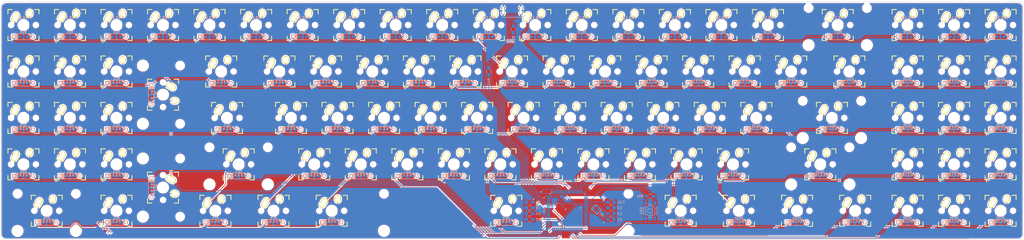
<source format=kicad_pcb>
(kicad_pcb (version 4) (host pcbnew 4.0.5)
  (layers (0 F.Cu signal) (31 B.Cu signal) (34 B.Paste user) (35 F.Paste user) (36 B.SilkS user) (37 F.SilkS user) (38 B.Mask user) (39 F.Mask user) (44 Edge.Cuts user))
  (net 0 "")
  (net 1 "Net-(D0,0-Pad2)")
  (net 2 /row0)
  (net 3 "Net-(D0,1-Pad2)")
  (net 4 "Net-(D0,2-Pad2)")
  (net 5 "Net-(D0,3-Pad2)")
  (net 6 "Net-(D0,4-Pad2)")
  (net 7 "Net-(D0,5-Pad2)")
  (net 8 "Net-(D0,6-Pad2)")
  (net 9 "Net-(D0,7-Pad2)")
  (net 10 "Net-(D0,8-Pad2)")
  (net 11 "Net-(D0,9-Pad2)")
  (net 12 "Net-(D0,10-Pad2)")
  (net 13 "Net-(D0,11-Pad2)")
  (net 14 "Net-(D0,12-Pad2)")
  (net 15 "Net-(D0,13-Pad2)")
  (net 16 "Net-(D0,14-Pad2)")
  (net 17 "Net-(D0,15-Pad2)")
  (net 18 "Net-(D0,16-Pad2)")
  (net 19 "Net-(D0,17-Pad2)")
  (net 20 "Net-(D0,18-Pad2)")
  (net 21 "Net-(D0,19-Pad2)")
  (net 22 "Net-(D0,20-Pad2)")
  (net 23 "Net-(D1,0-Pad2)")
  (net 24 /row1)
  (net 25 "Net-(D1,1-Pad2)")
  (net 26 "Net-(D1,2-Pad2)")
  (net 27 "Net-(D1,3-Pad2)")
  (net 28 "Net-(D1,4-Pad2)")
  (net 29 "Net-(D1,5-Pad2)")
  (net 30 "Net-(D1,6-Pad2)")
  (net 31 "Net-(D1,7-Pad2)")
  (net 32 "Net-(D1,8-Pad2)")
  (net 33 "Net-(D1,9-Pad2)")
  (net 34 "Net-(D1,10-Pad2)")
  (net 35 "Net-(D1,11-Pad2)")
  (net 36 "Net-(D1,12-Pad2)")
  (net 37 "Net-(D1,13-Pad2)")
  (net 38 "Net-(D1,14-Pad2)")
  (net 39 "Net-(D1,15-Pad2)")
  (net 40 "Net-(D1,16-Pad2)")
  (net 41 "Net-(D1,17-Pad2)")
  (net 42 "Net-(D1,18-Pad2)")
  (net 43 "Net-(D1,19-Pad2)")
  (net 44 "Net-(D1,20-Pad2)")
  (net 45 "Net-(D2,0-Pad2)")
  (net 46 /row2)
  (net 47 "Net-(D2,1-Pad2)")
  (net 48 "Net-(D2,2-Pad2)")
  (net 49 "Net-(D2,4-Pad2)")
  (net 50 "Net-(D2,5-Pad2)")
  (net 51 "Net-(D2,6-Pad2)")
  (net 52 "Net-(D2,7-Pad2)")
  (net 53 "Net-(D2,8-Pad2)")
  (net 54 "Net-(D2,9-Pad2)")
  (net 55 "Net-(D2,10-Pad2)")
  (net 56 "Net-(D2,11-Pad2)")
  (net 57 "Net-(D2,12-Pad2)")
  (net 58 "Net-(D2,13-Pad2)")
  (net 59 "Net-(D2,14-Pad2)")
  (net 60 "Net-(D2,15-Pad2)")
  (net 61 "Net-(D2,17-Pad2)")
  (net 62 "Net-(D2,18-Pad2)")
  (net 63 "Net-(D2,19-Pad2)")
  (net 64 "Net-(D2,20-Pad2)")
  (net 65 "Net-(D3,0-Pad2)")
  (net 66 /row3)
  (net 67 "Net-(D3,1-Pad2)")
  (net 68 "Net-(D3,2-Pad2)")
  (net 69 "Net-(D3,3-Pad2)")
  (net 70 "Net-(D3,4-Pad2)")
  (net 71 "Net-(D3,5-Pad2)")
  (net 72 "Net-(D3,6-Pad2)")
  (net 73 "Net-(D3,7-Pad2)")
  (net 74 "Net-(D3,8-Pad2)")
  (net 75 "Net-(D3,9-Pad2)")
  (net 76 "Net-(D3,10-Pad2)")
  (net 77 "Net-(D3,11-Pad2)")
  (net 78 "Net-(D3,12-Pad2)")
  (net 79 "Net-(D3,13-Pad2)")
  (net 80 "Net-(D3,14-Pad2)")
  (net 81 "Net-(D3,18-Pad2)")
  (net 82 "Net-(D3,19-Pad2)")
  (net 83 "Net-(D3,20-Pad2)")
  (net 84 "Net-(D4,0-Pad2)")
  (net 85 /row4)
  (net 86 "Net-(D4,2-Pad2)")
  (net 87 "Net-(D4,4-Pad2)")
  (net 88 "Net-(D4,5-Pad2)")
  (net 89 "Net-(D4,6-Pad2)")
  (net 90 "Net-(D4,9-Pad2)")
  (net 91 "Net-(D4,13-Pad2)")
  (net 92 "Net-(D4,14-Pad2)")
  (net 93 "Net-(D4,16-Pad2)")
  (net 94 "Net-(D4,17-Pad2)")
  (net 95 "Net-(D4,18-Pad2)")
  (net 96 "Net-(D4,19-Pad2)")
  (net 97 "Net-(D4,20-Pad2)")
  (net 98 /col0)
  (net 99 /col1)
  (net 100 /col2)
  (net 101 /col3)
  (net 102 /col4)
  (net 103 /col5)
  (net 104 /col6)
  (net 105 /col7)
  (net 106 /col8)
  (net 107 /col9)
  (net 108 /col10)
  (net 109 /col11)
  (net 110 /col12)
  (net 111 /col13)
  (net 112 /col14)
  (net 113 /col15)
  (net 114 /col16)
  (net 115 /col17)
  (net 116 /col18)
  (net 117 /col19)
  (net 118 /col20)
  (net 119 "Net-(D3,16-Pad2)")
  (net 120 "Net-(C1-Pad1)")
  (net 121 GND)
  (net 122 "Net-(C2-Pad1)")
  (net 123 VCC)
  (net 124 "Net-(CU1-Pad1)")
  (net 125 "Net-(J1-Pad2)")
  (net 126 "Net-(J1-Pad3)")
  (net 127 "Net-(J1-Pad4)")
  (net 128 "Net-(RR1-Pad1)")
  (net 129 "Net-(RR2-Pad2)")
  (net 130 "Net-(RU1-Pad1)")
  (net 131 "Net-(RU2-Pad1)")
  (net 132 "Net-(U1-Pad1)")
  (net 133 "Net-(U1-Pad2)")
  (net 134 "Net-(U1-Pad9)")
  (net 135 "Net-(U1-Pad18)")
  (net 136 "Net-(U1-Pad19)")
  (net 137 "Net-(U1-Pad25)")
  (net 138 "Net-(U1-Pad26)")
  (net 139 "Net-(U1-Pad27)")
  (net 140 "Net-(U1-Pad28)")
  (net 141 "Net-(U1-Pad29)")
  (net 142 "Net-(U1-Pad30)")
  (net 143 "Net-(U1-Pad31)")
  (net 144 "Net-(U1-Pad32)")
  (net 145 "Net-(U1-Pad33)")
  (net 146 "Net-(U1-Pad34)")
  (net 147 "Net-(U1-Pad40)")
  (net 148 "Net-(U1-Pad41)")
  (net 149 "Net-(U1-Pad42)")
  (net 150 "Net-(U1-Pad54)")
  (net 151 "Net-(U1-Pad55)")
  (net 152 "Net-(U1-Pad56)")
  (net 153 "Net-(U1-Pad62)")
  (module keebs:Mx_Alps_100 (layer F.Cu) (at 373.85625 216.69375)
    (fp_text reference K3,13 (at 0 4.318) (layer B.SilkS) (effects (font (thickness 0.2)) (justify mirror)))
    (fp_text value KEYSW hide)
    (pad HOLE np_thru_hole circle (at 0 0) (size 3.9878 3.9878) (drill 3.9878) (layers *.Cu))
    (pad HOLE np_thru_hole circle (at -5.08 0) (size 1.7018 1.7018) (drill 1.7018) (layers *.Cu))
    (pad HOLE np_thru_hole circle (at 5.08 0) (size 1.7018 1.7018) (drill 1.7018) (layers *.Cu))
    (pad 1 thru_hole oval (at -3.405 -3.27 330.95) (size 2.5 4.17) (drill oval 1.5 3.17) (layers *.Cu *.Mask F.SilkS) (net 111 /col13))
    (pad 2 thru_hole oval (at 2.52 -4.79 356.1) (size 2.5 3.08) (drill oval 1.5 2.08) (layers *.Cu *.Mask F.SilkS) (net 79 "Net-(D3,13-Pad2)"))
  )
  (module Housings_QFP:TQFP-64_14x14mm_Pitch0.8mm (layer B.Cu) (at 325.040626 235.74375 270)
    (fp_text reference U1 (at 0 9.45 270) (layer B.SilkS) (effects (justify mirror)))
    (fp_text value AT90USB1286)
    (pad 1 smd rect (at -7.7 6 270) (size 1.5 0.55) (layers B.Cu B.Paste B.Mask) (net 132 "Net-(U1-Pad1)"))
    (pad 2 smd rect (at -7.7 5.2 270) (size 1.5 0.55) (layers B.Cu B.Paste B.Mask) (net 133 "Net-(U1-Pad2)"))
    (pad 3 smd rect (at -7.7 4.4 270) (size 1.5 0.55) (layers B.Cu B.Paste B.Mask) (net 123 VCC))
    (pad 4 smd rect (at -7.7 3.6 270) (size 1.5 0.55) (layers B.Cu B.Paste B.Mask) (net 130 "Net-(RU1-Pad1)"))
    (pad 5 smd rect (at -7.7 2.8 270) (size 1.5 0.55) (layers B.Cu B.Paste B.Mask) (net 131 "Net-(RU2-Pad1)"))
    (pad 6 smd rect (at -7.7 2 270) (size 1.5 0.55) (layers B.Cu B.Paste B.Mask) (net 121 GND))
    (pad 7 smd rect (at -7.7 1.2 270) (size 1.5 0.55) (layers B.Cu B.Paste B.Mask) (net 124 "Net-(CU1-Pad1)"))
    (pad 8 smd rect (at -7.7 0.4 270) (size 1.5 0.55) (layers B.Cu B.Paste B.Mask) (net 123 VCC))
    (pad 9 smd rect (at -7.7 -0.4 270) (size 1.5 0.55) (layers B.Cu B.Paste B.Mask) (net 134 "Net-(U1-Pad9)"))
    (pad 10 smd rect (at -7.7 -1.2 270) (size 1.5 0.55) (layers B.Cu B.Paste B.Mask) (net 106 /col8))
    (pad 11 smd rect (at -7.7 -2 270) (size 1.5 0.55) (layers B.Cu B.Paste B.Mask) (net 107 /col9))
    (pad 12 smd rect (at -7.7 -2.8 270) (size 1.5 0.55) (layers B.Cu B.Paste B.Mask) (net 108 /col10))
    (pad 13 smd rect (at -7.7 -3.6 270) (size 1.5 0.55) (layers B.Cu B.Paste B.Mask) (net 109 /col11))
    (pad 14 smd rect (at -7.7 -4.4 270) (size 1.5 0.55) (layers B.Cu B.Paste B.Mask) (net 110 /col12))
    (pad 15 smd rect (at -7.7 -5.2 270) (size 1.5 0.55) (layers B.Cu B.Paste B.Mask) (net 111 /col13))
    (pad 16 smd rect (at -7.7 -6 270) (size 1.5 0.55) (layers B.Cu B.Paste B.Mask) (net 112 /col14))
    (pad 17 smd rect (at -6 -7.7 180) (size 1.5 0.55) (layers B.Cu B.Paste B.Mask) (net 113 /col15))
    (pad 18 smd rect (at -5.2 -7.7 180) (size 1.5 0.55) (layers B.Cu B.Paste B.Mask) (net 135 "Net-(U1-Pad18)"))
    (pad 19 smd rect (at -4.4 -7.7 180) (size 1.5 0.55) (layers B.Cu B.Paste B.Mask) (net 136 "Net-(U1-Pad19)"))
    (pad 20 smd rect (at -3.6 -7.7 180) (size 1.5 0.55) (layers B.Cu B.Paste B.Mask) (net 128 "Net-(RR1-Pad1)"))
    (pad 21 smd rect (at -2.8 -7.7 180) (size 1.5 0.55) (layers B.Cu B.Paste B.Mask) (net 123 VCC))
    (pad 22 smd rect (at -2 -7.7 180) (size 1.5 0.55) (layers B.Cu B.Paste B.Mask) (net 121 GND))
    (pad 23 smd rect (at -1.2 -7.7 180) (size 1.5 0.55) (layers B.Cu B.Paste B.Mask) (net 122 "Net-(C2-Pad1)"))
    (pad 24 smd rect (at -0.4 -7.7 180) (size 1.5 0.55) (layers B.Cu B.Paste B.Mask) (net 120 "Net-(C1-Pad1)"))
    (pad 25 smd rect (at 0.4 -7.7 180) (size 1.5 0.55) (layers B.Cu B.Paste B.Mask) (net 137 "Net-(U1-Pad25)"))
    (pad 26 smd rect (at 1.2 -7.7 180) (size 1.5 0.55) (layers B.Cu B.Paste B.Mask) (net 138 "Net-(U1-Pad26)"))
    (pad 27 smd rect (at 2 -7.7 180) (size 1.5 0.55) (layers B.Cu B.Paste B.Mask) (net 139 "Net-(U1-Pad27)"))
    (pad 28 smd rect (at 2.8 -7.7 180) (size 1.5 0.55) (layers B.Cu B.Paste B.Mask) (net 140 "Net-(U1-Pad28)"))
    (pad 29 smd rect (at 3.6 -7.7 180) (size 1.5 0.55) (layers B.Cu B.Paste B.Mask) (net 141 "Net-(U1-Pad29)"))
    (pad 30 smd rect (at 4.4 -7.7 180) (size 1.5 0.55) (layers B.Cu B.Paste B.Mask) (net 142 "Net-(U1-Pad30)"))
    (pad 31 smd rect (at 5.2 -7.7 180) (size 1.5 0.55) (layers B.Cu B.Paste B.Mask) (net 143 "Net-(U1-Pad31)"))
    (pad 32 smd rect (at 6 -7.7 180) (size 1.5 0.55) (layers B.Cu B.Paste B.Mask) (net 144 "Net-(U1-Pad32)"))
    (pad 33 smd rect (at 7.7 -6 270) (size 1.5 0.55) (layers B.Cu B.Paste B.Mask) (net 145 "Net-(U1-Pad33)"))
    (pad 34 smd rect (at 7.7 -5.2 270) (size 1.5 0.55) (layers B.Cu B.Paste B.Mask) (net 146 "Net-(U1-Pad34)"))
    (pad 35 smd rect (at 7.7 -4.4 270) (size 1.5 0.55) (layers B.Cu B.Paste B.Mask) (net 114 /col16))
    (pad 36 smd rect (at 7.7 -3.6 270) (size 1.5 0.55) (layers B.Cu B.Paste B.Mask) (net 115 /col17))
    (pad 37 smd rect (at 7.7 -2.8 270) (size 1.5 0.55) (layers B.Cu B.Paste B.Mask) (net 116 /col18))
    (pad 38 smd rect (at 7.7 -2 270) (size 1.5 0.55) (layers B.Cu B.Paste B.Mask) (net 117 /col19))
    (pad 39 smd rect (at 7.7 -1.2 270) (size 1.5 0.55) (layers B.Cu B.Paste B.Mask) (net 118 /col20))
    (pad 40 smd rect (at 7.7 -0.4 270) (size 1.5 0.55) (layers B.Cu B.Paste B.Mask) (net 147 "Net-(U1-Pad40)"))
    (pad 41 smd rect (at 7.7 0.4 270) (size 1.5 0.55) (layers B.Cu B.Paste B.Mask) (net 148 "Net-(U1-Pad41)"))
    (pad 42 smd rect (at 7.7 1.2 270) (size 1.5 0.55) (layers B.Cu B.Paste B.Mask) (net 149 "Net-(U1-Pad42)"))
    (pad 43 smd rect (at 7.7 2 270) (size 1.5 0.55) (layers B.Cu B.Paste B.Mask) (net 129 "Net-(RR2-Pad2)"))
    (pad 44 smd rect (at 7.7 2.8 270) (size 1.5 0.55) (layers B.Cu B.Paste B.Mask) (net 105 /col7))
    (pad 45 smd rect (at 7.7 3.6 270) (size 1.5 0.55) (layers B.Cu B.Paste B.Mask) (net 104 /col6))
    (pad 46 smd rect (at 7.7 4.4 270) (size 1.5 0.55) (layers B.Cu B.Paste B.Mask) (net 103 /col5))
    (pad 47 smd rect (at 7.7 5.2 270) (size 1.5 0.55) (layers B.Cu B.Paste B.Mask) (net 102 /col4))
    (pad 48 smd rect (at 7.7 6 270) (size 1.5 0.55) (layers B.Cu B.Paste B.Mask) (net 101 /col3))
    (pad 49 smd rect (at 6 7.7 180) (size 1.5 0.55) (layers B.Cu B.Paste B.Mask) (net 100 /col2))
    (pad 50 smd rect (at 5.2 7.7 180) (size 1.5 0.55) (layers B.Cu B.Paste B.Mask) (net 99 /col1))
    (pad 51 smd rect (at 4.4 7.7 180) (size 1.5 0.55) (layers B.Cu B.Paste B.Mask) (net 98 /col0))
    (pad 52 smd rect (at 3.6 7.7 180) (size 1.5 0.55) (layers B.Cu B.Paste B.Mask) (net 123 VCC))
    (pad 53 smd rect (at 2.8 7.7 180) (size 1.5 0.55) (layers B.Cu B.Paste B.Mask) (net 121 GND))
    (pad 54 smd rect (at 2 7.7 180) (size 1.5 0.55) (layers B.Cu B.Paste B.Mask) (net 150 "Net-(U1-Pad54)"))
    (pad 55 smd rect (at 1.2 7.7 180) (size 1.5 0.55) (layers B.Cu B.Paste B.Mask) (net 151 "Net-(U1-Pad55)"))
    (pad 56 smd rect (at 0.4 7.7 180) (size 1.5 0.55) (layers B.Cu B.Paste B.Mask) (net 152 "Net-(U1-Pad56)"))
    (pad 57 smd rect (at -0.4 7.7 180) (size 1.5 0.55) (layers B.Cu B.Paste B.Mask) (net 85 /row4))
    (pad 58 smd rect (at -1.2 7.7 180) (size 1.5 0.55) (layers B.Cu B.Paste B.Mask) (net 66 /row3))
    (pad 59 smd rect (at -2 7.7 180) (size 1.5 0.55) (layers B.Cu B.Paste B.Mask) (net 46 /row2))
    (pad 60 smd rect (at -2.8 7.7 180) (size 1.5 0.55) (layers B.Cu B.Paste B.Mask) (net 24 /row1))
    (pad 61 smd rect (at -3.6 7.7 180) (size 1.5 0.55) (layers B.Cu B.Paste B.Mask) (net 2 /row0))
    (pad 62 smd rect (at -4.4 7.7 180) (size 1.5 0.55) (layers B.Cu B.Paste B.Mask) (net 153 "Net-(U1-Pad62)"))
    (pad 63 smd rect (at -5.2 7.7 180) (size 1.5 0.55) (layers B.Cu B.Paste B.Mask) (net 121 GND))
    (pad 64 smd rect (at -6 7.7 180) (size 1.5 0.55) (layers B.Cu B.Paste B.Mask) (net 123 VCC))
  )
  (module keebs:Mx_Alps_625 (layer F.Cu) (at 300.0375 235.74375)
    (fp_text reference K4,9 (at 0 4.318) (layer B.SilkS) (effects (font (thickness 0.2)) (justify mirror)))
    (fp_text value KEYSW hide)
    (pad HOLE np_thru_hole circle (at 0 0) (size 3.9878 3.9878) (drill 3.9878) (layers *.Cu))
    (pad HOLE np_thru_hole circle (at -5.08 0) (size 1.7018 1.7018) (drill 1.7018) (layers *.Cu))
    (pad HOLE np_thru_hole circle (at 5.08 0) (size 1.7018 1.7018) (drill 1.7018) (layers *.Cu))
    (pad HOLE np_thru_hole circle (at -50.038 -6.985) (size 3.048 3.048) (drill 3.048) (layers *.Cu))
    (pad HOLE np_thru_hole circle (at 50.038 -6.985) (size 3.048 3.048) (drill 3.048) (layers *.Cu))
    (pad HOLE np_thru_hole circle (at -50.038 8.255) (size 3.9878 3.9878) (drill 3.9878) (layers *.Cu))
    (pad HOLE np_thru_hole circle (at 50.038 8.255) (size 3.9878 3.9878) (drill 3.9878) (layers *.Cu))
    (pad 1 thru_hole oval (at -3.405 -3.27 330.95) (size 2.5 4.17) (drill oval 1.5 3.17) (layers *.Cu *.Mask F.SilkS) (net 107 /col9))
    (pad 2 thru_hole oval (at 2.52 -4.79 356.1) (size 2.5 3.08) (drill oval 1.5 2.08) (layers *.Cu *.Mask F.SilkS) (net 90 "Net-(D4,9-Pad2)"))
  )
  (module keebs:Mx_Alps_200 (layer F.Cu) (at 111.91875 235.74375)
    (fp_text reference K4,0 (at 0 4.318) (layer B.SilkS) (effects (font (thickness 0.2)) (justify mirror)))
    (fp_text value KEYSW hide)
    (pad HOLE np_thru_hole circle (at 0 0) (size 3.9878 3.9878) (drill 3.9878) (layers *.Cu))
    (pad HOLE np_thru_hole circle (at -5.08 0) (size 1.7018 1.7018) (drill 1.7018) (layers *.Cu))
    (pad HOLE np_thru_hole circle (at 5.08 0) (size 1.7018 1.7018) (drill 1.7018) (layers *.Cu))
    (pad HOLE np_thru_hole circle (at -11.938 -6.985) (size 3.048 3.048) (drill 3.048) (layers *.Cu))
    (pad HOLE np_thru_hole circle (at 11.938 -6.985) (size 3.048 3.048) (drill 3.048) (layers *.Cu))
    (pad HOLE np_thru_hole circle (at -11.938 8.255) (size 3.9878 3.9878) (drill 3.9878) (layers *.Cu))
    (pad HOLE np_thru_hole circle (at 11.938 8.255) (size 3.9878 3.9878) (drill 3.9878) (layers *.Cu))
    (pad 1 thru_hole oval (at -3.405 -3.27 330.95) (size 2.5 4.17) (drill oval 1.5 3.17) (layers *.Cu *.Mask F.SilkS) (net 98 /col0))
    (pad 2 thru_hole oval (at 2.52 -4.79 356.1) (size 2.5 3.08) (drill oval 1.5 2.08) (layers *.Cu *.Mask F.SilkS) (net 84 "Net-(D4,0-Pad2)"))
  )
  (module keebs:Mx_Alps_100 (layer F.Cu) (at 335.75625 216.69375)
    (fp_text reference K3,11 (at 0 4.318) (layer B.SilkS) (effects (font (thickness 0.2)) (justify mirror)))
    (fp_text value KEYSW hide)
    (pad HOLE np_thru_hole circle (at 0 0) (size 3.9878 3.9878) (drill 3.9878) (layers *.Cu))
    (pad HOLE np_thru_hole circle (at -5.08 0) (size 1.7018 1.7018) (drill 1.7018) (layers *.Cu))
    (pad HOLE np_thru_hole circle (at 5.08 0) (size 1.7018 1.7018) (drill 1.7018) (layers *.Cu))
    (pad 1 thru_hole oval (at -3.405 -3.27 330.95) (size 2.5 4.17) (drill oval 1.5 3.17) (layers *.Cu *.Mask F.SilkS) (net 109 /col11))
    (pad 2 thru_hole oval (at 2.52 -4.79 356.1) (size 2.5 3.08) (drill oval 1.5 2.08) (layers *.Cu *.Mask F.SilkS) (net 77 "Net-(D3,11-Pad2)"))
  )
  (module keyboard_parts:D_SOD123_axial (layer B.Cu) (at 102.39375 164.30625)
    (fp_text reference D0,0 (at 0 -1.925) (layer B.SilkS) (effects (font (size 0.8 0.8)) (justify mirror)))
    (fp_text value D hide)
    (pad 2 smd rect (at 1.575 0) (size 1.2 1.2) (layers B.Cu B.Paste B.Mask) (net 1 "Net-(D0,0-Pad2)"))
    (pad 1 smd rect (at -1.575 0) (size 1.2 1.2) (layers B.Cu B.Paste B.Mask) (net 2 /row0))
    (pad 1 thru_hole rect (at -3.9 0) (size 1.6 1.6) (drill 0.7) (layers *.Cu *.Mask B.SilkS) (net 2 /row0))
    (pad 2 thru_hole circle (at 3.9 0) (size 1.6 1.6) (drill 0.7) (layers *.Cu *.Mask B.SilkS) (net 1 "Net-(D0,0-Pad2)"))
    (pad 1 smd rect (at -2.7 0) (size 2.5 0.5) (layers B.Cu) (net 2 /row0))
    (pad 2 smd rect (at 2.7 0) (size 2.5 0.5) (layers B.Cu) (net 1 "Net-(D0,0-Pad2)"))
  )
  (module keyboard_parts:D_SOD123_axial (layer B.Cu) (at 121.44375 164.30625)
    (fp_text reference D0,1 (at 0 -1.925) (layer B.SilkS) (effects (font (size 0.8 0.8)) (justify mirror)))
    (fp_text value D hide)
    (pad 2 smd rect (at 1.575 0) (size 1.2 1.2) (layers B.Cu B.Paste B.Mask) (net 3 "Net-(D0,1-Pad2)"))
    (pad 1 smd rect (at -1.575 0) (size 1.2 1.2) (layers B.Cu B.Paste B.Mask) (net 2 /row0))
    (pad 1 thru_hole rect (at -3.9 0) (size 1.6 1.6) (drill 0.7) (layers *.Cu *.Mask B.SilkS) (net 2 /row0))
    (pad 2 thru_hole circle (at 3.9 0) (size 1.6 1.6) (drill 0.7) (layers *.Cu *.Mask B.SilkS) (net 3 "Net-(D0,1-Pad2)"))
    (pad 1 smd rect (at -2.7 0) (size 2.5 0.5) (layers B.Cu) (net 2 /row0))
    (pad 2 smd rect (at 2.7 0) (size 2.5 0.5) (layers B.Cu) (net 3 "Net-(D0,1-Pad2)"))
  )
  (module keyboard_parts:D_SOD123_axial (layer B.Cu) (at 140.49375 164.30625)
    (fp_text reference D0,2 (at 0 -1.925) (layer B.SilkS) (effects (font (size 0.8 0.8)) (justify mirror)))
    (fp_text value D hide)
    (pad 2 smd rect (at 1.575 0) (size 1.2 1.2) (layers B.Cu B.Paste B.Mask) (net 4 "Net-(D0,2-Pad2)"))
    (pad 1 smd rect (at -1.575 0) (size 1.2 1.2) (layers B.Cu B.Paste B.Mask) (net 2 /row0))
    (pad 1 thru_hole rect (at -3.9 0) (size 1.6 1.6) (drill 0.7) (layers *.Cu *.Mask B.SilkS) (net 2 /row0))
    (pad 2 thru_hole circle (at 3.9 0) (size 1.6 1.6) (drill 0.7) (layers *.Cu *.Mask B.SilkS) (net 4 "Net-(D0,2-Pad2)"))
    (pad 1 smd rect (at -2.7 0) (size 2.5 0.5) (layers B.Cu) (net 2 /row0))
    (pad 2 smd rect (at 2.7 0) (size 2.5 0.5) (layers B.Cu) (net 4 "Net-(D0,2-Pad2)"))
  )
  (module keyboard_parts:D_SOD123_axial (layer B.Cu) (at 159.54375 164.30625)
    (fp_text reference D0,3 (at 0 -1.925) (layer B.SilkS) (effects (font (size 0.8 0.8)) (justify mirror)))
    (fp_text value D hide)
    (pad 2 smd rect (at 1.575 0) (size 1.2 1.2) (layers B.Cu B.Paste B.Mask) (net 5 "Net-(D0,3-Pad2)"))
    (pad 1 smd rect (at -1.575 0) (size 1.2 1.2) (layers B.Cu B.Paste B.Mask) (net 2 /row0))
    (pad 1 thru_hole rect (at -3.9 0) (size 1.6 1.6) (drill 0.7) (layers *.Cu *.Mask B.SilkS) (net 2 /row0))
    (pad 2 thru_hole circle (at 3.9 0) (size 1.6 1.6) (drill 0.7) (layers *.Cu *.Mask B.SilkS) (net 5 "Net-(D0,3-Pad2)"))
    (pad 1 smd rect (at -2.7 0) (size 2.5 0.5) (layers B.Cu) (net 2 /row0))
    (pad 2 smd rect (at 2.7 0) (size 2.5 0.5) (layers B.Cu) (net 5 "Net-(D0,3-Pad2)"))
  )
  (module keyboard_parts:D_SOD123_axial (layer B.Cu) (at 178.59375 164.30625)
    (fp_text reference D0,4 (at 0 -1.925) (layer B.SilkS) (effects (font (size 0.8 0.8)) (justify mirror)))
    (fp_text value D hide)
    (pad 2 smd rect (at 1.575 0) (size 1.2 1.2) (layers B.Cu B.Paste B.Mask) (net 6 "Net-(D0,4-Pad2)"))
    (pad 1 smd rect (at -1.575 0) (size 1.2 1.2) (layers B.Cu B.Paste B.Mask) (net 2 /row0))
    (pad 1 thru_hole rect (at -3.9 0) (size 1.6 1.6) (drill 0.7) (layers *.Cu *.Mask B.SilkS) (net 2 /row0))
    (pad 2 thru_hole circle (at 3.9 0) (size 1.6 1.6) (drill 0.7) (layers *.Cu *.Mask B.SilkS) (net 6 "Net-(D0,4-Pad2)"))
    (pad 1 smd rect (at -2.7 0) (size 2.5 0.5) (layers B.Cu) (net 2 /row0))
    (pad 2 smd rect (at 2.7 0) (size 2.5 0.5) (layers B.Cu) (net 6 "Net-(D0,4-Pad2)"))
  )
  (module keyboard_parts:D_SOD123_axial (layer B.Cu) (at 197.64375 164.30625)
    (fp_text reference D0,5 (at 0 -1.925) (layer B.SilkS) (effects (font (size 0.8 0.8)) (justify mirror)))
    (fp_text value D hide)
    (pad 2 smd rect (at 1.575 0) (size 1.2 1.2) (layers B.Cu B.Paste B.Mask) (net 7 "Net-(D0,5-Pad2)"))
    (pad 1 smd rect (at -1.575 0) (size 1.2 1.2) (layers B.Cu B.Paste B.Mask) (net 2 /row0))
    (pad 1 thru_hole rect (at -3.9 0) (size 1.6 1.6) (drill 0.7) (layers *.Cu *.Mask B.SilkS) (net 2 /row0))
    (pad 2 thru_hole circle (at 3.9 0) (size 1.6 1.6) (drill 0.7) (layers *.Cu *.Mask B.SilkS) (net 7 "Net-(D0,5-Pad2)"))
    (pad 1 smd rect (at -2.7 0) (size 2.5 0.5) (layers B.Cu) (net 2 /row0))
    (pad 2 smd rect (at 2.7 0) (size 2.5 0.5) (layers B.Cu) (net 7 "Net-(D0,5-Pad2)"))
  )
  (module keyboard_parts:D_SOD123_axial (layer B.Cu) (at 216.69375 164.30625)
    (fp_text reference D0,6 (at 0 -1.925) (layer B.SilkS) (effects (font (size 0.8 0.8)) (justify mirror)))
    (fp_text value D hide)
    (pad 2 smd rect (at 1.575 0) (size 1.2 1.2) (layers B.Cu B.Paste B.Mask) (net 8 "Net-(D0,6-Pad2)"))
    (pad 1 smd rect (at -1.575 0) (size 1.2 1.2) (layers B.Cu B.Paste B.Mask) (net 2 /row0))
    (pad 1 thru_hole rect (at -3.9 0) (size 1.6 1.6) (drill 0.7) (layers *.Cu *.Mask B.SilkS) (net 2 /row0))
    (pad 2 thru_hole circle (at 3.9 0) (size 1.6 1.6) (drill 0.7) (layers *.Cu *.Mask B.SilkS) (net 8 "Net-(D0,6-Pad2)"))
    (pad 1 smd rect (at -2.7 0) (size 2.5 0.5) (layers B.Cu) (net 2 /row0))
    (pad 2 smd rect (at 2.7 0) (size 2.5 0.5) (layers B.Cu) (net 8 "Net-(D0,6-Pad2)"))
  )
  (module keyboard_parts:D_SOD123_axial (layer B.Cu) (at 235.74375 164.30625)
    (fp_text reference D0,7 (at 0 -1.925) (layer B.SilkS) (effects (font (size 0.8 0.8)) (justify mirror)))
    (fp_text value D hide)
    (pad 2 smd rect (at 1.575 0) (size 1.2 1.2) (layers B.Cu B.Paste B.Mask) (net 9 "Net-(D0,7-Pad2)"))
    (pad 1 smd rect (at -1.575 0) (size 1.2 1.2) (layers B.Cu B.Paste B.Mask) (net 2 /row0))
    (pad 1 thru_hole rect (at -3.9 0) (size 1.6 1.6) (drill 0.7) (layers *.Cu *.Mask B.SilkS) (net 2 /row0))
    (pad 2 thru_hole circle (at 3.9 0) (size 1.6 1.6) (drill 0.7) (layers *.Cu *.Mask B.SilkS) (net 9 "Net-(D0,7-Pad2)"))
    (pad 1 smd rect (at -2.7 0) (size 2.5 0.5) (layers B.Cu) (net 2 /row0))
    (pad 2 smd rect (at 2.7 0) (size 2.5 0.5) (layers B.Cu) (net 9 "Net-(D0,7-Pad2)"))
  )
  (module keyboard_parts:D_SOD123_axial (layer B.Cu) (at 254.79375 164.30625)
    (fp_text reference D0,8 (at 0 -1.925) (layer B.SilkS) (effects (font (size 0.8 0.8)) (justify mirror)))
    (fp_text value D hide)
    (pad 2 smd rect (at 1.575 0) (size 1.2 1.2) (layers B.Cu B.Paste B.Mask) (net 10 "Net-(D0,8-Pad2)"))
    (pad 1 smd rect (at -1.575 0) (size 1.2 1.2) (layers B.Cu B.Paste B.Mask) (net 2 /row0))
    (pad 1 thru_hole rect (at -3.9 0) (size 1.6 1.6) (drill 0.7) (layers *.Cu *.Mask B.SilkS) (net 2 /row0))
    (pad 2 thru_hole circle (at 3.9 0) (size 1.6 1.6) (drill 0.7) (layers *.Cu *.Mask B.SilkS) (net 10 "Net-(D0,8-Pad2)"))
    (pad 1 smd rect (at -2.7 0) (size 2.5 0.5) (layers B.Cu) (net 2 /row0))
    (pad 2 smd rect (at 2.7 0) (size 2.5 0.5) (layers B.Cu) (net 10 "Net-(D0,8-Pad2)"))
  )
  (module keyboard_parts:D_SOD123_axial (layer B.Cu) (at 273.84375 164.30625)
    (fp_text reference D0,9 (at 0 -1.925) (layer B.SilkS) (effects (font (size 0.8 0.8)) (justify mirror)))
    (fp_text value D hide)
    (pad 2 smd rect (at 1.575 0) (size 1.2 1.2) (layers B.Cu B.Paste B.Mask) (net 11 "Net-(D0,9-Pad2)"))
    (pad 1 smd rect (at -1.575 0) (size 1.2 1.2) (layers B.Cu B.Paste B.Mask) (net 2 /row0))
    (pad 1 thru_hole rect (at -3.9 0) (size 1.6 1.6) (drill 0.7) (layers *.Cu *.Mask B.SilkS) (net 2 /row0))
    (pad 2 thru_hole circle (at 3.9 0) (size 1.6 1.6) (drill 0.7) (layers *.Cu *.Mask B.SilkS) (net 11 "Net-(D0,9-Pad2)"))
    (pad 1 smd rect (at -2.7 0) (size 2.5 0.5) (layers B.Cu) (net 2 /row0))
    (pad 2 smd rect (at 2.7 0) (size 2.5 0.5) (layers B.Cu) (net 11 "Net-(D0,9-Pad2)"))
  )
  (module keyboard_parts:D_SOD123_axial (layer B.Cu) (at 292.89375 164.30625)
    (fp_text reference D0,10 (at 0 -1.925) (layer B.SilkS) (effects (font (size 0.8 0.8)) (justify mirror)))
    (fp_text value D hide)
    (pad 2 smd rect (at 1.575 0) (size 1.2 1.2) (layers B.Cu B.Paste B.Mask) (net 12 "Net-(D0,10-Pad2)"))
    (pad 1 smd rect (at -1.575 0) (size 1.2 1.2) (layers B.Cu B.Paste B.Mask) (net 2 /row0))
    (pad 1 thru_hole rect (at -3.9 0) (size 1.6 1.6) (drill 0.7) (layers *.Cu *.Mask B.SilkS) (net 2 /row0))
    (pad 2 thru_hole circle (at 3.9 0) (size 1.6 1.6) (drill 0.7) (layers *.Cu *.Mask B.SilkS) (net 12 "Net-(D0,10-Pad2)"))
    (pad 1 smd rect (at -2.7 0) (size 2.5 0.5) (layers B.Cu) (net 2 /row0))
    (pad 2 smd rect (at 2.7 0) (size 2.5 0.5) (layers B.Cu) (net 12 "Net-(D0,10-Pad2)"))
  )
  (module keyboard_parts:D_SOD123_axial (layer B.Cu) (at 311.94375 164.30625)
    (fp_text reference D0,11 (at 0 -1.925) (layer B.SilkS) (effects (font (size 0.8 0.8)) (justify mirror)))
    (fp_text value D hide)
    (pad 2 smd rect (at 1.575 0) (size 1.2 1.2) (layers B.Cu B.Paste B.Mask) (net 13 "Net-(D0,11-Pad2)"))
    (pad 1 smd rect (at -1.575 0) (size 1.2 1.2) (layers B.Cu B.Paste B.Mask) (net 2 /row0))
    (pad 1 thru_hole rect (at -3.9 0) (size 1.6 1.6) (drill 0.7) (layers *.Cu *.Mask B.SilkS) (net 2 /row0))
    (pad 2 thru_hole circle (at 3.9 0) (size 1.6 1.6) (drill 0.7) (layers *.Cu *.Mask B.SilkS) (net 13 "Net-(D0,11-Pad2)"))
    (pad 1 smd rect (at -2.7 0) (size 2.5 0.5) (layers B.Cu) (net 2 /row0))
    (pad 2 smd rect (at 2.7 0) (size 2.5 0.5) (layers B.Cu) (net 13 "Net-(D0,11-Pad2)"))
  )
  (module keyboard_parts:D_SOD123_axial (layer B.Cu) (at 330.99375 164.30625)
    (fp_text reference D0,12 (at 0 -1.925) (layer B.SilkS) (effects (font (size 0.8 0.8)) (justify mirror)))
    (fp_text value D hide)
    (pad 2 smd rect (at 1.575 0) (size 1.2 1.2) (layers B.Cu B.Paste B.Mask) (net 14 "Net-(D0,12-Pad2)"))
    (pad 1 smd rect (at -1.575 0) (size 1.2 1.2) (layers B.Cu B.Paste B.Mask) (net 2 /row0))
    (pad 1 thru_hole rect (at -3.9 0) (size 1.6 1.6) (drill 0.7) (layers *.Cu *.Mask B.SilkS) (net 2 /row0))
    (pad 2 thru_hole circle (at 3.9 0) (size 1.6 1.6) (drill 0.7) (layers *.Cu *.Mask B.SilkS) (net 14 "Net-(D0,12-Pad2)"))
    (pad 1 smd rect (at -2.7 0) (size 2.5 0.5) (layers B.Cu) (net 2 /row0))
    (pad 2 smd rect (at 2.7 0) (size 2.5 0.5) (layers B.Cu) (net 14 "Net-(D0,12-Pad2)"))
  )
  (module keyboard_parts:D_SOD123_axial (layer B.Cu) (at 350.04375 164.30625)
    (fp_text reference D0,13 (at 0 -1.925) (layer B.SilkS) (effects (font (size 0.8 0.8)) (justify mirror)))
    (fp_text value D hide)
    (pad 2 smd rect (at 1.575 0) (size 1.2 1.2) (layers B.Cu B.Paste B.Mask) (net 15 "Net-(D0,13-Pad2)"))
    (pad 1 smd rect (at -1.575 0) (size 1.2 1.2) (layers B.Cu B.Paste B.Mask) (net 2 /row0))
    (pad 1 thru_hole rect (at -3.9 0) (size 1.6 1.6) (drill 0.7) (layers *.Cu *.Mask B.SilkS) (net 2 /row0))
    (pad 2 thru_hole circle (at 3.9 0) (size 1.6 1.6) (drill 0.7) (layers *.Cu *.Mask B.SilkS) (net 15 "Net-(D0,13-Pad2)"))
    (pad 1 smd rect (at -2.7 0) (size 2.5 0.5) (layers B.Cu) (net 2 /row0))
    (pad 2 smd rect (at 2.7 0) (size 2.5 0.5) (layers B.Cu) (net 15 "Net-(D0,13-Pad2)"))
  )
  (module keyboard_parts:D_SOD123_axial (layer B.Cu) (at 369.09375 164.30625)
    (fp_text reference D0,14 (at 0 -1.925) (layer B.SilkS) (effects (font (size 0.8 0.8)) (justify mirror)))
    (fp_text value D hide)
    (pad 2 smd rect (at 1.575 0) (size 1.2 1.2) (layers B.Cu B.Paste B.Mask) (net 16 "Net-(D0,14-Pad2)"))
    (pad 1 smd rect (at -1.575 0) (size 1.2 1.2) (layers B.Cu B.Paste B.Mask) (net 2 /row0))
    (pad 1 thru_hole rect (at -3.9 0) (size 1.6 1.6) (drill 0.7) (layers *.Cu *.Mask B.SilkS) (net 2 /row0))
    (pad 2 thru_hole circle (at 3.9 0) (size 1.6 1.6) (drill 0.7) (layers *.Cu *.Mask B.SilkS) (net 16 "Net-(D0,14-Pad2)"))
    (pad 1 smd rect (at -2.7 0) (size 2.5 0.5) (layers B.Cu) (net 2 /row0))
    (pad 2 smd rect (at 2.7 0) (size 2.5 0.5) (layers B.Cu) (net 16 "Net-(D0,14-Pad2)"))
  )
  (module keyboard_parts:D_SOD123_axial (layer B.Cu) (at 388.14375 164.30625)
    (fp_text reference D0,15 (at 0 -1.925) (layer B.SilkS) (effects (font (size 0.8 0.8)) (justify mirror)))
    (fp_text value D hide)
    (pad 2 smd rect (at 1.575 0) (size 1.2 1.2) (layers B.Cu B.Paste B.Mask) (net 17 "Net-(D0,15-Pad2)"))
    (pad 1 smd rect (at -1.575 0) (size 1.2 1.2) (layers B.Cu B.Paste B.Mask) (net 2 /row0))
    (pad 1 thru_hole rect (at -3.9 0) (size 1.6 1.6) (drill 0.7) (layers *.Cu *.Mask B.SilkS) (net 2 /row0))
    (pad 2 thru_hole circle (at 3.9 0) (size 1.6 1.6) (drill 0.7) (layers *.Cu *.Mask B.SilkS) (net 17 "Net-(D0,15-Pad2)"))
    (pad 1 smd rect (at -2.7 0) (size 2.5 0.5) (layers B.Cu) (net 2 /row0))
    (pad 2 smd rect (at 2.7 0) (size 2.5 0.5) (layers B.Cu) (net 17 "Net-(D0,15-Pad2)"))
  )
  (module keyboard_parts:D_SOD123_axial (layer B.Cu) (at 407.19375 164.30625)
    (fp_text reference D0,16 (at 0 -1.925) (layer B.SilkS) (effects (font (size 0.8 0.8)) (justify mirror)))
    (fp_text value D hide)
    (pad 2 smd rect (at 1.575 0) (size 1.2 1.2) (layers B.Cu B.Paste B.Mask) (net 18 "Net-(D0,16-Pad2)"))
    (pad 1 smd rect (at -1.575 0) (size 1.2 1.2) (layers B.Cu B.Paste B.Mask) (net 2 /row0))
    (pad 1 thru_hole rect (at -3.9 0) (size 1.6 1.6) (drill 0.7) (layers *.Cu *.Mask B.SilkS) (net 2 /row0))
    (pad 2 thru_hole circle (at 3.9 0) (size 1.6 1.6) (drill 0.7) (layers *.Cu *.Mask B.SilkS) (net 18 "Net-(D0,16-Pad2)"))
    (pad 1 smd rect (at -2.7 0) (size 2.5 0.5) (layers B.Cu) (net 2 /row0))
    (pad 2 smd rect (at 2.7 0) (size 2.5 0.5) (layers B.Cu) (net 18 "Net-(D0,16-Pad2)"))
  )
  (module keyboard_parts:D_SOD123_axial (layer B.Cu) (at 435.76875 164.30625)
    (fp_text reference D0,17 (at 0 -1.925) (layer B.SilkS) (effects (font (size 0.8 0.8)) (justify mirror)))
    (fp_text value D hide)
    (pad 2 smd rect (at 1.575 0) (size 1.2 1.2) (layers B.Cu B.Paste B.Mask) (net 19 "Net-(D0,17-Pad2)"))
    (pad 1 smd rect (at -1.575 0) (size 1.2 1.2) (layers B.Cu B.Paste B.Mask) (net 2 /row0))
    (pad 1 thru_hole rect (at -3.9 0) (size 1.6 1.6) (drill 0.7) (layers *.Cu *.Mask B.SilkS) (net 2 /row0))
    (pad 2 thru_hole circle (at 3.9 0) (size 1.6 1.6) (drill 0.7) (layers *.Cu *.Mask B.SilkS) (net 19 "Net-(D0,17-Pad2)"))
    (pad 1 smd rect (at -2.7 0) (size 2.5 0.5) (layers B.Cu) (net 2 /row0))
    (pad 2 smd rect (at 2.7 0) (size 2.5 0.5) (layers B.Cu) (net 19 "Net-(D0,17-Pad2)"))
  )
  (module keyboard_parts:D_SOD123_axial (layer B.Cu) (at 464.34375 164.30625)
    (fp_text reference D0,18 (at 0 -1.925) (layer B.SilkS) (effects (font (size 0.8 0.8)) (justify mirror)))
    (fp_text value D hide)
    (pad 2 smd rect (at 1.575 0) (size 1.2 1.2) (layers B.Cu B.Paste B.Mask) (net 20 "Net-(D0,18-Pad2)"))
    (pad 1 smd rect (at -1.575 0) (size 1.2 1.2) (layers B.Cu B.Paste B.Mask) (net 2 /row0))
    (pad 1 thru_hole rect (at -3.9 0) (size 1.6 1.6) (drill 0.7) (layers *.Cu *.Mask B.SilkS) (net 2 /row0))
    (pad 2 thru_hole circle (at 3.9 0) (size 1.6 1.6) (drill 0.7) (layers *.Cu *.Mask B.SilkS) (net 20 "Net-(D0,18-Pad2)"))
    (pad 1 smd rect (at -2.7 0) (size 2.5 0.5) (layers B.Cu) (net 2 /row0))
    (pad 2 smd rect (at 2.7 0) (size 2.5 0.5) (layers B.Cu) (net 20 "Net-(D0,18-Pad2)"))
  )
  (module keyboard_parts:D_SOD123_axial (layer B.Cu) (at 483.39375 164.30625)
    (fp_text reference D0,19 (at 0 -1.925) (layer B.SilkS) (effects (font (size 0.8 0.8)) (justify mirror)))
    (fp_text value D hide)
    (pad 2 smd rect (at 1.575 0) (size 1.2 1.2) (layers B.Cu B.Paste B.Mask) (net 21 "Net-(D0,19-Pad2)"))
    (pad 1 smd rect (at -1.575 0) (size 1.2 1.2) (layers B.Cu B.Paste B.Mask) (net 2 /row0))
    (pad 1 thru_hole rect (at -3.9 0) (size 1.6 1.6) (drill 0.7) (layers *.Cu *.Mask B.SilkS) (net 2 /row0))
    (pad 2 thru_hole circle (at 3.9 0) (size 1.6 1.6) (drill 0.7) (layers *.Cu *.Mask B.SilkS) (net 21 "Net-(D0,19-Pad2)"))
    (pad 1 smd rect (at -2.7 0) (size 2.5 0.5) (layers B.Cu) (net 2 /row0))
    (pad 2 smd rect (at 2.7 0) (size 2.5 0.5) (layers B.Cu) (net 21 "Net-(D0,19-Pad2)"))
  )
  (module keyboard_parts:D_SOD123_axial (layer B.Cu) (at 502.44375 164.30625)
    (fp_text reference D0,20 (at 0 -1.925) (layer B.SilkS) (effects (font (size 0.8 0.8)) (justify mirror)))
    (fp_text value D hide)
    (pad 2 smd rect (at 1.575 0) (size 1.2 1.2) (layers B.Cu B.Paste B.Mask) (net 22 "Net-(D0,20-Pad2)"))
    (pad 1 smd rect (at -1.575 0) (size 1.2 1.2) (layers B.Cu B.Paste B.Mask) (net 2 /row0))
    (pad 1 thru_hole rect (at -3.9 0) (size 1.6 1.6) (drill 0.7) (layers *.Cu *.Mask B.SilkS) (net 2 /row0))
    (pad 2 thru_hole circle (at 3.9 0) (size 1.6 1.6) (drill 0.7) (layers *.Cu *.Mask B.SilkS) (net 22 "Net-(D0,20-Pad2)"))
    (pad 1 smd rect (at -2.7 0) (size 2.5 0.5) (layers B.Cu) (net 2 /row0))
    (pad 2 smd rect (at 2.7 0) (size 2.5 0.5) (layers B.Cu) (net 22 "Net-(D0,20-Pad2)"))
  )
  (module keyboard_parts:D_SOD123_axial (layer B.Cu) (at 102.39375 183.35625)
    (fp_text reference D1,0 (at 0 -1.925) (layer B.SilkS) (effects (font (size 0.8 0.8)) (justify mirror)))
    (fp_text value D hide)
    (pad 2 smd rect (at 1.575 0) (size 1.2 1.2) (layers B.Cu B.Paste B.Mask) (net 23 "Net-(D1,0-Pad2)"))
    (pad 1 smd rect (at -1.575 0) (size 1.2 1.2) (layers B.Cu B.Paste B.Mask) (net 24 /row1))
    (pad 1 thru_hole rect (at -3.9 0) (size 1.6 1.6) (drill 0.7) (layers *.Cu *.Mask B.SilkS) (net 24 /row1))
    (pad 2 thru_hole circle (at 3.9 0) (size 1.6 1.6) (drill 0.7) (layers *.Cu *.Mask B.SilkS) (net 23 "Net-(D1,0-Pad2)"))
    (pad 1 smd rect (at -2.7 0) (size 2.5 0.5) (layers B.Cu) (net 24 /row1))
    (pad 2 smd rect (at 2.7 0) (size 2.5 0.5) (layers B.Cu) (net 23 "Net-(D1,0-Pad2)"))
  )
  (module keyboard_parts:D_SOD123_axial (layer B.Cu) (at 121.44375 183.35625)
    (fp_text reference D1,1 (at 0 -1.925) (layer B.SilkS) (effects (font (size 0.8 0.8)) (justify mirror)))
    (fp_text value D hide)
    (pad 2 smd rect (at 1.575 0) (size 1.2 1.2) (layers B.Cu B.Paste B.Mask) (net 25 "Net-(D1,1-Pad2)"))
    (pad 1 smd rect (at -1.575 0) (size 1.2 1.2) (layers B.Cu B.Paste B.Mask) (net 24 /row1))
    (pad 1 thru_hole rect (at -3.9 0) (size 1.6 1.6) (drill 0.7) (layers *.Cu *.Mask B.SilkS) (net 24 /row1))
    (pad 2 thru_hole circle (at 3.9 0) (size 1.6 1.6) (drill 0.7) (layers *.Cu *.Mask B.SilkS) (net 25 "Net-(D1,1-Pad2)"))
    (pad 1 smd rect (at -2.7 0) (size 2.5 0.5) (layers B.Cu) (net 24 /row1))
    (pad 2 smd rect (at 2.7 0) (size 2.5 0.5) (layers B.Cu) (net 25 "Net-(D1,1-Pad2)"))
  )
  (module keyboard_parts:D_SOD123_axial (layer B.Cu) (at 140.49375 183.35625)
    (fp_text reference D1,2 (at 0 -1.925) (layer B.SilkS) (effects (font (size 0.8 0.8)) (justify mirror)))
    (fp_text value D hide)
    (pad 2 smd rect (at 1.575 0) (size 1.2 1.2) (layers B.Cu B.Paste B.Mask) (net 26 "Net-(D1,2-Pad2)"))
    (pad 1 smd rect (at -1.575 0) (size 1.2 1.2) (layers B.Cu B.Paste B.Mask) (net 24 /row1))
    (pad 1 thru_hole rect (at -3.9 0) (size 1.6 1.6) (drill 0.7) (layers *.Cu *.Mask B.SilkS) (net 24 /row1))
    (pad 2 thru_hole circle (at 3.9 0) (size 1.6 1.6) (drill 0.7) (layers *.Cu *.Mask B.SilkS) (net 26 "Net-(D1,2-Pad2)"))
    (pad 1 smd rect (at -2.7 0) (size 2.5 0.5) (layers B.Cu) (net 24 /row1))
    (pad 2 smd rect (at 2.7 0) (size 2.5 0.5) (layers B.Cu) (net 26 "Net-(D1,2-Pad2)"))
  )
  (module keyboard_parts:D_SOD123_axial (layer B.Cu) (at 154.78125 188.11875 270)
    (fp_text reference D1,3 (at 0 -1.925 270) (layer B.SilkS) (effects (font (size 0.8 0.8)) (justify mirror)))
    (fp_text value D hide)
    (pad 2 smd rect (at 1.575 0 270) (size 1.2 1.2) (layers B.Cu B.Paste B.Mask) (net 27 "Net-(D1,3-Pad2)"))
    (pad 1 smd rect (at -1.575 0 270) (size 1.2 1.2) (layers B.Cu B.Paste B.Mask) (net 24 /row1))
    (pad 1 thru_hole rect (at -3.9 0 270) (size 1.6 1.6) (drill 0.7) (layers *.Cu *.Mask B.SilkS) (net 24 /row1))
    (pad 2 thru_hole circle (at 3.9 0 270) (size 1.6 1.6) (drill 0.7) (layers *.Cu *.Mask B.SilkS) (net 27 "Net-(D1,3-Pad2)"))
    (pad 1 smd rect (at -2.7 0 270) (size 2.5 0.5) (layers B.Cu) (net 24 /row1))
    (pad 2 smd rect (at 2.7 0 270) (size 2.5 0.5) (layers B.Cu) (net 27 "Net-(D1,3-Pad2)"))
  )
  (module keyboard_parts:D_SOD123_axial (layer B.Cu) (at 183.35625 183.35625)
    (fp_text reference D1,4 (at 0 -1.925) (layer B.SilkS) (effects (font (size 0.8 0.8)) (justify mirror)))
    (fp_text value D hide)
    (pad 2 smd rect (at 1.575 0) (size 1.2 1.2) (layers B.Cu B.Paste B.Mask) (net 28 "Net-(D1,4-Pad2)"))
    (pad 1 smd rect (at -1.575 0) (size 1.2 1.2) (layers B.Cu B.Paste B.Mask) (net 24 /row1))
    (pad 1 thru_hole rect (at -3.9 0) (size 1.6 1.6) (drill 0.7) (layers *.Cu *.Mask B.SilkS) (net 24 /row1))
    (pad 2 thru_hole circle (at 3.9 0) (size 1.6 1.6) (drill 0.7) (layers *.Cu *.Mask B.SilkS) (net 28 "Net-(D1,4-Pad2)"))
    (pad 1 smd rect (at -2.7 0) (size 2.5 0.5) (layers B.Cu) (net 24 /row1))
    (pad 2 smd rect (at 2.7 0) (size 2.5 0.5) (layers B.Cu) (net 28 "Net-(D1,4-Pad2)"))
  )
  (module keyboard_parts:D_SOD123_axial (layer B.Cu) (at 207.16875 183.35625)
    (fp_text reference D1,5 (at 0 -1.925) (layer B.SilkS) (effects (font (size 0.8 0.8)) (justify mirror)))
    (fp_text value D hide)
    (pad 2 smd rect (at 1.575 0) (size 1.2 1.2) (layers B.Cu B.Paste B.Mask) (net 29 "Net-(D1,5-Pad2)"))
    (pad 1 smd rect (at -1.575 0) (size 1.2 1.2) (layers B.Cu B.Paste B.Mask) (net 24 /row1))
    (pad 1 thru_hole rect (at -3.9 0) (size 1.6 1.6) (drill 0.7) (layers *.Cu *.Mask B.SilkS) (net 24 /row1))
    (pad 2 thru_hole circle (at 3.9 0) (size 1.6 1.6) (drill 0.7) (layers *.Cu *.Mask B.SilkS) (net 29 "Net-(D1,5-Pad2)"))
    (pad 1 smd rect (at -2.7 0) (size 2.5 0.5) (layers B.Cu) (net 24 /row1))
    (pad 2 smd rect (at 2.7 0) (size 2.5 0.5) (layers B.Cu) (net 29 "Net-(D1,5-Pad2)"))
  )
  (module keyboard_parts:D_SOD123_axial (layer B.Cu) (at 226.21875 183.35625)
    (fp_text reference D1,6 (at 0 -1.925) (layer B.SilkS) (effects (font (size 0.8 0.8)) (justify mirror)))
    (fp_text value D hide)
    (pad 2 smd rect (at 1.575 0) (size 1.2 1.2) (layers B.Cu B.Paste B.Mask) (net 30 "Net-(D1,6-Pad2)"))
    (pad 1 smd rect (at -1.575 0) (size 1.2 1.2) (layers B.Cu B.Paste B.Mask) (net 24 /row1))
    (pad 1 thru_hole rect (at -3.9 0) (size 1.6 1.6) (drill 0.7) (layers *.Cu *.Mask B.SilkS) (net 24 /row1))
    (pad 2 thru_hole circle (at 3.9 0) (size 1.6 1.6) (drill 0.7) (layers *.Cu *.Mask B.SilkS) (net 30 "Net-(D1,6-Pad2)"))
    (pad 1 smd rect (at -2.7 0) (size 2.5 0.5) (layers B.Cu) (net 24 /row1))
    (pad 2 smd rect (at 2.7 0) (size 2.5 0.5) (layers B.Cu) (net 30 "Net-(D1,6-Pad2)"))
  )
  (module keyboard_parts:D_SOD123_axial (layer B.Cu) (at 245.26875 183.35625)
    (fp_text reference D1,7 (at 0 -1.925) (layer B.SilkS) (effects (font (size 0.8 0.8)) (justify mirror)))
    (fp_text value D hide)
    (pad 2 smd rect (at 1.575 0) (size 1.2 1.2) (layers B.Cu B.Paste B.Mask) (net 31 "Net-(D1,7-Pad2)"))
    (pad 1 smd rect (at -1.575 0) (size 1.2 1.2) (layers B.Cu B.Paste B.Mask) (net 24 /row1))
    (pad 1 thru_hole rect (at -3.9 0) (size 1.6 1.6) (drill 0.7) (layers *.Cu *.Mask B.SilkS) (net 24 /row1))
    (pad 2 thru_hole circle (at 3.9 0) (size 1.6 1.6) (drill 0.7) (layers *.Cu *.Mask B.SilkS) (net 31 "Net-(D1,7-Pad2)"))
    (pad 1 smd rect (at -2.7 0) (size 2.5 0.5) (layers B.Cu) (net 24 /row1))
    (pad 2 smd rect (at 2.7 0) (size 2.5 0.5) (layers B.Cu) (net 31 "Net-(D1,7-Pad2)"))
  )
  (module keyboard_parts:D_SOD123_axial (layer B.Cu) (at 264.31875 183.35625)
    (fp_text reference D1,8 (at 0 -1.925) (layer B.SilkS) (effects (font (size 0.8 0.8)) (justify mirror)))
    (fp_text value D hide)
    (pad 2 smd rect (at 1.575 0) (size 1.2 1.2) (layers B.Cu B.Paste B.Mask) (net 32 "Net-(D1,8-Pad2)"))
    (pad 1 smd rect (at -1.575 0) (size 1.2 1.2) (layers B.Cu B.Paste B.Mask) (net 24 /row1))
    (pad 1 thru_hole rect (at -3.9 0) (size 1.6 1.6) (drill 0.7) (layers *.Cu *.Mask B.SilkS) (net 24 /row1))
    (pad 2 thru_hole circle (at 3.9 0) (size 1.6 1.6) (drill 0.7) (layers *.Cu *.Mask B.SilkS) (net 32 "Net-(D1,8-Pad2)"))
    (pad 1 smd rect (at -2.7 0) (size 2.5 0.5) (layers B.Cu) (net 24 /row1))
    (pad 2 smd rect (at 2.7 0) (size 2.5 0.5) (layers B.Cu) (net 32 "Net-(D1,8-Pad2)"))
  )
  (module keyboard_parts:D_SOD123_axial (layer B.Cu) (at 283.36875 183.35625)
    (fp_text reference D1,9 (at 0 -1.925) (layer B.SilkS) (effects (font (size 0.8 0.8)) (justify mirror)))
    (fp_text value D hide)
    (pad 2 smd rect (at 1.575 0) (size 1.2 1.2) (layers B.Cu B.Paste B.Mask) (net 33 "Net-(D1,9-Pad2)"))
    (pad 1 smd rect (at -1.575 0) (size 1.2 1.2) (layers B.Cu B.Paste B.Mask) (net 24 /row1))
    (pad 1 thru_hole rect (at -3.9 0) (size 1.6 1.6) (drill 0.7) (layers *.Cu *.Mask B.SilkS) (net 24 /row1))
    (pad 2 thru_hole circle (at 3.9 0) (size 1.6 1.6) (drill 0.7) (layers *.Cu *.Mask B.SilkS) (net 33 "Net-(D1,9-Pad2)"))
    (pad 1 smd rect (at -2.7 0) (size 2.5 0.5) (layers B.Cu) (net 24 /row1))
    (pad 2 smd rect (at 2.7 0) (size 2.5 0.5) (layers B.Cu) (net 33 "Net-(D1,9-Pad2)"))
  )
  (module keyboard_parts:D_SOD123_axial (layer B.Cu) (at 302.41875 183.35625)
    (fp_text reference D1,10 (at 0 -1.925) (layer B.SilkS) (effects (font (size 0.8 0.8)) (justify mirror)))
    (fp_text value D hide)
    (pad 2 smd rect (at 1.575 0) (size 1.2 1.2) (layers B.Cu B.Paste B.Mask) (net 34 "Net-(D1,10-Pad2)"))
    (pad 1 smd rect (at -1.575 0) (size 1.2 1.2) (layers B.Cu B.Paste B.Mask) (net 24 /row1))
    (pad 1 thru_hole rect (at -3.9 0) (size 1.6 1.6) (drill 0.7) (layers *.Cu *.Mask B.SilkS) (net 24 /row1))
    (pad 2 thru_hole circle (at 3.9 0) (size 1.6 1.6) (drill 0.7) (layers *.Cu *.Mask B.SilkS) (net 34 "Net-(D1,10-Pad2)"))
    (pad 1 smd rect (at -2.7 0) (size 2.5 0.5) (layers B.Cu) (net 24 /row1))
    (pad 2 smd rect (at 2.7 0) (size 2.5 0.5) (layers B.Cu) (net 34 "Net-(D1,10-Pad2)"))
  )
  (module keyboard_parts:D_SOD123_axial (layer B.Cu) (at 321.46875 183.35625)
    (fp_text reference D1,11 (at 0 -1.925) (layer B.SilkS) (effects (font (size 0.8 0.8)) (justify mirror)))
    (fp_text value D hide)
    (pad 2 smd rect (at 1.575 0) (size 1.2 1.2) (layers B.Cu B.Paste B.Mask) (net 35 "Net-(D1,11-Pad2)"))
    (pad 1 smd rect (at -1.575 0) (size 1.2 1.2) (layers B.Cu B.Paste B.Mask) (net 24 /row1))
    (pad 1 thru_hole rect (at -3.9 0) (size 1.6 1.6) (drill 0.7) (layers *.Cu *.Mask B.SilkS) (net 24 /row1))
    (pad 2 thru_hole circle (at 3.9 0) (size 1.6 1.6) (drill 0.7) (layers *.Cu *.Mask B.SilkS) (net 35 "Net-(D1,11-Pad2)"))
    (pad 1 smd rect (at -2.7 0) (size 2.5 0.5) (layers B.Cu) (net 24 /row1))
    (pad 2 smd rect (at 2.7 0) (size 2.5 0.5) (layers B.Cu) (net 35 "Net-(D1,11-Pad2)"))
  )
  (module keyboard_parts:D_SOD123_axial (layer B.Cu) (at 340.51875 183.35625)
    (fp_text reference D1,12 (at 0 -1.925) (layer B.SilkS) (effects (font (size 0.8 0.8)) (justify mirror)))
    (fp_text value D hide)
    (pad 2 smd rect (at 1.575 0) (size 1.2 1.2) (layers B.Cu B.Paste B.Mask) (net 36 "Net-(D1,12-Pad2)"))
    (pad 1 smd rect (at -1.575 0) (size 1.2 1.2) (layers B.Cu B.Paste B.Mask) (net 24 /row1))
    (pad 1 thru_hole rect (at -3.9 0) (size 1.6 1.6) (drill 0.7) (layers *.Cu *.Mask B.SilkS) (net 24 /row1))
    (pad 2 thru_hole circle (at 3.9 0) (size 1.6 1.6) (drill 0.7) (layers *.Cu *.Mask B.SilkS) (net 36 "Net-(D1,12-Pad2)"))
    (pad 1 smd rect (at -2.7 0) (size 2.5 0.5) (layers B.Cu) (net 24 /row1))
    (pad 2 smd rect (at 2.7 0) (size 2.5 0.5) (layers B.Cu) (net 36 "Net-(D1,12-Pad2)"))
  )
  (module keyboard_parts:D_SOD123_axial (layer B.Cu) (at 359.56875 183.35625)
    (fp_text reference D1,13 (at 0 -1.925) (layer B.SilkS) (effects (font (size 0.8 0.8)) (justify mirror)))
    (fp_text value D hide)
    (pad 2 smd rect (at 1.575 0) (size 1.2 1.2) (layers B.Cu B.Paste B.Mask) (net 37 "Net-(D1,13-Pad2)"))
    (pad 1 smd rect (at -1.575 0) (size 1.2 1.2) (layers B.Cu B.Paste B.Mask) (net 24 /row1))
    (pad 1 thru_hole rect (at -3.9 0) (size 1.6 1.6) (drill 0.7) (layers *.Cu *.Mask B.SilkS) (net 24 /row1))
    (pad 2 thru_hole circle (at 3.9 0) (size 1.6 1.6) (drill 0.7) (layers *.Cu *.Mask B.SilkS) (net 37 "Net-(D1,13-Pad2)"))
    (pad 1 smd rect (at -2.7 0) (size 2.5 0.5) (layers B.Cu) (net 24 /row1))
    (pad 2 smd rect (at 2.7 0) (size 2.5 0.5) (layers B.Cu) (net 37 "Net-(D1,13-Pad2)"))
  )
  (module keyboard_parts:D_SOD123_axial (layer B.Cu) (at 378.61875 183.35625)
    (fp_text reference D1,14 (at 0 -1.925) (layer B.SilkS) (effects (font (size 0.8 0.8)) (justify mirror)))
    (fp_text value D hide)
    (pad 2 smd rect (at 1.575 0) (size 1.2 1.2) (layers B.Cu B.Paste B.Mask) (net 38 "Net-(D1,14-Pad2)"))
    (pad 1 smd rect (at -1.575 0) (size 1.2 1.2) (layers B.Cu B.Paste B.Mask) (net 24 /row1))
    (pad 1 thru_hole rect (at -3.9 0) (size 1.6 1.6) (drill 0.7) (layers *.Cu *.Mask B.SilkS) (net 24 /row1))
    (pad 2 thru_hole circle (at 3.9 0) (size 1.6 1.6) (drill 0.7) (layers *.Cu *.Mask B.SilkS) (net 38 "Net-(D1,14-Pad2)"))
    (pad 1 smd rect (at -2.7 0) (size 2.5 0.5) (layers B.Cu) (net 24 /row1))
    (pad 2 smd rect (at 2.7 0) (size 2.5 0.5) (layers B.Cu) (net 38 "Net-(D1,14-Pad2)"))
  )
  (module keyboard_parts:D_SOD123_axial (layer B.Cu) (at 397.66875 183.35625)
    (fp_text reference D1,15 (at 0 -1.925) (layer B.SilkS) (effects (font (size 0.8 0.8)) (justify mirror)))
    (fp_text value D hide)
    (pad 2 smd rect (at 1.575 0) (size 1.2 1.2) (layers B.Cu B.Paste B.Mask) (net 39 "Net-(D1,15-Pad2)"))
    (pad 1 smd rect (at -1.575 0) (size 1.2 1.2) (layers B.Cu B.Paste B.Mask) (net 24 /row1))
    (pad 1 thru_hole rect (at -3.9 0) (size 1.6 1.6) (drill 0.7) (layers *.Cu *.Mask B.SilkS) (net 24 /row1))
    (pad 2 thru_hole circle (at 3.9 0) (size 1.6 1.6) (drill 0.7) (layers *.Cu *.Mask B.SilkS) (net 39 "Net-(D1,15-Pad2)"))
    (pad 1 smd rect (at -2.7 0) (size 2.5 0.5) (layers B.Cu) (net 24 /row1))
    (pad 2 smd rect (at 2.7 0) (size 2.5 0.5) (layers B.Cu) (net 39 "Net-(D1,15-Pad2)"))
  )
  (module keyboard_parts:D_SOD123_axial (layer B.Cu) (at 416.71875 183.35625)
    (fp_text reference D1,16 (at 0 -1.925) (layer B.SilkS) (effects (font (size 0.8 0.8)) (justify mirror)))
    (fp_text value D hide)
    (pad 2 smd rect (at 1.575 0) (size 1.2 1.2) (layers B.Cu B.Paste B.Mask) (net 40 "Net-(D1,16-Pad2)"))
    (pad 1 smd rect (at -1.575 0) (size 1.2 1.2) (layers B.Cu B.Paste B.Mask) (net 24 /row1))
    (pad 1 thru_hole rect (at -3.9 0) (size 1.6 1.6) (drill 0.7) (layers *.Cu *.Mask B.SilkS) (net 24 /row1))
    (pad 2 thru_hole circle (at 3.9 0) (size 1.6 1.6) (drill 0.7) (layers *.Cu *.Mask B.SilkS) (net 40 "Net-(D1,16-Pad2)"))
    (pad 1 smd rect (at -2.7 0) (size 2.5 0.5) (layers B.Cu) (net 24 /row1))
    (pad 2 smd rect (at 2.7 0) (size 2.5 0.5) (layers B.Cu) (net 40 "Net-(D1,16-Pad2)"))
  )
  (module keyboard_parts:D_SOD123_axial (layer B.Cu) (at 440.53125 183.35625)
    (fp_text reference D1,17 (at 0 -1.925) (layer B.SilkS) (effects (font (size 0.8 0.8)) (justify mirror)))
    (fp_text value D hide)
    (pad 2 smd rect (at 1.575 0) (size 1.2 1.2) (layers B.Cu B.Paste B.Mask) (net 41 "Net-(D1,17-Pad2)"))
    (pad 1 smd rect (at -1.575 0) (size 1.2 1.2) (layers B.Cu B.Paste B.Mask) (net 24 /row1))
    (pad 1 thru_hole rect (at -3.9 0) (size 1.6 1.6) (drill 0.7) (layers *.Cu *.Mask B.SilkS) (net 24 /row1))
    (pad 2 thru_hole circle (at 3.9 0) (size 1.6 1.6) (drill 0.7) (layers *.Cu *.Mask B.SilkS) (net 41 "Net-(D1,17-Pad2)"))
    (pad 1 smd rect (at -2.7 0) (size 2.5 0.5) (layers B.Cu) (net 24 /row1))
    (pad 2 smd rect (at 2.7 0) (size 2.5 0.5) (layers B.Cu) (net 41 "Net-(D1,17-Pad2)"))
  )
  (module keyboard_parts:D_SOD123_axial (layer B.Cu) (at 464.34375 183.35625)
    (fp_text reference D1,18 (at 0 -1.925) (layer B.SilkS) (effects (font (size 0.8 0.8)) (justify mirror)))
    (fp_text value D hide)
    (pad 2 smd rect (at 1.575 0) (size 1.2 1.2) (layers B.Cu B.Paste B.Mask) (net 42 "Net-(D1,18-Pad2)"))
    (pad 1 smd rect (at -1.575 0) (size 1.2 1.2) (layers B.Cu B.Paste B.Mask) (net 24 /row1))
    (pad 1 thru_hole rect (at -3.9 0) (size 1.6 1.6) (drill 0.7) (layers *.Cu *.Mask B.SilkS) (net 24 /row1))
    (pad 2 thru_hole circle (at 3.9 0) (size 1.6 1.6) (drill 0.7) (layers *.Cu *.Mask B.SilkS) (net 42 "Net-(D1,18-Pad2)"))
    (pad 1 smd rect (at -2.7 0) (size 2.5 0.5) (layers B.Cu) (net 24 /row1))
    (pad 2 smd rect (at 2.7 0) (size 2.5 0.5) (layers B.Cu) (net 42 "Net-(D1,18-Pad2)"))
  )
  (module keyboard_parts:D_SOD123_axial (layer B.Cu) (at 483.39375 183.35625)
    (fp_text reference D1,19 (at 0 -1.925) (layer B.SilkS) (effects (font (size 0.8 0.8)) (justify mirror)))
    (fp_text value D hide)
    (pad 2 smd rect (at 1.575 0) (size 1.2 1.2) (layers B.Cu B.Paste B.Mask) (net 43 "Net-(D1,19-Pad2)"))
    (pad 1 smd rect (at -1.575 0) (size 1.2 1.2) (layers B.Cu B.Paste B.Mask) (net 24 /row1))
    (pad 1 thru_hole rect (at -3.9 0) (size 1.6 1.6) (drill 0.7) (layers *.Cu *.Mask B.SilkS) (net 24 /row1))
    (pad 2 thru_hole circle (at 3.9 0) (size 1.6 1.6) (drill 0.7) (layers *.Cu *.Mask B.SilkS) (net 43 "Net-(D1,19-Pad2)"))
    (pad 1 smd rect (at -2.7 0) (size 2.5 0.5) (layers B.Cu) (net 24 /row1))
    (pad 2 smd rect (at 2.7 0) (size 2.5 0.5) (layers B.Cu) (net 43 "Net-(D1,19-Pad2)"))
  )
  (module keyboard_parts:D_SOD123_axial (layer B.Cu) (at 502.44375 183.35625)
    (fp_text reference D1,20 (at 0 -1.925) (layer B.SilkS) (effects (font (size 0.8 0.8)) (justify mirror)))
    (fp_text value D hide)
    (pad 2 smd rect (at 1.575 0) (size 1.2 1.2) (layers B.Cu B.Paste B.Mask) (net 44 "Net-(D1,20-Pad2)"))
    (pad 1 smd rect (at -1.575 0) (size 1.2 1.2) (layers B.Cu B.Paste B.Mask) (net 24 /row1))
    (pad 1 thru_hole rect (at -3.9 0) (size 1.6 1.6) (drill 0.7) (layers *.Cu *.Mask B.SilkS) (net 24 /row1))
    (pad 2 thru_hole circle (at 3.9 0) (size 1.6 1.6) (drill 0.7) (layers *.Cu *.Mask B.SilkS) (net 44 "Net-(D1,20-Pad2)"))
    (pad 1 smd rect (at -2.7 0) (size 2.5 0.5) (layers B.Cu) (net 24 /row1))
    (pad 2 smd rect (at 2.7 0) (size 2.5 0.5) (layers B.Cu) (net 44 "Net-(D1,20-Pad2)"))
  )
  (module keyboard_parts:D_SOD123_axial (layer B.Cu) (at 102.39375 202.40625)
    (fp_text reference D2,0 (at 0 -1.925) (layer B.SilkS) (effects (font (size 0.8 0.8)) (justify mirror)))
    (fp_text value D hide)
    (pad 2 smd rect (at 1.575 0) (size 1.2 1.2) (layers B.Cu B.Paste B.Mask) (net 45 "Net-(D2,0-Pad2)"))
    (pad 1 smd rect (at -1.575 0) (size 1.2 1.2) (layers B.Cu B.Paste B.Mask) (net 46 /row2))
    (pad 1 thru_hole rect (at -3.9 0) (size 1.6 1.6) (drill 0.7) (layers *.Cu *.Mask B.SilkS) (net 46 /row2))
    (pad 2 thru_hole circle (at 3.9 0) (size 1.6 1.6) (drill 0.7) (layers *.Cu *.Mask B.SilkS) (net 45 "Net-(D2,0-Pad2)"))
    (pad 1 smd rect (at -2.7 0) (size 2.5 0.5) (layers B.Cu) (net 46 /row2))
    (pad 2 smd rect (at 2.7 0) (size 2.5 0.5) (layers B.Cu) (net 45 "Net-(D2,0-Pad2)"))
  )
  (module keyboard_parts:D_SOD123_axial (layer B.Cu) (at 121.44375 202.40625)
    (fp_text reference D2,1 (at 0 -1.925) (layer B.SilkS) (effects (font (size 0.8 0.8)) (justify mirror)))
    (fp_text value D hide)
    (pad 2 smd rect (at 1.575 0) (size 1.2 1.2) (layers B.Cu B.Paste B.Mask) (net 47 "Net-(D2,1-Pad2)"))
    (pad 1 smd rect (at -1.575 0) (size 1.2 1.2) (layers B.Cu B.Paste B.Mask) (net 46 /row2))
    (pad 1 thru_hole rect (at -3.9 0) (size 1.6 1.6) (drill 0.7) (layers *.Cu *.Mask B.SilkS) (net 46 /row2))
    (pad 2 thru_hole circle (at 3.9 0) (size 1.6 1.6) (drill 0.7) (layers *.Cu *.Mask B.SilkS) (net 47 "Net-(D2,1-Pad2)"))
    (pad 1 smd rect (at -2.7 0) (size 2.5 0.5) (layers B.Cu) (net 46 /row2))
    (pad 2 smd rect (at 2.7 0) (size 2.5 0.5) (layers B.Cu) (net 47 "Net-(D2,1-Pad2)"))
  )
  (module keyboard_parts:D_SOD123_axial (layer B.Cu) (at 140.49375 202.40625)
    (fp_text reference D2,2 (at 0 -1.925) (layer B.SilkS) (effects (font (size 0.8 0.8)) (justify mirror)))
    (fp_text value D hide)
    (pad 2 smd rect (at 1.575 0) (size 1.2 1.2) (layers B.Cu B.Paste B.Mask) (net 48 "Net-(D2,2-Pad2)"))
    (pad 1 smd rect (at -1.575 0) (size 1.2 1.2) (layers B.Cu B.Paste B.Mask) (net 46 /row2))
    (pad 1 thru_hole rect (at -3.9 0) (size 1.6 1.6) (drill 0.7) (layers *.Cu *.Mask B.SilkS) (net 46 /row2))
    (pad 2 thru_hole circle (at 3.9 0) (size 1.6 1.6) (drill 0.7) (layers *.Cu *.Mask B.SilkS) (net 48 "Net-(D2,2-Pad2)"))
    (pad 1 smd rect (at -2.7 0) (size 2.5 0.5) (layers B.Cu) (net 46 /row2))
    (pad 2 smd rect (at 2.7 0) (size 2.5 0.5) (layers B.Cu) (net 48 "Net-(D2,2-Pad2)"))
  )
  (module keyboard_parts:D_SOD123_axial (layer B.Cu) (at 185.7375 202.40625)
    (fp_text reference D2,4 (at 0 -1.925) (layer B.SilkS) (effects (font (size 0.8 0.8)) (justify mirror)))
    (fp_text value D hide)
    (pad 2 smd rect (at 1.575 0) (size 1.2 1.2) (layers B.Cu B.Paste B.Mask) (net 49 "Net-(D2,4-Pad2)"))
    (pad 1 smd rect (at -1.575 0) (size 1.2 1.2) (layers B.Cu B.Paste B.Mask) (net 46 /row2))
    (pad 1 thru_hole rect (at -3.9 0) (size 1.6 1.6) (drill 0.7) (layers *.Cu *.Mask B.SilkS) (net 46 /row2))
    (pad 2 thru_hole circle (at 3.9 0) (size 1.6 1.6) (drill 0.7) (layers *.Cu *.Mask B.SilkS) (net 49 "Net-(D2,4-Pad2)"))
    (pad 1 smd rect (at -2.7 0) (size 2.5 0.5) (layers B.Cu) (net 46 /row2))
    (pad 2 smd rect (at 2.7 0) (size 2.5 0.5) (layers B.Cu) (net 49 "Net-(D2,4-Pad2)"))
  )
  (module keyboard_parts:D_SOD123_axial (layer B.Cu) (at 211.93125 202.40625)
    (fp_text reference D2,5 (at 0 -1.925) (layer B.SilkS) (effects (font (size 0.8 0.8)) (justify mirror)))
    (fp_text value D hide)
    (pad 2 smd rect (at 1.575 0) (size 1.2 1.2) (layers B.Cu B.Paste B.Mask) (net 50 "Net-(D2,5-Pad2)"))
    (pad 1 smd rect (at -1.575 0) (size 1.2 1.2) (layers B.Cu B.Paste B.Mask) (net 46 /row2))
    (pad 1 thru_hole rect (at -3.9 0) (size 1.6 1.6) (drill 0.7) (layers *.Cu *.Mask B.SilkS) (net 46 /row2))
    (pad 2 thru_hole circle (at 3.9 0) (size 1.6 1.6) (drill 0.7) (layers *.Cu *.Mask B.SilkS) (net 50 "Net-(D2,5-Pad2)"))
    (pad 1 smd rect (at -2.7 0) (size 2.5 0.5) (layers B.Cu) (net 46 /row2))
    (pad 2 smd rect (at 2.7 0) (size 2.5 0.5) (layers B.Cu) (net 50 "Net-(D2,5-Pad2)"))
  )
  (module keyboard_parts:D_SOD123_axial (layer B.Cu) (at 230.98125 202.40625)
    (fp_text reference D2,6 (at 0 -1.925) (layer B.SilkS) (effects (font (size 0.8 0.8)) (justify mirror)))
    (fp_text value D hide)
    (pad 2 smd rect (at 1.575 0) (size 1.2 1.2) (layers B.Cu B.Paste B.Mask) (net 51 "Net-(D2,6-Pad2)"))
    (pad 1 smd rect (at -1.575 0) (size 1.2 1.2) (layers B.Cu B.Paste B.Mask) (net 46 /row2))
    (pad 1 thru_hole rect (at -3.9 0) (size 1.6 1.6) (drill 0.7) (layers *.Cu *.Mask B.SilkS) (net 46 /row2))
    (pad 2 thru_hole circle (at 3.9 0) (size 1.6 1.6) (drill 0.7) (layers *.Cu *.Mask B.SilkS) (net 51 "Net-(D2,6-Pad2)"))
    (pad 1 smd rect (at -2.7 0) (size 2.5 0.5) (layers B.Cu) (net 46 /row2))
    (pad 2 smd rect (at 2.7 0) (size 2.5 0.5) (layers B.Cu) (net 51 "Net-(D2,6-Pad2)"))
  )
  (module keyboard_parts:D_SOD123_axial (layer B.Cu) (at 250.03125 202.40625)
    (fp_text reference D2,7 (at 0 -1.925) (layer B.SilkS) (effects (font (size 0.8 0.8)) (justify mirror)))
    (fp_text value D hide)
    (pad 2 smd rect (at 1.575 0) (size 1.2 1.2) (layers B.Cu B.Paste B.Mask) (net 52 "Net-(D2,7-Pad2)"))
    (pad 1 smd rect (at -1.575 0) (size 1.2 1.2) (layers B.Cu B.Paste B.Mask) (net 46 /row2))
    (pad 1 thru_hole rect (at -3.9 0) (size 1.6 1.6) (drill 0.7) (layers *.Cu *.Mask B.SilkS) (net 46 /row2))
    (pad 2 thru_hole circle (at 3.9 0) (size 1.6 1.6) (drill 0.7) (layers *.Cu *.Mask B.SilkS) (net 52 "Net-(D2,7-Pad2)"))
    (pad 1 smd rect (at -2.7 0) (size 2.5 0.5) (layers B.Cu) (net 46 /row2))
    (pad 2 smd rect (at 2.7 0) (size 2.5 0.5) (layers B.Cu) (net 52 "Net-(D2,7-Pad2)"))
  )
  (module keyboard_parts:D_SOD123_axial (layer B.Cu) (at 269.08125 202.40625)
    (fp_text reference D2,8 (at 0 -1.925) (layer B.SilkS) (effects (font (size 0.8 0.8)) (justify mirror)))
    (fp_text value D hide)
    (pad 2 smd rect (at 1.575 0) (size 1.2 1.2) (layers B.Cu B.Paste B.Mask) (net 53 "Net-(D2,8-Pad2)"))
    (pad 1 smd rect (at -1.575 0) (size 1.2 1.2) (layers B.Cu B.Paste B.Mask) (net 46 /row2))
    (pad 1 thru_hole rect (at -3.9 0) (size 1.6 1.6) (drill 0.7) (layers *.Cu *.Mask B.SilkS) (net 46 /row2))
    (pad 2 thru_hole circle (at 3.9 0) (size 1.6 1.6) (drill 0.7) (layers *.Cu *.Mask B.SilkS) (net 53 "Net-(D2,8-Pad2)"))
    (pad 1 smd rect (at -2.7 0) (size 2.5 0.5) (layers B.Cu) (net 46 /row2))
    (pad 2 smd rect (at 2.7 0) (size 2.5 0.5) (layers B.Cu) (net 53 "Net-(D2,8-Pad2)"))
  )
  (module keyboard_parts:D_SOD123_axial (layer B.Cu) (at 288.13125 202.40625)
    (fp_text reference D2,9 (at 0 -1.925) (layer B.SilkS) (effects (font (size 0.8 0.8)) (justify mirror)))
    (fp_text value D hide)
    (pad 2 smd rect (at 1.575 0) (size 1.2 1.2) (layers B.Cu B.Paste B.Mask) (net 54 "Net-(D2,9-Pad2)"))
    (pad 1 smd rect (at -1.575 0) (size 1.2 1.2) (layers B.Cu B.Paste B.Mask) (net 46 /row2))
    (pad 1 thru_hole rect (at -3.9 0) (size 1.6 1.6) (drill 0.7) (layers *.Cu *.Mask B.SilkS) (net 46 /row2))
    (pad 2 thru_hole circle (at 3.9 0) (size 1.6 1.6) (drill 0.7) (layers *.Cu *.Mask B.SilkS) (net 54 "Net-(D2,9-Pad2)"))
    (pad 1 smd rect (at -2.7 0) (size 2.5 0.5) (layers B.Cu) (net 46 /row2))
    (pad 2 smd rect (at 2.7 0) (size 2.5 0.5) (layers B.Cu) (net 54 "Net-(D2,9-Pad2)"))
  )
  (module keyboard_parts:D_SOD123_axial (layer B.Cu) (at 307.18125 202.40625)
    (fp_text reference D2,10 (at 0 -1.925) (layer B.SilkS) (effects (font (size 0.8 0.8)) (justify mirror)))
    (fp_text value D hide)
    (pad 2 smd rect (at 1.575 0) (size 1.2 1.2) (layers B.Cu B.Paste B.Mask) (net 55 "Net-(D2,10-Pad2)"))
    (pad 1 smd rect (at -1.575 0) (size 1.2 1.2) (layers B.Cu B.Paste B.Mask) (net 46 /row2))
    (pad 1 thru_hole rect (at -3.9 0) (size 1.6 1.6) (drill 0.7) (layers *.Cu *.Mask B.SilkS) (net 46 /row2))
    (pad 2 thru_hole circle (at 3.9 0) (size 1.6 1.6) (drill 0.7) (layers *.Cu *.Mask B.SilkS) (net 55 "Net-(D2,10-Pad2)"))
    (pad 1 smd rect (at -2.7 0) (size 2.5 0.5) (layers B.Cu) (net 46 /row2))
    (pad 2 smd rect (at 2.7 0) (size 2.5 0.5) (layers B.Cu) (net 55 "Net-(D2,10-Pad2)"))
  )
  (module keyboard_parts:D_SOD123_axial (layer B.Cu) (at 326.23125 202.40625)
    (fp_text reference D2,11 (at 0 -1.925) (layer B.SilkS) (effects (font (size 0.8 0.8)) (justify mirror)))
    (fp_text value D hide)
    (pad 2 smd rect (at 1.575 0) (size 1.2 1.2) (layers B.Cu B.Paste B.Mask) (net 56 "Net-(D2,11-Pad2)"))
    (pad 1 smd rect (at -1.575 0) (size 1.2 1.2) (layers B.Cu B.Paste B.Mask) (net 46 /row2))
    (pad 1 thru_hole rect (at -3.9 0) (size 1.6 1.6) (drill 0.7) (layers *.Cu *.Mask B.SilkS) (net 46 /row2))
    (pad 2 thru_hole circle (at 3.9 0) (size 1.6 1.6) (drill 0.7) (layers *.Cu *.Mask B.SilkS) (net 56 "Net-(D2,11-Pad2)"))
    (pad 1 smd rect (at -2.7 0) (size 2.5 0.5) (layers B.Cu) (net 46 /row2))
    (pad 2 smd rect (at 2.7 0) (size 2.5 0.5) (layers B.Cu) (net 56 "Net-(D2,11-Pad2)"))
  )
  (module keyboard_parts:D_SOD123_axial (layer B.Cu) (at 345.28125 202.40625)
    (fp_text reference D2,12 (at 0 -1.925) (layer B.SilkS) (effects (font (size 0.8 0.8)) (justify mirror)))
    (fp_text value D hide)
    (pad 2 smd rect (at 1.575 0) (size 1.2 1.2) (layers B.Cu B.Paste B.Mask) (net 57 "Net-(D2,12-Pad2)"))
    (pad 1 smd rect (at -1.575 0) (size 1.2 1.2) (layers B.Cu B.Paste B.Mask) (net 46 /row2))
    (pad 1 thru_hole rect (at -3.9 0) (size 1.6 1.6) (drill 0.7) (layers *.Cu *.Mask B.SilkS) (net 46 /row2))
    (pad 2 thru_hole circle (at 3.9 0) (size 1.6 1.6) (drill 0.7) (layers *.Cu *.Mask B.SilkS) (net 57 "Net-(D2,12-Pad2)"))
    (pad 1 smd rect (at -2.7 0) (size 2.5 0.5) (layers B.Cu) (net 46 /row2))
    (pad 2 smd rect (at 2.7 0) (size 2.5 0.5) (layers B.Cu) (net 57 "Net-(D2,12-Pad2)"))
  )
  (module keyboard_parts:D_SOD123_axial (layer B.Cu) (at 364.33125 202.40625)
    (fp_text reference D2,13 (at 0 -1.925) (layer B.SilkS) (effects (font (size 0.8 0.8)) (justify mirror)))
    (fp_text value D hide)
    (pad 2 smd rect (at 1.575 0) (size 1.2 1.2) (layers B.Cu B.Paste B.Mask) (net 58 "Net-(D2,13-Pad2)"))
    (pad 1 smd rect (at -1.575 0) (size 1.2 1.2) (layers B.Cu B.Paste B.Mask) (net 46 /row2))
    (pad 1 thru_hole rect (at -3.9 0) (size 1.6 1.6) (drill 0.7) (layers *.Cu *.Mask B.SilkS) (net 46 /row2))
    (pad 2 thru_hole circle (at 3.9 0) (size 1.6 1.6) (drill 0.7) (layers *.Cu *.Mask B.SilkS) (net 58 "Net-(D2,13-Pad2)"))
    (pad 1 smd rect (at -2.7 0) (size 2.5 0.5) (layers B.Cu) (net 46 /row2))
    (pad 2 smd rect (at 2.7 0) (size 2.5 0.5) (layers B.Cu) (net 58 "Net-(D2,13-Pad2)"))
  )
  (module keyboard_parts:D_SOD123_axial (layer B.Cu) (at 383.38125 202.40625)
    (fp_text reference D2,14 (at 0 -1.925) (layer B.SilkS) (effects (font (size 0.8 0.8)) (justify mirror)))
    (fp_text value D hide)
    (pad 2 smd rect (at 1.575 0) (size 1.2 1.2) (layers B.Cu B.Paste B.Mask) (net 59 "Net-(D2,14-Pad2)"))
    (pad 1 smd rect (at -1.575 0) (size 1.2 1.2) (layers B.Cu B.Paste B.Mask) (net 46 /row2))
    (pad 1 thru_hole rect (at -3.9 0) (size 1.6 1.6) (drill 0.7) (layers *.Cu *.Mask B.SilkS) (net 46 /row2))
    (pad 2 thru_hole circle (at 3.9 0) (size 1.6 1.6) (drill 0.7) (layers *.Cu *.Mask B.SilkS) (net 59 "Net-(D2,14-Pad2)"))
    (pad 1 smd rect (at -2.7 0) (size 2.5 0.5) (layers B.Cu) (net 46 /row2))
    (pad 2 smd rect (at 2.7 0) (size 2.5 0.5) (layers B.Cu) (net 59 "Net-(D2,14-Pad2)"))
  )
  (module keyboard_parts:D_SOD123_axial (layer B.Cu) (at 402.43125 202.40625)
    (fp_text reference D2,15 (at 0 -1.925) (layer B.SilkS) (effects (font (size 0.8 0.8)) (justify mirror)))
    (fp_text value D hide)
    (pad 2 smd rect (at 1.575 0) (size 1.2 1.2) (layers B.Cu B.Paste B.Mask) (net 60 "Net-(D2,15-Pad2)"))
    (pad 1 smd rect (at -1.575 0) (size 1.2 1.2) (layers B.Cu B.Paste B.Mask) (net 46 /row2))
    (pad 1 thru_hole rect (at -3.9 0) (size 1.6 1.6) (drill 0.7) (layers *.Cu *.Mask B.SilkS) (net 46 /row2))
    (pad 2 thru_hole circle (at 3.9 0) (size 1.6 1.6) (drill 0.7) (layers *.Cu *.Mask B.SilkS) (net 60 "Net-(D2,15-Pad2)"))
    (pad 1 smd rect (at -2.7 0) (size 2.5 0.5) (layers B.Cu) (net 46 /row2))
    (pad 2 smd rect (at 2.7 0) (size 2.5 0.5) (layers B.Cu) (net 60 "Net-(D2,15-Pad2)"))
  )
  (module keyboard_parts:D_SOD123_axial (layer B.Cu) (at 433.3875 202.40625)
    (fp_text reference D2,17 (at 0 -1.925) (layer B.SilkS) (effects (font (size 0.8 0.8)) (justify mirror)))
    (fp_text value D hide)
    (pad 2 smd rect (at 1.575 0) (size 1.2 1.2) (layers B.Cu B.Paste B.Mask) (net 61 "Net-(D2,17-Pad2)"))
    (pad 1 smd rect (at -1.575 0) (size 1.2 1.2) (layers B.Cu B.Paste B.Mask) (net 46 /row2))
    (pad 1 thru_hole rect (at -3.9 0) (size 1.6 1.6) (drill 0.7) (layers *.Cu *.Mask B.SilkS) (net 46 /row2))
    (pad 2 thru_hole circle (at 3.9 0) (size 1.6 1.6) (drill 0.7) (layers *.Cu *.Mask B.SilkS) (net 61 "Net-(D2,17-Pad2)"))
    (pad 1 smd rect (at -2.7 0) (size 2.5 0.5) (layers B.Cu) (net 46 /row2))
    (pad 2 smd rect (at 2.7 0) (size 2.5 0.5) (layers B.Cu) (net 61 "Net-(D2,17-Pad2)"))
  )
  (module keyboard_parts:D_SOD123_axial (layer B.Cu) (at 464.34375 202.40625)
    (fp_text reference D2,18 (at 0 -1.925) (layer B.SilkS) (effects (font (size 0.8 0.8)) (justify mirror)))
    (fp_text value D hide)
    (pad 2 smd rect (at 1.575 0) (size 1.2 1.2) (layers B.Cu B.Paste B.Mask) (net 62 "Net-(D2,18-Pad2)"))
    (pad 1 smd rect (at -1.575 0) (size 1.2 1.2) (layers B.Cu B.Paste B.Mask) (net 46 /row2))
    (pad 1 thru_hole rect (at -3.9 0) (size 1.6 1.6) (drill 0.7) (layers *.Cu *.Mask B.SilkS) (net 46 /row2))
    (pad 2 thru_hole circle (at 3.9 0) (size 1.6 1.6) (drill 0.7) (layers *.Cu *.Mask B.SilkS) (net 62 "Net-(D2,18-Pad2)"))
    (pad 1 smd rect (at -2.7 0) (size 2.5 0.5) (layers B.Cu) (net 46 /row2))
    (pad 2 smd rect (at 2.7 0) (size 2.5 0.5) (layers B.Cu) (net 62 "Net-(D2,18-Pad2)"))
  )
  (module keyboard_parts:D_SOD123_axial (layer B.Cu) (at 483.39375 202.40625)
    (fp_text reference D2,19 (at 0 -1.925) (layer B.SilkS) (effects (font (size 0.8 0.8)) (justify mirror)))
    (fp_text value D hide)
    (pad 2 smd rect (at 1.575 0) (size 1.2 1.2) (layers B.Cu B.Paste B.Mask) (net 63 "Net-(D2,19-Pad2)"))
    (pad 1 smd rect (at -1.575 0) (size 1.2 1.2) (layers B.Cu B.Paste B.Mask) (net 46 /row2))
    (pad 1 thru_hole rect (at -3.9 0) (size 1.6 1.6) (drill 0.7) (layers *.Cu *.Mask B.SilkS) (net 46 /row2))
    (pad 2 thru_hole circle (at 3.9 0) (size 1.6 1.6) (drill 0.7) (layers *.Cu *.Mask B.SilkS) (net 63 "Net-(D2,19-Pad2)"))
    (pad 1 smd rect (at -2.7 0) (size 2.5 0.5) (layers B.Cu) (net 46 /row2))
    (pad 2 smd rect (at 2.7 0) (size 2.5 0.5) (layers B.Cu) (net 63 "Net-(D2,19-Pad2)"))
  )
  (module keyboard_parts:D_SOD123_axial (layer B.Cu) (at 502.44375 202.40625)
    (fp_text reference D2,20 (at 0 -1.925) (layer B.SilkS) (effects (font (size 0.8 0.8)) (justify mirror)))
    (fp_text value D hide)
    (pad 2 smd rect (at 1.575 0) (size 1.2 1.2) (layers B.Cu B.Paste B.Mask) (net 64 "Net-(D2,20-Pad2)"))
    (pad 1 smd rect (at -1.575 0) (size 1.2 1.2) (layers B.Cu B.Paste B.Mask) (net 46 /row2))
    (pad 1 thru_hole rect (at -3.9 0) (size 1.6 1.6) (drill 0.7) (layers *.Cu *.Mask B.SilkS) (net 46 /row2))
    (pad 2 thru_hole circle (at 3.9 0) (size 1.6 1.6) (drill 0.7) (layers *.Cu *.Mask B.SilkS) (net 64 "Net-(D2,20-Pad2)"))
    (pad 1 smd rect (at -2.7 0) (size 2.5 0.5) (layers B.Cu) (net 46 /row2))
    (pad 2 smd rect (at 2.7 0) (size 2.5 0.5) (layers B.Cu) (net 64 "Net-(D2,20-Pad2)"))
  )
  (module keyboard_parts:D_SOD123_axial (layer B.Cu) (at 102.39375 221.45625)
    (fp_text reference D3,0 (at 0 -1.925) (layer B.SilkS) (effects (font (size 0.8 0.8)) (justify mirror)))
    (fp_text value D hide)
    (pad 2 smd rect (at 1.575 0) (size 1.2 1.2) (layers B.Cu B.Paste B.Mask) (net 65 "Net-(D3,0-Pad2)"))
    (pad 1 smd rect (at -1.575 0) (size 1.2 1.2) (layers B.Cu B.Paste B.Mask) (net 66 /row3))
    (pad 1 thru_hole rect (at -3.9 0) (size 1.6 1.6) (drill 0.7) (layers *.Cu *.Mask B.SilkS) (net 66 /row3))
    (pad 2 thru_hole circle (at 3.9 0) (size 1.6 1.6) (drill 0.7) (layers *.Cu *.Mask B.SilkS) (net 65 "Net-(D3,0-Pad2)"))
    (pad 1 smd rect (at -2.7 0) (size 2.5 0.5) (layers B.Cu) (net 66 /row3))
    (pad 2 smd rect (at 2.7 0) (size 2.5 0.5) (layers B.Cu) (net 65 "Net-(D3,0-Pad2)"))
  )
  (module keyboard_parts:D_SOD123_axial (layer B.Cu) (at 121.44375 221.45625)
    (fp_text reference D3,1 (at 0 -1.925) (layer B.SilkS) (effects (font (size 0.8 0.8)) (justify mirror)))
    (fp_text value D hide)
    (pad 2 smd rect (at 1.575 0) (size 1.2 1.2) (layers B.Cu B.Paste B.Mask) (net 67 "Net-(D3,1-Pad2)"))
    (pad 1 smd rect (at -1.575 0) (size 1.2 1.2) (layers B.Cu B.Paste B.Mask) (net 66 /row3))
    (pad 1 thru_hole rect (at -3.9 0) (size 1.6 1.6) (drill 0.7) (layers *.Cu *.Mask B.SilkS) (net 66 /row3))
    (pad 2 thru_hole circle (at 3.9 0) (size 1.6 1.6) (drill 0.7) (layers *.Cu *.Mask B.SilkS) (net 67 "Net-(D3,1-Pad2)"))
    (pad 1 smd rect (at -2.7 0) (size 2.5 0.5) (layers B.Cu) (net 66 /row3))
    (pad 2 smd rect (at 2.7 0) (size 2.5 0.5) (layers B.Cu) (net 67 "Net-(D3,1-Pad2)"))
  )
  (module keyboard_parts:D_SOD123_axial (layer B.Cu) (at 140.49375 221.45625)
    (fp_text reference D3,2 (at 0 -1.925) (layer B.SilkS) (effects (font (size 0.8 0.8)) (justify mirror)))
    (fp_text value D hide)
    (pad 2 smd rect (at 1.575 0) (size 1.2 1.2) (layers B.Cu B.Paste B.Mask) (net 68 "Net-(D3,2-Pad2)"))
    (pad 1 smd rect (at -1.575 0) (size 1.2 1.2) (layers B.Cu B.Paste B.Mask) (net 66 /row3))
    (pad 1 thru_hole rect (at -3.9 0) (size 1.6 1.6) (drill 0.7) (layers *.Cu *.Mask B.SilkS) (net 66 /row3))
    (pad 2 thru_hole circle (at 3.9 0) (size 1.6 1.6) (drill 0.7) (layers *.Cu *.Mask B.SilkS) (net 68 "Net-(D3,2-Pad2)"))
    (pad 1 smd rect (at -2.7 0) (size 2.5 0.5) (layers B.Cu) (net 66 /row3))
    (pad 2 smd rect (at 2.7 0) (size 2.5 0.5) (layers B.Cu) (net 68 "Net-(D3,2-Pad2)"))
  )
  (module keyboard_parts:D_SOD123_axial (layer B.Cu) (at 154.78125 226.21875 270)
    (fp_text reference D3,3 (at 0 -1.925 270) (layer B.SilkS) (effects (font (size 0.8 0.8)) (justify mirror)))
    (fp_text value D hide)
    (pad 2 smd rect (at 1.575 0 270) (size 1.2 1.2) (layers B.Cu B.Paste B.Mask) (net 69 "Net-(D3,3-Pad2)"))
    (pad 1 smd rect (at -1.575 0 270) (size 1.2 1.2) (layers B.Cu B.Paste B.Mask) (net 66 /row3))
    (pad 1 thru_hole rect (at -3.9 0 270) (size 1.6 1.6) (drill 0.7) (layers *.Cu *.Mask B.SilkS) (net 66 /row3))
    (pad 2 thru_hole circle (at 3.9 0 270) (size 1.6 1.6) (drill 0.7) (layers *.Cu *.Mask B.SilkS) (net 69 "Net-(D3,3-Pad2)"))
    (pad 1 smd rect (at -2.7 0 270) (size 2.5 0.5) (layers B.Cu) (net 66 /row3))
    (pad 2 smd rect (at 2.7 0 270) (size 2.5 0.5) (layers B.Cu) (net 69 "Net-(D3,3-Pad2)"))
  )
  (module keyboard_parts:D_SOD123_axial (layer B.Cu) (at 190.5 221.45625)
    (fp_text reference D3,4 (at 0 -1.925) (layer B.SilkS) (effects (font (size 0.8 0.8)) (justify mirror)))
    (fp_text value D hide)
    (pad 2 smd rect (at 1.575 0) (size 1.2 1.2) (layers B.Cu B.Paste B.Mask) (net 70 "Net-(D3,4-Pad2)"))
    (pad 1 smd rect (at -1.575 0) (size 1.2 1.2) (layers B.Cu B.Paste B.Mask) (net 66 /row3))
    (pad 1 thru_hole rect (at -3.9 0) (size 1.6 1.6) (drill 0.7) (layers *.Cu *.Mask B.SilkS) (net 66 /row3))
    (pad 2 thru_hole circle (at 3.9 0) (size 1.6 1.6) (drill 0.7) (layers *.Cu *.Mask B.SilkS) (net 70 "Net-(D3,4-Pad2)"))
    (pad 1 smd rect (at -2.7 0) (size 2.5 0.5) (layers B.Cu) (net 66 /row3))
    (pad 2 smd rect (at 2.7 0) (size 2.5 0.5) (layers B.Cu) (net 70 "Net-(D3,4-Pad2)"))
  )
  (module keyboard_parts:D_SOD123_axial (layer B.Cu) (at 221.45625 221.45625)
    (fp_text reference D3,5 (at 0 -1.925) (layer B.SilkS) (effects (font (size 0.8 0.8)) (justify mirror)))
    (fp_text value D hide)
    (pad 2 smd rect (at 1.575 0) (size 1.2 1.2) (layers B.Cu B.Paste B.Mask) (net 71 "Net-(D3,5-Pad2)"))
    (pad 1 smd rect (at -1.575 0) (size 1.2 1.2) (layers B.Cu B.Paste B.Mask) (net 66 /row3))
    (pad 1 thru_hole rect (at -3.9 0) (size 1.6 1.6) (drill 0.7) (layers *.Cu *.Mask B.SilkS) (net 66 /row3))
    (pad 2 thru_hole circle (at 3.9 0) (size 1.6 1.6) (drill 0.7) (layers *.Cu *.Mask B.SilkS) (net 71 "Net-(D3,5-Pad2)"))
    (pad 1 smd rect (at -2.7 0) (size 2.5 0.5) (layers B.Cu) (net 66 /row3))
    (pad 2 smd rect (at 2.7 0) (size 2.5 0.5) (layers B.Cu) (net 71 "Net-(D3,5-Pad2)"))
  )
  (module keyboard_parts:D_SOD123_axial (layer B.Cu) (at 240.50625 221.45625)
    (fp_text reference D3,6 (at 0 -1.925) (layer B.SilkS) (effects (font (size 0.8 0.8)) (justify mirror)))
    (fp_text value D hide)
    (pad 2 smd rect (at 1.575 0) (size 1.2 1.2) (layers B.Cu B.Paste B.Mask) (net 72 "Net-(D3,6-Pad2)"))
    (pad 1 smd rect (at -1.575 0) (size 1.2 1.2) (layers B.Cu B.Paste B.Mask) (net 66 /row3))
    (pad 1 thru_hole rect (at -3.9 0) (size 1.6 1.6) (drill 0.7) (layers *.Cu *.Mask B.SilkS) (net 66 /row3))
    (pad 2 thru_hole circle (at 3.9 0) (size 1.6 1.6) (drill 0.7) (layers *.Cu *.Mask B.SilkS) (net 72 "Net-(D3,6-Pad2)"))
    (pad 1 smd rect (at -2.7 0) (size 2.5 0.5) (layers B.Cu) (net 66 /row3))
    (pad 2 smd rect (at 2.7 0) (size 2.5 0.5) (layers B.Cu) (net 72 "Net-(D3,6-Pad2)"))
  )
  (module keyboard_parts:D_SOD123_axial (layer B.Cu) (at 259.55625 221.45625)
    (fp_text reference D3,7 (at 0 -1.925) (layer B.SilkS) (effects (font (size 0.8 0.8)) (justify mirror)))
    (fp_text value D hide)
    (pad 2 smd rect (at 1.575 0) (size 1.2 1.2) (layers B.Cu B.Paste B.Mask) (net 73 "Net-(D3,7-Pad2)"))
    (pad 1 smd rect (at -1.575 0) (size 1.2 1.2) (layers B.Cu B.Paste B.Mask) (net 66 /row3))
    (pad 1 thru_hole rect (at -3.9 0) (size 1.6 1.6) (drill 0.7) (layers *.Cu *.Mask B.SilkS) (net 66 /row3))
    (pad 2 thru_hole circle (at 3.9 0) (size 1.6 1.6) (drill 0.7) (layers *.Cu *.Mask B.SilkS) (net 73 "Net-(D3,7-Pad2)"))
    (pad 1 smd rect (at -2.7 0) (size 2.5 0.5) (layers B.Cu) (net 66 /row3))
    (pad 2 smd rect (at 2.7 0) (size 2.5 0.5) (layers B.Cu) (net 73 "Net-(D3,7-Pad2)"))
  )
  (module keyboard_parts:D_SOD123_axial (layer B.Cu) (at 278.60625 221.45625)
    (fp_text reference D3,8 (at 0 -1.925) (layer B.SilkS) (effects (font (size 0.8 0.8)) (justify mirror)))
    (fp_text value D hide)
    (pad 2 smd rect (at 1.575 0) (size 1.2 1.2) (layers B.Cu B.Paste B.Mask) (net 74 "Net-(D3,8-Pad2)"))
    (pad 1 smd rect (at -1.575 0) (size 1.2 1.2) (layers B.Cu B.Paste B.Mask) (net 66 /row3))
    (pad 1 thru_hole rect (at -3.9 0) (size 1.6 1.6) (drill 0.7) (layers *.Cu *.Mask B.SilkS) (net 66 /row3))
    (pad 2 thru_hole circle (at 3.9 0) (size 1.6 1.6) (drill 0.7) (layers *.Cu *.Mask B.SilkS) (net 74 "Net-(D3,8-Pad2)"))
    (pad 1 smd rect (at -2.7 0) (size 2.5 0.5) (layers B.Cu) (net 66 /row3))
    (pad 2 smd rect (at 2.7 0) (size 2.5 0.5) (layers B.Cu) (net 74 "Net-(D3,8-Pad2)"))
  )
  (module keyboard_parts:D_SOD123_axial (layer B.Cu) (at 297.65625 221.45625)
    (fp_text reference D3,9 (at 0 -1.925) (layer B.SilkS) (effects (font (size 0.8 0.8)) (justify mirror)))
    (fp_text value D hide)
    (pad 2 smd rect (at 1.575 0) (size 1.2 1.2) (layers B.Cu B.Paste B.Mask) (net 75 "Net-(D3,9-Pad2)"))
    (pad 1 smd rect (at -1.575 0) (size 1.2 1.2) (layers B.Cu B.Paste B.Mask) (net 66 /row3))
    (pad 1 thru_hole rect (at -3.9 0) (size 1.6 1.6) (drill 0.7) (layers *.Cu *.Mask B.SilkS) (net 66 /row3))
    (pad 2 thru_hole circle (at 3.9 0) (size 1.6 1.6) (drill 0.7) (layers *.Cu *.Mask B.SilkS) (net 75 "Net-(D3,9-Pad2)"))
    (pad 1 smd rect (at -2.7 0) (size 2.5 0.5) (layers B.Cu) (net 66 /row3))
    (pad 2 smd rect (at 2.7 0) (size 2.5 0.5) (layers B.Cu) (net 75 "Net-(D3,9-Pad2)"))
  )
  (module keyboard_parts:D_SOD123_axial (layer B.Cu) (at 316.70625 221.45625)
    (fp_text reference D3,10 (at 0 -1.925) (layer B.SilkS) (effects (font (size 0.8 0.8)) (justify mirror)))
    (fp_text value D hide)
    (pad 2 smd rect (at 1.575 0) (size 1.2 1.2) (layers B.Cu B.Paste B.Mask) (net 76 "Net-(D3,10-Pad2)"))
    (pad 1 smd rect (at -1.575 0) (size 1.2 1.2) (layers B.Cu B.Paste B.Mask) (net 66 /row3))
    (pad 1 thru_hole rect (at -3.9 0) (size 1.6 1.6) (drill 0.7) (layers *.Cu *.Mask B.SilkS) (net 66 /row3))
    (pad 2 thru_hole circle (at 3.9 0) (size 1.6 1.6) (drill 0.7) (layers *.Cu *.Mask B.SilkS) (net 76 "Net-(D3,10-Pad2)"))
    (pad 1 smd rect (at -2.7 0) (size 2.5 0.5) (layers B.Cu) (net 66 /row3))
    (pad 2 smd rect (at 2.7 0) (size 2.5 0.5) (layers B.Cu) (net 76 "Net-(D3,10-Pad2)"))
  )
  (module keyboard_parts:D_SOD123_axial (layer B.Cu) (at 335.75625 221.45625)
    (fp_text reference D3,11 (at 0 -1.925) (layer B.SilkS) (effects (font (size 0.8 0.8)) (justify mirror)))
    (fp_text value D hide)
    (pad 2 smd rect (at 1.575 0) (size 1.2 1.2) (layers B.Cu B.Paste B.Mask) (net 77 "Net-(D3,11-Pad2)"))
    (pad 1 smd rect (at -1.575 0) (size 1.2 1.2) (layers B.Cu B.Paste B.Mask) (net 66 /row3))
    (pad 1 thru_hole rect (at -3.9 0) (size 1.6 1.6) (drill 0.7) (layers *.Cu *.Mask B.SilkS) (net 66 /row3))
    (pad 2 thru_hole circle (at 3.9 0) (size 1.6 1.6) (drill 0.7) (layers *.Cu *.Mask B.SilkS) (net 77 "Net-(D3,11-Pad2)"))
    (pad 1 smd rect (at -2.7 0) (size 2.5 0.5) (layers B.Cu) (net 66 /row3))
    (pad 2 smd rect (at 2.7 0) (size 2.5 0.5) (layers B.Cu) (net 77 "Net-(D3,11-Pad2)"))
  )
  (module keyboard_parts:D_SOD123_axial (layer B.Cu) (at 354.80625 221.45625)
    (fp_text reference D3,12 (at 0 -1.925) (layer B.SilkS) (effects (font (size 0.8 0.8)) (justify mirror)))
    (fp_text value D hide)
    (pad 2 smd rect (at 1.575 0) (size 1.2 1.2) (layers B.Cu B.Paste B.Mask) (net 78 "Net-(D3,12-Pad2)"))
    (pad 1 smd rect (at -1.575 0) (size 1.2 1.2) (layers B.Cu B.Paste B.Mask) (net 66 /row3))
    (pad 1 thru_hole rect (at -3.9 0) (size 1.6 1.6) (drill 0.7) (layers *.Cu *.Mask B.SilkS) (net 66 /row3))
    (pad 2 thru_hole circle (at 3.9 0) (size 1.6 1.6) (drill 0.7) (layers *.Cu *.Mask B.SilkS) (net 78 "Net-(D3,12-Pad2)"))
    (pad 1 smd rect (at -2.7 0) (size 2.5 0.5) (layers B.Cu) (net 66 /row3))
    (pad 2 smd rect (at 2.7 0) (size 2.5 0.5) (layers B.Cu) (net 78 "Net-(D3,12-Pad2)"))
  )
  (module keyboard_parts:D_SOD123_axial (layer B.Cu) (at 373.85625 221.45625)
    (fp_text reference D3,13 (at 0 -1.925) (layer B.SilkS) (effects (font (size 0.8 0.8)) (justify mirror)))
    (fp_text value D hide)
    (pad 2 smd rect (at 1.575 0) (size 1.2 1.2) (layers B.Cu B.Paste B.Mask) (net 79 "Net-(D3,13-Pad2)"))
    (pad 1 smd rect (at -1.575 0) (size 1.2 1.2) (layers B.Cu B.Paste B.Mask) (net 66 /row3))
    (pad 1 thru_hole rect (at -3.9 0) (size 1.6 1.6) (drill 0.7) (layers *.Cu *.Mask B.SilkS) (net 66 /row3))
    (pad 2 thru_hole circle (at 3.9 0) (size 1.6 1.6) (drill 0.7) (layers *.Cu *.Mask B.SilkS) (net 79 "Net-(D3,13-Pad2)"))
    (pad 1 smd rect (at -2.7 0) (size 2.5 0.5) (layers B.Cu) (net 66 /row3))
    (pad 2 smd rect (at 2.7 0) (size 2.5 0.5) (layers B.Cu) (net 79 "Net-(D3,13-Pad2)"))
  )
  (module keyboard_parts:D_SOD123_axial (layer B.Cu) (at 392.90625 221.45625)
    (fp_text reference D3,14 (at 0 -1.925) (layer B.SilkS) (effects (font (size 0.8 0.8)) (justify mirror)))
    (fp_text value D hide)
    (pad 2 smd rect (at 1.575 0) (size 1.2 1.2) (layers B.Cu B.Paste B.Mask) (net 80 "Net-(D3,14-Pad2)"))
    (pad 1 smd rect (at -1.575 0) (size 1.2 1.2) (layers B.Cu B.Paste B.Mask) (net 66 /row3))
    (pad 1 thru_hole rect (at -3.9 0) (size 1.6 1.6) (drill 0.7) (layers *.Cu *.Mask B.SilkS) (net 66 /row3))
    (pad 2 thru_hole circle (at 3.9 0) (size 1.6 1.6) (drill 0.7) (layers *.Cu *.Mask B.SilkS) (net 80 "Net-(D3,14-Pad2)"))
    (pad 1 smd rect (at -2.7 0) (size 2.5 0.5) (layers B.Cu) (net 66 /row3))
    (pad 2 smd rect (at 2.7 0) (size 2.5 0.5) (layers B.Cu) (net 80 "Net-(D3,14-Pad2)"))
  )
  (module keyboard_parts:D_SOD123_axial (layer B.Cu) (at 464.34375 221.45625)
    (fp_text reference D3,18 (at 0 -1.925) (layer B.SilkS) (effects (font (size 0.8 0.8)) (justify mirror)))
    (fp_text value D hide)
    (pad 2 smd rect (at 1.575 0) (size 1.2 1.2) (layers B.Cu B.Paste B.Mask) (net 81 "Net-(D3,18-Pad2)"))
    (pad 1 smd rect (at -1.575 0) (size 1.2 1.2) (layers B.Cu B.Paste B.Mask) (net 66 /row3))
    (pad 1 thru_hole rect (at -3.9 0) (size 1.6 1.6) (drill 0.7) (layers *.Cu *.Mask B.SilkS) (net 66 /row3))
    (pad 2 thru_hole circle (at 3.9 0) (size 1.6 1.6) (drill 0.7) (layers *.Cu *.Mask B.SilkS) (net 81 "Net-(D3,18-Pad2)"))
    (pad 1 smd rect (at -2.7 0) (size 2.5 0.5) (layers B.Cu) (net 66 /row3))
    (pad 2 smd rect (at 2.7 0) (size 2.5 0.5) (layers B.Cu) (net 81 "Net-(D3,18-Pad2)"))
  )
  (module keyboard_parts:D_SOD123_axial (layer B.Cu) (at 483.39375 221.45625)
    (fp_text reference D3,19 (at 0 -1.925) (layer B.SilkS) (effects (font (size 0.8 0.8)) (justify mirror)))
    (fp_text value D hide)
    (pad 2 smd rect (at 1.575 0) (size 1.2 1.2) (layers B.Cu B.Paste B.Mask) (net 82 "Net-(D3,19-Pad2)"))
    (pad 1 smd rect (at -1.575 0) (size 1.2 1.2) (layers B.Cu B.Paste B.Mask) (net 66 /row3))
    (pad 1 thru_hole rect (at -3.9 0) (size 1.6 1.6) (drill 0.7) (layers *.Cu *.Mask B.SilkS) (net 66 /row3))
    (pad 2 thru_hole circle (at 3.9 0) (size 1.6 1.6) (drill 0.7) (layers *.Cu *.Mask B.SilkS) (net 82 "Net-(D3,19-Pad2)"))
    (pad 1 smd rect (at -2.7 0) (size 2.5 0.5) (layers B.Cu) (net 66 /row3))
    (pad 2 smd rect (at 2.7 0) (size 2.5 0.5) (layers B.Cu) (net 82 "Net-(D3,19-Pad2)"))
  )
  (module keyboard_parts:D_SOD123_axial (layer B.Cu) (at 502.44375 221.45625)
    (fp_text reference D3,20 (at 0 -1.925) (layer B.SilkS) (effects (font (size 0.8 0.8)) (justify mirror)))
    (fp_text value D hide)
    (pad 2 smd rect (at 1.575 0) (size 1.2 1.2) (layers B.Cu B.Paste B.Mask) (net 83 "Net-(D3,20-Pad2)"))
    (pad 1 smd rect (at -1.575 0) (size 1.2 1.2) (layers B.Cu B.Paste B.Mask) (net 66 /row3))
    (pad 1 thru_hole rect (at -3.9 0) (size 1.6 1.6) (drill 0.7) (layers *.Cu *.Mask B.SilkS) (net 66 /row3))
    (pad 2 thru_hole circle (at 3.9 0) (size 1.6 1.6) (drill 0.7) (layers *.Cu *.Mask B.SilkS) (net 83 "Net-(D3,20-Pad2)"))
    (pad 1 smd rect (at -2.7 0) (size 2.5 0.5) (layers B.Cu) (net 66 /row3))
    (pad 2 smd rect (at 2.7 0) (size 2.5 0.5) (layers B.Cu) (net 83 "Net-(D3,20-Pad2)"))
  )
  (module keyboard_parts:D_SOD123_axial (layer B.Cu) (at 111.91875 240.50625)
    (fp_text reference D4,0 (at 0 -1.925) (layer B.SilkS) (effects (font (size 0.8 0.8)) (justify mirror)))
    (fp_text value D hide)
    (pad 2 smd rect (at 1.575 0) (size 1.2 1.2) (layers B.Cu B.Paste B.Mask) (net 84 "Net-(D4,0-Pad2)"))
    (pad 1 smd rect (at -1.575 0) (size 1.2 1.2) (layers B.Cu B.Paste B.Mask) (net 85 /row4))
    (pad 1 thru_hole rect (at -3.9 0) (size 1.6 1.6) (drill 0.7) (layers *.Cu *.Mask B.SilkS) (net 85 /row4))
    (pad 2 thru_hole circle (at 3.9 0) (size 1.6 1.6) (drill 0.7) (layers *.Cu *.Mask B.SilkS) (net 84 "Net-(D4,0-Pad2)"))
    (pad 1 smd rect (at -2.7 0) (size 2.5 0.5) (layers B.Cu) (net 85 /row4))
    (pad 2 smd rect (at 2.7 0) (size 2.5 0.5) (layers B.Cu) (net 84 "Net-(D4,0-Pad2)"))
  )
  (module keyboard_parts:D_SOD123_axial (layer B.Cu) (at 140.49375 240.50625)
    (fp_text reference D4,2 (at 0 -1.925) (layer B.SilkS) (effects (font (size 0.8 0.8)) (justify mirror)))
    (fp_text value D hide)
    (pad 2 smd rect (at 1.575 0) (size 1.2 1.2) (layers B.Cu B.Paste B.Mask) (net 86 "Net-(D4,2-Pad2)"))
    (pad 1 smd rect (at -1.575 0) (size 1.2 1.2) (layers B.Cu B.Paste B.Mask) (net 85 /row4))
    (pad 1 thru_hole rect (at -3.9 0) (size 1.6 1.6) (drill 0.7) (layers *.Cu *.Mask B.SilkS) (net 85 /row4))
    (pad 2 thru_hole circle (at 3.9 0) (size 1.6 1.6) (drill 0.7) (layers *.Cu *.Mask B.SilkS) (net 86 "Net-(D4,2-Pad2)"))
    (pad 1 smd rect (at -2.7 0) (size 2.5 0.5) (layers B.Cu) (net 85 /row4))
    (pad 2 smd rect (at 2.7 0) (size 2.5 0.5) (layers B.Cu) (net 86 "Net-(D4,2-Pad2)"))
  )
  (module keyboard_parts:D_SOD123_axial (layer B.Cu) (at 180.975 240.50625)
    (fp_text reference D4,4 (at 0 -1.925) (layer B.SilkS) (effects (font (size 0.8 0.8)) (justify mirror)))
    (fp_text value D hide)
    (pad 2 smd rect (at 1.575 0) (size 1.2 1.2) (layers B.Cu B.Paste B.Mask) (net 87 "Net-(D4,4-Pad2)"))
    (pad 1 smd rect (at -1.575 0) (size 1.2 1.2) (layers B.Cu B.Paste B.Mask) (net 85 /row4))
    (pad 1 thru_hole rect (at -3.9 0) (size 1.6 1.6) (drill 0.7) (layers *.Cu *.Mask B.SilkS) (net 85 /row4))
    (pad 2 thru_hole circle (at 3.9 0) (size 1.6 1.6) (drill 0.7) (layers *.Cu *.Mask B.SilkS) (net 87 "Net-(D4,4-Pad2)"))
    (pad 1 smd rect (at -2.7 0) (size 2.5 0.5) (layers B.Cu) (net 85 /row4))
    (pad 2 smd rect (at 2.7 0) (size 2.5 0.5) (layers B.Cu) (net 87 "Net-(D4,4-Pad2)"))
  )
  (module keyboard_parts:D_SOD123_axial (layer B.Cu) (at 204.7875 240.50625)
    (fp_text reference D4,5 (at 0 -1.925) (layer B.SilkS) (effects (font (size 0.8 0.8)) (justify mirror)))
    (fp_text value D hide)
    (pad 2 smd rect (at 1.575 0) (size 1.2 1.2) (layers B.Cu B.Paste B.Mask) (net 88 "Net-(D4,5-Pad2)"))
    (pad 1 smd rect (at -1.575 0) (size 1.2 1.2) (layers B.Cu B.Paste B.Mask) (net 85 /row4))
    (pad 1 thru_hole rect (at -3.9 0) (size 1.6 1.6) (drill 0.7) (layers *.Cu *.Mask B.SilkS) (net 85 /row4))
    (pad 2 thru_hole circle (at 3.9 0) (size 1.6 1.6) (drill 0.7) (layers *.Cu *.Mask B.SilkS) (net 88 "Net-(D4,5-Pad2)"))
    (pad 1 smd rect (at -2.7 0) (size 2.5 0.5) (layers B.Cu) (net 85 /row4))
    (pad 2 smd rect (at 2.7 0) (size 2.5 0.5) (layers B.Cu) (net 88 "Net-(D4,5-Pad2)"))
  )
  (module keyboard_parts:D_SOD123_axial (layer B.Cu) (at 228.6 240.50625)
    (fp_text reference D4,6 (at 0 -1.925) (layer B.SilkS) (effects (font (size 0.8 0.8)) (justify mirror)))
    (fp_text value D hide)
    (pad 2 smd rect (at 1.575 0) (size 1.2 1.2) (layers B.Cu B.Paste B.Mask) (net 89 "Net-(D4,6-Pad2)"))
    (pad 1 smd rect (at -1.575 0) (size 1.2 1.2) (layers B.Cu B.Paste B.Mask) (net 85 /row4))
    (pad 1 thru_hole rect (at -3.9 0) (size 1.6 1.6) (drill 0.7) (layers *.Cu *.Mask B.SilkS) (net 85 /row4))
    (pad 2 thru_hole circle (at 3.9 0) (size 1.6 1.6) (drill 0.7) (layers *.Cu *.Mask B.SilkS) (net 89 "Net-(D4,6-Pad2)"))
    (pad 1 smd rect (at -2.7 0) (size 2.5 0.5) (layers B.Cu) (net 85 /row4))
    (pad 2 smd rect (at 2.7 0) (size 2.5 0.5) (layers B.Cu) (net 89 "Net-(D4,6-Pad2)"))
  )
  (module keyboard_parts:D_SOD123_axial (layer B.Cu) (at 300.0375 240.50625)
    (fp_text reference D4,9 (at 0 -1.925) (layer B.SilkS) (effects (font (size 0.8 0.8)) (justify mirror)))
    (fp_text value D hide)
    (pad 2 smd rect (at 1.575 0) (size 1.2 1.2) (layers B.Cu B.Paste B.Mask) (net 90 "Net-(D4,9-Pad2)"))
    (pad 1 smd rect (at -1.575 0) (size 1.2 1.2) (layers B.Cu B.Paste B.Mask) (net 85 /row4))
    (pad 1 thru_hole rect (at -3.9 0) (size 1.6 1.6) (drill 0.7) (layers *.Cu *.Mask B.SilkS) (net 85 /row4))
    (pad 2 thru_hole circle (at 3.9 0) (size 1.6 1.6) (drill 0.7) (layers *.Cu *.Mask B.SilkS) (net 90 "Net-(D4,9-Pad2)"))
    (pad 1 smd rect (at -2.7 0) (size 2.5 0.5) (layers B.Cu) (net 85 /row4))
    (pad 2 smd rect (at 2.7 0) (size 2.5 0.5) (layers B.Cu) (net 90 "Net-(D4,9-Pad2)"))
  )
  (module keyboard_parts:D_SOD123_axial (layer B.Cu) (at 371.475 240.50625)
    (fp_text reference D4,13 (at 0 -1.925) (layer B.SilkS) (effects (font (size 0.8 0.8)) (justify mirror)))
    (fp_text value D hide)
    (pad 2 smd rect (at 1.575 0) (size 1.2 1.2) (layers B.Cu B.Paste B.Mask) (net 91 "Net-(D4,13-Pad2)"))
    (pad 1 smd rect (at -1.575 0) (size 1.2 1.2) (layers B.Cu B.Paste B.Mask) (net 85 /row4))
    (pad 1 thru_hole rect (at -3.9 0) (size 1.6 1.6) (drill 0.7) (layers *.Cu *.Mask B.SilkS) (net 85 /row4))
    (pad 2 thru_hole circle (at 3.9 0) (size 1.6 1.6) (drill 0.7) (layers *.Cu *.Mask B.SilkS) (net 91 "Net-(D4,13-Pad2)"))
    (pad 1 smd rect (at -2.7 0) (size 2.5 0.5) (layers B.Cu) (net 85 /row4))
    (pad 2 smd rect (at 2.7 0) (size 2.5 0.5) (layers B.Cu) (net 91 "Net-(D4,13-Pad2)"))
  )
  (module keyboard_parts:D_SOD123_axial (layer B.Cu) (at 395.2875 240.50625)
    (fp_text reference D4,14 (at 0 -1.925) (layer B.SilkS) (effects (font (size 0.8 0.8)) (justify mirror)))
    (fp_text value D hide)
    (pad 2 smd rect (at 1.575 0) (size 1.2 1.2) (layers B.Cu B.Paste B.Mask) (net 92 "Net-(D4,14-Pad2)"))
    (pad 1 smd rect (at -1.575 0) (size 1.2 1.2) (layers B.Cu B.Paste B.Mask) (net 85 /row4))
    (pad 1 thru_hole rect (at -3.9 0) (size 1.6 1.6) (drill 0.7) (layers *.Cu *.Mask B.SilkS) (net 85 /row4))
    (pad 2 thru_hole circle (at 3.9 0) (size 1.6 1.6) (drill 0.7) (layers *.Cu *.Mask B.SilkS) (net 92 "Net-(D4,14-Pad2)"))
    (pad 1 smd rect (at -2.7 0) (size 2.5 0.5) (layers B.Cu) (net 85 /row4))
    (pad 2 smd rect (at 2.7 0) (size 2.5 0.5) (layers B.Cu) (net 92 "Net-(D4,14-Pad2)"))
  )
  (module keyboard_parts:D_SOD123_axial (layer B.Cu) (at 419.1 240.50625)
    (fp_text reference D4,16 (at 0 -1.925) (layer B.SilkS) (effects (font (size 0.8 0.8)) (justify mirror)))
    (fp_text value D hide)
    (pad 2 smd rect (at 1.575 0) (size 1.2 1.2) (layers B.Cu B.Paste B.Mask) (net 93 "Net-(D4,16-Pad2)"))
    (pad 1 smd rect (at -1.575 0) (size 1.2 1.2) (layers B.Cu B.Paste B.Mask) (net 85 /row4))
    (pad 1 thru_hole rect (at -3.9 0) (size 1.6 1.6) (drill 0.7) (layers *.Cu *.Mask B.SilkS) (net 85 /row4))
    (pad 2 thru_hole circle (at 3.9 0) (size 1.6 1.6) (drill 0.7) (layers *.Cu *.Mask B.SilkS) (net 93 "Net-(D4,16-Pad2)"))
    (pad 1 smd rect (at -2.7 0) (size 2.5 0.5) (layers B.Cu) (net 85 /row4))
    (pad 2 smd rect (at 2.7 0) (size 2.5 0.5) (layers B.Cu) (net 93 "Net-(D4,16-Pad2)"))
  )
  (module keyboard_parts:D_SOD123_axial (layer B.Cu) (at 442.9125 240.50625)
    (fp_text reference D4,17 (at 0 -1.925) (layer B.SilkS) (effects (font (size 0.8 0.8)) (justify mirror)))
    (fp_text value D hide)
    (pad 2 smd rect (at 1.575 0) (size 1.2 1.2) (layers B.Cu B.Paste B.Mask) (net 94 "Net-(D4,17-Pad2)"))
    (pad 1 smd rect (at -1.575 0) (size 1.2 1.2) (layers B.Cu B.Paste B.Mask) (net 85 /row4))
    (pad 1 thru_hole rect (at -3.9 0) (size 1.6 1.6) (drill 0.7) (layers *.Cu *.Mask B.SilkS) (net 85 /row4))
    (pad 2 thru_hole circle (at 3.9 0) (size 1.6 1.6) (drill 0.7) (layers *.Cu *.Mask B.SilkS) (net 94 "Net-(D4,17-Pad2)"))
    (pad 1 smd rect (at -2.7 0) (size 2.5 0.5) (layers B.Cu) (net 85 /row4))
    (pad 2 smd rect (at 2.7 0) (size 2.5 0.5) (layers B.Cu) (net 94 "Net-(D4,17-Pad2)"))
  )
  (module keyboard_parts:D_SOD123_axial (layer B.Cu) (at 464.34375 240.50625)
    (fp_text reference D4,18 (at 0 -1.925) (layer B.SilkS) (effects (font (size 0.8 0.8)) (justify mirror)))
    (fp_text value D hide)
    (pad 2 smd rect (at 1.575 0) (size 1.2 1.2) (layers B.Cu B.Paste B.Mask) (net 95 "Net-(D4,18-Pad2)"))
    (pad 1 smd rect (at -1.575 0) (size 1.2 1.2) (layers B.Cu B.Paste B.Mask) (net 85 /row4))
    (pad 1 thru_hole rect (at -3.9 0) (size 1.6 1.6) (drill 0.7) (layers *.Cu *.Mask B.SilkS) (net 85 /row4))
    (pad 2 thru_hole circle (at 3.9 0) (size 1.6 1.6) (drill 0.7) (layers *.Cu *.Mask B.SilkS) (net 95 "Net-(D4,18-Pad2)"))
    (pad 1 smd rect (at -2.7 0) (size 2.5 0.5) (layers B.Cu) (net 85 /row4))
    (pad 2 smd rect (at 2.7 0) (size 2.5 0.5) (layers B.Cu) (net 95 "Net-(D4,18-Pad2)"))
  )
  (module keyboard_parts:D_SOD123_axial (layer B.Cu) (at 483.39375 240.50625)
    (fp_text reference D4,19 (at 0 -1.925) (layer B.SilkS) (effects (font (size 0.8 0.8)) (justify mirror)))
    (fp_text value D hide)
    (pad 2 smd rect (at 1.575 0) (size 1.2 1.2) (layers B.Cu B.Paste B.Mask) (net 96 "Net-(D4,19-Pad2)"))
    (pad 1 smd rect (at -1.575 0) (size 1.2 1.2) (layers B.Cu B.Paste B.Mask) (net 85 /row4))
    (pad 1 thru_hole rect (at -3.9 0) (size 1.6 1.6) (drill 0.7) (layers *.Cu *.Mask B.SilkS) (net 85 /row4))
    (pad 2 thru_hole circle (at 3.9 0) (size 1.6 1.6) (drill 0.7) (layers *.Cu *.Mask B.SilkS) (net 96 "Net-(D4,19-Pad2)"))
    (pad 1 smd rect (at -2.7 0) (size 2.5 0.5) (layers B.Cu) (net 85 /row4))
    (pad 2 smd rect (at 2.7 0) (size 2.5 0.5) (layers B.Cu) (net 96 "Net-(D4,19-Pad2)"))
  )
  (module keyboard_parts:D_SOD123_axial (layer B.Cu) (at 502.44375 240.50625)
    (fp_text reference D4,20 (at 0 -1.925) (layer B.SilkS) (effects (font (size 0.8 0.8)) (justify mirror)))
    (fp_text value D hide)
    (pad 2 smd rect (at 1.575 0) (size 1.2 1.2) (layers B.Cu B.Paste B.Mask) (net 97 "Net-(D4,20-Pad2)"))
    (pad 1 smd rect (at -1.575 0) (size 1.2 1.2) (layers B.Cu B.Paste B.Mask) (net 85 /row4))
    (pad 1 thru_hole rect (at -3.9 0) (size 1.6 1.6) (drill 0.7) (layers *.Cu *.Mask B.SilkS) (net 85 /row4))
    (pad 2 thru_hole circle (at 3.9 0) (size 1.6 1.6) (drill 0.7) (layers *.Cu *.Mask B.SilkS) (net 97 "Net-(D4,20-Pad2)"))
    (pad 1 smd rect (at -2.7 0) (size 2.5 0.5) (layers B.Cu) (net 85 /row4))
    (pad 2 smd rect (at 2.7 0) (size 2.5 0.5) (layers B.Cu) (net 97 "Net-(D4,20-Pad2)"))
  )
  (module keebs:Mx_Alps_100 (layer F.Cu) (at 102.39375 159.54375)
    (fp_text reference K0,0 (at 0 -2.976562) (layer B.SilkS) (effects (font (thickness 0.2)) (justify mirror)))
    (fp_text value KEYSW hide)
    (pad HOLE np_thru_hole circle (at 0 0) (size 3.9878 3.9878) (drill 3.9878) (layers *.Cu))
    (pad HOLE np_thru_hole circle (at -5.08 0) (size 1.7018 1.7018) (drill 1.7018) (layers *.Cu))
    (pad HOLE np_thru_hole circle (at 5.08 0) (size 1.7018 1.7018) (drill 1.7018) (layers *.Cu))
    (pad 1 thru_hole oval (at -3.405 -3.27 330.95) (size 2.5 4.17) (drill oval 1.5 3.17) (layers *.Cu *.Mask F.SilkS) (net 98 /col0))
    (pad 2 thru_hole oval (at 2.52 -4.79 356.1) (size 2.5 3.08) (drill oval 1.5 2.08) (layers *.Cu *.Mask F.SilkS) (net 1 "Net-(D0,0-Pad2)"))
  )
  (module keebs:Mx_Alps_100 (layer F.Cu) (at 121.44375 159.54375)
    (fp_text reference K0,1 (at 0 -2.976562) (layer B.SilkS) (effects (font (thickness 0.2)) (justify mirror)))
    (fp_text value KEYSW hide)
    (pad HOLE np_thru_hole circle (at 0 0) (size 3.9878 3.9878) (drill 3.9878) (layers *.Cu))
    (pad HOLE np_thru_hole circle (at -5.08 0) (size 1.7018 1.7018) (drill 1.7018) (layers *.Cu))
    (pad HOLE np_thru_hole circle (at 5.08 0) (size 1.7018 1.7018) (drill 1.7018) (layers *.Cu))
    (pad 1 thru_hole oval (at -3.405 -3.27 330.95) (size 2.5 4.17) (drill oval 1.5 3.17) (layers *.Cu *.Mask F.SilkS) (net 99 /col1))
    (pad 2 thru_hole oval (at 2.52 -4.79 356.1) (size 2.5 3.08) (drill oval 1.5 2.08) (layers *.Cu *.Mask F.SilkS) (net 3 "Net-(D0,1-Pad2)"))
  )
  (module keebs:Mx_Alps_100 (layer F.Cu) (at 140.49375 159.54375)
    (fp_text reference K0,2 (at 0 -2.976562) (layer B.SilkS) (effects (font (thickness 0.2)) (justify mirror)))
    (fp_text value KEYSW hide)
    (pad HOLE np_thru_hole circle (at 0 0) (size 3.9878 3.9878) (drill 3.9878) (layers *.Cu))
    (pad HOLE np_thru_hole circle (at -5.08 0) (size 1.7018 1.7018) (drill 1.7018) (layers *.Cu))
    (pad HOLE np_thru_hole circle (at 5.08 0) (size 1.7018 1.7018) (drill 1.7018) (layers *.Cu))
    (pad 1 thru_hole oval (at -3.405 -3.27 330.95) (size 2.5 4.17) (drill oval 1.5 3.17) (layers *.Cu *.Mask F.SilkS) (net 100 /col2))
    (pad 2 thru_hole oval (at 2.52 -4.79 356.1) (size 2.5 3.08) (drill oval 1.5 2.08) (layers *.Cu *.Mask F.SilkS) (net 4 "Net-(D0,2-Pad2)"))
  )
  (module keebs:Mx_Alps_100 (layer F.Cu) (at 159.54375 159.54375)
    (fp_text reference K0,3 (at 0 -2.976562) (layer B.SilkS) (effects (font (thickness 0.2)) (justify mirror)))
    (fp_text value KEYSW hide)
    (pad HOLE np_thru_hole circle (at 0 0) (size 3.9878 3.9878) (drill 3.9878) (layers *.Cu))
    (pad HOLE np_thru_hole circle (at -5.08 0) (size 1.7018 1.7018) (drill 1.7018) (layers *.Cu))
    (pad HOLE np_thru_hole circle (at 5.08 0) (size 1.7018 1.7018) (drill 1.7018) (layers *.Cu))
    (pad 1 thru_hole oval (at -3.405 -3.27 330.95) (size 2.5 4.17) (drill oval 1.5 3.17) (layers *.Cu *.Mask F.SilkS) (net 101 /col3))
    (pad 2 thru_hole oval (at 2.52 -4.79 356.1) (size 2.5 3.08) (drill oval 1.5 2.08) (layers *.Cu *.Mask F.SilkS) (net 5 "Net-(D0,3-Pad2)"))
  )
  (module keebs:Mx_Alps_100 (layer F.Cu) (at 178.59375 159.54375)
    (fp_text reference K0,4 (at 0 -2.976562) (layer B.SilkS) (effects (font (thickness 0.2)) (justify mirror)))
    (fp_text value KEYSW hide)
    (pad HOLE np_thru_hole circle (at 0 0) (size 3.9878 3.9878) (drill 3.9878) (layers *.Cu))
    (pad HOLE np_thru_hole circle (at -5.08 0) (size 1.7018 1.7018) (drill 1.7018) (layers *.Cu))
    (pad HOLE np_thru_hole circle (at 5.08 0) (size 1.7018 1.7018) (drill 1.7018) (layers *.Cu))
    (pad 1 thru_hole oval (at -3.405 -3.27 330.95) (size 2.5 4.17) (drill oval 1.5 3.17) (layers *.Cu *.Mask F.SilkS) (net 102 /col4))
    (pad 2 thru_hole oval (at 2.52 -4.79 356.1) (size 2.5 3.08) (drill oval 1.5 2.08) (layers *.Cu *.Mask F.SilkS) (net 6 "Net-(D0,4-Pad2)"))
  )
  (module keebs:Mx_Alps_100 (layer F.Cu) (at 197.64375 159.54375)
    (fp_text reference K0,5 (at 0 -2.976562) (layer B.SilkS) (effects (font (thickness 0.2)) (justify mirror)))
    (fp_text value KEYSW hide)
    (pad HOLE np_thru_hole circle (at 0 0) (size 3.9878 3.9878) (drill 3.9878) (layers *.Cu))
    (pad HOLE np_thru_hole circle (at -5.08 0) (size 1.7018 1.7018) (drill 1.7018) (layers *.Cu))
    (pad HOLE np_thru_hole circle (at 5.08 0) (size 1.7018 1.7018) (drill 1.7018) (layers *.Cu))
    (pad 1 thru_hole oval (at -3.405 -3.27 330.95) (size 2.5 4.17) (drill oval 1.5 3.17) (layers *.Cu *.Mask F.SilkS) (net 103 /col5))
    (pad 2 thru_hole oval (at 2.52 -4.79 356.1) (size 2.5 3.08) (drill oval 1.5 2.08) (layers *.Cu *.Mask F.SilkS) (net 7 "Net-(D0,5-Pad2)"))
  )
  (module keebs:Mx_Alps_100 (layer F.Cu) (at 216.69375 159.54375)
    (fp_text reference K0,6 (at 0 -2.976562) (layer B.SilkS) (effects (font (thickness 0.2)) (justify mirror)))
    (fp_text value KEYSW hide)
    (pad HOLE np_thru_hole circle (at 0 0) (size 3.9878 3.9878) (drill 3.9878) (layers *.Cu))
    (pad HOLE np_thru_hole circle (at -5.08 0) (size 1.7018 1.7018) (drill 1.7018) (layers *.Cu))
    (pad HOLE np_thru_hole circle (at 5.08 0) (size 1.7018 1.7018) (drill 1.7018) (layers *.Cu))
    (pad 1 thru_hole oval (at -3.405 -3.27 330.95) (size 2.5 4.17) (drill oval 1.5 3.17) (layers *.Cu *.Mask F.SilkS) (net 104 /col6))
    (pad 2 thru_hole oval (at 2.52 -4.79 356.1) (size 2.5 3.08) (drill oval 1.5 2.08) (layers *.Cu *.Mask F.SilkS) (net 8 "Net-(D0,6-Pad2)"))
  )
  (module keebs:Mx_Alps_100 (layer F.Cu) (at 235.74375 159.54375)
    (fp_text reference K0,7 (at 0 -2.976562) (layer B.SilkS) (effects (font (thickness 0.2)) (justify mirror)))
    (fp_text value KEYSW hide)
    (pad HOLE np_thru_hole circle (at 0 0) (size 3.9878 3.9878) (drill 3.9878) (layers *.Cu))
    (pad HOLE np_thru_hole circle (at -5.08 0) (size 1.7018 1.7018) (drill 1.7018) (layers *.Cu))
    (pad HOLE np_thru_hole circle (at 5.08 0) (size 1.7018 1.7018) (drill 1.7018) (layers *.Cu))
    (pad 1 thru_hole oval (at -3.405 -3.27 330.95) (size 2.5 4.17) (drill oval 1.5 3.17) (layers *.Cu *.Mask F.SilkS) (net 105 /col7))
    (pad 2 thru_hole oval (at 2.52 -4.79 356.1) (size 2.5 3.08) (drill oval 1.5 2.08) (layers *.Cu *.Mask F.SilkS) (net 9 "Net-(D0,7-Pad2)"))
  )
  (module keebs:Mx_Alps_100 (layer F.Cu) (at 254.79375 159.54375)
    (fp_text reference K0,8 (at 0 -2.976562) (layer B.SilkS) (effects (font (thickness 0.2)) (justify mirror)))
    (fp_text value KEYSW hide)
    (pad HOLE np_thru_hole circle (at 0 0) (size 3.9878 3.9878) (drill 3.9878) (layers *.Cu))
    (pad HOLE np_thru_hole circle (at -5.08 0) (size 1.7018 1.7018) (drill 1.7018) (layers *.Cu))
    (pad HOLE np_thru_hole circle (at 5.08 0) (size 1.7018 1.7018) (drill 1.7018) (layers *.Cu))
    (pad 1 thru_hole oval (at -3.405 -3.27 330.95) (size 2.5 4.17) (drill oval 1.5 3.17) (layers *.Cu *.Mask F.SilkS) (net 106 /col8))
    (pad 2 thru_hole oval (at 2.52 -4.79 356.1) (size 2.5 3.08) (drill oval 1.5 2.08) (layers *.Cu *.Mask F.SilkS) (net 10 "Net-(D0,8-Pad2)"))
  )
  (module keebs:Mx_Alps_100 (layer F.Cu) (at 273.84375 159.54375)
    (fp_text reference K0,9 (at 0 -2.976562) (layer B.SilkS) (effects (font (thickness 0.2)) (justify mirror)))
    (fp_text value KEYSW hide)
    (pad HOLE np_thru_hole circle (at 0 0) (size 3.9878 3.9878) (drill 3.9878) (layers *.Cu))
    (pad HOLE np_thru_hole circle (at -5.08 0) (size 1.7018 1.7018) (drill 1.7018) (layers *.Cu))
    (pad HOLE np_thru_hole circle (at 5.08 0) (size 1.7018 1.7018) (drill 1.7018) (layers *.Cu))
    (pad 1 thru_hole oval (at -3.405 -3.27 330.95) (size 2.5 4.17) (drill oval 1.5 3.17) (layers *.Cu *.Mask F.SilkS) (net 107 /col9))
    (pad 2 thru_hole oval (at 2.52 -4.79 356.1) (size 2.5 3.08) (drill oval 1.5 2.08) (layers *.Cu *.Mask F.SilkS) (net 11 "Net-(D0,9-Pad2)"))
  )
  (module keebs:Mx_Alps_100 (layer F.Cu) (at 292.89375 159.54375)
    (fp_text reference K0,10 (at 0 -2.976562) (layer B.SilkS) (effects (font (thickness 0.2)) (justify mirror)))
    (fp_text value KEYSW hide)
    (pad HOLE np_thru_hole circle (at 0 0) (size 3.9878 3.9878) (drill 3.9878) (layers *.Cu))
    (pad HOLE np_thru_hole circle (at -5.08 0) (size 1.7018 1.7018) (drill 1.7018) (layers *.Cu))
    (pad HOLE np_thru_hole circle (at 5.08 0) (size 1.7018 1.7018) (drill 1.7018) (layers *.Cu))
    (pad 1 thru_hole oval (at -3.405 -3.27 330.95) (size 2.5 4.17) (drill oval 1.5 3.17) (layers *.Cu *.Mask F.SilkS) (net 108 /col10))
    (pad 2 thru_hole oval (at 2.52 -4.79 356.1) (size 2.5 3.08) (drill oval 1.5 2.08) (layers *.Cu *.Mask F.SilkS) (net 12 "Net-(D0,10-Pad2)"))
  )
  (module keebs:Mx_Alps_100 (layer F.Cu) (at 311.94375 159.54375)
    (fp_text reference K0,11 (at 0 -2.976562) (layer B.SilkS) (effects (font (thickness 0.2)) (justify mirror)))
    (fp_text value KEYSW hide)
    (pad HOLE np_thru_hole circle (at 0 0) (size 3.9878 3.9878) (drill 3.9878) (layers *.Cu))
    (pad HOLE np_thru_hole circle (at -5.08 0) (size 1.7018 1.7018) (drill 1.7018) (layers *.Cu))
    (pad HOLE np_thru_hole circle (at 5.08 0) (size 1.7018 1.7018) (drill 1.7018) (layers *.Cu))
    (pad 1 thru_hole oval (at -3.405 -3.27 330.95) (size 2.5 4.17) (drill oval 1.5 3.17) (layers *.Cu *.Mask F.SilkS) (net 109 /col11))
    (pad 2 thru_hole oval (at 2.52 -4.79 356.1) (size 2.5 3.08) (drill oval 1.5 2.08) (layers *.Cu *.Mask F.SilkS) (net 13 "Net-(D0,11-Pad2)"))
  )
  (module keebs:Mx_Alps_100 (layer F.Cu) (at 330.99375 159.54375)
    (fp_text reference K0,12 (at 0 -2.976562) (layer B.SilkS) (effects (font (thickness 0.2)) (justify mirror)))
    (fp_text value KEYSW hide)
    (pad HOLE np_thru_hole circle (at 0 0) (size 3.9878 3.9878) (drill 3.9878) (layers *.Cu))
    (pad HOLE np_thru_hole circle (at -5.08 0) (size 1.7018 1.7018) (drill 1.7018) (layers *.Cu))
    (pad HOLE np_thru_hole circle (at 5.08 0) (size 1.7018 1.7018) (drill 1.7018) (layers *.Cu))
    (pad 1 thru_hole oval (at -3.405 -3.27 330.95) (size 2.5 4.17) (drill oval 1.5 3.17) (layers *.Cu *.Mask F.SilkS) (net 110 /col12))
    (pad 2 thru_hole oval (at 2.52 -4.79 356.1) (size 2.5 3.08) (drill oval 1.5 2.08) (layers *.Cu *.Mask F.SilkS) (net 14 "Net-(D0,12-Pad2)"))
  )
  (module keebs:Mx_Alps_100 (layer F.Cu) (at 350.04375 159.54375)
    (fp_text reference K0,13 (at 0 -2.976562) (layer B.SilkS) (effects (font (thickness 0.2)) (justify mirror)))
    (fp_text value KEYSW hide)
    (pad HOLE np_thru_hole circle (at 0 0) (size 3.9878 3.9878) (drill 3.9878) (layers *.Cu))
    (pad HOLE np_thru_hole circle (at -5.08 0) (size 1.7018 1.7018) (drill 1.7018) (layers *.Cu))
    (pad HOLE np_thru_hole circle (at 5.08 0) (size 1.7018 1.7018) (drill 1.7018) (layers *.Cu))
    (pad 1 thru_hole oval (at -3.405 -3.27 330.95) (size 2.5 4.17) (drill oval 1.5 3.17) (layers *.Cu *.Mask F.SilkS) (net 111 /col13))
    (pad 2 thru_hole oval (at 2.52 -4.79 356.1) (size 2.5 3.08) (drill oval 1.5 2.08) (layers *.Cu *.Mask F.SilkS) (net 15 "Net-(D0,13-Pad2)"))
  )
  (module keebs:Mx_Alps_100 (layer F.Cu) (at 369.09375 159.54375)
    (fp_text reference K0,14 (at 0 -2.976562) (layer B.SilkS) (effects (font (thickness 0.2)) (justify mirror)))
    (fp_text value KEYSW hide)
    (pad HOLE np_thru_hole circle (at 0 0) (size 3.9878 3.9878) (drill 3.9878) (layers *.Cu))
    (pad HOLE np_thru_hole circle (at -5.08 0) (size 1.7018 1.7018) (drill 1.7018) (layers *.Cu))
    (pad HOLE np_thru_hole circle (at 5.08 0) (size 1.7018 1.7018) (drill 1.7018) (layers *.Cu))
    (pad 1 thru_hole oval (at -3.405 -3.27 330.95) (size 2.5 4.17) (drill oval 1.5 3.17) (layers *.Cu *.Mask F.SilkS) (net 112 /col14))
    (pad 2 thru_hole oval (at 2.52 -4.79 356.1) (size 2.5 3.08) (drill oval 1.5 2.08) (layers *.Cu *.Mask F.SilkS) (net 16 "Net-(D0,14-Pad2)"))
  )
  (module keebs:Mx_Alps_100 (layer F.Cu) (at 388.14375 159.54375)
    (fp_text reference K0,15 (at 0 -2.976562) (layer B.SilkS) (effects (font (thickness 0.2)) (justify mirror)))
    (fp_text value KEYSW hide)
    (pad HOLE np_thru_hole circle (at 0 0) (size 3.9878 3.9878) (drill 3.9878) (layers *.Cu))
    (pad HOLE np_thru_hole circle (at -5.08 0) (size 1.7018 1.7018) (drill 1.7018) (layers *.Cu))
    (pad HOLE np_thru_hole circle (at 5.08 0) (size 1.7018 1.7018) (drill 1.7018) (layers *.Cu))
    (pad 1 thru_hole oval (at -3.405 -3.27 330.95) (size 2.5 4.17) (drill oval 1.5 3.17) (layers *.Cu *.Mask F.SilkS) (net 113 /col15))
    (pad 2 thru_hole oval (at 2.52 -4.79 356.1) (size 2.5 3.08) (drill oval 1.5 2.08) (layers *.Cu *.Mask F.SilkS) (net 17 "Net-(D0,15-Pad2)"))
  )
  (module keebs:Mx_Alps_100 (layer F.Cu) (at 407.19375 159.54375)
    (fp_text reference K0,16 (at 0 -2.976562) (layer B.SilkS) (effects (font (thickness 0.2)) (justify mirror)))
    (fp_text value KEYSW hide)
    (pad HOLE np_thru_hole circle (at 0 0) (size 3.9878 3.9878) (drill 3.9878) (layers *.Cu))
    (pad HOLE np_thru_hole circle (at -5.08 0) (size 1.7018 1.7018) (drill 1.7018) (layers *.Cu))
    (pad HOLE np_thru_hole circle (at 5.08 0) (size 1.7018 1.7018) (drill 1.7018) (layers *.Cu))
    (pad 1 thru_hole oval (at -3.405 -3.27 330.95) (size 2.5 4.17) (drill oval 1.5 3.17) (layers *.Cu *.Mask F.SilkS) (net 114 /col16))
    (pad 2 thru_hole oval (at 2.52 -4.79 356.1) (size 2.5 3.08) (drill oval 1.5 2.08) (layers *.Cu *.Mask F.SilkS) (net 18 "Net-(D0,16-Pad2)"))
  )
  (module keebs:Mx_Alps_200 (layer F.Cu) (at 435.76875 159.54375)
    (fp_text reference K0,17 (at 0 -2.976562) (layer B.SilkS) (effects (font (thickness 0.2)) (justify mirror)))
    (fp_text value KEYSW hide)
    (pad HOLE np_thru_hole circle (at 0 0) (size 3.9878 3.9878) (drill 3.9878) (layers *.Cu))
    (pad HOLE np_thru_hole circle (at -5.08 0) (size 1.7018 1.7018) (drill 1.7018) (layers *.Cu))
    (pad HOLE np_thru_hole circle (at 5.08 0) (size 1.7018 1.7018) (drill 1.7018) (layers *.Cu))
    (pad HOLE np_thru_hole circle (at -11.938 -6.985) (size 3.048 3.048) (drill 3.048) (layers *.Cu))
    (pad HOLE np_thru_hole circle (at 11.938 -6.985) (size 3.048 3.048) (drill 3.048) (layers *.Cu))
    (pad HOLE np_thru_hole circle (at -11.938 8.255) (size 3.9878 3.9878) (drill 3.9878) (layers *.Cu))
    (pad HOLE np_thru_hole circle (at 11.938 8.255) (size 3.9878 3.9878) (drill 3.9878) (layers *.Cu))
    (pad 1 thru_hole oval (at -3.405 -3.27 330.95) (size 2.5 4.17) (drill oval 1.5 3.17) (layers *.Cu *.Mask F.SilkS) (net 115 /col17))
    (pad 2 thru_hole oval (at 2.52 -4.79 356.1) (size 2.5 3.08) (drill oval 1.5 2.08) (layers *.Cu *.Mask F.SilkS) (net 19 "Net-(D0,17-Pad2)"))
  )
  (module keebs:Mx_Alps_100 (layer F.Cu) (at 464.34375 159.54375)
    (fp_text reference K0,18 (at 0 -2.976562) (layer B.SilkS) (effects (font (thickness 0.2)) (justify mirror)))
    (fp_text value KEYSW hide)
    (pad HOLE np_thru_hole circle (at 0 0) (size 3.9878 3.9878) (drill 3.9878) (layers *.Cu))
    (pad HOLE np_thru_hole circle (at -5.08 0) (size 1.7018 1.7018) (drill 1.7018) (layers *.Cu))
    (pad HOLE np_thru_hole circle (at 5.08 0) (size 1.7018 1.7018) (drill 1.7018) (layers *.Cu))
    (pad 1 thru_hole oval (at -3.405 -3.27 330.95) (size 2.5 4.17) (drill oval 1.5 3.17) (layers *.Cu *.Mask F.SilkS) (net 116 /col18))
    (pad 2 thru_hole oval (at 2.52 -4.79 356.1) (size 2.5 3.08) (drill oval 1.5 2.08) (layers *.Cu *.Mask F.SilkS) (net 20 "Net-(D0,18-Pad2)"))
  )
  (module keebs:Mx_Alps_100 (layer F.Cu) (at 483.39375 159.54375)
    (fp_text reference K0,19 (at 0 -2.976562) (layer B.SilkS) (effects (font (thickness 0.2)) (justify mirror)))
    (fp_text value KEYSW hide)
    (pad HOLE np_thru_hole circle (at 0 0) (size 3.9878 3.9878) (drill 3.9878) (layers *.Cu))
    (pad HOLE np_thru_hole circle (at -5.08 0) (size 1.7018 1.7018) (drill 1.7018) (layers *.Cu))
    (pad HOLE np_thru_hole circle (at 5.08 0) (size 1.7018 1.7018) (drill 1.7018) (layers *.Cu))
    (pad 1 thru_hole oval (at -3.405 -3.27 330.95) (size 2.5 4.17) (drill oval 1.5 3.17) (layers *.Cu *.Mask F.SilkS) (net 117 /col19))
    (pad 2 thru_hole oval (at 2.52 -4.79 356.1) (size 2.5 3.08) (drill oval 1.5 2.08) (layers *.Cu *.Mask F.SilkS) (net 21 "Net-(D0,19-Pad2)"))
  )
  (module keebs:Mx_Alps_100 (layer F.Cu) (at 502.44375 159.54375)
    (fp_text reference K0,20 (at 0 -2.976562) (layer B.SilkS) (effects (font (thickness 0.2)) (justify mirror)))
    (fp_text value KEYSW hide)
    (pad HOLE np_thru_hole circle (at 0 0) (size 3.9878 3.9878) (drill 3.9878) (layers *.Cu))
    (pad HOLE np_thru_hole circle (at -5.08 0) (size 1.7018 1.7018) (drill 1.7018) (layers *.Cu))
    (pad HOLE np_thru_hole circle (at 5.08 0) (size 1.7018 1.7018) (drill 1.7018) (layers *.Cu))
    (pad 1 thru_hole oval (at -3.405 -3.27 330.95) (size 2.5 4.17) (drill oval 1.5 3.17) (layers *.Cu *.Mask F.SilkS) (net 118 /col20))
    (pad 2 thru_hole oval (at 2.52 -4.79 356.1) (size 2.5 3.08) (drill oval 1.5 2.08) (layers *.Cu *.Mask F.SilkS) (net 22 "Net-(D0,20-Pad2)"))
  )
  (module keebs:Mx_Alps_100 (layer F.Cu) (at 102.39375 178.59375)
    (fp_text reference K1,0 (at 0 4.318) (layer B.SilkS) (effects (font (thickness 0.2)) (justify mirror)))
    (fp_text value KEYSW hide)
    (pad HOLE np_thru_hole circle (at 0 0) (size 3.9878 3.9878) (drill 3.9878) (layers *.Cu))
    (pad HOLE np_thru_hole circle (at -5.08 0) (size 1.7018 1.7018) (drill 1.7018) (layers *.Cu))
    (pad HOLE np_thru_hole circle (at 5.08 0) (size 1.7018 1.7018) (drill 1.7018) (layers *.Cu))
    (pad 1 thru_hole oval (at -3.405 -3.27 330.95) (size 2.5 4.17) (drill oval 1.5 3.17) (layers *.Cu *.Mask F.SilkS) (net 98 /col0))
    (pad 2 thru_hole oval (at 2.52 -4.79 356.1) (size 2.5 3.08) (drill oval 1.5 2.08) (layers *.Cu *.Mask F.SilkS) (net 23 "Net-(D1,0-Pad2)"))
  )
  (module keebs:Mx_Alps_100 (layer F.Cu) (at 121.44375 178.59375)
    (fp_text reference K1,1 (at 0 4.318) (layer B.SilkS) (effects (font (thickness 0.2)) (justify mirror)))
    (fp_text value KEYSW hide)
    (pad HOLE np_thru_hole circle (at 0 0) (size 3.9878 3.9878) (drill 3.9878) (layers *.Cu))
    (pad HOLE np_thru_hole circle (at -5.08 0) (size 1.7018 1.7018) (drill 1.7018) (layers *.Cu))
    (pad HOLE np_thru_hole circle (at 5.08 0) (size 1.7018 1.7018) (drill 1.7018) (layers *.Cu))
    (pad 1 thru_hole oval (at -3.405 -3.27 330.95) (size 2.5 4.17) (drill oval 1.5 3.17) (layers *.Cu *.Mask F.SilkS) (net 99 /col1))
    (pad 2 thru_hole oval (at 2.52 -4.79 356.1) (size 2.5 3.08) (drill oval 1.5 2.08) (layers *.Cu *.Mask F.SilkS) (net 25 "Net-(D1,1-Pad2)"))
  )
  (module keebs:Mx_Alps_100 (layer F.Cu) (at 140.49375 178.59375)
    (fp_text reference K1,2 (at 0 4.318) (layer B.SilkS) (effects (font (thickness 0.2)) (justify mirror)))
    (fp_text value KEYSW hide)
    (pad HOLE np_thru_hole circle (at 0 0) (size 3.9878 3.9878) (drill 3.9878) (layers *.Cu))
    (pad HOLE np_thru_hole circle (at -5.08 0) (size 1.7018 1.7018) (drill 1.7018) (layers *.Cu))
    (pad HOLE np_thru_hole circle (at 5.08 0) (size 1.7018 1.7018) (drill 1.7018) (layers *.Cu))
    (pad 1 thru_hole oval (at -3.405 -3.27 330.95) (size 2.5 4.17) (drill oval 1.5 3.17) (layers *.Cu *.Mask F.SilkS) (net 100 /col2))
    (pad 2 thru_hole oval (at 2.52 -4.79 356.1) (size 2.5 3.08) (drill oval 1.5 2.08) (layers *.Cu *.Mask F.SilkS) (net 26 "Net-(D1,2-Pad2)"))
  )
  (module keebs:Mx_Alps_200 (layer F.Cu) (at 159.54375 188.11875 270)
    (fp_text reference K1,3 (at 0 4.318 270) (layer B.SilkS) (effects (font (thickness 0.2)) (justify mirror)))
    (fp_text value KEYSW hide)
    (pad HOLE np_thru_hole circle (at 0 0 270) (size 3.9878 3.9878) (drill 3.9878) (layers *.Cu))
    (pad HOLE np_thru_hole circle (at -5.08 0 270) (size 1.7018 1.7018) (drill 1.7018) (layers *.Cu))
    (pad HOLE np_thru_hole circle (at 5.08 0 270) (size 1.7018 1.7018) (drill 1.7018) (layers *.Cu))
    (pad HOLE np_thru_hole circle (at -11.938 -6.985 270) (size 3.048 3.048) (drill 3.048) (layers *.Cu))
    (pad HOLE np_thru_hole circle (at 11.938 -6.985 270) (size 3.048 3.048) (drill 3.048) (layers *.Cu))
    (pad HOLE np_thru_hole circle (at -11.938 8.255 270) (size 3.9878 3.9878) (drill 3.9878) (layers *.Cu))
    (pad HOLE np_thru_hole circle (at 11.938 8.255 270) (size 3.9878 3.9878) (drill 3.9878) (layers *.Cu))
    (pad 1 thru_hole oval (at -3.405 -3.27 240.95) (size 2.5 4.17) (drill oval 1.5 3.17) (layers *.Cu *.Mask F.SilkS) (net 101 /col3))
    (pad 2 thru_hole oval (at 2.52 -4.79 266.1) (size 2.5 3.08) (drill oval 1.5 2.08) (layers *.Cu *.Mask F.SilkS) (net 27 "Net-(D1,3-Pad2)"))
  )
  (module keebs:Mx_Alps_150 (layer F.Cu) (at 183.35625 178.59375)
    (fp_text reference K1,4 (at 0 4.318) (layer B.SilkS) (effects (font (thickness 0.2)) (justify mirror)))
    (fp_text value KEYSW hide)
    (pad HOLE np_thru_hole circle (at 0 0) (size 3.9878 3.9878) (drill 3.9878) (layers *.Cu))
    (pad HOLE np_thru_hole circle (at -5.08 0) (size 1.7018 1.7018) (drill 1.7018) (layers *.Cu))
    (pad HOLE np_thru_hole circle (at 5.08 0) (size 1.7018 1.7018) (drill 1.7018) (layers *.Cu))
    (pad 1 thru_hole oval (at -3.405 -3.27 330.95) (size 2.5 4.17) (drill oval 1.5 3.17) (layers *.Cu *.Mask F.SilkS) (net 102 /col4))
    (pad 2 thru_hole oval (at 2.52 -4.79 356.1) (size 2.5 3.08) (drill oval 1.5 2.08) (layers *.Cu *.Mask F.SilkS) (net 28 "Net-(D1,4-Pad2)"))
  )
  (module keebs:Mx_Alps_100 (layer F.Cu) (at 207.16875 178.59375)
    (fp_text reference K1,5 (at 0 4.318) (layer B.SilkS) (effects (font (thickness 0.2)) (justify mirror)))
    (fp_text value KEYSW hide)
    (pad HOLE np_thru_hole circle (at 0 0) (size 3.9878 3.9878) (drill 3.9878) (layers *.Cu))
    (pad HOLE np_thru_hole circle (at -5.08 0) (size 1.7018 1.7018) (drill 1.7018) (layers *.Cu))
    (pad HOLE np_thru_hole circle (at 5.08 0) (size 1.7018 1.7018) (drill 1.7018) (layers *.Cu))
    (pad 1 thru_hole oval (at -3.405 -3.27 330.95) (size 2.5 4.17) (drill oval 1.5 3.17) (layers *.Cu *.Mask F.SilkS) (net 103 /col5))
    (pad 2 thru_hole oval (at 2.52 -4.79 356.1) (size 2.5 3.08) (drill oval 1.5 2.08) (layers *.Cu *.Mask F.SilkS) (net 29 "Net-(D1,5-Pad2)"))
  )
  (module keebs:Mx_Alps_100 (layer F.Cu) (at 226.21875 178.59375)
    (fp_text reference K1,6 (at 0 4.318) (layer B.SilkS) (effects (font (thickness 0.2)) (justify mirror)))
    (fp_text value KEYSW hide)
    (pad HOLE np_thru_hole circle (at 0 0) (size 3.9878 3.9878) (drill 3.9878) (layers *.Cu))
    (pad HOLE np_thru_hole circle (at -5.08 0) (size 1.7018 1.7018) (drill 1.7018) (layers *.Cu))
    (pad HOLE np_thru_hole circle (at 5.08 0) (size 1.7018 1.7018) (drill 1.7018) (layers *.Cu))
    (pad 1 thru_hole oval (at -3.405 -3.27 330.95) (size 2.5 4.17) (drill oval 1.5 3.17) (layers *.Cu *.Mask F.SilkS) (net 104 /col6))
    (pad 2 thru_hole oval (at 2.52 -4.79 356.1) (size 2.5 3.08) (drill oval 1.5 2.08) (layers *.Cu *.Mask F.SilkS) (net 30 "Net-(D1,6-Pad2)"))
  )
  (module keebs:Mx_Alps_100 (layer F.Cu) (at 245.26875 178.59375)
    (fp_text reference K1,7 (at 0 4.318) (layer B.SilkS) (effects (font (thickness 0.2)) (justify mirror)))
    (fp_text value KEYSW hide)
    (pad HOLE np_thru_hole circle (at 0 0) (size 3.9878 3.9878) (drill 3.9878) (layers *.Cu))
    (pad HOLE np_thru_hole circle (at -5.08 0) (size 1.7018 1.7018) (drill 1.7018) (layers *.Cu))
    (pad HOLE np_thru_hole circle (at 5.08 0) (size 1.7018 1.7018) (drill 1.7018) (layers *.Cu))
    (pad 1 thru_hole oval (at -3.405 -3.27 330.95) (size 2.5 4.17) (drill oval 1.5 3.17) (layers *.Cu *.Mask F.SilkS) (net 105 /col7))
    (pad 2 thru_hole oval (at 2.52 -4.79 356.1) (size 2.5 3.08) (drill oval 1.5 2.08) (layers *.Cu *.Mask F.SilkS) (net 31 "Net-(D1,7-Pad2)"))
  )
  (module keebs:Mx_Alps_100 (layer F.Cu) (at 264.31875 178.59375)
    (fp_text reference K1,8 (at 0 4.318) (layer B.SilkS) (effects (font (thickness 0.2)) (justify mirror)))
    (fp_text value KEYSW hide)
    (pad HOLE np_thru_hole circle (at 0 0) (size 3.9878 3.9878) (drill 3.9878) (layers *.Cu))
    (pad HOLE np_thru_hole circle (at -5.08 0) (size 1.7018 1.7018) (drill 1.7018) (layers *.Cu))
    (pad HOLE np_thru_hole circle (at 5.08 0) (size 1.7018 1.7018) (drill 1.7018) (layers *.Cu))
    (pad 1 thru_hole oval (at -3.405 -3.27 330.95) (size 2.5 4.17) (drill oval 1.5 3.17) (layers *.Cu *.Mask F.SilkS) (net 106 /col8))
    (pad 2 thru_hole oval (at 2.52 -4.79 356.1) (size 2.5 3.08) (drill oval 1.5 2.08) (layers *.Cu *.Mask F.SilkS) (net 32 "Net-(D1,8-Pad2)"))
  )
  (module keebs:Mx_Alps_100 (layer F.Cu) (at 283.36875 178.59375)
    (fp_text reference K1,9 (at 0 4.318) (layer B.SilkS) (effects (font (thickness 0.2)) (justify mirror)))
    (fp_text value KEYSW hide)
    (pad HOLE np_thru_hole circle (at 0 0) (size 3.9878 3.9878) (drill 3.9878) (layers *.Cu))
    (pad HOLE np_thru_hole circle (at -5.08 0) (size 1.7018 1.7018) (drill 1.7018) (layers *.Cu))
    (pad HOLE np_thru_hole circle (at 5.08 0) (size 1.7018 1.7018) (drill 1.7018) (layers *.Cu))
    (pad 1 thru_hole oval (at -3.405 -3.27 330.95) (size 2.5 4.17) (drill oval 1.5 3.17) (layers *.Cu *.Mask F.SilkS) (net 107 /col9))
    (pad 2 thru_hole oval (at 2.52 -4.79 356.1) (size 2.5 3.08) (drill oval 1.5 2.08) (layers *.Cu *.Mask F.SilkS) (net 33 "Net-(D1,9-Pad2)"))
  )
  (module keebs:Mx_Alps_100 (layer F.Cu) (at 302.41875 178.59375)
    (fp_text reference K1,10 (at 0 4.318) (layer B.SilkS) (effects (font (thickness 0.2)) (justify mirror)))
    (fp_text value KEYSW hide)
    (pad HOLE np_thru_hole circle (at 0 0) (size 3.9878 3.9878) (drill 3.9878) (layers *.Cu))
    (pad HOLE np_thru_hole circle (at -5.08 0) (size 1.7018 1.7018) (drill 1.7018) (layers *.Cu))
    (pad HOLE np_thru_hole circle (at 5.08 0) (size 1.7018 1.7018) (drill 1.7018) (layers *.Cu))
    (pad 1 thru_hole oval (at -3.405 -3.27 330.95) (size 2.5 4.17) (drill oval 1.5 3.17) (layers *.Cu *.Mask F.SilkS) (net 108 /col10))
    (pad 2 thru_hole oval (at 2.52 -4.79 356.1) (size 2.5 3.08) (drill oval 1.5 2.08) (layers *.Cu *.Mask F.SilkS) (net 34 "Net-(D1,10-Pad2)"))
  )
  (module keebs:Mx_Alps_100 (layer F.Cu) (at 321.46875 178.59375)
    (fp_text reference K1,11 (at 0 4.318) (layer B.SilkS) (effects (font (thickness 0.2)) (justify mirror)))
    (fp_text value KEYSW hide)
    (pad HOLE np_thru_hole circle (at 0 0) (size 3.9878 3.9878) (drill 3.9878) (layers *.Cu))
    (pad HOLE np_thru_hole circle (at -5.08 0) (size 1.7018 1.7018) (drill 1.7018) (layers *.Cu))
    (pad HOLE np_thru_hole circle (at 5.08 0) (size 1.7018 1.7018) (drill 1.7018) (layers *.Cu))
    (pad 1 thru_hole oval (at -3.405 -3.27 330.95) (size 2.5 4.17) (drill oval 1.5 3.17) (layers *.Cu *.Mask F.SilkS) (net 109 /col11))
    (pad 2 thru_hole oval (at 2.52 -4.79 356.1) (size 2.5 3.08) (drill oval 1.5 2.08) (layers *.Cu *.Mask F.SilkS) (net 35 "Net-(D1,11-Pad2)"))
  )
  (module keebs:Mx_Alps_100 (layer F.Cu) (at 340.51875 178.59375)
    (fp_text reference K1,12 (at 0 4.318) (layer B.SilkS) (effects (font (thickness 0.2)) (justify mirror)))
    (fp_text value KEYSW hide)
    (pad HOLE np_thru_hole circle (at 0 0) (size 3.9878 3.9878) (drill 3.9878) (layers *.Cu))
    (pad HOLE np_thru_hole circle (at -5.08 0) (size 1.7018 1.7018) (drill 1.7018) (layers *.Cu))
    (pad HOLE np_thru_hole circle (at 5.08 0) (size 1.7018 1.7018) (drill 1.7018) (layers *.Cu))
    (pad 1 thru_hole oval (at -3.405 -3.27 330.95) (size 2.5 4.17) (drill oval 1.5 3.17) (layers *.Cu *.Mask F.SilkS) (net 110 /col12))
    (pad 2 thru_hole oval (at 2.52 -4.79 356.1) (size 2.5 3.08) (drill oval 1.5 2.08) (layers *.Cu *.Mask F.SilkS) (net 36 "Net-(D1,12-Pad2)"))
  )
  (module keebs:Mx_Alps_100 (layer F.Cu) (at 359.56875 178.59375)
    (fp_text reference K1,13 (at 0 4.318) (layer B.SilkS) (effects (font (thickness 0.2)) (justify mirror)))
    (fp_text value KEYSW hide)
    (pad HOLE np_thru_hole circle (at 0 0) (size 3.9878 3.9878) (drill 3.9878) (layers *.Cu))
    (pad HOLE np_thru_hole circle (at -5.08 0) (size 1.7018 1.7018) (drill 1.7018) (layers *.Cu))
    (pad HOLE np_thru_hole circle (at 5.08 0) (size 1.7018 1.7018) (drill 1.7018) (layers *.Cu))
    (pad 1 thru_hole oval (at -3.405 -3.27 330.95) (size 2.5 4.17) (drill oval 1.5 3.17) (layers *.Cu *.Mask F.SilkS) (net 111 /col13))
    (pad 2 thru_hole oval (at 2.52 -4.79 356.1) (size 2.5 3.08) (drill oval 1.5 2.08) (layers *.Cu *.Mask F.SilkS) (net 37 "Net-(D1,13-Pad2)"))
  )
  (module keebs:Mx_Alps_100 (layer F.Cu) (at 378.61875 178.59375)
    (fp_text reference K1,14 (at 0 4.318) (layer B.SilkS) (effects (font (thickness 0.2)) (justify mirror)))
    (fp_text value KEYSW hide)
    (pad HOLE np_thru_hole circle (at 0 0) (size 3.9878 3.9878) (drill 3.9878) (layers *.Cu))
    (pad HOLE np_thru_hole circle (at -5.08 0) (size 1.7018 1.7018) (drill 1.7018) (layers *.Cu))
    (pad HOLE np_thru_hole circle (at 5.08 0) (size 1.7018 1.7018) (drill 1.7018) (layers *.Cu))
    (pad 1 thru_hole oval (at -3.405 -3.27 330.95) (size 2.5 4.17) (drill oval 1.5 3.17) (layers *.Cu *.Mask F.SilkS) (net 112 /col14))
    (pad 2 thru_hole oval (at 2.52 -4.79 356.1) (size 2.5 3.08) (drill oval 1.5 2.08) (layers *.Cu *.Mask F.SilkS) (net 38 "Net-(D1,14-Pad2)"))
  )
  (module keebs:Mx_Alps_100 (layer F.Cu) (at 397.66875 178.59375)
    (fp_text reference K1,15 (at 0 4.318) (layer B.SilkS) (effects (font (thickness 0.2)) (justify mirror)))
    (fp_text value KEYSW hide)
    (pad HOLE np_thru_hole circle (at 0 0) (size 3.9878 3.9878) (drill 3.9878) (layers *.Cu))
    (pad HOLE np_thru_hole circle (at -5.08 0) (size 1.7018 1.7018) (drill 1.7018) (layers *.Cu))
    (pad HOLE np_thru_hole circle (at 5.08 0) (size 1.7018 1.7018) (drill 1.7018) (layers *.Cu))
    (pad 1 thru_hole oval (at -3.405 -3.27 330.95) (size 2.5 4.17) (drill oval 1.5 3.17) (layers *.Cu *.Mask F.SilkS) (net 113 /col15))
    (pad 2 thru_hole oval (at 2.52 -4.79 356.1) (size 2.5 3.08) (drill oval 1.5 2.08) (layers *.Cu *.Mask F.SilkS) (net 39 "Net-(D1,15-Pad2)"))
  )
  (module keebs:Mx_Alps_100 (layer F.Cu) (at 416.71875 178.59375)
    (fp_text reference K1,16 (at 0 4.318) (layer B.SilkS) (effects (font (thickness 0.2)) (justify mirror)))
    (fp_text value KEYSW hide)
    (pad HOLE np_thru_hole circle (at 0 0) (size 3.9878 3.9878) (drill 3.9878) (layers *.Cu))
    (pad HOLE np_thru_hole circle (at -5.08 0) (size 1.7018 1.7018) (drill 1.7018) (layers *.Cu))
    (pad HOLE np_thru_hole circle (at 5.08 0) (size 1.7018 1.7018) (drill 1.7018) (layers *.Cu))
    (pad 1 thru_hole oval (at -3.405 -3.27 330.95) (size 2.5 4.17) (drill oval 1.5 3.17) (layers *.Cu *.Mask F.SilkS) (net 114 /col16))
    (pad 2 thru_hole oval (at 2.52 -4.79 356.1) (size 2.5 3.08) (drill oval 1.5 2.08) (layers *.Cu *.Mask F.SilkS) (net 40 "Net-(D1,16-Pad2)"))
  )
  (module keebs:Mx_Alps_150 (layer F.Cu) (at 440.53125 178.59375)
    (fp_text reference K1,17 (at 0 4.318) (layer B.SilkS) (effects (font (thickness 0.2)) (justify mirror)))
    (fp_text value KEYSW hide)
    (pad HOLE np_thru_hole circle (at 0 0) (size 3.9878 3.9878) (drill 3.9878) (layers *.Cu))
    (pad HOLE np_thru_hole circle (at -5.08 0) (size 1.7018 1.7018) (drill 1.7018) (layers *.Cu))
    (pad HOLE np_thru_hole circle (at 5.08 0) (size 1.7018 1.7018) (drill 1.7018) (layers *.Cu))
    (pad 1 thru_hole oval (at -3.405 -3.27 330.95) (size 2.5 4.17) (drill oval 1.5 3.17) (layers *.Cu *.Mask F.SilkS) (net 115 /col17))
    (pad 2 thru_hole oval (at 2.52 -4.79 356.1) (size 2.5 3.08) (drill oval 1.5 2.08) (layers *.Cu *.Mask F.SilkS) (net 41 "Net-(D1,17-Pad2)"))
  )
  (module keebs:Mx_Alps_100 (layer F.Cu) (at 464.34375 178.59375)
    (fp_text reference K1,18 (at 0 4.318) (layer B.SilkS) (effects (font (thickness 0.2)) (justify mirror)))
    (fp_text value KEYSW hide)
    (pad HOLE np_thru_hole circle (at 0 0) (size 3.9878 3.9878) (drill 3.9878) (layers *.Cu))
    (pad HOLE np_thru_hole circle (at -5.08 0) (size 1.7018 1.7018) (drill 1.7018) (layers *.Cu))
    (pad HOLE np_thru_hole circle (at 5.08 0) (size 1.7018 1.7018) (drill 1.7018) (layers *.Cu))
    (pad 1 thru_hole oval (at -3.405 -3.27 330.95) (size 2.5 4.17) (drill oval 1.5 3.17) (layers *.Cu *.Mask F.SilkS) (net 116 /col18))
    (pad 2 thru_hole oval (at 2.52 -4.79 356.1) (size 2.5 3.08) (drill oval 1.5 2.08) (layers *.Cu *.Mask F.SilkS) (net 42 "Net-(D1,18-Pad2)"))
  )
  (module keebs:Mx_Alps_100 (layer F.Cu) (at 483.39375 178.59375)
    (fp_text reference K1,19 (at 0 4.318) (layer B.SilkS) (effects (font (thickness 0.2)) (justify mirror)))
    (fp_text value KEYSW hide)
    (pad HOLE np_thru_hole circle (at 0 0) (size 3.9878 3.9878) (drill 3.9878) (layers *.Cu))
    (pad HOLE np_thru_hole circle (at -5.08 0) (size 1.7018 1.7018) (drill 1.7018) (layers *.Cu))
    (pad HOLE np_thru_hole circle (at 5.08 0) (size 1.7018 1.7018) (drill 1.7018) (layers *.Cu))
    (pad 1 thru_hole oval (at -3.405 -3.27 330.95) (size 2.5 4.17) (drill oval 1.5 3.17) (layers *.Cu *.Mask F.SilkS) (net 117 /col19))
    (pad 2 thru_hole oval (at 2.52 -4.79 356.1) (size 2.5 3.08) (drill oval 1.5 2.08) (layers *.Cu *.Mask F.SilkS) (net 43 "Net-(D1,19-Pad2)"))
  )
  (module keebs:Mx_Alps_100 (layer F.Cu) (at 502.44375 178.59375)
    (fp_text reference K1,20 (at 0 4.318) (layer B.SilkS) (effects (font (thickness 0.2)) (justify mirror)))
    (fp_text value KEYSW hide)
    (pad HOLE np_thru_hole circle (at 0 0) (size 3.9878 3.9878) (drill 3.9878) (layers *.Cu))
    (pad HOLE np_thru_hole circle (at -5.08 0) (size 1.7018 1.7018) (drill 1.7018) (layers *.Cu))
    (pad HOLE np_thru_hole circle (at 5.08 0) (size 1.7018 1.7018) (drill 1.7018) (layers *.Cu))
    (pad 1 thru_hole oval (at -3.405 -3.27 330.95) (size 2.5 4.17) (drill oval 1.5 3.17) (layers *.Cu *.Mask F.SilkS) (net 118 /col20))
    (pad 2 thru_hole oval (at 2.52 -4.79 356.1) (size 2.5 3.08) (drill oval 1.5 2.08) (layers *.Cu *.Mask F.SilkS) (net 44 "Net-(D1,20-Pad2)"))
  )
  (module keebs:Mx_Alps_100 (layer F.Cu) (at 102.39375 197.64375)
    (fp_text reference K2,0 (at 0 4.318) (layer B.SilkS) (effects (font (thickness 0.2)) (justify mirror)))
    (fp_text value KEYSW hide)
    (pad HOLE np_thru_hole circle (at 0 0) (size 3.9878 3.9878) (drill 3.9878) (layers *.Cu))
    (pad HOLE np_thru_hole circle (at -5.08 0) (size 1.7018 1.7018) (drill 1.7018) (layers *.Cu))
    (pad HOLE np_thru_hole circle (at 5.08 0) (size 1.7018 1.7018) (drill 1.7018) (layers *.Cu))
    (pad 1 thru_hole oval (at -3.405 -3.27 330.95) (size 2.5 4.17) (drill oval 1.5 3.17) (layers *.Cu *.Mask F.SilkS) (net 98 /col0))
    (pad 2 thru_hole oval (at 2.52 -4.79 356.1) (size 2.5 3.08) (drill oval 1.5 2.08) (layers *.Cu *.Mask F.SilkS) (net 45 "Net-(D2,0-Pad2)"))
  )
  (module keebs:Mx_Alps_100 (layer F.Cu) (at 121.44375 197.64375)
    (fp_text reference K2,1 (at 0 4.318) (layer B.SilkS) (effects (font (thickness 0.2)) (justify mirror)))
    (fp_text value KEYSW hide)
    (pad HOLE np_thru_hole circle (at 0 0) (size 3.9878 3.9878) (drill 3.9878) (layers *.Cu))
    (pad HOLE np_thru_hole circle (at -5.08 0) (size 1.7018 1.7018) (drill 1.7018) (layers *.Cu))
    (pad HOLE np_thru_hole circle (at 5.08 0) (size 1.7018 1.7018) (drill 1.7018) (layers *.Cu))
    (pad 1 thru_hole oval (at -3.405 -3.27 330.95) (size 2.5 4.17) (drill oval 1.5 3.17) (layers *.Cu *.Mask F.SilkS) (net 99 /col1))
    (pad 2 thru_hole oval (at 2.52 -4.79 356.1) (size 2.5 3.08) (drill oval 1.5 2.08) (layers *.Cu *.Mask F.SilkS) (net 47 "Net-(D2,1-Pad2)"))
  )
  (module keebs:Mx_Alps_100 (layer F.Cu) (at 140.49375 197.64375)
    (fp_text reference K2,2 (at 0 4.318) (layer B.SilkS) (effects (font (thickness 0.2)) (justify mirror)))
    (fp_text value KEYSW hide)
    (pad HOLE np_thru_hole circle (at 0 0) (size 3.9878 3.9878) (drill 3.9878) (layers *.Cu))
    (pad HOLE np_thru_hole circle (at -5.08 0) (size 1.7018 1.7018) (drill 1.7018) (layers *.Cu))
    (pad HOLE np_thru_hole circle (at 5.08 0) (size 1.7018 1.7018) (drill 1.7018) (layers *.Cu))
    (pad 1 thru_hole oval (at -3.405 -3.27 330.95) (size 2.5 4.17) (drill oval 1.5 3.17) (layers *.Cu *.Mask F.SilkS) (net 100 /col2))
    (pad 2 thru_hole oval (at 2.52 -4.79 356.1) (size 2.5 3.08) (drill oval 1.5 2.08) (layers *.Cu *.Mask F.SilkS) (net 48 "Net-(D2,2-Pad2)"))
  )
  (module keebs:Mx_Alps_175 (layer F.Cu) (at 185.7375 197.64375)
    (fp_text reference K2,4 (at 0 4.318) (layer B.SilkS) (effects (font (thickness 0.2)) (justify mirror)))
    (fp_text value KEYSW hide)
    (pad HOLE np_thru_hole circle (at 0 0) (size 3.9878 3.9878) (drill 3.9878) (layers *.Cu))
    (pad HOLE np_thru_hole circle (at -5.08 0) (size 1.7018 1.7018) (drill 1.7018) (layers *.Cu))
    (pad HOLE np_thru_hole circle (at 5.08 0) (size 1.7018 1.7018) (drill 1.7018) (layers *.Cu))
    (pad 1 thru_hole oval (at -3.405 -3.27 330.95) (size 2.5 4.17) (drill oval 1.5 3.17) (layers *.Cu *.Mask F.SilkS) (net 102 /col4))
    (pad 2 thru_hole oval (at 2.52 -4.79 356.1) (size 2.5 3.08) (drill oval 1.5 2.08) (layers *.Cu *.Mask F.SilkS) (net 49 "Net-(D2,4-Pad2)"))
  )
  (module keebs:Mx_Alps_100 (layer F.Cu) (at 211.93125 197.64375)
    (fp_text reference K2,5 (at 0 4.318) (layer B.SilkS) (effects (font (thickness 0.2)) (justify mirror)))
    (fp_text value KEYSW hide)
    (pad HOLE np_thru_hole circle (at 0 0) (size 3.9878 3.9878) (drill 3.9878) (layers *.Cu))
    (pad HOLE np_thru_hole circle (at -5.08 0) (size 1.7018 1.7018) (drill 1.7018) (layers *.Cu))
    (pad HOLE np_thru_hole circle (at 5.08 0) (size 1.7018 1.7018) (drill 1.7018) (layers *.Cu))
    (pad 1 thru_hole oval (at -3.405 -3.27 330.95) (size 2.5 4.17) (drill oval 1.5 3.17) (layers *.Cu *.Mask F.SilkS) (net 103 /col5))
    (pad 2 thru_hole oval (at 2.52 -4.79 356.1) (size 2.5 3.08) (drill oval 1.5 2.08) (layers *.Cu *.Mask F.SilkS) (net 50 "Net-(D2,5-Pad2)"))
  )
  (module keebs:Mx_Alps_100 (layer F.Cu) (at 230.98125 197.64375)
    (fp_text reference K2,6 (at 0 4.318) (layer B.SilkS) (effects (font (thickness 0.2)) (justify mirror)))
    (fp_text value KEYSW hide)
    (pad HOLE np_thru_hole circle (at 0 0) (size 3.9878 3.9878) (drill 3.9878) (layers *.Cu))
    (pad HOLE np_thru_hole circle (at -5.08 0) (size 1.7018 1.7018) (drill 1.7018) (layers *.Cu))
    (pad HOLE np_thru_hole circle (at 5.08 0) (size 1.7018 1.7018) (drill 1.7018) (layers *.Cu))
    (pad 1 thru_hole oval (at -3.405 -3.27 330.95) (size 2.5 4.17) (drill oval 1.5 3.17) (layers *.Cu *.Mask F.SilkS) (net 104 /col6))
    (pad 2 thru_hole oval (at 2.52 -4.79 356.1) (size 2.5 3.08) (drill oval 1.5 2.08) (layers *.Cu *.Mask F.SilkS) (net 51 "Net-(D2,6-Pad2)"))
  )
  (module keebs:Mx_Alps_100 (layer F.Cu) (at 250.03125 197.64375)
    (fp_text reference K2,7 (at 0 4.318) (layer B.SilkS) (effects (font (thickness 0.2)) (justify mirror)))
    (fp_text value KEYSW hide)
    (pad HOLE np_thru_hole circle (at 0 0) (size 3.9878 3.9878) (drill 3.9878) (layers *.Cu))
    (pad HOLE np_thru_hole circle (at -5.08 0) (size 1.7018 1.7018) (drill 1.7018) (layers *.Cu))
    (pad HOLE np_thru_hole circle (at 5.08 0) (size 1.7018 1.7018) (drill 1.7018) (layers *.Cu))
    (pad 1 thru_hole oval (at -3.405 -3.27 330.95) (size 2.5 4.17) (drill oval 1.5 3.17) (layers *.Cu *.Mask F.SilkS) (net 105 /col7))
    (pad 2 thru_hole oval (at 2.52 -4.79 356.1) (size 2.5 3.08) (drill oval 1.5 2.08) (layers *.Cu *.Mask F.SilkS) (net 52 "Net-(D2,7-Pad2)"))
  )
  (module keebs:Mx_Alps_100 (layer F.Cu) (at 269.08125 197.64375)
    (fp_text reference K2,8 (at 0 4.318) (layer B.SilkS) (effects (font (thickness 0.2)) (justify mirror)))
    (fp_text value KEYSW hide)
    (pad HOLE np_thru_hole circle (at 0 0) (size 3.9878 3.9878) (drill 3.9878) (layers *.Cu))
    (pad HOLE np_thru_hole circle (at -5.08 0) (size 1.7018 1.7018) (drill 1.7018) (layers *.Cu))
    (pad HOLE np_thru_hole circle (at 5.08 0) (size 1.7018 1.7018) (drill 1.7018) (layers *.Cu))
    (pad 1 thru_hole oval (at -3.405 -3.27 330.95) (size 2.5 4.17) (drill oval 1.5 3.17) (layers *.Cu *.Mask F.SilkS) (net 106 /col8))
    (pad 2 thru_hole oval (at 2.52 -4.79 356.1) (size 2.5 3.08) (drill oval 1.5 2.08) (layers *.Cu *.Mask F.SilkS) (net 53 "Net-(D2,8-Pad2)"))
  )
  (module keebs:Mx_Alps_100 (layer F.Cu) (at 288.13125 197.64375)
    (fp_text reference K2,9 (at 0 4.318) (layer B.SilkS) (effects (font (thickness 0.2)) (justify mirror)))
    (fp_text value KEYSW hide)
    (pad HOLE np_thru_hole circle (at 0 0) (size 3.9878 3.9878) (drill 3.9878) (layers *.Cu))
    (pad HOLE np_thru_hole circle (at -5.08 0) (size 1.7018 1.7018) (drill 1.7018) (layers *.Cu))
    (pad HOLE np_thru_hole circle (at 5.08 0) (size 1.7018 1.7018) (drill 1.7018) (layers *.Cu))
    (pad 1 thru_hole oval (at -3.405 -3.27 330.95) (size 2.5 4.17) (drill oval 1.5 3.17) (layers *.Cu *.Mask F.SilkS) (net 107 /col9))
    (pad 2 thru_hole oval (at 2.52 -4.79 356.1) (size 2.5 3.08) (drill oval 1.5 2.08) (layers *.Cu *.Mask F.SilkS) (net 54 "Net-(D2,9-Pad2)"))
  )
  (module keebs:Mx_Alps_100 (layer F.Cu) (at 307.18125 197.64375)
    (fp_text reference K2,10 (at 0 4.318) (layer B.SilkS) (effects (font (thickness 0.2)) (justify mirror)))
    (fp_text value KEYSW hide)
    (pad HOLE np_thru_hole circle (at 0 0) (size 3.9878 3.9878) (drill 3.9878) (layers *.Cu))
    (pad HOLE np_thru_hole circle (at -5.08 0) (size 1.7018 1.7018) (drill 1.7018) (layers *.Cu))
    (pad HOLE np_thru_hole circle (at 5.08 0) (size 1.7018 1.7018) (drill 1.7018) (layers *.Cu))
    (pad 1 thru_hole oval (at -3.405 -3.27 330.95) (size 2.5 4.17) (drill oval 1.5 3.17) (layers *.Cu *.Mask F.SilkS) (net 108 /col10))
    (pad 2 thru_hole oval (at 2.52 -4.79 356.1) (size 2.5 3.08) (drill oval 1.5 2.08) (layers *.Cu *.Mask F.SilkS) (net 55 "Net-(D2,10-Pad2)"))
  )
  (module keebs:Mx_Alps_100 (layer F.Cu) (at 326.23125 197.64375)
    (fp_text reference K2,11 (at 0 4.318) (layer B.SilkS) (effects (font (thickness 0.2)) (justify mirror)))
    (fp_text value KEYSW hide)
    (pad HOLE np_thru_hole circle (at 0 0) (size 3.9878 3.9878) (drill 3.9878) (layers *.Cu))
    (pad HOLE np_thru_hole circle (at -5.08 0) (size 1.7018 1.7018) (drill 1.7018) (layers *.Cu))
    (pad HOLE np_thru_hole circle (at 5.08 0) (size 1.7018 1.7018) (drill 1.7018) (layers *.Cu))
    (pad 1 thru_hole oval (at -3.405 -3.27 330.95) (size 2.5 4.17) (drill oval 1.5 3.17) (layers *.Cu *.Mask F.SilkS) (net 109 /col11))
    (pad 2 thru_hole oval (at 2.52 -4.79 356.1) (size 2.5 3.08) (drill oval 1.5 2.08) (layers *.Cu *.Mask F.SilkS) (net 56 "Net-(D2,11-Pad2)"))
  )
  (module keebs:Mx_Alps_100 (layer F.Cu) (at 345.28125 197.64375)
    (fp_text reference K2,12 (at 0 4.318) (layer B.SilkS) (effects (font (thickness 0.2)) (justify mirror)))
    (fp_text value KEYSW hide)
    (pad HOLE np_thru_hole circle (at 0 0) (size 3.9878 3.9878) (drill 3.9878) (layers *.Cu))
    (pad HOLE np_thru_hole circle (at -5.08 0) (size 1.7018 1.7018) (drill 1.7018) (layers *.Cu))
    (pad HOLE np_thru_hole circle (at 5.08 0) (size 1.7018 1.7018) (drill 1.7018) (layers *.Cu))
    (pad 1 thru_hole oval (at -3.405 -3.27 330.95) (size 2.5 4.17) (drill oval 1.5 3.17) (layers *.Cu *.Mask F.SilkS) (net 110 /col12))
    (pad 2 thru_hole oval (at 2.52 -4.79 356.1) (size 2.5 3.08) (drill oval 1.5 2.08) (layers *.Cu *.Mask F.SilkS) (net 57 "Net-(D2,12-Pad2)"))
  )
  (module keebs:Mx_Alps_100 (layer F.Cu) (at 364.33125 197.64375)
    (fp_text reference K2,13 (at 0 4.318) (layer B.SilkS) (effects (font (thickness 0.2)) (justify mirror)))
    (fp_text value KEYSW hide)
    (pad HOLE np_thru_hole circle (at 0 0) (size 3.9878 3.9878) (drill 3.9878) (layers *.Cu))
    (pad HOLE np_thru_hole circle (at -5.08 0) (size 1.7018 1.7018) (drill 1.7018) (layers *.Cu))
    (pad HOLE np_thru_hole circle (at 5.08 0) (size 1.7018 1.7018) (drill 1.7018) (layers *.Cu))
    (pad 1 thru_hole oval (at -3.405 -3.27 330.95) (size 2.5 4.17) (drill oval 1.5 3.17) (layers *.Cu *.Mask F.SilkS) (net 111 /col13))
    (pad 2 thru_hole oval (at 2.52 -4.79 356.1) (size 2.5 3.08) (drill oval 1.5 2.08) (layers *.Cu *.Mask F.SilkS) (net 58 "Net-(D2,13-Pad2)"))
  )
  (module keebs:Mx_Alps_100 (layer F.Cu) (at 383.38125 197.64375)
    (fp_text reference K2,14 (at 0 4.318) (layer B.SilkS) (effects (font (thickness 0.2)) (justify mirror)))
    (fp_text value KEYSW hide)
    (pad HOLE np_thru_hole circle (at 0 0) (size 3.9878 3.9878) (drill 3.9878) (layers *.Cu))
    (pad HOLE np_thru_hole circle (at -5.08 0) (size 1.7018 1.7018) (drill 1.7018) (layers *.Cu))
    (pad HOLE np_thru_hole circle (at 5.08 0) (size 1.7018 1.7018) (drill 1.7018) (layers *.Cu))
    (pad 1 thru_hole oval (at -3.405 -3.27 330.95) (size 2.5 4.17) (drill oval 1.5 3.17) (layers *.Cu *.Mask F.SilkS) (net 112 /col14))
    (pad 2 thru_hole oval (at 2.52 -4.79 356.1) (size 2.5 3.08) (drill oval 1.5 2.08) (layers *.Cu *.Mask F.SilkS) (net 59 "Net-(D2,14-Pad2)"))
  )
  (module keebs:Mx_Alps_100 (layer F.Cu) (at 402.43125 197.64375)
    (fp_text reference K2,15 (at 0 4.318) (layer B.SilkS) (effects (font (thickness 0.2)) (justify mirror)))
    (fp_text value KEYSW hide)
    (pad HOLE np_thru_hole circle (at 0 0) (size 3.9878 3.9878) (drill 3.9878) (layers *.Cu))
    (pad HOLE np_thru_hole circle (at -5.08 0) (size 1.7018 1.7018) (drill 1.7018) (layers *.Cu))
    (pad HOLE np_thru_hole circle (at 5.08 0) (size 1.7018 1.7018) (drill 1.7018) (layers *.Cu))
    (pad 1 thru_hole oval (at -3.405 -3.27 330.95) (size 2.5 4.17) (drill oval 1.5 3.17) (layers *.Cu *.Mask F.SilkS) (net 113 /col15))
    (pad 2 thru_hole oval (at 2.52 -4.79 356.1) (size 2.5 3.08) (drill oval 1.5 2.08) (layers *.Cu *.Mask F.SilkS) (net 60 "Net-(D2,15-Pad2)"))
  )
  (module keebs:Mx_Alps_225 (layer F.Cu) (at 433.3875 197.64375)
    (fp_text reference K2,17 (at 0 4.318) (layer B.SilkS) (effects (font (thickness 0.2)) (justify mirror)))
    (fp_text value KEYSW hide)
    (pad HOLE np_thru_hole circle (at 0 0) (size 3.9878 3.9878) (drill 3.9878) (layers *.Cu))
    (pad HOLE np_thru_hole circle (at -5.08 0) (size 1.7018 1.7018) (drill 1.7018) (layers *.Cu))
    (pad HOLE np_thru_hole circle (at 5.08 0) (size 1.7018 1.7018) (drill 1.7018) (layers *.Cu))
    (pad HOLE np_thru_hole circle (at -11.938 -6.985) (size 3.048 3.048) (drill 3.048) (layers *.Cu))
    (pad HOLE np_thru_hole circle (at 11.938 -6.985) (size 3.048 3.048) (drill 3.048) (layers *.Cu))
    (pad HOLE np_thru_hole circle (at -11.938 8.255) (size 3.9878 3.9878) (drill 3.9878) (layers *.Cu))
    (pad HOLE np_thru_hole circle (at 11.938 8.255) (size 3.9878 3.9878) (drill 3.9878) (layers *.Cu))
    (pad 1 thru_hole oval (at -3.405 -3.27 330.95) (size 2.5 4.17) (drill oval 1.5 3.17) (layers *.Cu *.Mask F.SilkS) (net 115 /col17))
    (pad 2 thru_hole oval (at 2.52 -4.79 356.1) (size 2.5 3.08) (drill oval 1.5 2.08) (layers *.Cu *.Mask F.SilkS) (net 61 "Net-(D2,17-Pad2)"))
  )
  (module keebs:Mx_Alps_100 (layer F.Cu) (at 464.34375 197.64375)
    (fp_text reference K2,18 (at 0 4.318) (layer B.SilkS) (effects (font (thickness 0.2)) (justify mirror)))
    (fp_text value KEYSW hide)
    (pad HOLE np_thru_hole circle (at 0 0) (size 3.9878 3.9878) (drill 3.9878) (layers *.Cu))
    (pad HOLE np_thru_hole circle (at -5.08 0) (size 1.7018 1.7018) (drill 1.7018) (layers *.Cu))
    (pad HOLE np_thru_hole circle (at 5.08 0) (size 1.7018 1.7018) (drill 1.7018) (layers *.Cu))
    (pad 1 thru_hole oval (at -3.405 -3.27 330.95) (size 2.5 4.17) (drill oval 1.5 3.17) (layers *.Cu *.Mask F.SilkS) (net 116 /col18))
    (pad 2 thru_hole oval (at 2.52 -4.79 356.1) (size 2.5 3.08) (drill oval 1.5 2.08) (layers *.Cu *.Mask F.SilkS) (net 62 "Net-(D2,18-Pad2)"))
  )
  (module keebs:Mx_Alps_100 (layer F.Cu) (at 483.39375 197.64375)
    (fp_text reference K2,19 (at 0 4.318) (layer B.SilkS) (effects (font (thickness 0.2)) (justify mirror)))
    (fp_text value KEYSW hide)
    (pad HOLE np_thru_hole circle (at 0 0) (size 3.9878 3.9878) (drill 3.9878) (layers *.Cu))
    (pad HOLE np_thru_hole circle (at -5.08 0) (size 1.7018 1.7018) (drill 1.7018) (layers *.Cu))
    (pad HOLE np_thru_hole circle (at 5.08 0) (size 1.7018 1.7018) (drill 1.7018) (layers *.Cu))
    (pad 1 thru_hole oval (at -3.405 -3.27 330.95) (size 2.5 4.17) (drill oval 1.5 3.17) (layers *.Cu *.Mask F.SilkS) (net 117 /col19))
    (pad 2 thru_hole oval (at 2.52 -4.79 356.1) (size 2.5 3.08) (drill oval 1.5 2.08) (layers *.Cu *.Mask F.SilkS) (net 63 "Net-(D2,19-Pad2)"))
  )
  (module keebs:Mx_Alps_100 (layer F.Cu) (at 502.44375 197.64375)
    (fp_text reference K2,20 (at 0 4.318) (layer B.SilkS) (effects (font (thickness 0.2)) (justify mirror)))
    (fp_text value KEYSW hide)
    (pad HOLE np_thru_hole circle (at 0 0) (size 3.9878 3.9878) (drill 3.9878) (layers *.Cu))
    (pad HOLE np_thru_hole circle (at -5.08 0) (size 1.7018 1.7018) (drill 1.7018) (layers *.Cu))
    (pad HOLE np_thru_hole circle (at 5.08 0) (size 1.7018 1.7018) (drill 1.7018) (layers *.Cu))
    (pad 1 thru_hole oval (at -3.405 -3.27 330.95) (size 2.5 4.17) (drill oval 1.5 3.17) (layers *.Cu *.Mask F.SilkS) (net 118 /col20))
    (pad 2 thru_hole oval (at 2.52 -4.79 356.1) (size 2.5 3.08) (drill oval 1.5 2.08) (layers *.Cu *.Mask F.SilkS) (net 64 "Net-(D2,20-Pad2)"))
  )
  (module keebs:Mx_Alps_100 (layer F.Cu) (at 102.39375 216.69375)
    (fp_text reference K3,0 (at 0 4.318) (layer B.SilkS) (effects (font (thickness 0.2)) (justify mirror)))
    (fp_text value KEYSW hide)
    (pad HOLE np_thru_hole circle (at 0 0) (size 3.9878 3.9878) (drill 3.9878) (layers *.Cu))
    (pad HOLE np_thru_hole circle (at -5.08 0) (size 1.7018 1.7018) (drill 1.7018) (layers *.Cu))
    (pad HOLE np_thru_hole circle (at 5.08 0) (size 1.7018 1.7018) (drill 1.7018) (layers *.Cu))
    (pad 1 thru_hole oval (at -3.405 -3.27 330.95) (size 2.5 4.17) (drill oval 1.5 3.17) (layers *.Cu *.Mask F.SilkS) (net 98 /col0))
    (pad 2 thru_hole oval (at 2.52 -4.79 356.1) (size 2.5 3.08) (drill oval 1.5 2.08) (layers *.Cu *.Mask F.SilkS) (net 65 "Net-(D3,0-Pad2)"))
  )
  (module keebs:Mx_Alps_100 (layer F.Cu) (at 121.44375 216.69375)
    (fp_text reference K3,1 (at 0 4.318) (layer B.SilkS) (effects (font (thickness 0.2)) (justify mirror)))
    (fp_text value KEYSW hide)
    (pad HOLE np_thru_hole circle (at 0 0) (size 3.9878 3.9878) (drill 3.9878) (layers *.Cu))
    (pad HOLE np_thru_hole circle (at -5.08 0) (size 1.7018 1.7018) (drill 1.7018) (layers *.Cu))
    (pad HOLE np_thru_hole circle (at 5.08 0) (size 1.7018 1.7018) (drill 1.7018) (layers *.Cu))
    (pad 1 thru_hole oval (at -3.405 -3.27 330.95) (size 2.5 4.17) (drill oval 1.5 3.17) (layers *.Cu *.Mask F.SilkS) (net 99 /col1))
    (pad 2 thru_hole oval (at 2.52 -4.79 356.1) (size 2.5 3.08) (drill oval 1.5 2.08) (layers *.Cu *.Mask F.SilkS) (net 67 "Net-(D3,1-Pad2)"))
  )
  (module keebs:Mx_Alps_100 (layer F.Cu) (at 140.49375 216.69375)
    (fp_text reference K3,2 (at 0 4.318) (layer B.SilkS) (effects (font (thickness 0.2)) (justify mirror)))
    (fp_text value KEYSW hide)
    (pad HOLE np_thru_hole circle (at 0 0) (size 3.9878 3.9878) (drill 3.9878) (layers *.Cu))
    (pad HOLE np_thru_hole circle (at -5.08 0) (size 1.7018 1.7018) (drill 1.7018) (layers *.Cu))
    (pad HOLE np_thru_hole circle (at 5.08 0) (size 1.7018 1.7018) (drill 1.7018) (layers *.Cu))
    (pad 1 thru_hole oval (at -3.405 -3.27 330.95) (size 2.5 4.17) (drill oval 1.5 3.17) (layers *.Cu *.Mask F.SilkS) (net 100 /col2))
    (pad 2 thru_hole oval (at 2.52 -4.79 356.1) (size 2.5 3.08) (drill oval 1.5 2.08) (layers *.Cu *.Mask F.SilkS) (net 68 "Net-(D3,2-Pad2)"))
  )
  (module keebs:Mx_Alps_200 (layer F.Cu) (at 159.54375 226.21875 270)
    (fp_text reference K3,3 (at 0 4.318 270) (layer B.SilkS) (effects (font (thickness 0.2)) (justify mirror)))
    (fp_text value KEYSW hide)
    (pad HOLE np_thru_hole circle (at 0 0 270) (size 3.9878 3.9878) (drill 3.9878) (layers *.Cu))
    (pad HOLE np_thru_hole circle (at -5.08 0 270) (size 1.7018 1.7018) (drill 1.7018) (layers *.Cu))
    (pad HOLE np_thru_hole circle (at 5.08 0 270) (size 1.7018 1.7018) (drill 1.7018) (layers *.Cu))
    (pad HOLE np_thru_hole circle (at -11.938 -6.985 270) (size 3.048 3.048) (drill 3.048) (layers *.Cu))
    (pad HOLE np_thru_hole circle (at 11.938 -6.985 270) (size 3.048 3.048) (drill 3.048) (layers *.Cu))
    (pad HOLE np_thru_hole circle (at -11.938 8.255 270) (size 3.9878 3.9878) (drill 3.9878) (layers *.Cu))
    (pad HOLE np_thru_hole circle (at 11.938 8.255 270) (size 3.9878 3.9878) (drill 3.9878) (layers *.Cu))
    (pad 1 thru_hole oval (at -3.405 -3.27 240.95) (size 2.5 4.17) (drill oval 1.5 3.17) (layers *.Cu *.Mask F.SilkS) (net 101 /col3))
    (pad 2 thru_hole oval (at 2.52 -4.79 266.1) (size 2.5 3.08) (drill oval 1.5 2.08) (layers *.Cu *.Mask F.SilkS) (net 69 "Net-(D3,3-Pad2)"))
  )
  (module keebs:Mx_Alps_225 (layer F.Cu) (at 190.5 216.69375)
    (fp_text reference K3,4 (at 0 4.318) (layer B.SilkS) (effects (font (thickness 0.2)) (justify mirror)))
    (fp_text value KEYSW hide)
    (pad HOLE np_thru_hole circle (at 0 0) (size 3.9878 3.9878) (drill 3.9878) (layers *.Cu))
    (pad HOLE np_thru_hole circle (at -5.08 0) (size 1.7018 1.7018) (drill 1.7018) (layers *.Cu))
    (pad HOLE np_thru_hole circle (at 5.08 0) (size 1.7018 1.7018) (drill 1.7018) (layers *.Cu))
    (pad HOLE np_thru_hole circle (at -11.938 -6.985) (size 3.048 3.048) (drill 3.048) (layers *.Cu))
    (pad HOLE np_thru_hole circle (at 11.938 -6.985) (size 3.048 3.048) (drill 3.048) (layers *.Cu))
    (pad HOLE np_thru_hole circle (at -11.938 8.255) (size 3.9878 3.9878) (drill 3.9878) (layers *.Cu))
    (pad HOLE np_thru_hole circle (at 11.938 8.255) (size 3.9878 3.9878) (drill 3.9878) (layers *.Cu))
    (pad 1 thru_hole oval (at -3.405 -3.27 330.95) (size 2.5 4.17) (drill oval 1.5 3.17) (layers *.Cu *.Mask F.SilkS) (net 102 /col4))
    (pad 2 thru_hole oval (at 2.52 -4.79 356.1) (size 2.5 3.08) (drill oval 1.5 2.08) (layers *.Cu *.Mask F.SilkS) (net 70 "Net-(D3,4-Pad2)"))
  )
  (module keebs:Mx_Alps_100 (layer F.Cu) (at 221.45625 216.69375)
    (fp_text reference K3,5 (at 0 4.318) (layer B.SilkS) (effects (font (thickness 0.2)) (justify mirror)))
    (fp_text value KEYSW hide)
    (pad HOLE np_thru_hole circle (at 0 0) (size 3.9878 3.9878) (drill 3.9878) (layers *.Cu))
    (pad HOLE np_thru_hole circle (at -5.08 0) (size 1.7018 1.7018) (drill 1.7018) (layers *.Cu))
    (pad HOLE np_thru_hole circle (at 5.08 0) (size 1.7018 1.7018) (drill 1.7018) (layers *.Cu))
    (pad 1 thru_hole oval (at -3.405 -3.27 330.95) (size 2.5 4.17) (drill oval 1.5 3.17) (layers *.Cu *.Mask F.SilkS) (net 103 /col5))
    (pad 2 thru_hole oval (at 2.52 -4.79 356.1) (size 2.5 3.08) (drill oval 1.5 2.08) (layers *.Cu *.Mask F.SilkS) (net 71 "Net-(D3,5-Pad2)"))
  )
  (module keebs:Mx_Alps_100 (layer F.Cu) (at 240.50625 216.69375)
    (fp_text reference K3,6 (at 0 4.318) (layer B.SilkS) (effects (font (thickness 0.2)) (justify mirror)))
    (fp_text value KEYSW hide)
    (pad HOLE np_thru_hole circle (at 0 0) (size 3.9878 3.9878) (drill 3.9878) (layers *.Cu))
    (pad HOLE np_thru_hole circle (at -5.08 0) (size 1.7018 1.7018) (drill 1.7018) (layers *.Cu))
    (pad HOLE np_thru_hole circle (at 5.08 0) (size 1.7018 1.7018) (drill 1.7018) (layers *.Cu))
    (pad 1 thru_hole oval (at -3.405 -3.27 330.95) (size 2.5 4.17) (drill oval 1.5 3.17) (layers *.Cu *.Mask F.SilkS) (net 104 /col6))
    (pad 2 thru_hole oval (at 2.52 -4.79 356.1) (size 2.5 3.08) (drill oval 1.5 2.08) (layers *.Cu *.Mask F.SilkS) (net 72 "Net-(D3,6-Pad2)"))
  )
  (module keebs:Mx_Alps_100 (layer F.Cu) (at 259.55625 216.69375)
    (fp_text reference K3,7 (at 0 4.318) (layer B.SilkS) (effects (font (thickness 0.2)) (justify mirror)))
    (fp_text value KEYSW hide)
    (pad HOLE np_thru_hole circle (at 0 0) (size 3.9878 3.9878) (drill 3.9878) (layers *.Cu))
    (pad HOLE np_thru_hole circle (at -5.08 0) (size 1.7018 1.7018) (drill 1.7018) (layers *.Cu))
    (pad HOLE np_thru_hole circle (at 5.08 0) (size 1.7018 1.7018) (drill 1.7018) (layers *.Cu))
    (pad 1 thru_hole oval (at -3.405 -3.27 330.95) (size 2.5 4.17) (drill oval 1.5 3.17) (layers *.Cu *.Mask F.SilkS) (net 105 /col7))
    (pad 2 thru_hole oval (at 2.52 -4.79 356.1) (size 2.5 3.08) (drill oval 1.5 2.08) (layers *.Cu *.Mask F.SilkS) (net 73 "Net-(D3,7-Pad2)"))
  )
  (module keebs:Mx_Alps_100 (layer F.Cu) (at 278.60625 216.69375)
    (fp_text reference K3,8 (at 0 4.318) (layer B.SilkS) (effects (font (thickness 0.2)) (justify mirror)))
    (fp_text value KEYSW hide)
    (pad HOLE np_thru_hole circle (at 0 0) (size 3.9878 3.9878) (drill 3.9878) (layers *.Cu))
    (pad HOLE np_thru_hole circle (at -5.08 0) (size 1.7018 1.7018) (drill 1.7018) (layers *.Cu))
    (pad HOLE np_thru_hole circle (at 5.08 0) (size 1.7018 1.7018) (drill 1.7018) (layers *.Cu))
    (pad 1 thru_hole oval (at -3.405 -3.27 330.95) (size 2.5 4.17) (drill oval 1.5 3.17) (layers *.Cu *.Mask F.SilkS) (net 106 /col8))
    (pad 2 thru_hole oval (at 2.52 -4.79 356.1) (size 2.5 3.08) (drill oval 1.5 2.08) (layers *.Cu *.Mask F.SilkS) (net 74 "Net-(D3,8-Pad2)"))
  )
  (module keebs:Mx_Alps_100 (layer F.Cu) (at 297.65625 216.69375)
    (fp_text reference K3,9 (at 0 4.318) (layer B.SilkS) (effects (font (thickness 0.2)) (justify mirror)))
    (fp_text value KEYSW hide)
    (pad HOLE np_thru_hole circle (at 0 0) (size 3.9878 3.9878) (drill 3.9878) (layers *.Cu))
    (pad HOLE np_thru_hole circle (at -5.08 0) (size 1.7018 1.7018) (drill 1.7018) (layers *.Cu))
    (pad HOLE np_thru_hole circle (at 5.08 0) (size 1.7018 1.7018) (drill 1.7018) (layers *.Cu))
    (pad 1 thru_hole oval (at -3.405 -3.27 330.95) (size 2.5 4.17) (drill oval 1.5 3.17) (layers *.Cu *.Mask F.SilkS) (net 107 /col9))
    (pad 2 thru_hole oval (at 2.52 -4.79 356.1) (size 2.5 3.08) (drill oval 1.5 2.08) (layers *.Cu *.Mask F.SilkS) (net 75 "Net-(D3,9-Pad2)"))
  )
  (module keebs:Mx_Alps_100 (layer F.Cu) (at 316.70625 216.69375)
    (fp_text reference K3,10 (at 0 4.318) (layer B.SilkS) (effects (font (thickness 0.2)) (justify mirror)))
    (fp_text value KEYSW hide)
    (pad HOLE np_thru_hole circle (at 0 0) (size 3.9878 3.9878) (drill 3.9878) (layers *.Cu))
    (pad HOLE np_thru_hole circle (at -5.08 0) (size 1.7018 1.7018) (drill 1.7018) (layers *.Cu))
    (pad HOLE np_thru_hole circle (at 5.08 0) (size 1.7018 1.7018) (drill 1.7018) (layers *.Cu))
    (pad 1 thru_hole oval (at -3.405 -3.27 330.95) (size 2.5 4.17) (drill oval 1.5 3.17) (layers *.Cu *.Mask F.SilkS) (net 108 /col10))
    (pad 2 thru_hole oval (at 2.52 -4.79 356.1) (size 2.5 3.08) (drill oval 1.5 2.08) (layers *.Cu *.Mask F.SilkS) (net 76 "Net-(D3,10-Pad2)"))
  )
  (module keebs:Mx_Alps_100 (layer F.Cu) (at 354.80625 216.69375)
    (fp_text reference K3,12 (at 0 4.318) (layer B.SilkS) (effects (font (thickness 0.2)) (justify mirror)))
    (fp_text value KEYSW hide)
    (pad HOLE np_thru_hole circle (at 0 0) (size 3.9878 3.9878) (drill 3.9878) (layers *.Cu))
    (pad HOLE np_thru_hole circle (at -5.08 0) (size 1.7018 1.7018) (drill 1.7018) (layers *.Cu))
    (pad HOLE np_thru_hole circle (at 5.08 0) (size 1.7018 1.7018) (drill 1.7018) (layers *.Cu))
    (pad 1 thru_hole oval (at -3.405 -3.27 330.95) (size 2.5 4.17) (drill oval 1.5 3.17) (layers *.Cu *.Mask F.SilkS) (net 110 /col12))
    (pad 2 thru_hole oval (at 2.52 -4.79 356.1) (size 2.5 3.08) (drill oval 1.5 2.08) (layers *.Cu *.Mask F.SilkS) (net 78 "Net-(D3,12-Pad2)"))
  )
  (module keebs:Mx_Alps_100 (layer F.Cu) (at 392.90625 216.69375)
    (fp_text reference K3,14 (at 0 4.318) (layer B.SilkS) (effects (font (thickness 0.2)) (justify mirror)))
    (fp_text value KEYSW hide)
    (pad HOLE np_thru_hole circle (at 0 0) (size 3.9878 3.9878) (drill 3.9878) (layers *.Cu))
    (pad HOLE np_thru_hole circle (at -5.08 0) (size 1.7018 1.7018) (drill 1.7018) (layers *.Cu))
    (pad HOLE np_thru_hole circle (at 5.08 0) (size 1.7018 1.7018) (drill 1.7018) (layers *.Cu))
    (pad 1 thru_hole oval (at -3.405 -3.27 330.95) (size 2.5 4.17) (drill oval 1.5 3.17) (layers *.Cu *.Mask F.SilkS) (net 112 /col14))
    (pad 2 thru_hole oval (at 2.52 -4.79 356.1) (size 2.5 3.08) (drill oval 1.5 2.08) (layers *.Cu *.Mask F.SilkS) (net 80 "Net-(D3,14-Pad2)"))
  )
  (module keebs:Mx_Alps_100 (layer F.Cu) (at 464.34375 216.69375)
    (fp_text reference K3,18 (at 0 4.318) (layer B.SilkS) (effects (font (thickness 0.2)) (justify mirror)))
    (fp_text value KEYSW hide)
    (pad HOLE np_thru_hole circle (at 0 0) (size 3.9878 3.9878) (drill 3.9878) (layers *.Cu))
    (pad HOLE np_thru_hole circle (at -5.08 0) (size 1.7018 1.7018) (drill 1.7018) (layers *.Cu))
    (pad HOLE np_thru_hole circle (at 5.08 0) (size 1.7018 1.7018) (drill 1.7018) (layers *.Cu))
    (pad 1 thru_hole oval (at -3.405 -3.27 330.95) (size 2.5 4.17) (drill oval 1.5 3.17) (layers *.Cu *.Mask F.SilkS) (net 116 /col18))
    (pad 2 thru_hole oval (at 2.52 -4.79 356.1) (size 2.5 3.08) (drill oval 1.5 2.08) (layers *.Cu *.Mask F.SilkS) (net 81 "Net-(D3,18-Pad2)"))
  )
  (module keebs:Mx_Alps_100 (layer F.Cu) (at 483.39375 216.69375)
    (fp_text reference K3,19 (at 0 4.318) (layer B.SilkS) (effects (font (thickness 0.2)) (justify mirror)))
    (fp_text value KEYSW hide)
    (pad HOLE np_thru_hole circle (at 0 0) (size 3.9878 3.9878) (drill 3.9878) (layers *.Cu))
    (pad HOLE np_thru_hole circle (at -5.08 0) (size 1.7018 1.7018) (drill 1.7018) (layers *.Cu))
    (pad HOLE np_thru_hole circle (at 5.08 0) (size 1.7018 1.7018) (drill 1.7018) (layers *.Cu))
    (pad 1 thru_hole oval (at -3.405 -3.27 330.95) (size 2.5 4.17) (drill oval 1.5 3.17) (layers *.Cu *.Mask F.SilkS) (net 117 /col19))
    (pad 2 thru_hole oval (at 2.52 -4.79 356.1) (size 2.5 3.08) (drill oval 1.5 2.08) (layers *.Cu *.Mask F.SilkS) (net 82 "Net-(D3,19-Pad2)"))
  )
  (module keebs:Mx_Alps_100 (layer F.Cu) (at 502.44375 216.69375)
    (fp_text reference K3,20 (at 0 4.318) (layer B.SilkS) (effects (font (thickness 0.2)) (justify mirror)))
    (fp_text value KEYSW hide)
    (pad HOLE np_thru_hole circle (at 0 0) (size 3.9878 3.9878) (drill 3.9878) (layers *.Cu))
    (pad HOLE np_thru_hole circle (at -5.08 0) (size 1.7018 1.7018) (drill 1.7018) (layers *.Cu))
    (pad HOLE np_thru_hole circle (at 5.08 0) (size 1.7018 1.7018) (drill 1.7018) (layers *.Cu))
    (pad 1 thru_hole oval (at -3.405 -3.27 330.95) (size 2.5 4.17) (drill oval 1.5 3.17) (layers *.Cu *.Mask F.SilkS) (net 118 /col20))
    (pad 2 thru_hole oval (at 2.52 -4.79 356.1) (size 2.5 3.08) (drill oval 1.5 2.08) (layers *.Cu *.Mask F.SilkS) (net 83 "Net-(D3,20-Pad2)"))
  )
  (module keebs:Mx_Alps_100 (layer F.Cu) (at 140.49375 235.74375)
    (fp_text reference K4,2 (at 0 4.318) (layer B.SilkS) (effects (font (thickness 0.2)) (justify mirror)))
    (fp_text value KEYSW hide)
    (pad HOLE np_thru_hole circle (at 0 0) (size 3.9878 3.9878) (drill 3.9878) (layers *.Cu))
    (pad HOLE np_thru_hole circle (at -5.08 0) (size 1.7018 1.7018) (drill 1.7018) (layers *.Cu))
    (pad HOLE np_thru_hole circle (at 5.08 0) (size 1.7018 1.7018) (drill 1.7018) (layers *.Cu))
    (pad 1 thru_hole oval (at -3.405 -3.27 330.95) (size 2.5 4.17) (drill oval 1.5 3.17) (layers *.Cu *.Mask F.SilkS) (net 100 /col2))
    (pad 2 thru_hole oval (at 2.52 -4.79 356.1) (size 2.5 3.08) (drill oval 1.5 2.08) (layers *.Cu *.Mask F.SilkS) (net 86 "Net-(D4,2-Pad2)"))
  )
  (module keebs:Mx_Alps_125 (layer F.Cu) (at 180.975 235.74375)
    (fp_text reference K4,4 (at 0 4.318) (layer B.SilkS) (effects (font (thickness 0.2)) (justify mirror)))
    (fp_text value KEYSW hide)
    (pad HOLE np_thru_hole circle (at 0 0) (size 3.9878 3.9878) (drill 3.9878) (layers *.Cu))
    (pad HOLE np_thru_hole circle (at -5.08 0) (size 1.7018 1.7018) (drill 1.7018) (layers *.Cu))
    (pad HOLE np_thru_hole circle (at 5.08 0) (size 1.7018 1.7018) (drill 1.7018) (layers *.Cu))
    (pad 1 thru_hole oval (at -3.405 -3.27 330.95) (size 2.5 4.17) (drill oval 1.5 3.17) (layers *.Cu *.Mask F.SilkS) (net 102 /col4))
    (pad 2 thru_hole oval (at 2.52 -4.79 356.1) (size 2.5 3.08) (drill oval 1.5 2.08) (layers *.Cu *.Mask F.SilkS) (net 87 "Net-(D4,4-Pad2)"))
  )
  (module keebs:Mx_Alps_125 (layer F.Cu) (at 204.7875 235.74375)
    (fp_text reference K4,5 (at 0 4.318) (layer B.SilkS) (effects (font (thickness 0.2)) (justify mirror)))
    (fp_text value KEYSW hide)
    (pad HOLE np_thru_hole circle (at 0 0) (size 3.9878 3.9878) (drill 3.9878) (layers *.Cu))
    (pad HOLE np_thru_hole circle (at -5.08 0) (size 1.7018 1.7018) (drill 1.7018) (layers *.Cu))
    (pad HOLE np_thru_hole circle (at 5.08 0) (size 1.7018 1.7018) (drill 1.7018) (layers *.Cu))
    (pad 1 thru_hole oval (at -3.405 -3.27 330.95) (size 2.5 4.17) (drill oval 1.5 3.17) (layers *.Cu *.Mask F.SilkS) (net 103 /col5))
    (pad 2 thru_hole oval (at 2.52 -4.79 356.1) (size 2.5 3.08) (drill oval 1.5 2.08) (layers *.Cu *.Mask F.SilkS) (net 88 "Net-(D4,5-Pad2)"))
  )
  (module keebs:Mx_Alps_125 (layer F.Cu) (at 228.6 235.74375)
    (fp_text reference K4,6 (at 0 4.318) (layer B.SilkS) (effects (font (thickness 0.2)) (justify mirror)))
    (fp_text value KEYSW hide)
    (pad HOLE np_thru_hole circle (at 0 0) (size 3.9878 3.9878) (drill 3.9878) (layers *.Cu))
    (pad HOLE np_thru_hole circle (at -5.08 0) (size 1.7018 1.7018) (drill 1.7018) (layers *.Cu))
    (pad HOLE np_thru_hole circle (at 5.08 0) (size 1.7018 1.7018) (drill 1.7018) (layers *.Cu))
    (pad 1 thru_hole oval (at -3.405 -3.27 330.95) (size 2.5 4.17) (drill oval 1.5 3.17) (layers *.Cu *.Mask F.SilkS) (net 104 /col6))
    (pad 2 thru_hole oval (at 2.52 -4.79 356.1) (size 2.5 3.08) (drill oval 1.5 2.08) (layers *.Cu *.Mask F.SilkS) (net 89 "Net-(D4,6-Pad2)"))
  )
  (module keebs:Mx_Alps_125 (layer F.Cu) (at 371.475 235.74375)
    (fp_text reference K4,13 (at 0 4.318) (layer B.SilkS) (effects (font (thickness 0.2)) (justify mirror)))
    (fp_text value KEYSW hide)
    (pad HOLE np_thru_hole circle (at 0 0) (size 3.9878 3.9878) (drill 3.9878) (layers *.Cu))
    (pad HOLE np_thru_hole circle (at -5.08 0) (size 1.7018 1.7018) (drill 1.7018) (layers *.Cu))
    (pad HOLE np_thru_hole circle (at 5.08 0) (size 1.7018 1.7018) (drill 1.7018) (layers *.Cu))
    (pad 1 thru_hole oval (at -3.405 -3.27 330.95) (size 2.5 4.17) (drill oval 1.5 3.17) (layers *.Cu *.Mask F.SilkS) (net 111 /col13))
    (pad 2 thru_hole oval (at 2.52 -4.79 356.1) (size 2.5 3.08) (drill oval 1.5 2.08) (layers *.Cu *.Mask F.SilkS) (net 91 "Net-(D4,13-Pad2)"))
  )
  (module keebs:Mx_Alps_125 (layer F.Cu) (at 395.2875 235.74375)
    (fp_text reference K4,14 (at 0 4.318) (layer B.SilkS) (effects (font (thickness 0.2)) (justify mirror)))
    (fp_text value KEYSW hide)
    (pad HOLE np_thru_hole circle (at 0 0) (size 3.9878 3.9878) (drill 3.9878) (layers *.Cu))
    (pad HOLE np_thru_hole circle (at -5.08 0) (size 1.7018 1.7018) (drill 1.7018) (layers *.Cu))
    (pad HOLE np_thru_hole circle (at 5.08 0) (size 1.7018 1.7018) (drill 1.7018) (layers *.Cu))
    (pad 1 thru_hole oval (at -3.405 -3.27 330.95) (size 2.5 4.17) (drill oval 1.5 3.17) (layers *.Cu *.Mask F.SilkS) (net 112 /col14))
    (pad 2 thru_hole oval (at 2.52 -4.79 356.1) (size 2.5 3.08) (drill oval 1.5 2.08) (layers *.Cu *.Mask F.SilkS) (net 92 "Net-(D4,14-Pad2)"))
  )
  (module keebs:Mx_Alps_125 (layer F.Cu) (at 419.1 235.74375)
    (fp_text reference K4,16 (at 0 4.318) (layer B.SilkS) (effects (font (thickness 0.2)) (justify mirror)))
    (fp_text value KEYSW hide)
    (pad HOLE np_thru_hole circle (at 0 0) (size 3.9878 3.9878) (drill 3.9878) (layers *.Cu))
    (pad HOLE np_thru_hole circle (at -5.08 0) (size 1.7018 1.7018) (drill 1.7018) (layers *.Cu))
    (pad HOLE np_thru_hole circle (at 5.08 0) (size 1.7018 1.7018) (drill 1.7018) (layers *.Cu))
    (pad 1 thru_hole oval (at -3.405 -3.27 330.95) (size 2.5 4.17) (drill oval 1.5 3.17) (layers *.Cu *.Mask F.SilkS) (net 114 /col16))
    (pad 2 thru_hole oval (at 2.52 -4.79 356.1) (size 2.5 3.08) (drill oval 1.5 2.08) (layers *.Cu *.Mask F.SilkS) (net 93 "Net-(D4,16-Pad2)"))
  )
  (module keebs:Mx_Alps_125 (layer F.Cu) (at 442.9125 235.74375)
    (fp_text reference K4,17 (at 0 4.318) (layer B.SilkS) (effects (font (thickness 0.2)) (justify mirror)))
    (fp_text value KEYSW hide)
    (pad HOLE np_thru_hole circle (at 0 0) (size 3.9878 3.9878) (drill 3.9878) (layers *.Cu))
    (pad HOLE np_thru_hole circle (at -5.08 0) (size 1.7018 1.7018) (drill 1.7018) (layers *.Cu))
    (pad HOLE np_thru_hole circle (at 5.08 0) (size 1.7018 1.7018) (drill 1.7018) (layers *.Cu))
    (pad 1 thru_hole oval (at -3.405 -3.27 330.95) (size 2.5 4.17) (drill oval 1.5 3.17) (layers *.Cu *.Mask F.SilkS) (net 115 /col17))
    (pad 2 thru_hole oval (at 2.52 -4.79 356.1) (size 2.5 3.08) (drill oval 1.5 2.08) (layers *.Cu *.Mask F.SilkS) (net 94 "Net-(D4,17-Pad2)"))
  )
  (module keebs:Mx_Alps_100 (layer F.Cu) (at 464.34375 235.74375)
    (fp_text reference K4,18 (at 0 4.318) (layer B.SilkS) (effects (font (thickness 0.2)) (justify mirror)))
    (fp_text value KEYSW hide)
    (pad HOLE np_thru_hole circle (at 0 0) (size 3.9878 3.9878) (drill 3.9878) (layers *.Cu))
    (pad HOLE np_thru_hole circle (at -5.08 0) (size 1.7018 1.7018) (drill 1.7018) (layers *.Cu))
    (pad HOLE np_thru_hole circle (at 5.08 0) (size 1.7018 1.7018) (drill 1.7018) (layers *.Cu))
    (pad 1 thru_hole oval (at -3.405 -3.27 330.95) (size 2.5 4.17) (drill oval 1.5 3.17) (layers *.Cu *.Mask F.SilkS) (net 116 /col18))
    (pad 2 thru_hole oval (at 2.52 -4.79 356.1) (size 2.5 3.08) (drill oval 1.5 2.08) (layers *.Cu *.Mask F.SilkS) (net 95 "Net-(D4,18-Pad2)"))
  )
  (module keebs:Mx_Alps_100 (layer F.Cu) (at 483.39375 235.74375)
    (fp_text reference K4,19 (at 0 4.318) (layer B.SilkS) (effects (font (thickness 0.2)) (justify mirror)))
    (fp_text value KEYSW hide)
    (pad HOLE np_thru_hole circle (at 0 0) (size 3.9878 3.9878) (drill 3.9878) (layers *.Cu))
    (pad HOLE np_thru_hole circle (at -5.08 0) (size 1.7018 1.7018) (drill 1.7018) (layers *.Cu))
    (pad HOLE np_thru_hole circle (at 5.08 0) (size 1.7018 1.7018) (drill 1.7018) (layers *.Cu))
    (pad 1 thru_hole oval (at -3.405 -3.27 330.95) (size 2.5 4.17) (drill oval 1.5 3.17) (layers *.Cu *.Mask F.SilkS) (net 117 /col19))
    (pad 2 thru_hole oval (at 2.52 -4.79 356.1) (size 2.5 3.08) (drill oval 1.5 2.08) (layers *.Cu *.Mask F.SilkS) (net 96 "Net-(D4,19-Pad2)"))
  )
  (module keebs:Mx_Alps_100 (layer F.Cu) (at 502.44375 235.74375)
    (fp_text reference K4,20 (at 0 4.318) (layer B.SilkS) (effects (font (thickness 0.2)) (justify mirror)))
    (fp_text value KEYSW hide)
    (pad HOLE np_thru_hole circle (at 0 0) (size 3.9878 3.9878) (drill 3.9878) (layers *.Cu))
    (pad HOLE np_thru_hole circle (at -5.08 0) (size 1.7018 1.7018) (drill 1.7018) (layers *.Cu))
    (pad HOLE np_thru_hole circle (at 5.08 0) (size 1.7018 1.7018) (drill 1.7018) (layers *.Cu))
    (pad 1 thru_hole oval (at -3.405 -3.27 330.95) (size 2.5 4.17) (drill oval 1.5 3.17) (layers *.Cu *.Mask F.SilkS) (net 118 /col20))
    (pad 2 thru_hole oval (at 2.52 -4.79 356.1) (size 2.5 3.08) (drill oval 1.5 2.08) (layers *.Cu *.Mask F.SilkS) (net 97 "Net-(D4,20-Pad2)"))
  )
  (module keyboard_parts:D_SOD123_axial (layer B.Cu) (at 428.625 221.45625)
    (fp_text reference D3,16 (at 0 -1.925) (layer B.SilkS) (effects (font (size 0.8 0.8)) (justify mirror)))
    (fp_text value D hide)
    (pad 2 smd rect (at 1.575 0) (size 1.2 1.2) (layers B.Cu B.Paste B.Mask) (net 119 "Net-(D3,16-Pad2)"))
    (pad 1 smd rect (at -1.575 0) (size 1.2 1.2) (layers B.Cu B.Paste B.Mask) (net 66 /row3))
    (pad 1 thru_hole rect (at -3.9 0) (size 1.6 1.6) (drill 0.7) (layers *.Cu *.Mask B.SilkS) (net 66 /row3))
    (pad 2 thru_hole circle (at 3.9 0) (size 1.6 1.6) (drill 0.7) (layers *.Cu *.Mask B.SilkS) (net 119 "Net-(D3,16-Pad2)"))
    (pad 1 smd rect (at -2.7 0) (size 2.5 0.5) (layers B.Cu) (net 66 /row3))
    (pad 2 smd rect (at 2.7 0) (size 2.5 0.5) (layers B.Cu) (net 119 "Net-(D3,16-Pad2)"))
  )
  (module keebs:Mx_Alps_275 (layer F.Cu) (at 428.625 216.69375)
    (fp_text reference K3,16 (at 0 4.318) (layer B.SilkS) (effects (font (thickness 0.2)) (justify mirror)))
    (fp_text value KEYSW hide)
    (pad HOLE np_thru_hole circle (at 0 0) (size 3.9878 3.9878) (drill 3.9878) (layers *.Cu))
    (pad HOLE np_thru_hole circle (at -5.08 0) (size 1.7018 1.7018) (drill 1.7018) (layers *.Cu))
    (pad HOLE np_thru_hole circle (at 5.08 0) (size 1.7018 1.7018) (drill 1.7018) (layers *.Cu))
    (pad HOLE np_thru_hole circle (at -11.938 -6.985) (size 3.048 3.048) (drill 3.048) (layers *.Cu))
    (pad HOLE np_thru_hole circle (at 11.938 -6.985) (size 3.048 3.048) (drill 3.048) (layers *.Cu))
    (pad HOLE np_thru_hole circle (at -11.938 8.255) (size 3.9878 3.9878) (drill 3.9878) (layers *.Cu))
    (pad HOLE np_thru_hole circle (at 11.938 8.255) (size 3.9878 3.9878) (drill 3.9878) (layers *.Cu))
    (pad 1 thru_hole oval (at -3.405 -3.27 330.95) (size 2.5 4.17) (drill oval 1.5 3.17) (layers *.Cu *.Mask F.SilkS) (net 114 /col16))
    (pad 2 thru_hole oval (at 2.52 -4.79 356.1) (size 2.5 3.08) (drill oval 1.5 2.08) (layers *.Cu *.Mask F.SilkS) (net 119 "Net-(D3,16-Pad2)"))
  )
  (module Capacitors_SMD:C_0805_HandSoldering (layer B.Cu) (at 342.900001 239.315626)
    (fp_text reference C1 (at 3.571875 0) (layer B.SilkS) (effects (justify mirror)))
    (fp_text value 22p)
    (pad 1 smd rect (at -1.25 0) (size 1.5 1.25) (layers B.Cu B.Paste B.Mask) (net 120 "Net-(C1-Pad1)"))
    (pad 2 smd rect (at 1.25 0) (size 1.5 1.25) (layers B.Cu B.Paste B.Mask) (net 121 GND))
  )
  (module Capacitors_SMD:C_0805_HandSoldering (layer B.Cu) (at 342.900001 236.934376)
    (fp_text reference C2 (at 3.571875 0) (layer B.SilkS) (effects (justify mirror)))
    (fp_text value 22p)
    (pad 1 smd rect (at -1.25 0) (size 1.5 1.25) (layers B.Cu B.Paste B.Mask) (net 122 "Net-(C2-Pad1)"))
    (pad 2 smd rect (at 1.25 0) (size 1.5 1.25) (layers B.Cu B.Paste B.Mask) (net 121 GND))
  )
  (module Capacitors_SMD:C_0805_HandSoldering (layer B.Cu) (at 342.900001 234.553126)
    (fp_text reference C3 (at 3.571875 0) (layer B.SilkS) (effects (justify mirror)))
    (fp_text value 0.1u)
    (pad 1 smd rect (at -1.25 0) (size 1.5 1.25) (layers B.Cu B.Paste B.Mask) (net 123 VCC))
    (pad 2 smd rect (at 1.25 0) (size 1.5 1.25) (layers B.Cu B.Paste B.Mask) (net 121 GND))
  )
  (module Capacitors_SMD:C_0805_HandSoldering (layer B.Cu) (at 309.562501 236.934376 180)
    (fp_text reference C4 (at -3.571875 0 180) (layer B.SilkS) (effects (justify mirror)))
    (fp_text value 0.1u)
    (pad 1 smd rect (at -1.25 0 180) (size 1.5 1.25) (layers B.Cu B.Paste B.Mask) (net 123 VCC))
    (pad 2 smd rect (at 1.25 0 180) (size 1.5 1.25) (layers B.Cu B.Paste B.Mask) (net 121 GND))
  )
  (module Capacitors_SMD:C_0805_HandSoldering (layer B.Cu) (at 309.562501 234.553126 180)
    (fp_text reference C5 (at -3.571875 0 180) (layer B.SilkS) (effects (justify mirror)))
    (fp_text value 0.1u)
    (pad 1 smd rect (at -1.25 0 180) (size 1.5 1.25) (layers B.Cu B.Paste B.Mask) (net 123 VCC))
    (pad 2 smd rect (at 1.25 0 180) (size 1.5 1.25) (layers B.Cu B.Paste B.Mask) (net 121 GND))
  )
  (module Capacitors_SMD:C_0805_HandSoldering (layer B.Cu) (at 342.900001 232.171876)
    (fp_text reference CU1 (at 4.167187 0) (layer B.SilkS) (effects (justify mirror)))
    (fp_text value 1u)
    (pad 1 smd rect (at -1.25 0) (size 1.5 1.25) (layers B.Cu B.Paste B.Mask) (net 124 "Net-(CU1-Pad1)"))
    (pad 2 smd rect (at 1.25 0) (size 1.5 1.25) (layers B.Cu B.Paste B.Mask) (net 121 GND))
  )
  (module keyboard_parts:USB_miniB_hirose_5S8 (layer B.Cu) (at 302.41875 155.971875)
    (fp_text reference J1 hide)
    (fp_text value USB_mini_micro_B hide)
    (pad 1 smd rect (at -1.6 0) (size 0.5 1.4) (layers B.Cu B.Paste B.Mask) (net 123 VCC))
    (pad 2 smd rect (at -0.8 0) (size 0.5 1.4) (layers B.Cu B.Paste B.Mask) (net 125 "Net-(J1-Pad2)"))
    (pad 3 smd rect (at 0 0) (size 0.5 1.4) (layers B.Cu B.Paste B.Mask) (net 126 "Net-(J1-Pad3)"))
    (pad 4 smd rect (at 0.8 0) (size 0.5 1.4) (layers B.Cu B.Paste B.Mask) (net 127 "Net-(J1-Pad4)"))
    (pad 5 smd rect (at 1.6 0) (size 0.5 1.4) (layers B.Cu B.Paste B.Mask) (net 121 GND))
    (pad 6 thru_hole oval (at -3.65 -2.4) (size 1.3 3.8) (drill oval 0.7 3.2) (layers *.Cu *.Mask B.Paste) (net 121 GND))
    (pad 6 thru_hole oval (at 3.65 -2.4) (size 1.3 3.8) (drill oval 0.7 3.2) (layers *.Cu *.Mask B.Paste) (net 121 GND))
  )
  (module Resistors_SMD:R_0805_HandSoldering (layer B.Cu) (at 358.973438 229.790625 180)
    (fp_text reference RR1 (at 4.167187 0 180) (layer B.SilkS) (effects (justify mirror)))
    (fp_text value 10k)
    (pad 1 smd rect (at -1.35 0 180) (size 1.5 1.3) (layers B.Cu B.Paste B.Mask) (net 128 "Net-(RR1-Pad1)"))
    (pad 2 smd rect (at 1.35 0 180) (size 1.5 1.3) (layers B.Cu B.Paste B.Mask) (net 123 VCC))
  )
  (module Resistors_SMD:R_0805_HandSoldering (layer B.Cu) (at 309.562501 239.315626)
    (fp_text reference RR2 (at 4.167187 0) (layer B.SilkS) (effects (justify mirror)))
    (fp_text value 10k)
    (pad 1 smd rect (at -1.35 0) (size 1.5 1.3) (layers B.Cu B.Paste B.Mask) (net 121 GND))
    (pad 2 smd rect (at 1.35 0) (size 1.5 1.3) (layers B.Cu B.Paste B.Mask) (net 129 "Net-(RR2-Pad2)"))
  )
  (module Resistors_SMD:R_0805_HandSoldering (layer B.Cu) (at 292.89375 178.59375 90)
    (fp_text reference RU1 (at -4.167188 0 90) (layer B.SilkS) (effects (justify mirror)))
    (fp_text value 22)
    (pad 1 smd rect (at -1.35 0 90) (size 1.5 1.3) (layers B.Cu B.Paste B.Mask) (net 130 "Net-(RU1-Pad1)"))
    (pad 2 smd rect (at 1.35 0 90) (size 1.5 1.3) (layers B.Cu B.Paste B.Mask) (net 125 "Net-(J1-Pad2)"))
  )
  (module Resistors_SMD:R_0805_HandSoldering (layer B.Cu) (at 303.014063 161.329688 90)
    (fp_text reference RU2 (at -4.167187 0 90) (layer B.SilkS) (effects (justify mirror)))
    (fp_text value 22)
    (pad 1 smd rect (at -1.35 0 90) (size 1.5 1.3) (layers B.Cu B.Paste B.Mask) (net 131 "Net-(RU2-Pad1)"))
    (pad 2 smd rect (at 1.35 0 90) (size 1.5 1.3) (layers B.Cu B.Paste B.Mask) (net 126 "Net-(J1-Pad3)"))
  )
  (module Buttons_Switches_SMD:SW_SPST_TL3342 (layer B.Cu) (at 358.973438 235.74375 270)
    (fp_text reference SW1 (at 0 3.75 270) (layer B.SilkS) (effects (justify mirror)))
    (fp_text value SW_PUSH)
    (pad 1 smd rect (at -3.15 1.9 270) (size 1.7 1) (layers B.Cu B.Paste B.Mask) (net 121 GND))
    (pad 1 smd rect (at 3.15 1.9 270) (size 1.7 1) (layers B.Cu B.Paste B.Mask) (net 121 GND))
    (pad 2 smd rect (at -3.15 -1.9 270) (size 1.7 1) (layers B.Cu B.Paste B.Mask) (net 128 "Net-(RR1-Pad1)"))
    (pad 2 smd rect (at 3.15 -1.9 270) (size 1.7 1) (layers B.Cu B.Paste B.Mask) (net 128 "Net-(RR1-Pad1)"))
  )
  (module Crystals:crystal_FA238-TSX3225 (layer B.Cu) (at 336.946876 235.148438 135)
    (fp_text reference X1 (at -2.976563 0 135) (layer B.SilkS) (effects (justify mirror)))
    (fp_text value XTAL_GND)
    (pad 1 smd rect (at -1.1 -0.8 135) (size 1.4 1.2) (layers B.Cu B.Paste B.Mask) (net 120 "Net-(C1-Pad1)"))
    (pad 3 smd rect (at 1.1 -0.8 135) (size 1.4 1.2) (layers B.Cu B.Paste B.Mask) (net 121 GND))
    (pad 3 smd rect (at -1.1 0.8 135) (size 1.4 1.2) (layers B.Cu B.Paste B.Mask) (net 121 GND))
    (pad 2 smd rect (at 1.1 0.8 135) (size 1.4 1.2) (layers B.Cu B.Paste B.Mask) (net 122 "Net-(C2-Pad1)"))
  )
  (module Capacitors_SMD:C_0805_HandSoldering (layer B.Cu) (at 309.562501 232.171876 180)
    (fp_text reference C6 (at -3.571875 0 180) (layer B.SilkS) (effects (justify mirror)))
    (fp_text value 4.7u)
    (pad 1 smd rect (at -1.25 0 180) (size 1.5 1.25) (layers B.Cu B.Paste B.Mask) (net 123 VCC))
    (pad 2 smd rect (at 1.25 0 180) (size 1.5 1.25) (layers B.Cu B.Paste B.Mask) (net 121 GND))
  )
  (gr_line (start 92.86875 152.4) (end 92.86875 245.26875) (angle 90) (layer Edge.Cuts) (width 0.15))
  (gr_line (start 509.5875 150.01875) (end 95.25 150.01875) (angle 90) (layer Edge.Cuts) (width 0.15))
  (gr_line (start 511.96875 245.26875) (end 511.96875 152.4) (angle 90) (layer Edge.Cuts) (width 0.15))
  (gr_line (start 95.25 247.65) (end 509.5875 247.65) (angle 90) (layer Edge.Cuts) (width 0.15))
  (gr_arc (start 95.25 245.26875) (end 95.25 247.65) (angle 90) (layer Edge.Cuts) (width 0.15))
  (gr_arc (start 509.5875 245.26875) (end 511.96875 245.26875) (angle 90) (layer Edge.Cuts) (width 0.15))
  (gr_arc (start 509.5875 152.4) (end 509.5875 150.01875) (angle 90) (layer Edge.Cuts) (width 0.15))
  (gr_arc (start 95.25 152.4) (end 92.86875 152.4) (angle 90) (layer Edge.Cuts) (width 0.15))
  (segment (start 104.91375 154.75375) (end 104.91375 162.92625) (width 0.25) (layer F.Cu) (net 1))
  (segment (start 104.91375 162.92625) (end 106.29375 164.30625) (width 0.25) (layer F.Cu) (net 1))
  (segment (start 310.753126 226.814063) (end 310.753125 226.814063) (width 0.25) (layer B.Cu) (net 2))
  (segment (start 310.753125 226.814063) (end 307.181251 223.242189) (width 0.25) (layer B.Cu) (net 2))
  (segment (start 288.99375 165.764063) (end 288.99375 164.30625) (width 0.25) (layer B.Cu) (net 2))
  (segment (start 291.107813 167.878126) (end 288.99375 165.764063) (width 0.25) (layer B.Cu) (net 2))
  (segment (start 291.107813 186.332813) (end 291.107813 167.878126) (width 0.25) (layer B.Cu) (net 2))
  (segment (start 289.917188 166.092188) (end 306.257812 166.092188) (width 0.25) (layer F.Cu) (net 2))
  (segment (start 306.257812 166.092188) (end 308.04375 164.30625) (width 0.25) (layer F.Cu) (net 2))
  (segment (start 288.99375 164.30625) (end 288.99375 165.16875) (width 0.25) (layer F.Cu) (net 2))
  (segment (start 288.99375 165.16875) (end 289.917188 166.092188) (width 0.25) (layer F.Cu) (net 2))
  (segment (start 317.340626 232.14375) (end 316.082813 232.14375) (width 0.25) (layer B.Cu) (net 2))
  (segment (start 316.082813 232.14375) (end 310.753126 226.814063) (width 0.25) (layer B.Cu) (net 2))
  (segment (start 297.656251 192.881251) (end 297.656251 205.382813) (width 0.25) (layer B.Cu) (net 2))
  (segment (start 307.181251 214.907813) (end 297.656251 205.382813) (width 0.25) (layer B.Cu) (net 2))
  (segment (start 307.181251 223.242189) (end 307.181251 214.907813) (width 0.25) (layer B.Cu) (net 2))
  (segment (start 297.656251 192.881251) (end 291.107813 186.332813) (width 0.25) (layer B.Cu) (net 2))
  (segment (start 479.49375 164.30625) (end 479.49375 165.16875) (width 0.25) (layer B.Cu) (net 2))
  (segment (start 496.757812 166.092188) (end 498.54375 164.30625) (width 0.25) (layer B.Cu) (net 2))
  (segment (start 480.417188 166.092188) (end 496.757812 166.092188) (width 0.25) (layer B.Cu) (net 2))
  (segment (start 479.49375 165.16875) (end 480.417188 166.092188) (width 0.25) (layer B.Cu) (net 2))
  (segment (start 460.44375 164.30625) (end 460.44375 165.16875) (width 0.25) (layer B.Cu) (net 2))
  (segment (start 477.707812 166.092188) (end 479.49375 164.30625) (width 0.25) (layer B.Cu) (net 2))
  (segment (start 461.367188 166.092188) (end 477.707812 166.092188) (width 0.25) (layer B.Cu) (net 2))
  (segment (start 460.44375 165.16875) (end 461.367188 166.092188) (width 0.25) (layer B.Cu) (net 2))
  (segment (start 431.86875 164.30625) (end 431.86875 165.16875) (width 0.25) (layer B.Cu) (net 2))
  (segment (start 447.079688 164.30625) (end 460.44375 164.30625) (width 0.25) (layer B.Cu) (net 2))
  (segment (start 445.29375 166.092188) (end 447.079688 164.30625) (width 0.25) (layer B.Cu) (net 2))
  (segment (start 432.792188 166.092188) (end 445.29375 166.092188) (width 0.25) (layer B.Cu) (net 2))
  (segment (start 431.86875 165.16875) (end 432.792188 166.092188) (width 0.25) (layer B.Cu) (net 2))
  (segment (start 403.29375 164.30625) (end 403.29375 165.16875) (width 0.25) (layer B.Cu) (net 2))
  (segment (start 423.267188 164.30625) (end 431.86875 164.30625) (width 0.25) (layer B.Cu) (net 2))
  (segment (start 421.48125 166.092188) (end 423.267188 164.30625) (width 0.25) (layer B.Cu) (net 2))
  (segment (start 404.217188 166.092188) (end 421.48125 166.092188) (width 0.25) (layer B.Cu) (net 2))
  (segment (start 403.29375 165.16875) (end 404.217188 166.092188) (width 0.25) (layer B.Cu) (net 2))
  (segment (start 384.24375 164.30625) (end 384.24375 165.16875) (width 0.25) (layer B.Cu) (net 2))
  (segment (start 401.507812 166.092188) (end 403.29375 164.30625) (width 0.25) (layer B.Cu) (net 2))
  (segment (start 385.167188 166.092188) (end 401.507812 166.092188) (width 0.25) (layer B.Cu) (net 2))
  (segment (start 384.24375 165.16875) (end 385.167188 166.092188) (width 0.25) (layer B.Cu) (net 2))
  (segment (start 365.19375 164.30625) (end 365.19375 165.16875) (width 0.25) (layer B.Cu) (net 2))
  (segment (start 382.457812 166.092188) (end 384.24375 164.30625) (width 0.25) (layer B.Cu) (net 2))
  (segment (start 366.117188 166.092188) (end 382.457812 166.092188) (width 0.25) (layer B.Cu) (net 2))
  (segment (start 365.19375 165.16875) (end 366.117188 166.092188) (width 0.25) (layer B.Cu) (net 2))
  (segment (start 346.14375 164.30625) (end 346.14375 165.16875) (width 0.25) (layer B.Cu) (net 2))
  (segment (start 363.407812 166.092188) (end 365.19375 164.30625) (width 0.25) (layer B.Cu) (net 2))
  (segment (start 347.067188 166.092188) (end 363.407812 166.092188) (width 0.25) (layer B.Cu) (net 2))
  (segment (start 346.14375 165.16875) (end 347.067188 166.092188) (width 0.25) (layer B.Cu) (net 2))
  (segment (start 327.09375 164.30625) (end 327.09375 165.16875) (width 0.25) (layer B.Cu) (net 2))
  (segment (start 344.357812 166.092188) (end 346.14375 164.30625) (width 0.25) (layer B.Cu) (net 2))
  (segment (start 328.017188 166.092188) (end 344.357812 166.092188) (width 0.25) (layer B.Cu) (net 2))
  (segment (start 327.09375 165.16875) (end 328.017188 166.092188) (width 0.25) (layer B.Cu) (net 2))
  (segment (start 308.04375 164.30625) (end 308.04375 165.16875) (width 0.25) (layer B.Cu) (net 2))
  (segment (start 325.307812 166.092188) (end 327.09375 164.30625) (width 0.25) (layer B.Cu) (net 2))
  (segment (start 308.967188 166.092188) (end 325.307812 166.092188) (width 0.25) (layer B.Cu) (net 2))
  (segment (start 308.04375 165.16875) (end 308.967188 166.092188) (width 0.25) (layer B.Cu) (net 2))
  (segment (start 307.776563 164.30625) (end 308.04375 164.30625) (width 0.25) (layer B.Cu) (net 2))
  (segment (start 269.94375 164.30625) (end 269.94375 165.16875) (width 0.25) (layer B.Cu) (net 2))
  (segment (start 287.207812 166.092188) (end 288.99375 164.30625) (width 0.25) (layer B.Cu) (net 2))
  (segment (start 270.867188 166.092188) (end 287.207812 166.092188) (width 0.25) (layer B.Cu) (net 2))
  (segment (start 269.94375 165.16875) (end 270.867188 166.092188) (width 0.25) (layer B.Cu) (net 2))
  (segment (start 250.89375 164.30625) (end 250.89375 165.16875) (width 0.25) (layer B.Cu) (net 2))
  (segment (start 268.157812 166.092188) (end 269.94375 164.30625) (width 0.25) (layer B.Cu) (net 2))
  (segment (start 251.817188 166.092188) (end 268.157812 166.092188) (width 0.25) (layer B.Cu) (net 2))
  (segment (start 250.89375 165.16875) (end 251.817188 166.092188) (width 0.25) (layer B.Cu) (net 2))
  (segment (start 231.84375 164.30625) (end 231.84375 165.16875) (width 0.25) (layer B.Cu) (net 2))
  (segment (start 249.107812 166.092188) (end 250.89375 164.30625) (width 0.25) (layer B.Cu) (net 2))
  (segment (start 232.767188 166.092188) (end 249.107812 166.092188) (width 0.25) (layer B.Cu) (net 2))
  (segment (start 231.84375 165.16875) (end 232.767188 166.092188) (width 0.25) (layer B.Cu) (net 2))
  (segment (start 212.79375 164.30625) (end 212.79375 165.16875) (width 0.25) (layer B.Cu) (net 2))
  (segment (start 230.057812 166.092188) (end 231.84375 164.30625) (width 0.25) (layer B.Cu) (net 2))
  (segment (start 213.717188 166.092188) (end 230.057812 166.092188) (width 0.25) (layer B.Cu) (net 2))
  (segment (start 212.79375 165.16875) (end 213.717188 166.092188) (width 0.25) (layer B.Cu) (net 2))
  (segment (start 193.74375 164.30625) (end 193.74375 165.16875) (width 0.25) (layer B.Cu) (net 2))
  (segment (start 211.007812 166.092188) (end 212.79375 164.30625) (width 0.25) (layer B.Cu) (net 2))
  (segment (start 194.667188 166.092188) (end 211.007812 166.092188) (width 0.25) (layer B.Cu) (net 2))
  (segment (start 193.74375 165.16875) (end 194.667188 166.092188) (width 0.25) (layer B.Cu) (net 2))
  (segment (start 174.69375 164.30625) (end 174.69375 165.16875) (width 0.25) (layer B.Cu) (net 2))
  (segment (start 191.957812 166.092188) (end 193.74375 164.30625) (width 0.25) (layer B.Cu) (net 2))
  (segment (start 175.617188 166.092188) (end 191.957812 166.092188) (width 0.25) (layer B.Cu) (net 2))
  (segment (start 174.69375 165.16875) (end 175.617188 166.092188) (width 0.25) (layer B.Cu) (net 2))
  (segment (start 155.64375 164.30625) (end 155.64375 165.16875) (width 0.25) (layer B.Cu) (net 2))
  (segment (start 172.907812 166.092188) (end 174.69375 164.30625) (width 0.25) (layer B.Cu) (net 2))
  (segment (start 156.567188 166.092188) (end 172.907812 166.092188) (width 0.25) (layer B.Cu) (net 2))
  (segment (start 155.64375 165.16875) (end 156.567188 166.092188) (width 0.25) (layer B.Cu) (net 2))
  (segment (start 136.59375 164.30625) (end 136.59375 165.16875) (width 0.25) (layer B.Cu) (net 2))
  (segment (start 153.857812 166.092188) (end 155.64375 164.30625) (width 0.25) (layer B.Cu) (net 2))
  (segment (start 137.517188 166.092188) (end 153.857812 166.092188) (width 0.25) (layer B.Cu) (net 2))
  (segment (start 136.59375 165.16875) (end 137.517188 166.092188) (width 0.25) (layer B.Cu) (net 2))
  (segment (start 117.54375 164.30625) (end 117.54375 165.16875) (width 0.25) (layer B.Cu) (net 2))
  (segment (start 134.807812 166.092188) (end 136.59375 164.30625) (width 0.25) (layer B.Cu) (net 2))
  (segment (start 118.467188 166.092188) (end 134.807812 166.092188) (width 0.25) (layer B.Cu) (net 2))
  (segment (start 117.54375 165.16875) (end 118.467188 166.092188) (width 0.25) (layer B.Cu) (net 2))
  (segment (start 98.49375 164.30625) (end 98.49375 165.16875) (width 0.25) (layer B.Cu) (net 2))
  (segment (start 115.757812 166.092188) (end 117.54375 164.30625) (width 0.25) (layer B.Cu) (net 2))
  (segment (start 99.417188 166.092188) (end 115.757812 166.092188) (width 0.25) (layer B.Cu) (net 2))
  (segment (start 98.49375 165.16875) (end 99.417188 166.092188) (width 0.25) (layer B.Cu) (net 2))
  (segment (start 123.96375 154.75375) (end 123.96375 162.92625) (width 0.25) (layer F.Cu) (net 3))
  (segment (start 123.96375 162.92625) (end 125.34375 164.30625) (width 0.25) (layer F.Cu) (net 3))
  (segment (start 143.01375 154.75375) (end 143.01375 162.92625) (width 0.25) (layer F.Cu) (net 4))
  (segment (start 143.01375 162.92625) (end 144.39375 164.30625) (width 0.25) (layer F.Cu) (net 4))
  (segment (start 162.06375 154.75375) (end 162.06375 162.92625) (width 0.25) (layer F.Cu) (net 5))
  (segment (start 162.06375 162.92625) (end 163.44375 164.30625) (width 0.25) (layer F.Cu) (net 5))
  (segment (start 181.11375 154.75375) (end 181.11375 162.92625) (width 0.25) (layer F.Cu) (net 6))
  (segment (start 181.11375 162.92625) (end 182.49375 164.30625) (width 0.25) (layer F.Cu) (net 6))
  (segment (start 200.16375 154.75375) (end 200.16375 162.92625) (width 0.25) (layer F.Cu) (net 7))
  (segment (start 200.16375 162.92625) (end 201.54375 164.30625) (width 0.25) (layer F.Cu) (net 7))
  (segment (start 219.21375 154.75375) (end 219.21375 162.92625) (width 0.25) (layer F.Cu) (net 8))
  (segment (start 219.21375 162.92625) (end 220.59375 164.30625) (width 0.25) (layer F.Cu) (net 8))
  (segment (start 238.26375 154.75375) (end 238.26375 162.92625) (width 0.25) (layer F.Cu) (net 9))
  (segment (start 238.26375 162.92625) (end 239.64375 164.30625) (width 0.25) (layer F.Cu) (net 9))
  (segment (start 257.31375 154.75375) (end 257.31375 162.92625) (width 0.25) (layer F.Cu) (net 10))
  (segment (start 257.31375 162.92625) (end 258.69375 164.30625) (width 0.25) (layer F.Cu) (net 10))
  (segment (start 276.36375 154.75375) (end 276.36375 162.92625) (width 0.25) (layer F.Cu) (net 11))
  (segment (start 276.36375 162.92625) (end 277.74375 164.30625) (width 0.25) (layer F.Cu) (net 11))
  (segment (start 295.41375 154.75375) (end 295.41375 162.92625) (width 0.25) (layer F.Cu) (net 12))
  (segment (start 295.41375 162.92625) (end 296.79375 164.30625) (width 0.25) (layer F.Cu) (net 12))
  (segment (start 314.46375 154.75375) (end 314.46375 162.92625) (width 0.25) (layer F.Cu) (net 13))
  (segment (start 314.46375 162.92625) (end 315.84375 164.30625) (width 0.25) (layer F.Cu) (net 13))
  (segment (start 333.51375 154.75375) (end 333.51375 162.92625) (width 0.25) (layer F.Cu) (net 14))
  (segment (start 333.51375 162.92625) (end 334.89375 164.30625) (width 0.25) (layer F.Cu) (net 14))
  (segment (start 352.56375 154.75375) (end 352.56375 162.92625) (width 0.25) (layer F.Cu) (net 15))
  (segment (start 352.56375 162.92625) (end 353.94375 164.30625) (width 0.25) (layer F.Cu) (net 15))
  (segment (start 371.61375 154.75375) (end 371.61375 162.92625) (width 0.25) (layer F.Cu) (net 16))
  (segment (start 371.61375 162.92625) (end 372.99375 164.30625) (width 0.25) (layer F.Cu) (net 16))
  (segment (start 390.66375 154.75375) (end 390.66375 162.92625) (width 0.25) (layer F.Cu) (net 17))
  (segment (start 390.66375 162.92625) (end 392.04375 164.30625) (width 0.25) (layer F.Cu) (net 17))
  (segment (start 409.71375 154.75375) (end 409.71375 162.92625) (width 0.25) (layer F.Cu) (net 18))
  (segment (start 409.71375 162.92625) (end 411.09375 164.30625) (width 0.25) (layer F.Cu) (net 18))
  (segment (start 438.28875 154.75375) (end 438.28875 162.92625) (width 0.25) (layer F.Cu) (net 19))
  (segment (start 438.28875 162.92625) (end 439.66875 164.30625) (width 0.25) (layer F.Cu) (net 19))
  (segment (start 466.86375 154.75375) (end 466.86375 162.92625) (width 0.25) (layer F.Cu) (net 20))
  (segment (start 466.86375 162.92625) (end 468.24375 164.30625) (width 0.25) (layer F.Cu) (net 20))
  (segment (start 485.91375 154.75375) (end 485.91375 162.92625) (width 0.25) (layer F.Cu) (net 21))
  (segment (start 485.91375 162.92625) (end 487.29375 164.30625) (width 0.25) (layer F.Cu) (net 21))
  (segment (start 504.96375 154.75375) (end 504.96375 162.92625) (width 0.25) (layer F.Cu) (net 22))
  (segment (start 504.96375 162.92625) (end 506.34375 164.30625) (width 0.25) (layer F.Cu) (net 22))
  (segment (start 104.91375 173.80375) (end 104.91375 181.97625) (width 0.25) (layer F.Cu) (net 23))
  (segment (start 104.91375 181.97625) (end 106.29375 183.35625) (width 0.25) (layer F.Cu) (net 23))
  (segment (start 315.692188 232.94375) (end 306.585938 223.8375) (width 0.25) (layer B.Cu) (net 24))
  (segment (start 306.585938 223.8375) (end 306.585938 215.503126) (width 0.25) (layer B.Cu) (net 24))
  (segment (start 280.392188 185.737501) (end 280.392188 185.7375) (width 0.25) (layer B.Cu) (net 24))
  (segment (start 279.46875 184.814062) (end 279.46875 183.35625) (width 0.25) (layer B.Cu) (net 24))
  (segment (start 280.392188 185.7375) (end 279.46875 184.814062) (width 0.25) (layer B.Cu) (net 24))
  (segment (start 297.060938 193.476563) (end 289.321876 185.737501) (width 0.25) (layer B.Cu) (net 24))
  (segment (start 289.321876 185.737501) (end 280.392188 185.737501) (width 0.25) (layer B.Cu) (net 24))
  (segment (start 279.46875 183.35625) (end 279.46875 184.21875) (width 0.25) (layer F.Cu) (net 24))
  (segment (start 279.46875 184.21875) (end 280.392188 185.142188) (width 0.25) (layer F.Cu) (net 24))
  (segment (start 280.392188 185.142188) (end 296.732812 185.142188) (width 0.25) (layer F.Cu) (net 24))
  (segment (start 296.732812 185.142188) (end 298.51875 183.35625) (width 0.25) (layer F.Cu) (net 24))
  (segment (start 317.340626 232.94375) (end 315.692188 232.94375) (width 0.25) (layer B.Cu) (net 24))
  (segment (start 306.585938 215.503126) (end 297.060938 205.978126) (width 0.25) (layer B.Cu) (net 24))
  (segment (start 297.060938 205.978126) (end 297.060938 193.476563) (width 0.25) (layer B.Cu) (net 24))
  (segment (start 277.682812 185.142188) (end 277.415626 185.142188) (width 0.25) (layer B.Cu) (net 24))
  (segment (start 179.45625 183.35625) (end 179.45625 184.21875) (width 0.25) (layer B.Cu) (net 24))
  (segment (start 201.482812 185.142188) (end 203.26875 183.35625) (width 0.25) (layer B.Cu) (net 24))
  (segment (start 180.379688 185.142188) (end 201.482812 185.142188) (width 0.25) (layer B.Cu) (net 24))
  (segment (start 179.45625 184.21875) (end 180.379688 185.142188) (width 0.25) (layer B.Cu) (net 24))
  (segment (start 479.49375 183.35625) (end 479.49375 184.21875) (width 0.25) (layer B.Cu) (net 24))
  (segment (start 496.757812 185.142188) (end 498.54375 183.35625) (width 0.25) (layer B.Cu) (net 24))
  (segment (start 480.417188 185.142188) (end 496.757812 185.142188) (width 0.25) (layer B.Cu) (net 24))
  (segment (start 479.49375 184.21875) (end 480.417188 185.142188) (width 0.25) (layer B.Cu) (net 24))
  (segment (start 460.44375 183.35625) (end 460.44375 184.21875) (width 0.25) (layer B.Cu) (net 24))
  (segment (start 477.707812 185.142188) (end 479.49375 183.35625) (width 0.25) (layer B.Cu) (net 24))
  (segment (start 461.367188 185.142188) (end 477.707812 185.142188) (width 0.25) (layer B.Cu) (net 24))
  (segment (start 460.44375 184.21875) (end 461.367188 185.142188) (width 0.25) (layer B.Cu) (net 24))
  (segment (start 436.63125 183.35625) (end 436.63125 184.21875) (width 0.25) (layer B.Cu) (net 24))
  (segment (start 458.657812 185.142188) (end 460.44375 183.35625) (width 0.25) (layer B.Cu) (net 24))
  (segment (start 437.554688 185.142188) (end 458.657812 185.142188) (width 0.25) (layer B.Cu) (net 24))
  (segment (start 436.63125 184.21875) (end 437.554688 185.142188) (width 0.25) (layer B.Cu) (net 24))
  (segment (start 412.81875 183.35625) (end 412.81875 184.21875) (width 0.25) (layer B.Cu) (net 24))
  (segment (start 434.845312 185.142188) (end 436.63125 183.35625) (width 0.25) (layer B.Cu) (net 24))
  (segment (start 413.742188 185.142188) (end 434.845312 185.142188) (width 0.25) (layer B.Cu) (net 24))
  (segment (start 412.81875 184.21875) (end 413.742188 185.142188) (width 0.25) (layer B.Cu) (net 24))
  (segment (start 393.76875 183.35625) (end 393.76875 184.21875) (width 0.25) (layer B.Cu) (net 24))
  (segment (start 411.032812 185.142188) (end 412.81875 183.35625) (width 0.25) (layer B.Cu) (net 24))
  (segment (start 394.692188 185.142188) (end 411.032812 185.142188) (width 0.25) (layer B.Cu) (net 24))
  (segment (start 393.76875 184.21875) (end 394.692188 185.142188) (width 0.25) (layer B.Cu) (net 24))
  (segment (start 374.71875 183.35625) (end 374.71875 184.21875) (width 0.25) (layer B.Cu) (net 24))
  (segment (start 391.982812 185.142188) (end 393.76875 183.35625) (width 0.25) (layer B.Cu) (net 24))
  (segment (start 375.642188 185.142188) (end 391.982812 185.142188) (width 0.25) (layer B.Cu) (net 24))
  (segment (start 374.71875 184.21875) (end 375.642188 185.142188) (width 0.25) (layer B.Cu) (net 24))
  (segment (start 355.66875 183.35625) (end 355.66875 184.21875) (width 0.25) (layer B.Cu) (net 24))
  (segment (start 372.932812 185.142188) (end 374.71875 183.35625) (width 0.25) (layer B.Cu) (net 24))
  (segment (start 356.592188 185.142188) (end 372.932812 185.142188) (width 0.25) (layer B.Cu) (net 24))
  (segment (start 355.66875 184.21875) (end 356.592188 185.142188) (width 0.25) (layer B.Cu) (net 24))
  (segment (start 336.61875 183.35625) (end 336.61875 184.21875) (width 0.25) (layer B.Cu) (net 24))
  (segment (start 353.882812 185.142188) (end 355.66875 183.35625) (width 0.25) (layer B.Cu) (net 24))
  (segment (start 337.542188 185.142188) (end 353.882812 185.142188) (width 0.25) (layer B.Cu) (net 24))
  (segment (start 336.61875 184.21875) (end 337.542188 185.142188) (width 0.25) (layer B.Cu) (net 24))
  (segment (start 317.56875 183.35625) (end 317.56875 184.21875) (width 0.25) (layer B.Cu) (net 24))
  (segment (start 334.832812 185.142188) (end 336.61875 183.35625) (width 0.25) (layer B.Cu) (net 24))
  (segment (start 318.492188 185.142188) (end 334.832812 185.142188) (width 0.25) (layer B.Cu) (net 24))
  (segment (start 317.56875 184.21875) (end 318.492188 185.142188) (width 0.25) (layer B.Cu) (net 24))
  (segment (start 298.51875 183.35625) (end 298.51875 184.21875) (width 0.25) (layer B.Cu) (net 24))
  (segment (start 298.51875 184.21875) (end 299.442188 185.142188) (width 0.25) (layer B.Cu) (net 24))
  (segment (start 299.442188 185.142188) (end 315.782812 185.142188) (width 0.25) (layer B.Cu) (net 24))
  (segment (start 315.782812 185.142188) (end 317.56875 183.35625) (width 0.25) (layer B.Cu) (net 24))
  (segment (start 260.41875 183.35625) (end 260.41875 184.21875) (width 0.25) (layer B.Cu) (net 24))
  (segment (start 277.682812 185.142188) (end 279.46875 183.35625) (width 0.25) (layer B.Cu) (net 24))
  (segment (start 261.342188 185.142188) (end 277.415626 185.142188) (width 0.25) (layer B.Cu) (net 24))
  (segment (start 277.415626 185.142188) (end 277.682812 185.142188) (width 0.25) (layer B.Cu) (net 24))
  (segment (start 260.41875 184.21875) (end 261.342188 185.142188) (width 0.25) (layer B.Cu) (net 24))
  (segment (start 241.36875 183.35625) (end 241.36875 184.21875) (width 0.25) (layer B.Cu) (net 24))
  (segment (start 258.632812 185.142188) (end 260.41875 183.35625) (width 0.25) (layer B.Cu) (net 24))
  (segment (start 242.292188 185.142188) (end 258.632812 185.142188) (width 0.25) (layer B.Cu) (net 24))
  (segment (start 241.36875 184.21875) (end 242.292188 185.142188) (width 0.25) (layer B.Cu) (net 24))
  (segment (start 222.31875 183.35625) (end 222.31875 184.21875) (width 0.25) (layer B.Cu) (net 24))
  (segment (start 239.582812 185.142188) (end 241.36875 183.35625) (width 0.25) (layer B.Cu) (net 24))
  (segment (start 223.242188 185.142188) (end 239.582812 185.142188) (width 0.25) (layer B.Cu) (net 24))
  (segment (start 222.31875 184.21875) (end 223.242188 185.142188) (width 0.25) (layer B.Cu) (net 24))
  (segment (start 203.26875 183.35625) (end 203.26875 184.21875) (width 0.25) (layer B.Cu) (net 24))
  (segment (start 203.26875 184.21875) (end 204.192188 185.142188) (width 0.25) (layer B.Cu) (net 24))
  (segment (start 204.192188 185.142188) (end 220.532812 185.142188) (width 0.25) (layer B.Cu) (net 24))
  (segment (start 220.532812 185.142188) (end 222.31875 183.35625) (width 0.25) (layer B.Cu) (net 24))
  (segment (start 154.78125 184.21875) (end 155.109376 184.21875) (width 0.25) (layer B.Cu) (net 24))
  (segment (start 155.109376 184.21875) (end 157.757813 181.570313) (width 0.25) (layer B.Cu) (net 24))
  (segment (start 177.670313 181.570313) (end 179.45625 183.35625) (width 0.25) (layer B.Cu) (net 24))
  (segment (start 157.757813 181.570313) (end 177.670313 181.570313) (width 0.25) (layer B.Cu) (net 24))
  (segment (start 136.59375 183.35625) (end 136.59375 184.21875) (width 0.25) (layer B.Cu) (net 24))
  (segment (start 146.179688 184.21875) (end 154.78125 184.21875) (width 0.25) (layer B.Cu) (net 24))
  (segment (start 145.25625 185.142188) (end 146.179688 184.21875) (width 0.25) (layer B.Cu) (net 24))
  (segment (start 137.517188 185.142188) (end 145.25625 185.142188) (width 0.25) (layer B.Cu) (net 24))
  (segment (start 136.59375 184.21875) (end 137.517188 185.142188) (width 0.25) (layer B.Cu) (net 24))
  (segment (start 117.54375 183.35625) (end 117.54375 184.21875) (width 0.25) (layer B.Cu) (net 24))
  (segment (start 134.807812 185.142188) (end 136.59375 183.35625) (width 0.25) (layer B.Cu) (net 24))
  (segment (start 118.467188 185.142188) (end 134.807812 185.142188) (width 0.25) (layer B.Cu) (net 24))
  (segment (start 117.54375 184.21875) (end 118.467188 185.142188) (width 0.25) (layer B.Cu) (net 24))
  (segment (start 98.49375 183.35625) (end 98.49375 184.21875) (width 0.25) (layer B.Cu) (net 24))
  (segment (start 115.757812 185.142188) (end 117.54375 183.35625) (width 0.25) (layer B.Cu) (net 24))
  (segment (start 99.417188 185.142188) (end 115.757812 185.142188) (width 0.25) (layer B.Cu) (net 24))
  (segment (start 98.49375 184.21875) (end 99.417188 185.142188) (width 0.25) (layer B.Cu) (net 24))
  (segment (start 123.96375 173.80375) (end 123.96375 181.97625) (width 0.25) (layer F.Cu) (net 25))
  (segment (start 123.96375 181.97625) (end 125.34375 183.35625) (width 0.25) (layer F.Cu) (net 25))
  (segment (start 143.01375 173.80375) (end 143.01375 181.97625) (width 0.25) (layer F.Cu) (net 26))
  (segment (start 143.01375 181.97625) (end 144.39375 183.35625) (width 0.25) (layer F.Cu) (net 26))
  (segment (start 164.33375 190.63875) (end 156.16125 190.63875) (width 0.25) (layer F.Cu) (net 27))
  (segment (start 156.16125 190.63875) (end 154.78125 192.01875) (width 0.25) (layer F.Cu) (net 27))
  (segment (start 185.87625 173.80375) (end 185.87625 181.97625) (width 0.25) (layer F.Cu) (net 28))
  (segment (start 185.87625 181.97625) (end 187.25625 183.35625) (width 0.25) (layer F.Cu) (net 28))
  (segment (start 209.68875 173.80375) (end 209.68875 181.97625) (width 0.25) (layer F.Cu) (net 29))
  (segment (start 209.68875 181.97625) (end 211.06875 183.35625) (width 0.25) (layer F.Cu) (net 29))
  (segment (start 228.73875 173.80375) (end 228.73875 181.97625) (width 0.25) (layer F.Cu) (net 30))
  (segment (start 228.73875 181.97625) (end 230.11875 183.35625) (width 0.25) (layer F.Cu) (net 30))
  (segment (start 247.78875 173.80375) (end 247.78875 181.97625) (width 0.25) (layer F.Cu) (net 31))
  (segment (start 247.78875 181.97625) (end 249.16875 183.35625) (width 0.25) (layer F.Cu) (net 31))
  (segment (start 266.83875 173.80375) (end 266.83875 181.97625) (width 0.25) (layer F.Cu) (net 32))
  (segment (start 266.83875 181.97625) (end 268.21875 183.35625) (width 0.25) (layer F.Cu) (net 32))
  (segment (start 285.88875 173.80375) (end 285.88875 181.97625) (width 0.25) (layer F.Cu) (net 33))
  (segment (start 285.88875 181.97625) (end 287.26875 183.35625) (width 0.25) (layer F.Cu) (net 33))
  (segment (start 304.93875 173.80375) (end 304.93875 181.97625) (width 0.25) (layer F.Cu) (net 34))
  (segment (start 304.93875 181.97625) (end 306.31875 183.35625) (width 0.25) (layer F.Cu) (net 34))
  (segment (start 323.98875 173.80375) (end 323.98875 181.97625) (width 0.25) (layer F.Cu) (net 35))
  (segment (start 323.98875 181.97625) (end 325.36875 183.35625) (width 0.25) (layer F.Cu) (net 35))
  (segment (start 343.03875 173.80375) (end 343.03875 181.97625) (width 0.25) (layer F.Cu) (net 36))
  (segment (start 343.03875 181.97625) (end 344.41875 183.35625) (width 0.25) (layer F.Cu) (net 36))
  (segment (start 362.08875 173.80375) (end 362.08875 181.97625) (width 0.25) (layer F.Cu) (net 37))
  (segment (start 362.08875 181.97625) (end 363.46875 183.35625) (width 0.25) (layer F.Cu) (net 37))
  (segment (start 381.13875 173.80375) (end 381.13875 181.97625) (width 0.25) (layer F.Cu) (net 38))
  (segment (start 381.13875 181.97625) (end 382.51875 183.35625) (width 0.25) (layer F.Cu) (net 38))
  (segment (start 400.18875 173.80375) (end 400.18875 181.97625) (width 0.25) (layer F.Cu) (net 39))
  (segment (start 400.18875 181.97625) (end 401.56875 183.35625) (width 0.25) (layer F.Cu) (net 39))
  (segment (start 419.23875 173.80375) (end 419.23875 181.97625) (width 0.25) (layer F.Cu) (net 40))
  (segment (start 419.23875 181.97625) (end 420.61875 183.35625) (width 0.25) (layer F.Cu) (net 40))
  (segment (start 443.05125 173.80375) (end 443.05125 181.97625) (width 0.25) (layer F.Cu) (net 41))
  (segment (start 443.05125 181.97625) (end 444.43125 183.35625) (width 0.25) (layer F.Cu) (net 41))
  (segment (start 466.86375 173.80375) (end 466.86375 181.97625) (width 0.25) (layer F.Cu) (net 42))
  (segment (start 466.86375 181.97625) (end 468.24375 183.35625) (width 0.25) (layer F.Cu) (net 42))
  (segment (start 485.91375 173.80375) (end 485.91375 181.97625) (width 0.25) (layer F.Cu) (net 43))
  (segment (start 485.91375 181.97625) (end 487.29375 183.35625) (width 0.25) (layer F.Cu) (net 43))
  (segment (start 504.96375 173.80375) (end 504.96375 181.97625) (width 0.25) (layer F.Cu) (net 44))
  (segment (start 504.96375 181.97625) (end 506.34375 183.35625) (width 0.25) (layer F.Cu) (net 44))
  (segment (start 104.91375 192.85375) (end 104.91375 201.02625) (width 0.25) (layer F.Cu) (net 45))
  (segment (start 104.91375 201.02625) (end 106.29375 202.40625) (width 0.25) (layer F.Cu) (net 45))
  (segment (start 322.659376 230.385938) (end 328.017188 225.028126) (width 0.25) (layer F.Cu) (net 46))
  (segment (start 320.873438 232.767188) (end 320.873439 232.767188) (width 0.25) (layer F.Cu) (net 46))
  (segment (start 322.659376 230.981251) (end 322.659376 230.385938) (width 0.25) (layer F.Cu) (net 46))
  (segment (start 320.873439 232.767188) (end 322.659376 230.981251) (width 0.25) (layer F.Cu) (net 46))
  (segment (start 317.340626 233.74375) (end 319.896876 233.74375) (width 0.25) (layer B.Cu) (net 46))
  (via (at 320.873438 232.767188) (size 0.6) (drill 0.4) (layers F.Cu B.Cu) (net 46))
  (segment (start 319.896876 233.74375) (end 320.873438 232.767188) (width 0.25) (layer B.Cu) (net 46))
  (segment (start 284.23125 202.40625) (end 284.23125 203.26875) (width 0.25) (layer F.Cu) (net 46))
  (segment (start 301.495312 204.192188) (end 303.28125 202.40625) (width 0.25) (layer F.Cu) (net 46))
  (segment (start 285.154688 204.192188) (end 301.495312 204.192188) (width 0.25) (layer F.Cu) (net 46))
  (segment (start 284.23125 203.26875) (end 285.154688 204.192188) (width 0.25) (layer F.Cu) (net 46))
  (segment (start 479.49375 202.40625) (end 479.49375 203.26875) (width 0.25) (layer B.Cu) (net 46))
  (segment (start 496.757812 204.192188) (end 498.54375 202.40625) (width 0.25) (layer B.Cu) (net 46))
  (segment (start 480.417188 204.192188) (end 496.757812 204.192188) (width 0.25) (layer B.Cu) (net 46))
  (segment (start 479.49375 203.26875) (end 480.417188 204.192188) (width 0.25) (layer B.Cu) (net 46))
  (segment (start 460.44375 202.40625) (end 460.44375 203.26875) (width 0.25) (layer B.Cu) (net 46))
  (segment (start 477.707812 204.192188) (end 479.49375 202.40625) (width 0.25) (layer B.Cu) (net 46))
  (segment (start 461.367188 204.192188) (end 477.707812 204.192188) (width 0.25) (layer B.Cu) (net 46))
  (segment (start 460.44375 203.26875) (end 461.367188 204.192188) (width 0.25) (layer B.Cu) (net 46))
  (segment (start 429.4875 202.40625) (end 429.4875 203.26875) (width 0.25) (layer B.Cu) (net 46))
  (segment (start 444.698438 202.40625) (end 460.44375 202.40625) (width 0.25) (layer B.Cu) (net 46))
  (segment (start 442.9125 204.192188) (end 444.698438 202.40625) (width 0.25) (layer B.Cu) (net 46))
  (segment (start 430.410938 204.192188) (end 442.9125 204.192188) (width 0.25) (layer B.Cu) (net 46))
  (segment (start 429.4875 203.26875) (end 430.410938 204.192188) (width 0.25) (layer B.Cu) (net 46))
  (segment (start 398.53125 202.40625) (end 398.53125 203.26875) (width 0.25) (layer B.Cu) (net 46))
  (segment (start 420.885938 202.40625) (end 429.4875 202.40625) (width 0.25) (layer B.Cu) (net 46))
  (segment (start 419.1 204.192188) (end 420.885938 202.40625) (width 0.25) (layer B.Cu) (net 46))
  (segment (start 399.454688 204.192188) (end 419.1 204.192188) (width 0.25) (layer B.Cu) (net 46))
  (segment (start 398.53125 203.26875) (end 399.454688 204.192188) (width 0.25) (layer B.Cu) (net 46))
  (segment (start 379.48125 202.40625) (end 379.48125 203.26875) (width 0.25) (layer B.Cu) (net 46))
  (segment (start 396.745312 204.192188) (end 398.53125 202.40625) (width 0.25) (layer B.Cu) (net 46))
  (segment (start 380.404688 204.192188) (end 396.745312 204.192188) (width 0.25) (layer B.Cu) (net 46))
  (segment (start 379.48125 203.26875) (end 380.404688 204.192188) (width 0.25) (layer B.Cu) (net 46))
  (segment (start 360.43125 202.40625) (end 360.43125 203.26875) (width 0.25) (layer B.Cu) (net 46))
  (segment (start 377.695312 204.192188) (end 379.48125 202.40625) (width 0.25) (layer B.Cu) (net 46))
  (segment (start 361.354688 204.192188) (end 377.695312 204.192188) (width 0.25) (layer B.Cu) (net 46))
  (segment (start 360.43125 203.26875) (end 361.354688 204.192188) (width 0.25) (layer B.Cu) (net 46))
  (segment (start 341.38125 202.40625) (end 341.38125 203.26875) (width 0.25) (layer B.Cu) (net 46))
  (segment (start 358.645312 204.192188) (end 360.43125 202.40625) (width 0.25) (layer B.Cu) (net 46))
  (segment (start 342.304688 204.192188) (end 358.645312 204.192188) (width 0.25) (layer B.Cu) (net 46))
  (segment (start 341.38125 203.26875) (end 342.304688 204.192188) (width 0.25) (layer B.Cu) (net 46))
  (segment (start 322.33125 202.40625) (end 322.33125 203.26875) (width 0.25) (layer B.Cu) (net 46))
  (segment (start 339.595312 204.192188) (end 341.38125 202.40625) (width 0.25) (layer B.Cu) (net 46))
  (segment (start 323.254688 204.192188) (end 339.595312 204.192188) (width 0.25) (layer B.Cu) (net 46))
  (segment (start 322.33125 203.26875) (end 323.254688 204.192188) (width 0.25) (layer B.Cu) (net 46))
  (segment (start 303.28125 202.40625) (end 303.28125 203.26875) (width 0.25) (layer B.Cu) (net 46))
  (segment (start 303.28125 203.26875) (end 304.204688 204.192188) (width 0.25) (layer B.Cu) (net 46))
  (segment (start 304.204688 204.192188) (end 320.545312 204.192188) (width 0.25) (layer B.Cu) (net 46))
  (segment (start 320.545312 204.192188) (end 322.33125 202.40625) (width 0.25) (layer B.Cu) (net 46))
  (segment (start 303.014063 202.40625) (end 303.28125 202.40625) (width 0.25) (layer B.Cu) (net 46))
  (segment (start 265.18125 202.40625) (end 265.18125 203.26875) (width 0.25) (layer B.Cu) (net 46))
  (segment (start 265.18125 203.26875) (end 266.104688 204.192188) (width 0.25) (layer B.Cu) (net 46))
  (segment (start 266.104688 204.192188) (end 282.445312 204.192188) (width 0.25) (layer B.Cu) (net 46))
  (segment (start 282.445312 204.192188) (end 284.23125 202.40625) (width 0.25) (layer B.Cu) (net 46))
  (segment (start 246.13125 202.40625) (end 246.13125 203.26875) (width 0.25) (layer B.Cu) (net 46))
  (segment (start 263.395312 204.192188) (end 265.18125 202.40625) (width 0.25) (layer B.Cu) (net 46))
  (segment (start 247.054688 204.192188) (end 263.395312 204.192188) (width 0.25) (layer B.Cu) (net 46))
  (segment (start 246.13125 203.26875) (end 247.054688 204.192188) (width 0.25) (layer B.Cu) (net 46))
  (segment (start 227.08125 202.40625) (end 227.08125 203.26875) (width 0.25) (layer B.Cu) (net 46))
  (segment (start 244.345312 204.192188) (end 246.13125 202.40625) (width 0.25) (layer B.Cu) (net 46))
  (segment (start 228.004688 204.192188) (end 244.345312 204.192188) (width 0.25) (layer B.Cu) (net 46))
  (segment (start 227.08125 203.26875) (end 228.004688 204.192188) (width 0.25) (layer B.Cu) (net 46))
  (segment (start 208.03125 202.40625) (end 208.03125 203.26875) (width 0.25) (layer B.Cu) (net 46))
  (segment (start 225.295312 204.192188) (end 227.08125 202.40625) (width 0.25) (layer B.Cu) (net 46))
  (segment (start 208.954688 204.192188) (end 225.295312 204.192188) (width 0.25) (layer B.Cu) (net 46))
  (segment (start 208.03125 203.26875) (end 208.954688 204.192188) (width 0.25) (layer B.Cu) (net 46))
  (segment (start 181.8375 202.40625) (end 181.8375 203.26875) (width 0.25) (layer B.Cu) (net 46))
  (segment (start 206.245312 204.192188) (end 208.03125 202.40625) (width 0.25) (layer B.Cu) (net 46))
  (segment (start 182.760938 204.192188) (end 206.245312 204.192188) (width 0.25) (layer B.Cu) (net 46))
  (segment (start 181.8375 203.26875) (end 182.760938 204.192188) (width 0.25) (layer B.Cu) (net 46))
  (segment (start 136.59375 202.40625) (end 136.59375 203.26875) (width 0.25) (layer B.Cu) (net 46))
  (segment (start 180.051562 204.192188) (end 181.8375 202.40625) (width 0.25) (layer B.Cu) (net 46))
  (segment (start 137.517188 204.192188) (end 180.051562 204.192188) (width 0.25) (layer B.Cu) (net 46))
  (segment (start 136.59375 203.26875) (end 137.517188 204.192188) (width 0.25) (layer B.Cu) (net 46))
  (segment (start 117.54375 202.40625) (end 117.54375 203.26875) (width 0.25) (layer B.Cu) (net 46))
  (segment (start 134.807812 204.192188) (end 136.59375 202.40625) (width 0.25) (layer B.Cu) (net 46))
  (segment (start 118.467188 204.192188) (end 134.807812 204.192188) (width 0.25) (layer B.Cu) (net 46))
  (segment (start 117.54375 203.26875) (end 118.467188 204.192188) (width 0.25) (layer B.Cu) (net 46))
  (segment (start 98.49375 202.40625) (end 98.49375 203.26875) (width 0.25) (layer B.Cu) (net 46))
  (segment (start 115.757812 204.192188) (end 117.54375 202.40625) (width 0.25) (layer B.Cu) (net 46))
  (segment (start 99.417188 204.192188) (end 115.757812 204.192188) (width 0.25) (layer B.Cu) (net 46))
  (segment (start 98.49375 203.26875) (end 99.417188 204.192188) (width 0.25) (layer B.Cu) (net 46))
  (segment (start 123.96375 192.85375) (end 123.96375 201.02625) (width 0.25) (layer F.Cu) (net 47))
  (segment (start 123.96375 201.02625) (end 125.34375 202.40625) (width 0.25) (layer F.Cu) (net 47))
  (segment (start 143.01375 192.85375) (end 143.01375 201.02625) (width 0.25) (layer F.Cu) (net 48))
  (segment (start 143.01375 201.02625) (end 144.39375 202.40625) (width 0.25) (layer F.Cu) (net 48))
  (segment (start 188.2575 192.85375) (end 188.2575 201.02625) (width 0.25) (layer F.Cu) (net 49))
  (segment (start 188.2575 201.02625) (end 189.6375 202.40625) (width 0.25) (layer F.Cu) (net 49))
  (segment (start 214.45125 192.85375) (end 214.45125 201.02625) (width 0.25) (layer F.Cu) (net 50))
  (segment (start 214.45125 201.02625) (end 215.83125 202.40625) (width 0.25) (layer F.Cu) (net 50))
  (segment (start 233.50125 192.85375) (end 233.50125 201.02625) (width 0.25) (layer F.Cu) (net 51))
  (segment (start 233.50125 201.02625) (end 234.88125 202.40625) (width 0.25) (layer F.Cu) (net 51))
  (segment (start 252.55125 192.85375) (end 252.55125 201.02625) (width 0.25) (layer F.Cu) (net 52))
  (segment (start 252.55125 201.02625) (end 253.93125 202.40625) (width 0.25) (layer F.Cu) (net 52))
  (segment (start 271.60125 192.85375) (end 271.60125 201.02625) (width 0.25) (layer F.Cu) (net 53))
  (segment (start 271.60125 201.02625) (end 272.98125 202.40625) (width 0.25) (layer F.Cu) (net 53))
  (segment (start 290.65125 192.85375) (end 290.65125 201.02625) (width 0.25) (layer F.Cu) (net 54))
  (segment (start 290.65125 201.02625) (end 292.03125 202.40625) (width 0.25) (layer F.Cu) (net 54))
  (segment (start 309.70125 192.85375) (end 309.70125 201.02625) (width 0.25) (layer F.Cu) (net 55))
  (segment (start 309.70125 201.02625) (end 311.08125 202.40625) (width 0.25) (layer F.Cu) (net 55))
  (segment (start 328.75125 192.85375) (end 328.75125 201.02625) (width 0.25) (layer F.Cu) (net 56))
  (segment (start 328.75125 201.02625) (end 330.13125 202.40625) (width 0.25) (layer F.Cu) (net 56))
  (segment (start 347.80125 192.85375) (end 347.80125 201.02625) (width 0.25) (layer F.Cu) (net 57))
  (segment (start 347.80125 201.02625) (end 349.18125 202.40625) (width 0.25) (layer F.Cu) (net 57))
  (segment (start 366.85125 192.85375) (end 366.85125 201.02625) (width 0.25) (layer F.Cu) (net 58))
  (segment (start 366.85125 201.02625) (end 368.23125 202.40625) (width 0.25) (layer F.Cu) (net 58))
  (segment (start 385.90125 192.85375) (end 385.90125 201.02625) (width 0.25) (layer F.Cu) (net 59))
  (segment (start 385.90125 201.02625) (end 387.28125 202.40625) (width 0.25) (layer F.Cu) (net 59))
  (segment (start 404.95125 192.85375) (end 404.95125 201.02625) (width 0.25) (layer F.Cu) (net 60))
  (segment (start 404.95125 201.02625) (end 406.33125 202.40625) (width 0.25) (layer F.Cu) (net 60))
  (segment (start 435.9075 192.85375) (end 435.9075 201.02625) (width 0.25) (layer F.Cu) (net 61))
  (segment (start 435.9075 201.02625) (end 437.2875 202.40625) (width 0.25) (layer F.Cu) (net 61))
  (segment (start 466.86375 192.85375) (end 466.86375 201.02625) (width 0.25) (layer F.Cu) (net 62))
  (segment (start 466.86375 201.02625) (end 468.24375 202.40625) (width 0.25) (layer F.Cu) (net 62))
  (segment (start 485.91375 192.85375) (end 485.91375 201.02625) (width 0.25) (layer F.Cu) (net 63))
  (segment (start 485.91375 201.02625) (end 487.29375 202.40625) (width 0.25) (layer F.Cu) (net 63))
  (segment (start 504.96375 192.85375) (end 504.96375 201.02625) (width 0.25) (layer F.Cu) (net 64))
  (segment (start 504.96375 201.02625) (end 506.34375 202.40625) (width 0.25) (layer F.Cu) (net 64))
  (segment (start 104.91375 211.90375) (end 104.91375 220.07625) (width 0.25) (layer F.Cu) (net 65))
  (segment (start 104.91375 220.07625) (end 106.29375 221.45625) (width 0.25) (layer F.Cu) (net 65))
  (segment (start 305.990626 224.432813) (end 295.870313 224.432813) (width 0.25) (layer B.Cu) (net 66))
  (segment (start 316.101563 234.54375) (end 305.990626 224.432813) (width 0.25) (layer B.Cu) (net 66))
  (segment (start 295.870313 224.432813) (end 293.75625 222.31875) (width 0.25) (layer B.Cu) (net 66))
  (segment (start 317.340626 234.54375) (end 316.101563 234.54375) (width 0.25) (layer B.Cu) (net 66))
  (segment (start 293.75625 222.31875) (end 293.75625 221.45625) (width 0.25) (layer B.Cu) (net 66))
  (segment (start 350.90625 221.45625) (end 350.90625 222.31875) (width 0.25) (layer F.Cu) (net 66))
  (segment (start 368.170312 223.242188) (end 369.95625 221.45625) (width 0.25) (layer F.Cu) (net 66))
  (segment (start 351.829688 223.242188) (end 368.170312 223.242188) (width 0.25) (layer F.Cu) (net 66))
  (segment (start 350.90625 222.31875) (end 351.829688 223.242188) (width 0.25) (layer F.Cu) (net 66))
  (segment (start 369.95625 221.45625) (end 369.95625 222.31875) (width 0.25) (layer F.Cu) (net 66))
  (segment (start 387.220312 223.242188) (end 389.00625 221.45625) (width 0.25) (layer F.Cu) (net 66))
  (segment (start 370.879688 223.242188) (end 387.220312 223.242188) (width 0.25) (layer F.Cu) (net 66))
  (segment (start 369.95625 222.31875) (end 370.879688 223.242188) (width 0.25) (layer F.Cu) (net 66))
  (segment (start 331.85625 221.45625) (end 331.85625 222.31875) (width 0.25) (layer F.Cu) (net 66))
  (segment (start 349.120312 223.242188) (end 350.90625 221.45625) (width 0.25) (layer F.Cu) (net 66))
  (segment (start 332.779688 223.242188) (end 349.120312 223.242188) (width 0.25) (layer F.Cu) (net 66))
  (segment (start 331.85625 222.31875) (end 332.779688 223.242188) (width 0.25) (layer F.Cu) (net 66))
  (segment (start 312.80625 221.45625) (end 312.80625 222.31875) (width 0.25) (layer F.Cu) (net 66))
  (segment (start 330.070312 223.242188) (end 331.85625 221.45625) (width 0.25) (layer F.Cu) (net 66))
  (segment (start 313.729688 223.242188) (end 330.070312 223.242188) (width 0.25) (layer F.Cu) (net 66))
  (segment (start 312.80625 222.31875) (end 313.729688 223.242188) (width 0.25) (layer F.Cu) (net 66))
  (segment (start 274.70625 221.45625) (end 274.70625 222.31875) (width 0.25) (layer F.Cu) (net 66))
  (segment (start 291.970312 223.242188) (end 293.75625 221.45625) (width 0.25) (layer F.Cu) (net 66))
  (segment (start 275.629688 223.242188) (end 291.970312 223.242188) (width 0.25) (layer F.Cu) (net 66))
  (segment (start 274.70625 222.31875) (end 275.629688 223.242188) (width 0.25) (layer F.Cu) (net 66))
  (segment (start 293.75625 221.45625) (end 293.75625 222.31875) (width 0.25) (layer F.Cu) (net 66))
  (segment (start 293.75625 222.31875) (end 294.679688 223.242188) (width 0.25) (layer F.Cu) (net 66))
  (segment (start 294.679688 223.242188) (end 311.020312 223.242188) (width 0.25) (layer F.Cu) (net 66))
  (segment (start 311.020312 223.242188) (end 312.80625 221.45625) (width 0.25) (layer F.Cu) (net 66))
  (segment (start 479.49375 221.45625) (end 479.49375 222.31875) (width 0.25) (layer B.Cu) (net 66))
  (segment (start 496.757812 223.242188) (end 498.54375 221.45625) (width 0.25) (layer B.Cu) (net 66))
  (segment (start 480.417188 223.242188) (end 496.757812 223.242188) (width 0.25) (layer B.Cu) (net 66))
  (segment (start 479.49375 222.31875) (end 480.417188 223.242188) (width 0.25) (layer B.Cu) (net 66))
  (segment (start 460.44375 221.45625) (end 460.44375 222.31875) (width 0.25) (layer B.Cu) (net 66))
  (segment (start 477.707812 223.242188) (end 479.49375 221.45625) (width 0.25) (layer B.Cu) (net 66))
  (segment (start 461.367188 223.242188) (end 477.707812 223.242188) (width 0.25) (layer B.Cu) (net 66))
  (segment (start 460.44375 222.31875) (end 461.367188 223.242188) (width 0.25) (layer B.Cu) (net 66))
  (segment (start 424.725 221.45625) (end 424.725 222.31875) (width 0.25) (layer B.Cu) (net 66))
  (segment (start 439.935938 221.45625) (end 460.44375 221.45625) (width 0.25) (layer B.Cu) (net 66))
  (segment (start 438.15 223.242188) (end 439.935938 221.45625) (width 0.25) (layer B.Cu) (net 66))
  (segment (start 425.648438 223.242188) (end 438.15 223.242188) (width 0.25) (layer B.Cu) (net 66))
  (segment (start 424.725 222.31875) (end 425.648438 223.242188) (width 0.25) (layer B.Cu) (net 66))
  (segment (start 389.00625 221.45625) (end 389.00625 222.31875) (width 0.25) (layer B.Cu) (net 66))
  (segment (start 389.00625 222.31875) (end 389.929688 223.242188) (width 0.25) (layer B.Cu) (net 66))
  (segment (start 389.929688 223.242188) (end 414.3375 223.242188) (width 0.25) (layer B.Cu) (net 66))
  (segment (start 414.3375 223.242188) (end 416.123438 221.45625) (width 0.25) (layer B.Cu) (net 66))
  (segment (start 416.123438 221.45625) (end 424.725 221.45625) (width 0.25) (layer B.Cu) (net 66))
  (segment (start 312.539063 221.45625) (end 312.80625 221.45625) (width 0.25) (layer B.Cu) (net 66))
  (segment (start 255.65625 221.45625) (end 255.65625 222.31875) (width 0.25) (layer B.Cu) (net 66))
  (segment (start 272.920312 223.242188) (end 274.70625 221.45625) (width 0.25) (layer B.Cu) (net 66))
  (segment (start 256.579688 223.242188) (end 272.920312 223.242188) (width 0.25) (layer B.Cu) (net 66))
  (segment (start 255.65625 222.31875) (end 256.579688 223.242188) (width 0.25) (layer B.Cu) (net 66))
  (segment (start 236.60625 221.45625) (end 236.60625 222.31875) (width 0.25) (layer B.Cu) (net 66))
  (segment (start 253.870312 223.242188) (end 255.65625 221.45625) (width 0.25) (layer B.Cu) (net 66))
  (segment (start 237.529688 223.242188) (end 253.870312 223.242188) (width 0.25) (layer B.Cu) (net 66))
  (segment (start 236.60625 222.31875) (end 237.529688 223.242188) (width 0.25) (layer B.Cu) (net 66))
  (segment (start 217.55625 221.45625) (end 217.55625 222.31875) (width 0.25) (layer B.Cu) (net 66))
  (segment (start 234.820312 223.242188) (end 236.60625 221.45625) (width 0.25) (layer B.Cu) (net 66))
  (segment (start 218.479688 223.242188) (end 234.820312 223.242188) (width 0.25) (layer B.Cu) (net 66))
  (segment (start 217.55625 222.31875) (end 218.479688 223.242188) (width 0.25) (layer B.Cu) (net 66))
  (segment (start 200.025 223.242188) (end 201.810938 221.45625) (width 0.25) (layer B.Cu) (net 66))
  (segment (start 201.810938 221.45625) (end 217.55625 221.45625) (width 0.25) (layer B.Cu) (net 66))
  (segment (start 186.6 221.45625) (end 186.6 222.31875) (width 0.25) (layer B.Cu) (net 66))
  (segment (start 187.523438 223.242188) (end 200.025 223.242188) (width 0.25) (layer B.Cu) (net 66))
  (segment (start 186.6 222.31875) (end 187.523438 223.242188) (width 0.25) (layer B.Cu) (net 66))
  (segment (start 157.757812 219.670313) (end 184.546875 219.670313) (width 0.25) (layer B.Cu) (net 66))
  (segment (start 184.546875 219.670313) (end 186.332812 221.45625) (width 0.25) (layer B.Cu) (net 66))
  (segment (start 186.332812 221.45625) (end 186.6 221.45625) (width 0.25) (layer B.Cu) (net 66))
  (segment (start 154.78125 222.31875) (end 155.109375 222.31875) (width 0.25) (layer B.Cu) (net 66))
  (segment (start 155.109375 222.31875) (end 157.757812 219.670313) (width 0.25) (layer B.Cu) (net 66))
  (segment (start 136.59375 221.45625) (end 136.59375 222.31875) (width 0.25) (layer B.Cu) (net 66))
  (segment (start 153.857812 223.242188) (end 154.78125 222.31875) (width 0.25) (layer B.Cu) (net 66))
  (segment (start 137.517188 223.242188) (end 153.857812 223.242188) (width 0.25) (layer B.Cu) (net 66))
  (segment (start 136.59375 222.31875) (end 137.517188 223.242188) (width 0.25) (layer B.Cu) (net 66))
  (segment (start 117.54375 221.45625) (end 117.54375 222.31875) (width 0.25) (layer B.Cu) (net 66))
  (segment (start 134.807812 223.242188) (end 136.59375 221.45625) (width 0.25) (layer B.Cu) (net 66))
  (segment (start 118.467188 223.242188) (end 134.807812 223.242188) (width 0.25) (layer B.Cu) (net 66))
  (segment (start 117.54375 222.31875) (end 118.467188 223.242188) (width 0.25) (layer B.Cu) (net 66))
  (segment (start 98.49375 221.45625) (end 98.49375 222.31875) (width 0.25) (layer B.Cu) (net 66))
  (segment (start 115.757812 223.242188) (end 117.54375 221.45625) (width 0.25) (layer B.Cu) (net 66))
  (segment (start 99.417188 223.242188) (end 115.757812 223.242188) (width 0.25) (layer B.Cu) (net 66))
  (segment (start 98.49375 222.31875) (end 99.417188 223.242188) (width 0.25) (layer B.Cu) (net 66))
  (segment (start 123.96375 211.90375) (end 123.96375 220.07625) (width 0.25) (layer F.Cu) (net 67))
  (segment (start 123.96375 220.07625) (end 125.34375 221.45625) (width 0.25) (layer F.Cu) (net 67))
  (segment (start 143.01375 211.90375) (end 143.01375 220.07625) (width 0.25) (layer F.Cu) (net 68))
  (segment (start 143.01375 220.07625) (end 144.39375 221.45625) (width 0.25) (layer F.Cu) (net 68))
  (segment (start 164.33375 228.73875) (end 156.16125 228.73875) (width 0.25) (layer F.Cu) (net 69))
  (segment (start 156.16125 228.73875) (end 154.78125 230.11875) (width 0.25) (layer F.Cu) (net 69))
  (segment (start 193.02 211.90375) (end 193.02 220.07625) (width 0.25) (layer F.Cu) (net 70))
  (segment (start 193.02 220.07625) (end 194.4 221.45625) (width 0.25) (layer F.Cu) (net 70))
  (segment (start 223.97625 211.90375) (end 223.97625 220.07625) (width 0.25) (layer F.Cu) (net 71))
  (segment (start 223.97625 220.07625) (end 225.35625 221.45625) (width 0.25) (layer F.Cu) (net 71))
  (segment (start 243.02625 211.90375) (end 243.02625 220.07625) (width 0.25) (layer F.Cu) (net 72))
  (segment (start 243.02625 220.07625) (end 244.40625 221.45625) (width 0.25) (layer F.Cu) (net 72))
  (segment (start 262.07625 211.90375) (end 262.07625 220.07625) (width 0.25) (layer F.Cu) (net 73))
  (segment (start 262.07625 220.07625) (end 263.45625 221.45625) (width 0.25) (layer F.Cu) (net 73))
  (segment (start 281.12625 211.90375) (end 281.12625 220.07625) (width 0.25) (layer F.Cu) (net 74))
  (segment (start 281.12625 220.07625) (end 282.50625 221.45625) (width 0.25) (layer F.Cu) (net 74))
  (segment (start 300.17625 211.90375) (end 300.17625 220.07625) (width 0.25) (layer F.Cu) (net 75))
  (segment (start 300.17625 220.07625) (end 301.55625 221.45625) (width 0.25) (layer F.Cu) (net 75))
  (segment (start 319.22625 211.90375) (end 319.22625 220.07625) (width 0.25) (layer F.Cu) (net 76))
  (segment (start 319.22625 220.07625) (end 320.60625 221.45625) (width 0.25) (layer F.Cu) (net 76))
  (segment (start 338.27625 211.90375) (end 338.27625 220.07625) (width 0.25) (layer F.Cu) (net 77))
  (segment (start 338.27625 220.07625) (end 339.65625 221.45625) (width 0.25) (layer F.Cu) (net 77))
  (segment (start 357.32625 211.90375) (end 357.32625 220.07625) (width 0.25) (layer F.Cu) (net 78))
  (segment (start 357.32625 220.07625) (end 358.70625 221.45625) (width 0.25) (layer F.Cu) (net 78))
  (segment (start 376.37625 211.90375) (end 376.37625 220.07625) (width 0.25) (layer F.Cu) (net 79))
  (segment (start 376.37625 220.07625) (end 377.75625 221.45625) (width 0.25) (layer F.Cu) (net 79))
  (segment (start 395.42625 211.90375) (end 395.42625 220.07625) (width 0.25) (layer F.Cu) (net 80))
  (segment (start 395.42625 220.07625) (end 396.80625 221.45625) (width 0.25) (layer F.Cu) (net 80))
  (segment (start 466.86375 211.90375) (end 466.86375 220.07625) (width 0.25) (layer F.Cu) (net 81))
  (segment (start 466.86375 220.07625) (end 468.24375 221.45625) (width 0.25) (layer F.Cu) (net 81))
  (segment (start 485.91375 211.90375) (end 485.91375 220.07625) (width 0.25) (layer F.Cu) (net 82))
  (segment (start 485.91375 220.07625) (end 487.29375 221.45625) (width 0.25) (layer F.Cu) (net 82))
  (segment (start 504.96375 211.90375) (end 504.96375 220.07625) (width 0.25) (layer F.Cu) (net 83))
  (segment (start 504.96375 220.07625) (end 506.34375 221.45625) (width 0.25) (layer F.Cu) (net 83))
  (segment (start 114.43875 230.95375) (end 114.43875 239.12625) (width 0.25) (layer F.Cu) (net 84))
  (segment (start 114.43875 239.12625) (end 115.81875 240.50625) (width 0.25) (layer F.Cu) (net 84))
  (segment (start 317.340626 235.34375) (end 319.282812 235.34375) (width 0.25) (layer B.Cu) (net 85))
  (segment (start 323.850001 239.910939) (end 323.850001 242.887501) (width 0.25) (layer F.Cu) (net 85))
  (segment (start 319.682813 235.743751) (end 323.850001 239.910939) (width 0.25) (layer F.Cu) (net 85))
  (via (at 319.682813 235.743751) (size 0.6) (drill 0.4) (layers F.Cu B.Cu) (net 85))
  (segment (start 319.282812 235.34375) (end 319.682813 235.743751) (width 0.25) (layer B.Cu) (net 85))
  (segment (start 297.656251 242.887501) (end 299.442188 244.673438) (width 0.25) (layer B.Cu) (net 85))
  (segment (start 319.087501 242.887501) (end 323.850001 242.887501) (width 0.25) (layer F.Cu) (net 85))
  (segment (start 299.442188 244.673438) (end 317.301564 244.673438) (width 0.25) (layer B.Cu) (net 85))
  (segment (start 317.301564 244.673438) (end 317.896876 244.078126) (width 0.25) (layer B.Cu) (net 85))
  (via (at 317.896876 244.078126) (size 0.6) (drill 0.4) (layers F.Cu B.Cu) (net 85))
  (segment (start 317.896876 244.078126) (end 319.087501 242.887501) (width 0.25) (layer F.Cu) (net 85))
  (segment (start 200.8875 240.50625) (end 200.8875 241.36875) (width 0.25) (layer B.Cu) (net 85))
  (segment (start 200.8875 241.36875) (end 201.810938 242.292188) (width 0.25) (layer B.Cu) (net 85))
  (segment (start 201.810938 242.292188) (end 222.914062 242.292188) (width 0.25) (layer B.Cu) (net 85))
  (segment (start 222.914062 242.292188) (end 224.7 240.50625) (width 0.25) (layer B.Cu) (net 85))
  (segment (start 346.471876 242.887501) (end 348.853126 240.506251) (width 0.25) (layer B.Cu) (net 85))
  (segment (start 367.575 240.50625) (end 350.639063 240.50625) (width 0.25) (layer B.Cu) (net 85))
  (via (at 332.779688 242.887501) (size 0.6) (drill 0.4) (layers F.Cu B.Cu) (net 85))
  (segment (start 332.779688 242.887501) (end 346.471876 242.887501) (width 0.25) (layer B.Cu) (net 85))
  (segment (start 323.850001 242.887501) (end 332.779688 242.887501) (width 0.25) (layer F.Cu) (net 85))
  (segment (start 348.853126 240.506251) (end 350.639063 240.506251) (width 0.25) (layer B.Cu) (net 85))
  (segment (start 350.639063 240.506251) (end 350.639063 240.50625) (width 0.25) (layer B.Cu) (net 85))
  (segment (start 124.420313 240.506251) (end 126.20625 242.292188) (width 0.25) (layer B.Cu) (net 85))
  (segment (start 123.229688 240.506251) (end 124.420313 240.506251) (width 0.25) (layer B.Cu) (net 85))
  (segment (start 121.443751 242.292188) (end 123.229688 240.506251) (width 0.25) (layer B.Cu) (net 85))
  (segment (start 415.2 240.50625) (end 415.2 241.36875) (width 0.25) (layer F.Cu) (net 85))
  (segment (start 437.226562 242.292188) (end 439.0125 240.50625) (width 0.25) (layer F.Cu) (net 85))
  (segment (start 416.123438 242.292188) (end 437.226562 242.292188) (width 0.25) (layer F.Cu) (net 85))
  (segment (start 415.2 241.36875) (end 416.123438 242.292188) (width 0.25) (layer F.Cu) (net 85))
  (segment (start 439.0125 240.50625) (end 439.0125 241.36875) (width 0.25) (layer F.Cu) (net 85))
  (segment (start 439.0125 241.36875) (end 439.935938 242.292188) (width 0.25) (layer F.Cu) (net 85))
  (segment (start 439.935938 242.292188) (end 458.657812 242.292188) (width 0.25) (layer F.Cu) (net 85))
  (segment (start 458.657812 242.292188) (end 460.44375 240.50625) (width 0.25) (layer F.Cu) (net 85))
  (segment (start 253.007813 239.315626) (end 256.579688 242.887501) (width 0.25) (layer F.Cu) (net 85))
  (segment (start 253.007813 239.315626) (end 247.054688 239.315626) (width 0.25) (layer F.Cu) (net 85))
  (segment (start 247.054688 239.315626) (end 244.078126 242.292188) (width 0.25) (layer F.Cu) (net 85))
  (segment (start 244.078126 242.292188) (end 225.623438 242.292188) (width 0.25) (layer F.Cu) (net 85))
  (segment (start 225.623438 242.292188) (end 224.7 241.36875) (width 0.25) (layer F.Cu) (net 85))
  (segment (start 224.7 241.36875) (end 224.7 240.50625) (width 0.25) (layer F.Cu) (net 85))
  (segment (start 256.579688 242.887501) (end 293.756249 242.887501) (width 0.25) (layer F.Cu) (net 85))
  (segment (start 293.756249 242.887501) (end 296.1375 240.50625) (width 0.25) (layer F.Cu) (net 85))
  (segment (start 136.59375 240.50625) (end 135.135939 240.50625) (width 0.25) (layer B.Cu) (net 85))
  (segment (start 131.564063 242.292188) (end 126.20625 242.292188) (width 0.25) (layer B.Cu) (net 85))
  (segment (start 131.564063 242.292188) (end 133.350001 240.50625) (width 0.25) (layer B.Cu) (net 85))
  (segment (start 133.350001 240.50625) (end 134.540626 240.50625) (width 0.25) (layer B.Cu) (net 85))
  (segment (start 135.135939 240.50625) (end 135.13594 240.506251) (width 0.25) (layer B.Cu) (net 85))
  (segment (start 135.13594 240.506251) (end 134.540626 240.506251) (width 0.25) (layer B.Cu) (net 85))
  (segment (start 134.540626 240.506251) (end 134.540626 240.50625) (width 0.25) (layer B.Cu) (net 85))
  (segment (start 108.01875 240.50625) (end 108.01875 241.36875) (width 0.25) (layer B.Cu) (net 85))
  (segment (start 108.942188 242.292188) (end 121.443751 242.292188) (width 0.25) (layer B.Cu) (net 85))
  (segment (start 108.01875 241.36875) (end 108.942188 242.292188) (width 0.25) (layer B.Cu) (net 85))
  (segment (start 297.060938 242.292188) (end 297.656251 242.887501) (width 0.25) (layer B.Cu) (net 85))
  (segment (start 296.465626 241.696876) (end 297.656251 242.887501) (width 0.25) (layer B.Cu) (net 85))
  (segment (start 297.060938 242.292188) (end 296.465626 241.696876) (width 0.25) (layer B.Cu) (net 85))
  (segment (start 296.465626 241.696876) (end 296.1375 241.36875) (width 0.25) (layer B.Cu) (net 85))
  (segment (start 296.1375 241.36875) (end 296.1375 240.50625) (width 0.25) (layer B.Cu) (net 85))
  (segment (start 296.1375 241.36875) (end 297.060938 242.292188) (width 0.25) (layer B.Cu) (net 85))
  (segment (start 136.326562 240.50625) (end 136.59375 240.50625) (width 0.25) (layer B.Cu) (net 85))
  (segment (start 479.49375 240.50625) (end 479.49375 241.36875) (width 0.25) (layer B.Cu) (net 85))
  (segment (start 496.757812 242.292188) (end 498.54375 240.50625) (width 0.25) (layer B.Cu) (net 85))
  (segment (start 480.417188 242.292188) (end 496.757812 242.292188) (width 0.25) (layer B.Cu) (net 85))
  (segment (start 479.49375 241.36875) (end 480.417188 242.292188) (width 0.25) (layer B.Cu) (net 85))
  (segment (start 460.44375 240.50625) (end 460.44375 241.36875) (width 0.25) (layer B.Cu) (net 85))
  (segment (start 460.44375 241.36875) (end 461.367188 242.292188) (width 0.25) (layer B.Cu) (net 85))
  (segment (start 461.367188 242.292188) (end 477.707812 242.292188) (width 0.25) (layer B.Cu) (net 85))
  (segment (start 477.707812 242.292188) (end 479.49375 240.50625) (width 0.25) (layer B.Cu) (net 85))
  (segment (start 391.3875 240.50625) (end 391.3875 241.36875) (width 0.25) (layer B.Cu) (net 85))
  (segment (start 413.414062 242.292188) (end 415.2 240.50625) (width 0.25) (layer B.Cu) (net 85))
  (segment (start 392.310938 242.292188) (end 413.414062 242.292188) (width 0.25) (layer B.Cu) (net 85))
  (segment (start 391.3875 241.36875) (end 392.310938 242.292188) (width 0.25) (layer B.Cu) (net 85))
  (segment (start 367.575 240.50625) (end 367.575 241.36875) (width 0.25) (layer B.Cu) (net 85))
  (segment (start 389.601562 242.292188) (end 391.3875 240.50625) (width 0.25) (layer B.Cu) (net 85))
  (segment (start 368.498438 242.292188) (end 389.601562 242.292188) (width 0.25) (layer B.Cu) (net 85))
  (segment (start 367.575 241.36875) (end 368.498438 242.292188) (width 0.25) (layer B.Cu) (net 85))
  (segment (start 177.075 240.50625) (end 177.075 241.36875) (width 0.25) (layer B.Cu) (net 85))
  (segment (start 199.101562 242.292188) (end 200.8875 240.50625) (width 0.25) (layer B.Cu) (net 85))
  (segment (start 177.998438 242.292188) (end 199.101562 242.292188) (width 0.25) (layer B.Cu) (net 85))
  (segment (start 177.075 241.36875) (end 177.998438 242.292188) (width 0.25) (layer B.Cu) (net 85))
  (segment (start 136.59375 240.50625) (end 136.59375 241.36875) (width 0.25) (layer B.Cu) (net 85))
  (segment (start 136.59375 241.36875) (end 137.517188 242.292188) (width 0.25) (layer B.Cu) (net 85))
  (segment (start 137.517188 242.292188) (end 175.021875 242.292188) (width 0.25) (layer B.Cu) (net 85))
  (segment (start 175.021875 242.292188) (end 176.807813 240.50625) (width 0.25) (layer B.Cu) (net 85))
  (segment (start 176.807813 240.50625) (end 177.075 240.50625) (width 0.25) (layer B.Cu) (net 85))
  (segment (start 143.01375 230.95375) (end 143.01375 239.12625) (width 0.25) (layer F.Cu) (net 86))
  (segment (start 143.01375 239.12625) (end 144.39375 240.50625) (width 0.25) (layer F.Cu) (net 86))
  (segment (start 183.495 230.95375) (end 183.495 239.12625) (width 0.25) (layer F.Cu) (net 87))
  (segment (start 183.495 239.12625) (end 184.875 240.50625) (width 0.25) (layer F.Cu) (net 87))
  (segment (start 207.3075 230.95375) (end 207.3075 239.12625) (width 0.25) (layer F.Cu) (net 88))
  (segment (start 207.3075 239.12625) (end 208.6875 240.50625) (width 0.25) (layer F.Cu) (net 88))
  (segment (start 231.12 230.95375) (end 231.12 239.12625) (width 0.25) (layer F.Cu) (net 89))
  (segment (start 231.12 239.12625) (end 232.5 240.50625) (width 0.25) (layer F.Cu) (net 89))
  (segment (start 302.5575 230.95375) (end 302.5575 239.12625) (width 0.25) (layer F.Cu) (net 90))
  (segment (start 302.5575 239.12625) (end 303.9375 240.50625) (width 0.25) (layer F.Cu) (net 90))
  (segment (start 373.995 230.95375) (end 373.995 239.12625) (width 0.25) (layer F.Cu) (net 91))
  (segment (start 373.995 239.12625) (end 375.375 240.50625) (width 0.25) (layer F.Cu) (net 91))
  (segment (start 397.8075 230.95375) (end 397.8075 239.12625) (width 0.25) (layer F.Cu) (net 92))
  (segment (start 397.8075 239.12625) (end 399.1875 240.50625) (width 0.25) (layer F.Cu) (net 92))
  (segment (start 421.62 230.95375) (end 421.62 239.12625) (width 0.25) (layer F.Cu) (net 93))
  (segment (start 421.62 239.12625) (end 423 240.50625) (width 0.25) (layer F.Cu) (net 93))
  (segment (start 445.4325 230.95375) (end 445.4325 239.12625) (width 0.25) (layer F.Cu) (net 94))
  (segment (start 445.4325 239.12625) (end 446.8125 240.50625) (width 0.25) (layer F.Cu) (net 94))
  (segment (start 466.86375 230.95375) (end 466.86375 239.12625) (width 0.25) (layer F.Cu) (net 95))
  (segment (start 466.86375 239.12625) (end 468.24375 240.50625) (width 0.25) (layer F.Cu) (net 95))
  (segment (start 485.91375 230.95375) (end 485.91375 239.12625) (width 0.25) (layer F.Cu) (net 96))
  (segment (start 485.91375 239.12625) (end 487.29375 240.50625) (width 0.25) (layer F.Cu) (net 96))
  (segment (start 504.96375 230.95375) (end 504.96375 239.12625) (width 0.25) (layer F.Cu) (net 97))
  (segment (start 504.96375 239.12625) (end 506.34375 240.50625) (width 0.25) (layer F.Cu) (net 97))
  (segment (start 315.878127 240.14375) (end 317.340626 240.14375) (width 0.25) (layer B.Cu) (net 98))
  (segment (start 315.515626 240.506251) (end 315.878127 240.14375) (width 0.25) (layer B.Cu) (net 98))
  (via (at 315.515626 240.506251) (size 0.6) (drill 0.4) (layers F.Cu B.Cu) (net 98))
  (segment (start 315.515625 240.506251) (end 315.515626 240.506251) (width 0.25) (layer F.Cu) (net 98))
  (segment (start 312.539063 243.482813) (end 315.515625 240.506251) (width 0.25) (layer F.Cu) (net 98))
  (segment (start 107.751563 242.887501) (end 121.443751 242.887501) (width 0.25) (layer F.Cu) (net 98))
  (segment (start 108.51375 237.362814) (end 106.560938 239.315626) (width 0.25) (layer F.Cu) (net 98))
  (segment (start 106.560938 239.315626) (end 106.560938 241.696876) (width 0.25) (layer F.Cu) (net 98))
  (segment (start 107.751563 242.887501) (end 106.560938 241.696876) (width 0.25) (layer F.Cu) (net 98))
  (segment (start 108.51375 232.47375) (end 108.51375 237.362814) (width 0.25) (layer F.Cu) (net 98))
  (segment (start 121.443751 242.887501) (end 122.634376 241.696876) (width 0.25) (layer F.Cu) (net 98))
  (segment (start 122.634376 241.696876) (end 122.634376 241.696875) (width 0.25) (layer F.Cu) (net 98))
  (segment (start 122.634376 241.696875) (end 123.229688 241.101563) (width 0.25) (layer F.Cu) (net 98))
  (segment (start 123.229688 241.101563) (end 124.420313 241.101563) (width 0.25) (layer F.Cu) (net 98))
  (segment (start 124.420313 241.101563) (end 126.206251 242.887501) (width 0.25) (layer F.Cu) (net 98))
  (segment (start 126.206251 242.887501) (end 241.101563 242.887501) (width 0.25) (layer F.Cu) (net 98))
  (segment (start 247.650001 239.910938) (end 252.412501 239.910938) (width 0.25) (layer F.Cu) (net 98))
  (segment (start 312.539063 243.482813) (end 255.984376 243.482813) (width 0.25) (layer F.Cu) (net 98))
  (segment (start 255.984376 243.482813) (end 252.412501 239.910938) (width 0.25) (layer F.Cu) (net 98))
  (segment (start 244.673438 242.887501) (end 241.696875 242.887501) (width 0.25) (layer F.Cu) (net 98))
  (segment (start 247.650001 239.910938) (end 244.673438 242.887501) (width 0.25) (layer F.Cu) (net 98))
  (segment (start 241.696875 242.887501) (end 241.101563 242.887501) (width 0.25) (layer F.Cu) (net 98))
  (segment (start 241.101563 242.887501) (end 241.696875 242.887501) (width 0.25) (layer F.Cu) (net 98))
  (segment (start 98.98875 213.42375) (end 98.98875 218.312813) (width 0.25) (layer F.Cu) (net 98))
  (segment (start 98.98875 218.312813) (end 97.035938 220.265625) (width 0.25) (layer F.Cu) (net 98))
  (segment (start 97.035938 220.265625) (end 97.035938 222.646875) (width 0.25) (layer F.Cu) (net 98))
  (segment (start 97.035938 222.646875) (end 106.862813 232.47375) (width 0.25) (layer F.Cu) (net 98))
  (segment (start 106.862813 232.47375) (end 108.51375 232.47375) (width 0.25) (layer F.Cu) (net 98))
  (segment (start 98.98875 194.37375) (end 98.98875 199.262813) (width 0.25) (layer F.Cu) (net 98))
  (segment (start 97.035938 211.470938) (end 98.98875 213.42375) (width 0.25) (layer F.Cu) (net 98))
  (segment (start 97.035938 201.215625) (end 97.035938 211.470938) (width 0.25) (layer F.Cu) (net 98))
  (segment (start 98.98875 199.262813) (end 97.035938 201.215625) (width 0.25) (layer F.Cu) (net 98))
  (segment (start 98.98875 175.32375) (end 98.98875 180.212813) (width 0.25) (layer F.Cu) (net 98))
  (segment (start 97.035938 192.420938) (end 98.98875 194.37375) (width 0.25) (layer F.Cu) (net 98))
  (segment (start 97.035938 182.165625) (end 97.035938 192.420938) (width 0.25) (layer F.Cu) (net 98))
  (segment (start 98.98875 180.212813) (end 97.035938 182.165625) (width 0.25) (layer F.Cu) (net 98))
  (segment (start 98.98875 156.27375) (end 98.98875 161.162813) (width 0.25) (layer F.Cu) (net 98))
  (segment (start 97.035938 173.370938) (end 98.98875 175.32375) (width 0.25) (layer F.Cu) (net 98))
  (segment (start 97.035938 163.115625) (end 97.035938 173.370938) (width 0.25) (layer F.Cu) (net 98))
  (segment (start 98.98875 161.162813) (end 97.035938 163.115625) (width 0.25) (layer F.Cu) (net 98))
  (segment (start 316.268752 240.94375) (end 317.340626 240.94375) (width 0.25) (layer B.Cu) (net 99))
  (segment (start 315.515626 241.696876) (end 316.268752 240.94375) (width 0.25) (layer B.Cu) (net 99))
  (via (at 315.515626 241.696876) (size 0.6) (drill 0.4) (layers F.Cu B.Cu) (net 99))
  (segment (start 313.134376 244.078126) (end 315.515626 241.696876) (width 0.25) (layer F.Cu) (net 99))
  (via (at 136.921876 244.673438) (size 0.6) (drill 0.4) (layers F.Cu B.Cu) (net 99))
  (via (at 133.945313 241.696876) (size 0.6) (drill 0.4) (layers F.Cu B.Cu) (net 99))
  (segment (start 133.945314 241.696876) (end 133.945313 241.696876) (width 0.25) (layer B.Cu) (net 99))
  (segment (start 133.945313 241.696876) (end 116.085938 223.837501) (width 0.25) (layer F.Cu) (net 99))
  (segment (start 136.921876 244.673438) (end 133.945314 241.696876) (width 0.25) (layer B.Cu) (net 99))
  (segment (start 138.112501 243.482813) (end 136.921876 244.673438) (width 0.25) (layer F.Cu) (net 99))
  (segment (start 138.112501 243.482813) (end 245.268751 243.482813) (width 0.25) (layer F.Cu) (net 99))
  (segment (start 248.245313 240.506251) (end 245.268751 243.482813) (width 0.25) (layer F.Cu) (net 99))
  (segment (start 255.389063 244.078126) (end 251.817188 240.506251) (width 0.25) (layer F.Cu) (net 99))
  (segment (start 313.134376 244.078126) (end 255.389063 244.078126) (width 0.25) (layer F.Cu) (net 99))
  (segment (start 248.245313 240.506251) (end 251.817188 240.506251) (width 0.25) (layer F.Cu) (net 99))
  (segment (start 116.085938 223.837501) (end 116.085938 220.265626) (width 0.25) (layer F.Cu) (net 99))
  (segment (start 118.03875 218.312814) (end 116.085938 220.265626) (width 0.25) (layer F.Cu) (net 99))
  (segment (start 118.03875 213.42375) (end 118.03875 218.312814) (width 0.25) (layer F.Cu) (net 99))
  (segment (start 118.03875 194.37375) (end 118.03875 199.262813) (width 0.25) (layer F.Cu) (net 99))
  (segment (start 116.085938 211.470938) (end 118.03875 213.42375) (width 0.25) (layer F.Cu) (net 99))
  (segment (start 116.085938 201.215625) (end 116.085938 211.470938) (width 0.25) (layer F.Cu) (net 99))
  (segment (start 118.03875 199.262813) (end 116.085938 201.215625) (width 0.25) (layer F.Cu) (net 99))
  (segment (start 118.03875 175.32375) (end 118.03875 180.212813) (width 0.25) (layer F.Cu) (net 99))
  (segment (start 116.085938 192.420938) (end 118.03875 194.37375) (width 0.25) (layer F.Cu) (net 99))
  (segment (start 116.085938 182.165625) (end 116.085938 192.420938) (width 0.25) (layer F.Cu) (net 99))
  (segment (start 118.03875 180.212813) (end 116.085938 182.165625) (width 0.25) (layer F.Cu) (net 99))
  (segment (start 118.03875 156.27375) (end 118.03875 161.162813) (width 0.25) (layer F.Cu) (net 99))
  (segment (start 116.085938 173.370938) (end 118.03875 175.32375) (width 0.25) (layer F.Cu) (net 99))
  (segment (start 116.085938 163.115625) (end 116.085938 173.370938) (width 0.25) (layer F.Cu) (net 99))
  (segment (start 118.03875 161.162813) (end 116.085938 163.115625) (width 0.25) (layer F.Cu) (net 99))
  (segment (start 315.515626 242.887501) (end 316.659377 241.74375) (width 0.25) (layer B.Cu) (net 100))
  (via (at 315.515626 242.887501) (size 0.6) (drill 0.4) (layers F.Cu B.Cu) (net 100))
  (segment (start 313.729689 244.673438) (end 315.515626 242.887501) (width 0.25) (layer F.Cu) (net 100))
  (segment (start 316.659377 241.74375) (end 317.340626 241.74375) (width 0.25) (layer B.Cu) (net 100))
  (segment (start 135.135938 241.696876) (end 135.135938 239.315626) (width 0.25) (layer F.Cu) (net 100))
  (via (at 135.135938 241.696876) (size 0.6) (drill 0.4) (layers F.Cu B.Cu) (net 100))
  (segment (start 138.1125 244.673438) (end 138.112501 244.673438) (width 0.25) (layer B.Cu) (net 100))
  (segment (start 135.135938 241.696876) (end 138.1125 244.673438) (width 0.25) (layer B.Cu) (net 100))
  (segment (start 251.221876 241.101563) (end 248.840626 241.101563) (width 0.25) (layer F.Cu) (net 100))
  (segment (start 254.793751 244.673438) (end 251.221876 241.101563) (width 0.25) (layer F.Cu) (net 100))
  (segment (start 313.729689 244.673438) (end 254.793751 244.673438) (width 0.25) (layer F.Cu) (net 100))
  (segment (start 248.840626 241.101563) (end 245.864063 244.078126) (width 0.25) (layer F.Cu) (net 100))
  (segment (start 245.864063 244.078126) (end 138.707813 244.078126) (width 0.25) (layer F.Cu) (net 100))
  (segment (start 137.08875 237.362814) (end 137.08875 232.47375) (width 0.25) (layer F.Cu) (net 100))
  (segment (start 137.08875 237.362814) (end 135.135938 239.315626) (width 0.25) (layer F.Cu) (net 100))
  (segment (start 138.112501 244.673438) (end 138.707813 244.078126) (width 0.25) (layer F.Cu) (net 100))
  (via (at 138.112501 244.673438) (size 0.6) (drill 0.4) (layers F.Cu B.Cu) (net 100))
  (segment (start 137.08875 213.42375) (end 137.08875 218.312813) (width 0.25) (layer F.Cu) (net 100))
  (segment (start 137.08875 218.312813) (end 135.135938 220.265625) (width 0.25) (layer F.Cu) (net 100))
  (segment (start 135.135938 220.265625) (end 135.135938 230.520938) (width 0.25) (layer F.Cu) (net 100))
  (segment (start 135.135938 230.520938) (end 137.08875 232.47375) (width 0.25) (layer F.Cu) (net 100))
  (segment (start 137.08875 194.37375) (end 137.08875 199.262813) (width 0.25) (layer F.Cu) (net 100))
  (segment (start 135.135938 211.470938) (end 137.08875 213.42375) (width 0.25) (layer F.Cu) (net 100))
  (segment (start 135.135938 201.215625) (end 135.135938 211.470938) (width 0.25) (layer F.Cu) (net 100))
  (segment (start 137.08875 199.262813) (end 135.135938 201.215625) (width 0.25) (layer F.Cu) (net 100))
  (segment (start 137.08875 175.32375) (end 137.08875 180.212813) (width 0.25) (layer F.Cu) (net 100))
  (segment (start 135.135938 192.420938) (end 137.08875 194.37375) (width 0.25) (layer F.Cu) (net 100))
  (segment (start 135.135938 182.165625) (end 135.135938 192.420938) (width 0.25) (layer F.Cu) (net 100))
  (segment (start 137.08875 180.212813) (end 135.135938 182.165625) (width 0.25) (layer F.Cu) (net 100))
  (segment (start 137.08875 156.27375) (end 137.08875 161.162813) (width 0.25) (layer F.Cu) (net 100))
  (segment (start 135.135938 173.370938) (end 137.08875 175.32375) (width 0.25) (layer F.Cu) (net 100))
  (segment (start 135.135938 163.115625) (end 135.135938 173.370938) (width 0.25) (layer F.Cu) (net 100))
  (segment (start 137.08875 161.162813) (end 135.135938 163.115625) (width 0.25) (layer F.Cu) (net 100))
  (segment (start 295.275001 245.268751) (end 273.843751 223.837501) (width 0.25) (layer B.Cu) (net 101))
  (segment (start 207.16875 223.837501) (end 206.573438 224.432813) (width 0.25) (layer B.Cu) (net 101))
  (segment (start 273.843751 223.837501) (end 207.16875 223.837501) (width 0.25) (layer B.Cu) (net 101))
  (segment (start 201.215626 227.409376) (end 167.409376 227.409376) (width 0.25) (layer B.Cu) (net 101))
  (segment (start 205.382813 225.623438) (end 203.596876 227.409375) (width 0.25) (layer B.Cu) (net 101))
  (segment (start 203.596876 227.409375) (end 201.215627 227.409375) (width 0.25) (layer B.Cu) (net 101))
  (segment (start 201.215627 227.409375) (end 201.215626 227.409376) (width 0.25) (layer B.Cu) (net 101))
  (segment (start 167.409376 227.409376) (end 162.81375 222.81375) (width 0.25) (layer B.Cu) (net 101))
  (segment (start 206.573438 224.432813) (end 205.382813 225.623438) (width 0.25) (layer B.Cu) (net 101))
  (segment (start 318.492188 245.268751) (end 295.275001 245.268751) (width 0.25) (layer B.Cu) (net 101))
  (segment (start 206.573438 224.432813) (end 205.382813 225.623438) (width 0.25) (layer B.Cu) (net 101))
  (segment (start 319.040626 243.44375) (end 319.040626 244.720313) (width 0.25) (layer B.Cu) (net 101))
  (segment (start 319.040626 244.720313) (end 318.492188 245.268751) (width 0.25) (layer B.Cu) (net 101))
  (segment (start 162.81375 222.81375) (end 162.81375 224.130937) (width 0.25) (layer F.Cu) (net 101))
  (segment (start 162.81375 222.81375) (end 162.81375 222.940313) (width 0.25) (layer F.Cu) (net 101))
  (segment (start 152.995313 192.285938) (end 152.995313 183.35625) (width 0.25) (layer F.Cu) (net 101))
  (segment (start 157.924687 184.71375) (end 162.81375 184.71375) (width 0.25) (layer F.Cu) (net 101))
  (segment (start 162.81375 222.81375) (end 162.81375 202.104375) (width 0.25) (layer F.Cu) (net 101))
  (segment (start 152.995313 192.285938) (end 162.81375 202.104375) (width 0.25) (layer F.Cu) (net 101))
  (segment (start 153.590625 182.760938) (end 152.995313 183.35625) (width 0.25) (layer F.Cu) (net 101))
  (segment (start 155.971875 182.760938) (end 153.590625 182.760938) (width 0.25) (layer F.Cu) (net 101))
  (segment (start 157.924687 184.71375) (end 155.971875 182.760938) (width 0.25) (layer F.Cu) (net 101))
  (segment (start 156.13875 156.27375) (end 156.13875 161.162813) (width 0.25) (layer F.Cu) (net 101))
  (segment (start 162.81375 183.054375) (end 162.81375 184.71375) (width 0.25) (layer F.Cu) (net 101))
  (segment (start 154.185938 174.426563) (end 162.81375 183.054375) (width 0.25) (layer F.Cu) (net 101))
  (segment (start 154.185938 163.115625) (end 154.185938 174.426563) (width 0.25) (layer F.Cu) (net 101))
  (segment (start 156.13875 161.162813) (end 154.185938 163.115625) (width 0.25) (layer F.Cu) (net 101))
  (segment (start 294.679688 245.864063) (end 273.248438 224.432813) (width 0.25) (layer B.Cu) (net 102))
  (segment (start 207.764063 224.432813) (end 204.192188 228.004688) (width 0.25) (layer B.Cu) (net 102))
  (segment (start 273.248438 224.432813) (end 207.764063 224.432813) (width 0.25) (layer B.Cu) (net 102))
  (segment (start 179.189063 232.171876) (end 177.871874 232.171876) (width 0.25) (layer B.Cu) (net 102))
  (segment (start 183.356251 228.004688) (end 179.189063 232.171876) (width 0.25) (layer B.Cu) (net 102))
  (segment (start 204.192188 228.004688) (end 183.356251 228.004688) (width 0.25) (layer B.Cu) (net 102))
  (segment (start 319.840626 245.110938) (end 319.087501 245.864063) (width 0.25) (layer B.Cu) (net 102))
  (segment (start 319.840626 243.44375) (end 319.840626 245.110938) (width 0.25) (layer B.Cu) (net 102))
  (segment (start 319.087501 245.864063) (end 294.679688 245.864063) (width 0.25) (layer B.Cu) (net 102))
  (segment (start 177.871874 232.171876) (end 177.57 232.47375) (width 0.25) (layer B.Cu) (net 102))
  (segment (start 187.095 213.42375) (end 187.095 218.312813) (width 0.25) (layer F.Cu) (net 102))
  (segment (start 185.142188 224.901562) (end 177.57 232.47375) (width 0.25) (layer F.Cu) (net 102))
  (segment (start 185.142188 220.265625) (end 185.142188 224.901562) (width 0.25) (layer F.Cu) (net 102))
  (segment (start 187.095 218.312813) (end 185.142188 220.265625) (width 0.25) (layer F.Cu) (net 102))
  (segment (start 182.3325 194.37375) (end 182.3325 199.262813) (width 0.25) (layer F.Cu) (net 102))
  (segment (start 180.379688 206.708438) (end 187.095 213.42375) (width 0.25) (layer F.Cu) (net 102))
  (segment (start 180.379688 201.215625) (end 180.379688 206.708438) (width 0.25) (layer F.Cu) (net 102))
  (segment (start 182.3325 199.262813) (end 180.379688 201.215625) (width 0.25) (layer F.Cu) (net 102))
  (segment (start 179.95125 175.32375) (end 179.95125 180.212813) (width 0.25) (layer F.Cu) (net 102))
  (segment (start 177.998438 190.039688) (end 182.3325 194.37375) (width 0.25) (layer F.Cu) (net 102))
  (segment (start 177.998438 182.165625) (end 177.998438 190.039688) (width 0.25) (layer F.Cu) (net 102))
  (segment (start 179.95125 180.212813) (end 177.998438 182.165625) (width 0.25) (layer F.Cu) (net 102))
  (segment (start 175.18875 156.27375) (end 175.18875 161.162813) (width 0.25) (layer F.Cu) (net 102))
  (segment (start 173.235938 168.608438) (end 179.95125 175.32375) (width 0.25) (layer F.Cu) (net 102))
  (segment (start 173.235938 163.115625) (end 173.235938 168.608438) (width 0.25) (layer F.Cu) (net 102))
  (segment (start 175.18875 161.162813) (end 173.235938 163.115625) (width 0.25) (layer F.Cu) (net 102))
  (segment (start 294.084376 246.459376) (end 272.653126 225.028126) (width 0.25) (layer B.Cu) (net 103))
  (segment (start 210.145313 225.028126) (end 202.699689 232.47375) (width 0.25) (layer B.Cu) (net 103))
  (segment (start 272.653126 225.028126) (end 210.145313 225.028126) (width 0.25) (layer B.Cu) (net 103))
  (segment (start 319.682813 246.459376) (end 294.084376 246.459376) (width 0.25) (layer B.Cu) (net 103))
  (segment (start 320.640626 243.44375) (end 320.640626 245.501563) (width 0.25) (layer B.Cu) (net 103))
  (segment (start 320.640626 245.501563) (end 319.682813 246.459376) (width 0.25) (layer B.Cu) (net 103))
  (segment (start 202.699689 232.47375) (end 201.3825 232.47375) (width 0.25) (layer B.Cu) (net 103))
  (segment (start 194.23875 156.27375) (end 194.23875 161.162813) (width 0.25) (layer F.Cu) (net 103))
  (segment (start 202.112813 175.32375) (end 203.76375 175.32375) (width 0.25) (layer F.Cu) (net 103))
  (segment (start 192.285938 165.496875) (end 202.112813 175.32375) (width 0.25) (layer F.Cu) (net 103))
  (segment (start 192.285938 163.115625) (end 192.285938 165.496875) (width 0.25) (layer F.Cu) (net 103))
  (segment (start 194.23875 161.162813) (end 192.285938 163.115625) (width 0.25) (layer F.Cu) (net 103))
  (segment (start 213.590625 220.265625) (end 201.3825 232.47375) (width 0.25) (layer F.Cu) (net 103))
  (segment (start 216.098438 220.265625) (end 213.590625 220.265625) (width 0.25) (layer F.Cu) (net 103))
  (segment (start 218.05125 218.312813) (end 216.098438 220.265625) (width 0.25) (layer F.Cu) (net 103))
  (segment (start 218.05125 213.42375) (end 218.05125 218.312813) (width 0.25) (layer F.Cu) (net 103))
  (segment (start 208.52625 194.37375) (end 208.52625 199.262813) (width 0.25) (layer F.Cu) (net 103))
  (segment (start 216.400313 213.42375) (end 218.05125 213.42375) (width 0.25) (layer F.Cu) (net 103))
  (segment (start 206.573438 203.596875) (end 216.400313 213.42375) (width 0.25) (layer F.Cu) (net 103))
  (segment (start 206.573438 201.215625) (end 206.573438 203.596875) (width 0.25) (layer F.Cu) (net 103))
  (segment (start 208.52625 199.262813) (end 206.573438 201.215625) (width 0.25) (layer F.Cu) (net 103))
  (segment (start 203.76375 175.32375) (end 203.76375 180.212813) (width 0.25) (layer F.Cu) (net 103))
  (segment (start 201.810938 187.658438) (end 208.52625 194.37375) (width 0.25) (layer F.Cu) (net 103))
  (segment (start 201.810938 182.165625) (end 201.810938 187.658438) (width 0.25) (layer F.Cu) (net 103))
  (segment (start 203.76375 180.212813) (end 201.810938 182.165625) (width 0.25) (layer F.Cu) (net 103))
  (segment (start 293.489063 247.054688) (end 272.057813 225.623438) (width 0.25) (layer B.Cu) (net 104))
  (segment (start 233.362501 225.623438) (end 226.814063 232.171876) (width 0.25) (layer B.Cu) (net 104))
  (segment (start 226.814063 232.171876) (end 225.496874 232.171876) (width 0.25) (layer B.Cu) (net 104))
  (segment (start 272.057813 225.623438) (end 233.362501 225.623438) (width 0.25) (layer B.Cu) (net 104))
  (segment (start 320.278126 247.054688) (end 293.489063 247.054688) (width 0.25) (layer B.Cu) (net 104))
  (segment (start 321.440626 243.44375) (end 321.440626 245.892188) (width 0.25) (layer B.Cu) (net 104))
  (segment (start 225.496874 232.171876) (end 225.195 232.47375) (width 0.25) (layer B.Cu) (net 104))
  (segment (start 225.496874 232.171876) (end 225.195 232.47375) (width 0.25) (layer F.Cu) (net 104))
  (segment (start 321.440626 245.892188) (end 320.278126 247.054688) (width 0.25) (layer B.Cu) (net 104))
  (segment (start 237.10125 213.42375) (end 237.10125 218.312813) (width 0.25) (layer F.Cu) (net 104))
  (segment (start 235.148438 222.520312) (end 225.195 232.47375) (width 0.25) (layer F.Cu) (net 104))
  (segment (start 235.148438 220.265625) (end 235.148438 222.520312) (width 0.25) (layer F.Cu) (net 104))
  (segment (start 237.10125 218.312813) (end 235.148438 220.265625) (width 0.25) (layer F.Cu) (net 104))
  (segment (start 227.57625 194.37375) (end 227.57625 199.262813) (width 0.25) (layer F.Cu) (net 104))
  (segment (start 235.450313 213.42375) (end 237.10125 213.42375) (width 0.25) (layer F.Cu) (net 104))
  (segment (start 225.623438 203.596875) (end 235.450313 213.42375) (width 0.25) (layer F.Cu) (net 104))
  (segment (start 225.623438 201.215625) (end 225.623438 203.596875) (width 0.25) (layer F.Cu) (net 104))
  (segment (start 227.57625 199.262813) (end 225.623438 201.215625) (width 0.25) (layer F.Cu) (net 104))
  (segment (start 222.81375 175.32375) (end 222.81375 180.212813) (width 0.25) (layer F.Cu) (net 104))
  (segment (start 220.860938 187.658438) (end 227.57625 194.37375) (width 0.25) (layer F.Cu) (net 104))
  (segment (start 220.860938 182.165625) (end 220.860938 187.658438) (width 0.25) (layer F.Cu) (net 104))
  (segment (start 222.81375 180.212813) (end 220.860938 182.165625) (width 0.25) (layer F.Cu) (net 104))
  (segment (start 213.28875 156.27375) (end 213.28875 161.162813) (width 0.25) (layer F.Cu) (net 104))
  (segment (start 221.162813 175.32375) (end 222.81375 175.32375) (width 0.25) (layer F.Cu) (net 104))
  (segment (start 211.335938 165.496875) (end 221.162813 175.32375) (width 0.25) (layer F.Cu) (net 104))
  (segment (start 211.335938 163.115625) (end 211.335938 165.496875) (width 0.25) (layer F.Cu) (net 104))
  (segment (start 213.28875 161.162813) (end 211.335938 163.115625) (width 0.25) (layer F.Cu) (net 104))
  (segment (start 321.468751 247.054688) (end 292.298438 247.054688) (width 0.25) (layer F.Cu) (net 105))
  (segment (start 271.462501 226.218751) (end 257.770313 226.218751) (width 0.25) (layer F.Cu) (net 105))
  (segment (start 286.940626 241.696876) (end 271.462501 226.218751) (width 0.25) (layer F.Cu) (net 105))
  (via (at 286.940626 241.696876) (size 0.6) (drill 0.4) (layers F.Cu B.Cu) (net 105))
  (segment (start 291.107813 245.864063) (end 286.940626 241.696876) (width 0.25) (layer B.Cu) (net 105))
  (via (at 291.107813 245.864063) (size 0.6) (drill 0.4) (layers F.Cu B.Cu) (net 105))
  (segment (start 292.298438 247.054688) (end 291.107813 245.864063) (width 0.25) (layer F.Cu) (net 105))
  (segment (start 322.240626 243.44375) (end 322.240626 246.282813) (width 0.25) (layer B.Cu) (net 105))
  (segment (start 254.198438 222.646876) (end 254.198438 220.265626) (width 0.25) (layer F.Cu) (net 105))
  (segment (start 254.198438 222.646876) (end 257.770313 226.218751) (width 0.25) (layer F.Cu) (net 105))
  (segment (start 256.15125 218.312814) (end 256.15125 213.42375) (width 0.25) (layer F.Cu) (net 105))
  (segment (start 256.15125 218.312814) (end 254.198438 220.265626) (width 0.25) (layer F.Cu) (net 105))
  (segment (start 322.240626 246.282813) (end 322.064063 246.459376) (width 0.25) (layer B.Cu) (net 105))
  (via (at 322.064063 246.459376) (size 0.6) (drill 0.4) (layers F.Cu B.Cu) (net 105))
  (segment (start 322.064063 246.459376) (end 321.468751 247.054688) (width 0.25) (layer F.Cu) (net 105))
  (segment (start 246.62625 194.37375) (end 246.62625 199.262813) (width 0.25) (layer F.Cu) (net 105))
  (segment (start 254.500313 213.42375) (end 256.15125 213.42375) (width 0.25) (layer F.Cu) (net 105))
  (segment (start 244.673438 203.596875) (end 254.500313 213.42375) (width 0.25) (layer F.Cu) (net 105))
  (segment (start 244.673438 201.215625) (end 244.673438 203.596875) (width 0.25) (layer F.Cu) (net 105))
  (segment (start 246.62625 199.262813) (end 244.673438 201.215625) (width 0.25) (layer F.Cu) (net 105))
  (segment (start 241.86375 175.32375) (end 241.86375 180.212813) (width 0.25) (layer F.Cu) (net 105))
  (segment (start 239.910938 187.658438) (end 246.62625 194.37375) (width 0.25) (layer F.Cu) (net 105))
  (segment (start 239.910938 182.165625) (end 239.910938 187.658438) (width 0.25) (layer F.Cu) (net 105))
  (segment (start 241.86375 180.212813) (end 239.910938 182.165625) (width 0.25) (layer F.Cu) (net 105))
  (segment (start 232.33875 156.27375) (end 232.33875 161.162813) (width 0.25) (layer F.Cu) (net 105))
  (segment (start 240.212813 175.32375) (end 241.86375 175.32375) (width 0.25) (layer F.Cu) (net 105))
  (segment (start 230.385938 165.496875) (end 240.212813 175.32375) (width 0.25) (layer F.Cu) (net 105))
  (segment (start 230.385938 163.115625) (end 230.385938 165.496875) (width 0.25) (layer F.Cu) (net 105))
  (segment (start 232.33875 161.162813) (end 230.385938 163.115625) (width 0.25) (layer F.Cu) (net 105))
  (segment (start 325.040626 225.623439) (end 325.040626 225.623438) (width 0.25) (layer F.Cu) (net 106))
  (segment (start 325.040626 225.623438) (end 323.254689 223.837501) (width 0.25) (layer F.Cu) (net 106))
  (segment (start 326.240626 226.823439) (end 326.240626 228.04375) (width 0.25) (layer B.Cu) (net 106))
  (segment (start 325.635938 226.218751) (end 326.240626 226.823439) (width 0.25) (layer B.Cu) (net 106))
  (via (at 325.635938 226.218751) (size 0.6) (drill 0.4) (layers F.Cu B.Cu) (net 106))
  (segment (start 325.040626 225.623439) (end 325.635938 226.218751) (width 0.25) (layer F.Cu) (net 106))
  (segment (start 274.439063 223.837501) (end 323.254689 223.837501) (width 0.25) (layer F.Cu) (net 106))
  (segment (start 275.20125 218.312814) (end 275.20125 213.42375) (width 0.25) (layer F.Cu) (net 106))
  (segment (start 273.248438 220.265626) (end 275.20125 218.312814) (width 0.25) (layer F.Cu) (net 106))
  (segment (start 273.248438 222.646876) (end 273.248438 220.265626) (width 0.25) (layer F.Cu) (net 106))
  (segment (start 274.439063 223.837501) (end 273.248438 222.646876) (width 0.25) (layer F.Cu) (net 106))
  (segment (start 265.67625 194.37375) (end 265.67625 199.262813) (width 0.25) (layer F.Cu) (net 106))
  (segment (start 265.67625 199.262813) (end 263.723438 201.215625) (width 0.25) (layer F.Cu) (net 106))
  (segment (start 263.723438 201.215625) (end 263.723438 203.596875) (width 0.25) (layer F.Cu) (net 106))
  (segment (start 263.723438 203.596875) (end 273.550313 213.42375) (width 0.25) (layer F.Cu) (net 106))
  (segment (start 273.550313 213.42375) (end 275.20125 213.42375) (width 0.25) (layer F.Cu) (net 106))
  (segment (start 260.91375 175.32375) (end 260.91375 180.212813) (width 0.25) (layer F.Cu) (net 106))
  (segment (start 258.960938 187.658438) (end 265.67625 194.37375) (width 0.25) (layer F.Cu) (net 106))
  (segment (start 258.960938 182.165625) (end 258.960938 187.658438) (width 0.25) (layer F.Cu) (net 106))
  (segment (start 260.91375 180.212813) (end 258.960938 182.165625) (width 0.25) (layer F.Cu) (net 106))
  (segment (start 251.38875 156.27375) (end 251.38875 161.162813) (width 0.25) (layer F.Cu) (net 106))
  (segment (start 259.262813 175.32375) (end 260.91375 175.32375) (width 0.25) (layer F.Cu) (net 106))
  (segment (start 249.435938 165.496875) (end 259.262813 175.32375) (width 0.25) (layer F.Cu) (net 106))
  (segment (start 249.435938 163.115625) (end 249.435938 165.496875) (width 0.25) (layer F.Cu) (net 106))
  (segment (start 251.38875 161.162813) (end 249.435938 163.115625) (width 0.25) (layer F.Cu) (net 106))
  (segment (start 322.659376 224.432813) (end 322.659376 224.432814) (width 0.25) (layer F.Cu) (net 107))
  (segment (start 323.254688 225.028126) (end 326.231251 225.028126) (width 0.25) (layer B.Cu) (net 107))
  (via (at 323.254688 225.028126) (size 0.6) (drill 0.4) (layers F.Cu B.Cu) (net 107))
  (segment (start 322.659376 224.432814) (end 323.254688 225.028126) (width 0.25) (layer F.Cu) (net 107))
  (segment (start 327.040626 225.837501) (end 327.040626 228.04375) (width 0.25) (layer B.Cu) (net 107))
  (segment (start 326.231251 225.028126) (end 327.040626 225.837501) (width 0.25) (layer B.Cu) (net 107))
  (segment (start 304.800001 224.432813) (end 322.659376 224.432813) (width 0.25) (layer F.Cu) (net 107))
  (segment (start 296.759064 232.47375) (end 304.800001 224.432813) (width 0.25) (layer F.Cu) (net 107))
  (segment (start 296.6325 232.47375) (end 296.759064 232.47375) (width 0.25) (layer F.Cu) (net 107))
  (segment (start 294.25125 213.42375) (end 294.25125 218.312814) (width 0.25) (layer B.Cu) (net 107))
  (segment (start 292.298438 228.139688) (end 296.6325 232.47375) (width 0.25) (layer B.Cu) (net 107))
  (segment (start 292.298438 220.265626) (end 292.298438 228.139688) (width 0.25) (layer B.Cu) (net 107))
  (segment (start 294.25125 218.312814) (end 292.298438 220.265626) (width 0.25) (layer B.Cu) (net 107))
  (segment (start 284.72625 194.37375) (end 284.72625 199.262813) (width 0.25) (layer F.Cu) (net 107))
  (segment (start 292.600313 213.42375) (end 294.25125 213.42375) (width 0.25) (layer F.Cu) (net 107))
  (segment (start 282.773438 203.596875) (end 292.600313 213.42375) (width 0.25) (layer F.Cu) (net 107))
  (segment (start 282.773438 201.215625) (end 282.773438 203.596875) (width 0.25) (layer F.Cu) (net 107))
  (segment (start 284.72625 199.262813) (end 282.773438 201.215625) (width 0.25) (layer F.Cu) (net 107))
  (segment (start 279.96375 175.32375) (end 279.96375 180.212813) (width 0.25) (layer F.Cu) (net 107))
  (segment (start 278.010938 187.658438) (end 284.72625 194.37375) (width 0.25) (layer F.Cu) (net 107))
  (segment (start 278.010938 182.165625) (end 278.010938 187.658438) (width 0.25) (layer F.Cu) (net 107))
  (segment (start 279.96375 180.212813) (end 278.010938 182.165625) (width 0.25) (layer F.Cu) (net 107))
  (segment (start 270.43875 156.27375) (end 270.43875 161.162813) (width 0.25) (layer F.Cu) (net 107))
  (segment (start 278.312813 175.32375) (end 279.96375 175.32375) (width 0.25) (layer F.Cu) (net 107))
  (segment (start 268.485938 165.496875) (end 278.312813 175.32375) (width 0.25) (layer F.Cu) (net 107))
  (segment (start 268.485938 163.115625) (end 268.485938 165.496875) (width 0.25) (layer F.Cu) (net 107))
  (segment (start 270.43875 161.162813) (end 268.485938 163.115625) (width 0.25) (layer F.Cu) (net 107))
  (segment (start 327.840626 228.04375) (end 327.840626 225.446876) (width 0.25) (layer B.Cu) (net 108))
  (segment (start 311.348438 222.646876) (end 311.94375 223.242188) (width 0.25) (layer B.Cu) (net 108))
  (segment (start 311.348438 220.265626) (end 311.348438 222.646876) (width 0.25) (layer B.Cu) (net 108))
  (segment (start 313.30125 218.312814) (end 311.348438 220.265626) (width 0.25) (layer B.Cu) (net 108))
  (segment (start 313.30125 218.312814) (end 313.30125 213.42375) (width 0.25) (layer B.Cu) (net 108))
  (segment (start 311.943751 223.242188) (end 311.94375 223.242188) (width 0.25) (layer B.Cu) (net 108))
  (segment (start 311.943751 223.242189) (end 312.539063 223.837501) (width 0.25) (layer B.Cu) (net 108))
  (segment (start 312.539063 223.837501) (end 326.231251 223.837501) (width 0.25) (layer B.Cu) (net 108))
  (segment (start 311.943751 223.242188) (end 311.943751 223.242189) (width 0.25) (layer B.Cu) (net 108))
  (segment (start 326.231251 223.837501) (end 327.840626 225.446876) (width 0.25) (layer B.Cu) (net 108))
  (segment (start 303.77625 194.37375) (end 303.77625 199.262814) (width 0.25) (layer B.Cu) (net 108))
  (segment (start 311.650312 213.42375) (end 313.30125 213.42375) (width 0.25) (layer B.Cu) (net 108))
  (segment (start 301.823438 203.596876) (end 311.650312 213.42375) (width 0.25) (layer B.Cu) (net 108))
  (segment (start 301.823438 201.215626) (end 301.823438 203.596876) (width 0.25) (layer B.Cu) (net 108))
  (segment (start 303.77625 199.262814) (end 301.823438 201.215626) (width 0.25) (layer B.Cu) (net 108))
  (segment (start 297.060938 182.165626) (end 297.060938 187.658438) (width 0.25) (layer B.Cu) (net 108))
  (segment (start 299.01375 180.212814) (end 297.060938 182.165626) (width 0.25) (layer B.Cu) (net 108))
  (segment (start 299.01375 175.32375) (end 299.01375 180.212814) (width 0.25) (layer B.Cu) (net 108))
  (segment (start 297.060938 187.658438) (end 303.77625 194.37375) (width 0.25) (layer B.Cu) (net 108))
  (segment (start 289.48875 156.27375) (end 289.48875 161.162813) (width 0.25) (layer F.Cu) (net 108))
  (segment (start 297.362813 175.32375) (end 299.01375 175.32375) (width 0.25) (layer F.Cu) (net 108))
  (segment (start 287.535938 165.496875) (end 297.362813 175.32375) (width 0.25) (layer F.Cu) (net 108))
  (segment (start 287.535938 163.115625) (end 287.535938 165.496875) (width 0.25) (layer F.Cu) (net 108))
  (segment (start 289.48875 161.162813) (end 287.535938 163.115625) (width 0.25) (layer F.Cu) (net 108))
  (segment (start 332.35125 213.42375) (end 332.35125 218.312814) (width 0.25) (layer B.Cu) (net 109))
  (segment (start 328.640626 222.023438) (end 328.640626 228.04375) (width 0.25) (layer B.Cu) (net 109))
  (segment (start 332.35125 218.312814) (end 328.640626 222.023438) (width 0.25) (layer B.Cu) (net 109))
  (segment (start 308.53875 156.27375) (end 308.53875 161.162814) (width 0.25) (layer B.Cu) (net 109))
  (segment (start 316.412812 175.32375) (end 318.06375 175.32375) (width 0.25) (layer B.Cu) (net 109))
  (segment (start 306.585938 165.496876) (end 316.412812 175.32375) (width 0.25) (layer B.Cu) (net 109))
  (segment (start 306.585938 163.115626) (end 306.585938 165.496876) (width 0.25) (layer B.Cu) (net 109))
  (segment (start 308.53875 161.162814) (end 306.585938 163.115626) (width 0.25) (layer B.Cu) (net 109))
  (segment (start 332.35125 213.42375) (end 331.882501 213.42375) (width 0.25) (layer F.Cu) (net 109))
  (segment (start 322.82625 194.37375) (end 322.82625 199.262813) (width 0.25) (layer F.Cu) (net 109))
  (segment (start 322.82625 199.262813) (end 320.873438 201.215625) (width 0.25) (layer F.Cu) (net 109))
  (segment (start 320.873438 201.215625) (end 320.873438 203.596875) (width 0.25) (layer F.Cu) (net 109))
  (segment (start 320.873438 203.596875) (end 330.700313 213.42375) (width 0.25) (layer F.Cu) (net 109))
  (segment (start 330.700313 213.42375) (end 332.35125 213.42375) (width 0.25) (layer F.Cu) (net 109))
  (segment (start 318.06375 175.32375) (end 318.06375 180.212813) (width 0.25) (layer F.Cu) (net 109))
  (segment (start 316.110938 187.658438) (end 322.82625 194.37375) (width 0.25) (layer F.Cu) (net 109))
  (segment (start 316.110938 182.165625) (end 316.110938 187.658438) (width 0.25) (layer F.Cu) (net 109))
  (segment (start 318.06375 180.212813) (end 316.110938 182.165625) (width 0.25) (layer F.Cu) (net 109))
  (segment (start 329.440626 225.985938) (end 332.184376 223.242188) (width 0.25) (layer B.Cu) (net 110))
  (segment (start 346.471876 223.242188) (end 351.40125 218.312814) (width 0.25) (layer B.Cu) (net 110))
  (segment (start 332.184376 223.242188) (end 346.471876 223.242188) (width 0.25) (layer B.Cu) (net 110))
  (segment (start 329.440626 228.04375) (end 329.440626 225.985938) (width 0.25) (layer B.Cu) (net 110))
  (segment (start 351.40125 213.42375) (end 351.40125 218.312814) (width 0.25) (layer B.Cu) (net 110))
  (segment (start 341.87625 194.37375) (end 341.87625 199.262813) (width 0.25) (layer F.Cu) (net 110))
  (segment (start 341.87625 199.262813) (end 339.923438 201.215625) (width 0.25) (layer F.Cu) (net 110))
  (segment (start 339.923438 201.215625) (end 339.923438 203.596875) (width 0.25) (layer F.Cu) (net 110))
  (segment (start 339.923438 203.596875) (end 349.750313 213.42375) (width 0.25) (layer F.Cu) (net 110))
  (segment (start 349.750313 213.42375) (end 351.40125 213.42375) (width 0.25) (layer F.Cu) (net 110))
  (segment (start 337.11375 175.32375) (end 337.11375 180.212813) (width 0.25) (layer F.Cu) (net 110))
  (segment (start 335.160938 187.658438) (end 341.87625 194.37375) (width 0.25) (layer F.Cu) (net 110))
  (segment (start 335.160938 182.165625) (end 335.160938 187.658438) (width 0.25) (layer F.Cu) (net 110))
  (segment (start 337.11375 180.212813) (end 335.160938 182.165625) (width 0.25) (layer F.Cu) (net 110))
  (segment (start 327.58875 156.27375) (end 327.58875 161.162813) (width 0.25) (layer F.Cu) (net 110))
  (segment (start 335.462813 175.32375) (end 337.11375 175.32375) (width 0.25) (layer F.Cu) (net 110))
  (segment (start 325.635938 165.496875) (end 335.462813 175.32375) (width 0.25) (layer F.Cu) (net 110))
  (segment (start 325.635938 163.115625) (end 325.635938 165.496875) (width 0.25) (layer F.Cu) (net 110))
  (segment (start 327.58875 161.162813) (end 325.635938 163.115625) (width 0.25) (layer F.Cu) (net 110))
  (segment (start 368.498438 220.265626) (end 368.498438 232.045312) (width 0.25) (layer B.Cu) (net 111))
  (segment (start 368.498438 232.045312) (end 368.07 232.47375) (width 0.25) (layer B.Cu) (net 111))
  (segment (start 364.926563 223.837501) (end 332.779688 223.837501) (width 0.25) (layer B.Cu) (net 111))
  (segment (start 370.45125 218.312814) (end 368.498438 220.265626) (width 0.25) (layer B.Cu) (net 111))
  (segment (start 368.498438 220.265626) (end 364.926563 223.837501) (width 0.25) (layer B.Cu) (net 111))
  (segment (start 330.240626 228.04375) (end 330.240626 226.376563) (width 0.25) (layer B.Cu) (net 111))
  (segment (start 330.240626 226.376563) (end 332.779688 223.837501) (width 0.25) (layer B.Cu) (net 111))
  (segment (start 370.45125 218.312814) (end 370.45125 213.42375) (width 0.25) (layer B.Cu) (net 111))
  (segment (start 360.92625 194.37375) (end 360.92625 199.262813) (width 0.25) (layer F.Cu) (net 111))
  (segment (start 360.92625 199.262813) (end 358.973438 201.215625) (width 0.25) (layer F.Cu) (net 111))
  (segment (start 358.973438 201.215625) (end 358.973438 203.596875) (width 0.25) (layer F.Cu) (net 111))
  (segment (start 358.973438 203.596875) (end 368.800313 213.42375) (width 0.25) (layer F.Cu) (net 111))
  (segment (start 368.800313 213.42375) (end 370.45125 213.42375) (width 0.25) (layer F.Cu) (net 111))
  (segment (start 356.16375 175.32375) (end 356.16375 180.212813) (width 0.25) (layer F.Cu) (net 111))
  (segment (start 354.210938 187.658438) (end 360.92625 194.37375) (width 0.25) (layer F.Cu) (net 111))
  (segment (start 354.210938 182.165625) (end 354.210938 187.658438) (width 0.25) (layer F.Cu) (net 111))
  (segment (start 356.16375 180.212813) (end 354.210938 182.165625) (width 0.25) (layer F.Cu) (net 111))
  (segment (start 346.63875 156.27375) (end 346.63875 161.162813) (width 0.25) (layer F.Cu) (net 111))
  (segment (start 354.512813 175.32375) (end 356.16375 175.32375) (width 0.25) (layer F.Cu) (net 111))
  (segment (start 344.685938 165.496875) (end 354.512813 175.32375) (width 0.25) (layer F.Cu) (net 111))
  (segment (start 344.685938 163.115625) (end 344.685938 165.496875) (width 0.25) (layer F.Cu) (net 111))
  (segment (start 346.63875 161.162813) (end 344.685938 163.115625) (width 0.25) (layer F.Cu) (net 111))
  (segment (start 331.040626 228.04375) (end 331.040626 226.767188) (width 0.25) (layer B.Cu) (net 112))
  (segment (start 383.381251 225.028126) (end 390.826875 232.47375) (width 0.25) (layer F.Cu) (net 112))
  (segment (start 358.973438 225.028126) (end 383.381251 225.028126) (width 0.25) (layer F.Cu) (net 112))
  (via (at 358.973438 225.028126) (size 0.6) (drill 0.4) (layers F.Cu B.Cu) (net 112))
  (segment (start 332.779688 225.028126) (end 358.973438 225.028126) (width 0.25) (layer B.Cu) (net 112))
  (segment (start 331.040626 226.767188) (end 332.779688 225.028126) (width 0.25) (layer B.Cu) (net 112))
  (segment (start 390.826875 232.47375) (end 391.8825 232.47375) (width 0.25) (layer F.Cu) (net 112))
  (segment (start 389.50125 213.42375) (end 389.50125 218.312814) (width 0.25) (layer B.Cu) (net 112))
  (segment (start 387.548438 228.139688) (end 391.8825 232.47375) (width 0.25) (layer B.Cu) (net 112))
  (segment (start 387.548438 220.265626) (end 387.548438 228.139688) (width 0.25) (layer B.Cu) (net 112))
  (segment (start 389.50125 218.312814) (end 387.548438 220.265626) (width 0.25) (layer B.Cu) (net 112))
  (segment (start 379.97625 194.37375) (end 379.97625 199.262813) (width 0.25) (layer F.Cu) (net 112))
  (segment (start 387.850313 213.42375) (end 389.50125 213.42375) (width 0.25) (layer F.Cu) (net 112))
  (segment (start 378.023438 203.596875) (end 387.850313 213.42375) (width 0.25) (layer F.Cu) (net 112))
  (segment (start 378.023438 201.215625) (end 378.023438 203.596875) (width 0.25) (layer F.Cu) (net 112))
  (segment (start 379.97625 199.262813) (end 378.023438 201.215625) (width 0.25) (layer F.Cu) (net 112))
  (segment (start 375.21375 175.32375) (end 375.21375 180.212813) (width 0.25) (layer F.Cu) (net 112))
  (segment (start 373.260938 187.658438) (end 379.97625 194.37375) (width 0.25) (layer F.Cu) (net 112))
  (segment (start 373.260938 182.165625) (end 373.260938 187.658438) (width 0.25) (layer F.Cu) (net 112))
  (segment (start 375.21375 180.212813) (end 373.260938 182.165625) (width 0.25) (layer F.Cu) (net 112))
  (segment (start 365.68875 156.27375) (end 365.68875 161.162813) (width 0.25) (layer F.Cu) (net 112))
  (segment (start 373.562813 175.32375) (end 375.21375 175.32375) (width 0.25) (layer F.Cu) (net 112))
  (segment (start 363.735938 165.496875) (end 373.562813 175.32375) (width 0.25) (layer F.Cu) (net 112))
  (segment (start 363.735938 163.115625) (end 363.735938 165.496875) (width 0.25) (layer F.Cu) (net 112))
  (segment (start 365.68875 161.162813) (end 363.735938 163.115625) (width 0.25) (layer F.Cu) (net 112))
  (segment (start 334.565626 226.218751) (end 336.946876 223.837501) (width 0.25) (layer F.Cu) (net 113))
  (segment (start 336.946876 223.837501) (end 396.478126 223.837501) (width 0.25) (layer F.Cu) (net 113))
  (segment (start 397.668751 222.646876) (end 397.668751 222.646875) (width 0.25) (layer F.Cu) (net 113))
  (segment (start 396.478126 223.837501) (end 397.668751 222.646876) (width 0.25) (layer F.Cu) (net 113))
  (segment (start 332.740626 229.74375) (end 332.740626 228.043751) (width 0.25) (layer B.Cu) (net 113))
  (via (at 334.565626 226.218751) (size 0.6) (drill 0.4) (layers F.Cu B.Cu) (net 113))
  (segment (start 332.740626 228.043751) (end 334.565626 226.218751) (width 0.25) (layer B.Cu) (net 113))
  (segment (start 400.050001 206.573439) (end 400.050001 220.265625) (width 0.25) (layer F.Cu) (net 113))
  (segment (start 397.668751 204.192189) (end 400.050001 206.573439) (width 0.25) (layer F.Cu) (net 113))
  (segment (start 399.02625 194.37375) (end 399.02625 199.262814) (width 0.25) (layer F.Cu) (net 113))
  (segment (start 397.073438 203.596875) (end 397.668751 204.192188) (width 0.25) (layer F.Cu) (net 113))
  (segment (start 397.073438 201.215626) (end 397.073438 203.596875) (width 0.25) (layer F.Cu) (net 113))
  (segment (start 399.02625 199.262814) (end 397.073438 201.215626) (width 0.25) (layer F.Cu) (net 113))
  (segment (start 397.668751 204.192188) (end 397.668751 204.192189) (width 0.25) (layer F.Cu) (net 113))
  (segment (start 400.050001 220.265625) (end 397.668751 222.646875) (width 0.25) (layer F.Cu) (net 113))
  (segment (start 332.787502 229.790626) (end 332.740626 229.74375) (width 0.25) (layer B.Cu) (net 113))
  (segment (start 394.26375 175.32375) (end 394.26375 180.212813) (width 0.25) (layer F.Cu) (net 113))
  (segment (start 392.310938 187.658438) (end 399.02625 194.37375) (width 0.25) (layer F.Cu) (net 113))
  (segment (start 392.310938 182.165625) (end 392.310938 187.658438) (width 0.25) (layer F.Cu) (net 113))
  (segment (start 394.26375 180.212813) (end 392.310938 182.165625) (width 0.25) (layer F.Cu) (net 113))
  (segment (start 384.73875 156.27375) (end 384.73875 161.162813) (width 0.25) (layer F.Cu) (net 113))
  (segment (start 392.612813 175.32375) (end 394.26375 175.32375) (width 0.25) (layer F.Cu) (net 113))
  (segment (start 382.785938 165.496875) (end 392.612813 175.32375) (width 0.25) (layer F.Cu) (net 113))
  (segment (start 382.785938 163.115625) (end 382.785938 165.496875) (width 0.25) (layer F.Cu) (net 113))
  (segment (start 384.73875 161.162813) (end 382.785938 163.115625) (width 0.25) (layer F.Cu) (net 113))
  (segment (start 329.440626 243.44375) (end 329.440626 244.310939) (width 0.25) (layer B.Cu) (net 114))
  (segment (start 330.99375 245.864063) (end 344.685938 245.864063) (width 0.25) (layer F.Cu) (net 114))
  (segment (start 330.398438 245.268751) (end 330.99375 245.864063) (width 0.25) (layer F.Cu) (net 114))
  (via (at 330.398438 245.268751) (size 0.6) (drill 0.4) (layers F.Cu B.Cu) (net 114))
  (segment (start 329.440626 244.310939) (end 330.398438 245.268751) (width 0.25) (layer B.Cu) (net 114))
  (segment (start 355.401563 245.864063) (end 407.193751 245.864063) (width 0.25) (layer F.Cu) (net 114))
  (segment (start 415.695 237.362814) (end 415.695 232.47375) (width 0.25) (layer F.Cu) (net 114))
  (segment (start 407.193751 245.864063) (end 415.695 237.362814) (width 0.25) (layer F.Cu) (net 114))
  (segment (start 350.639063 241.101563) (end 355.401563 245.864063) (width 0.25) (layer F.Cu) (net 114))
  (segment (start 349.448438 241.101563) (end 350.639063 241.101563) (width 0.25) (layer F.Cu) (net 114))
  (segment (start 344.685938 245.864063) (end 349.448438 241.101563) (width 0.25) (layer F.Cu) (net 114))
  (segment (start 425.22 213.42375) (end 425.22 218.312813) (width 0.25) (layer F.Cu) (net 114))
  (segment (start 425.22 218.312813) (end 423.267188 220.265625) (width 0.25) (layer F.Cu) (net 114))
  (segment (start 423.267188 220.265625) (end 423.267188 224.901562) (width 0.25) (layer F.Cu) (net 114))
  (segment (start 423.267188 224.901562) (end 415.695 232.47375) (width 0.25) (layer F.Cu) (net 114))
  (segment (start 413.31375 175.32375) (end 413.31375 180.212813) (width 0.25) (layer F.Cu) (net 114))
  (segment (start 411.360938 199.564688) (end 425.22 213.42375) (width 0.25) (layer F.Cu) (net 114))
  (segment (start 411.360938 182.165625) (end 411.360938 199.564688) (width 0.25) (layer F.Cu) (net 114))
  (segment (start 413.31375 180.212813) (end 411.360938 182.165625) (width 0.25) (layer F.Cu) (net 114))
  (segment (start 403.78875 156.27375) (end 403.78875 161.162813) (width 0.25) (layer F.Cu) (net 114))
  (segment (start 411.662813 175.32375) (end 413.31375 175.32375) (width 0.25) (layer F.Cu) (net 114))
  (segment (start 401.835938 165.496875) (end 411.662813 175.32375) (width 0.25) (layer F.Cu) (net 114))
  (segment (start 401.835938 163.115625) (end 401.835938 165.496875) (width 0.25) (layer F.Cu) (net 114))
  (segment (start 403.78875 161.162813) (end 401.835938 163.115625) (width 0.25) (layer F.Cu) (net 114))
  (segment (start 439.5075 237.362814) (end 430.410938 246.459376) (width 0.25) (layer B.Cu) (net 115))
  (segment (start 439.5075 232.47375) (end 439.5075 237.362814) (width 0.25) (layer B.Cu) (net 115))
  (segment (start 328.640626 243.44375) (end 328.640626 244.701564) (width 0.25) (layer B.Cu) (net 115))
  (segment (start 430.410938 246.459376) (end 330.398438 246.459376) (width 0.25) (layer B.Cu) (net 115))
  (segment (start 328.640626 244.701564) (end 330.398438 246.459376) (width 0.25) (layer B.Cu) (net 115))
  (segment (start 429.9825 194.37375) (end 429.9825 199.262813) (width 0.25) (layer F.Cu) (net 115))
  (segment (start 436.364063 229.330313) (end 439.5075 232.47375) (width 0.25) (layer F.Cu) (net 115))
  (segment (start 436.364063 213.717188) (end 436.364063 229.330313) (width 0.25) (layer F.Cu) (net 115))
  (segment (start 428.029688 205.382813) (end 436.364063 213.717188) (width 0.25) (layer F.Cu) (net 115))
  (segment (start 428.029688 201.215625) (end 428.029688 205.382813) (width 0.25) (layer F.Cu) (net 115))
  (segment (start 429.9825 199.262813) (end 428.029688 201.215625) (width 0.25) (layer F.Cu) (net 115))
  (segment (start 437.12625 175.32375) (end 437.12625 180.212813) (width 0.25) (layer F.Cu) (net 115))
  (segment (start 435.173438 189.182812) (end 429.9825 194.37375) (width 0.25) (layer F.Cu) (net 115))
  (segment (start 435.173438 182.165625) (end 435.173438 189.182812) (width 0.25) (layer F.Cu) (net 115))
  (segment (start 437.12625 180.212813) (end 435.173438 182.165625) (width 0.25) (layer F.Cu) (net 115))
  (segment (start 432.36375 156.27375) (end 432.36375 161.162813) (width 0.25) (layer F.Cu) (net 115))
  (segment (start 430.410938 168.608438) (end 437.12625 175.32375) (width 0.25) (layer F.Cu) (net 115))
  (segment (start 430.410938 163.115625) (end 430.410938 168.608438) (width 0.25) (layer F.Cu) (net 115))
  (segment (start 432.36375 161.162813) (end 430.410938 163.115625) (width 0.25) (layer F.Cu) (net 115))
  (segment (start 460.93875 232.47375) (end 460.93875 237.362814) (width 0.25) (layer B.Cu) (net 116))
  (segment (start 460.93875 237.362814) (end 451.246876 247.054688) (width 0.25) (layer B.Cu) (net 116))
  (segment (start 327.840626 243.44375) (end 327.840626 245.092189) (width 0.25) (layer B.Cu) (net 116))
  (segment (start 329.803125 247.054688) (end 451.246876 247.054688) (width 0.25) (layer B.Cu) (net 116))
  (segment (start 327.840626 245.092189) (end 329.803125 247.054688) (width 0.25) (layer B.Cu) (net 116))
  (segment (start 460.93875 213.42375) (end 460.93875 218.312813) (width 0.25) (layer F.Cu) (net 116))
  (segment (start 458.985938 230.520938) (end 460.93875 232.47375) (width 0.25) (layer F.Cu) (net 116))
  (segment (start 458.985938 220.265625) (end 458.985938 230.520938) (width 0.25) (layer F.Cu) (net 116))
  (segment (start 460.93875 218.312813) (end 458.985938 220.265625) (width 0.25) (layer F.Cu) (net 116))
  (segment (start 460.93875 194.37375) (end 460.93875 199.262813) (width 0.25) (layer F.Cu) (net 116))
  (segment (start 458.985938 211.470938) (end 460.93875 213.42375) (width 0.25) (layer F.Cu) (net 116))
  (segment (start 458.985938 201.215625) (end 458.985938 211.470938) (width 0.25) (layer F.Cu) (net 116))
  (segment (start 460.93875 199.262813) (end 458.985938 201.215625) (width 0.25) (layer F.Cu) (net 116))
  (segment (start 460.93875 175.32375) (end 460.93875 180.212813) (width 0.25) (layer F.Cu) (net 116))
  (segment (start 458.985938 192.420938) (end 460.93875 194.37375) (width 0.25) (layer F.Cu) (net 116))
  (segment (start 458.985938 182.165625) (end 458.985938 192.420938) (width 0.25) (layer F.Cu) (net 116))
  (segment (start 460.93875 180.212813) (end 458.985938 182.165625) (width 0.25) (layer F.Cu) (net 116))
  (segment (start 460.93875 156.27375) (end 460.93875 161.162813) (width 0.25) (layer F.Cu) (net 116))
  (segment (start 458.985938 173.370938) (end 460.93875 175.32375) (width 0.25) (layer F.Cu) (net 116))
  (segment (start 458.985938 163.115625) (end 458.985938 173.370938) (width 0.25) (layer F.Cu) (net 116))
  (segment (start 460.93875 161.162813) (end 458.985938 163.115625) (width 0.25) (layer F.Cu) (net 116))
  (segment (start 327.040626 243.44375) (end 327.040626 245.482813) (width 0.25) (layer B.Cu) (net 117))
  (segment (start 328.017188 246.459375) (end 328.017188 246.459376) (width 0.25) (layer F.Cu) (net 117))
  (segment (start 327.421876 245.864063) (end 328.017188 246.459375) (width 0.25) (layer F.Cu) (net 117))
  (via (at 327.421876 245.864063) (size 0.6) (drill 0.4) (layers F.Cu B.Cu) (net 117))
  (segment (start 327.040626 245.482813) (end 327.421876 245.864063) (width 0.25) (layer B.Cu) (net 117))
  (segment (start 479.98875 237.362814) (end 470.892188 246.459376) (width 0.25) (layer F.Cu) (net 117))
  (segment (start 479.98875 237.362814) (end 479.98875 232.47375) (width 0.25) (layer F.Cu) (net 117))
  (segment (start 470.892188 246.459376) (end 328.017188 246.459376) (width 0.25) (layer F.Cu) (net 117))
  (segment (start 479.98875 213.42375) (end 479.98875 218.312813) (width 0.25) (layer F.Cu) (net 117))
  (segment (start 478.035938 230.520938) (end 479.98875 232.47375) (width 0.25) (layer F.Cu) (net 117))
  (segment (start 478.035938 220.265625) (end 478.035938 230.520938) (width 0.25) (layer F.Cu) (net 117))
  (segment (start 479.98875 218.312813) (end 478.035938 220.265625) (width 0.25) (layer F.Cu) (net 117))
  (segment (start 479.98875 194.37375) (end 479.98875 199.262813) (width 0.25) (layer F.Cu) (net 117))
  (segment (start 478.035938 211.470938) (end 479.98875 213.42375) (width 0.25) (layer F.Cu) (net 117))
  (segment (start 478.035938 201.215625) (end 478.035938 211.470938) (width 0.25) (layer F.Cu) (net 117))
  (segment (start 479.98875 199.262813) (end 478.035938 201.215625) (width 0.25) (layer F.Cu) (net 117))
  (segment (start 479.98875 175.32375) (end 479.98875 180.212813) (width 0.25) (layer F.Cu) (net 117))
  (segment (start 478.035938 192.420938) (end 479.98875 194.37375) (width 0.25) (layer F.Cu) (net 117))
  (segment (start 478.035938 182.165625) (end 478.035938 192.420938) (width 0.25) (layer F.Cu) (net 117))
  (segment (start 479.98875 180.212813) (end 478.035938 182.165625) (width 0.25) (layer F.Cu) (net 117))
  (segment (start 479.98875 156.27375) (end 479.98875 161.162813) (width 0.25) (layer F.Cu) (net 117))
  (segment (start 478.035938 173.370938) (end 479.98875 175.32375) (width 0.25) (layer F.Cu) (net 117))
  (segment (start 478.035938 163.115625) (end 478.035938 173.370938) (width 0.25) (layer F.Cu) (net 117))
  (segment (start 479.98875 161.162813) (end 478.035938 163.115625) (width 0.25) (layer F.Cu) (net 117))
  (segment (start 327.421875 247.054688) (end 489.346876 247.054688) (width 0.25) (layer F.Cu) (net 118))
  (segment (start 326.826563 246.459376) (end 327.421875 247.054688) (width 0.25) (layer F.Cu) (net 118))
  (via (at 326.826563 246.459376) (size 0.6) (drill 0.4) (layers F.Cu B.Cu) (net 118))
  (segment (start 326.240626 245.873439) (end 326.826563 246.459376) (width 0.25) (layer B.Cu) (net 118))
  (segment (start 326.240626 243.44375) (end 326.240626 245.873439) (width 0.25) (layer B.Cu) (net 118))
  (segment (start 499.03875 237.362814) (end 489.346876 247.054688) (width 0.25) (layer F.Cu) (net 118))
  (segment (start 499.03875 237.362814) (end 499.03875 232.47375) (width 0.25) (layer F.Cu) (net 118))
  (segment (start 499.03875 213.42375) (end 499.03875 218.312813) (width 0.25) (layer F.Cu) (net 118))
  (segment (start 497.085938 230.520938) (end 499.03875 232.47375) (width 0.25) (layer F.Cu) (net 118))
  (segment (start 497.085938 220.265625) (end 497.085938 230.520938) (width 0.25) (layer F.Cu) (net 118))
  (segment (start 499.03875 218.312813) (end 497.085938 220.265625) (width 0.25) (layer F.Cu) (net 118))
  (segment (start 499.03875 194.37375) (end 499.03875 199.262813) (width 0.25) (layer F.Cu) (net 118))
  (segment (start 497.085938 211.470938) (end 499.03875 213.42375) (width 0.25) (layer F.Cu) (net 118))
  (segment (start 497.085938 201.215625) (end 497.085938 211.470938) (width 0.25) (layer F.Cu) (net 118))
  (segment (start 499.03875 199.262813) (end 497.085938 201.215625) (width 0.25) (layer F.Cu) (net 118))
  (segment (start 499.03875 175.32375) (end 499.03875 180.212813) (width 0.25) (layer F.Cu) (net 118))
  (segment (start 497.085938 192.420938) (end 499.03875 194.37375) (width 0.25) (layer F.Cu) (net 118))
  (segment (start 497.085938 182.165625) (end 497.085938 192.420938) (width 0.25) (layer F.Cu) (net 118))
  (segment (start 499.03875 180.212813) (end 497.085938 182.165625) (width 0.25) (layer F.Cu) (net 118))
  (segment (start 499.03875 156.27375) (end 499.03875 161.162813) (width 0.25) (layer F.Cu) (net 118))
  (segment (start 497.085938 173.370938) (end 499.03875 175.32375) (width 0.25) (layer F.Cu) (net 118))
  (segment (start 497.085938 163.115625) (end 497.085938 173.370938) (width 0.25) (layer F.Cu) (net 118))
  (segment (start 499.03875 161.162813) (end 497.085938 163.115625) (width 0.25) (layer F.Cu) (net 118))
  (segment (start 431.145 211.90375) (end 431.145 220.07625) (width 0.25) (layer F.Cu) (net 119))
  (segment (start 431.145 220.07625) (end 432.525 221.45625) (width 0.25) (layer F.Cu) (net 119))
  (segment (start 341.650001 239.315626) (end 339.982693 239.315626) (width 0.25) (layer B.Cu) (net 120))
  (segment (start 339.982693 239.315626) (end 337.159008 236.491941) (width 0.25) (layer B.Cu) (net 120))
  (segment (start 337.601443 236.934376) (end 337.159008 236.491941) (width 0.25) (layer B.Cu) (net 120))
  (segment (start 332.740626 235.34375) (end 334.165625 235.34375) (width 0.25) (layer B.Cu) (net 120))
  (segment (start 335.313816 236.491941) (end 337.159008 236.491941) (width 0.25) (layer B.Cu) (net 120))
  (segment (start 334.165625 235.34375) (end 335.313816 236.491941) (width 0.25) (layer B.Cu) (net 120))
  (segment (start 317.340626 230.54375) (end 319.840625 230.54375) (width 0.25) (layer B.Cu) (net 121))
  (segment (start 319.840625 230.54375) (end 324.445313 235.148438) (width 0.25) (layer B.Cu) (net 121))
  (segment (start 324.445313 235.148438) (end 326.826563 237.529688) (width 0.25) (layer F.Cu) (net 121))
  (via (at 324.445313 235.148438) (size 0.6) (drill 0.4) (layers F.Cu B.Cu) (net 121))
  (segment (start 327.12422 237.827344) (end 327.12422 237.827345) (width 0.25) (layer F.Cu) (net 121))
  (segment (start 327.12422 237.827345) (end 328.017188 238.720313) (width 0.25) (layer F.Cu) (net 121))
  (segment (start 330.398438 234.553126) (end 327.12422 237.827344) (width 0.25) (layer F.Cu) (net 121))
  (segment (start 330.398438 234.553126) (end 328.017189 234.553126) (width 0.25) (layer F.Cu) (net 121))
  (segment (start 323.040626 229.576563) (end 323.040626 228.04375) (width 0.25) (layer B.Cu) (net 121))
  (segment (start 323.850001 230.385938) (end 323.040626 229.576563) (width 0.25) (layer B.Cu) (net 121))
  (via (at 323.850001 230.385938) (size 0.6) (drill 0.4) (layers F.Cu B.Cu) (net 121))
  (segment (start 328.017189 234.553126) (end 323.850001 230.385938) (width 0.25) (layer F.Cu) (net 121))
  (segment (start 332.740626 233.74375) (end 331.207814 233.74375) (width 0.25) (layer B.Cu) (net 121))
  (segment (start 331.207814 233.74375) (end 330.398438 234.553126) (width 0.25) (layer B.Cu) (net 121))
  (via (at 330.398438 234.553126) (size 0.6) (drill 0.4) (layers F.Cu B.Cu) (net 121))
  (segment (start 331.207814 233.74375) (end 330.993751 233.957813) (width 0.25) (layer B.Cu) (net 121))
  (segment (start 326.826563 237.529688) (end 328.017188 238.720313) (width 0.25) (layer F.Cu) (net 121))
  (segment (start 328.017188 238.720313) (end 329.803126 240.506251) (width 0.25) (layer F.Cu) (net 121))
  (segment (start 344.150001 239.851563) (end 343.495313 240.506251) (width 0.25) (layer B.Cu) (net 121))
  (via (at 339.923438 240.506251) (size 0.6) (drill 0.4) (layers F.Cu B.Cu) (net 121))
  (segment (start 339.923438 240.506251) (end 343.495313 240.506251) (width 0.25) (layer B.Cu) (net 121))
  (segment (start 329.803126 240.506251) (end 339.923438 240.506251) (width 0.25) (layer F.Cu) (net 121))
  (segment (start 344.150001 239.315626) (end 344.150001 239.851563) (width 0.25) (layer B.Cu) (net 121))
  (segment (start 344.090626 238.125001) (end 356.304689 238.125001) (width 0.25) (layer B.Cu) (net 121))
  (segment (start 356.304689 238.125001) (end 357.073438 238.89375) (width 0.25) (layer B.Cu) (net 121))
  (segment (start 338.290379 235.36057) (end 338.290379 235.896629) (width 0.25) (layer B.Cu) (net 121))
  (segment (start 338.290379 235.896629) (end 340.518751 238.125001) (width 0.25) (layer B.Cu) (net 121))
  (segment (start 340.518751 238.125001) (end 344.090626 238.125001) (width 0.25) (layer B.Cu) (net 121))
  (segment (start 344.090626 238.125001) (end 344.150001 238.125001) (width 0.25) (layer B.Cu) (net 121))
  (segment (start 357.073438 232.59375) (end 357.073438 238.89375) (width 0.25) (layer B.Cu) (net 121))
  (segment (start 344.150001 239.315626) (end 344.150001 238.125001) (width 0.25) (layer B.Cu) (net 121))
  (segment (start 344.150001 238.125001) (end 344.150001 236.934376) (width 0.25) (layer B.Cu) (net 121))
  (segment (start 344.150001 232.171876) (end 344.150001 234.553126) (width 0.25) (layer B.Cu) (net 121))
  (segment (start 344.150001 234.553126) (end 344.150001 236.934376) (width 0.25) (layer B.Cu) (net 121))
  (segment (start 338.290379 235.36057) (end 338.349632 235.36057) (width 0.25) (layer B.Cu) (net 121))
  (segment (start 335.603373 234.936306) (end 336.139431 234.936306) (width 0.25) (layer B.Cu) (net 121))
  (segment (start 336.139431 234.936306) (end 336.351563 235.148438) (width 0.25) (layer B.Cu) (net 121))
  (segment (start 336.351563 235.148438) (end 338.078247 235.148438) (width 0.25) (layer B.Cu) (net 121))
  (segment (start 338.078247 235.148438) (end 338.290379 235.36057) (width 0.25) (layer B.Cu) (net 121))
  (segment (start 313.729688 235.743751) (end 308.312501 235.743751) (width 0.25) (layer B.Cu) (net 121))
  (segment (start 308.312501 235.743751) (end 308.371876 235.743751) (width 0.25) (layer B.Cu) (net 121))
  (segment (start 317.340626 238.54375) (end 316.529687 238.54375) (width 0.25) (layer B.Cu) (net 121))
  (segment (start 316.529687 238.54375) (end 313.729688 235.743751) (width 0.25) (layer B.Cu) (net 121))
  (segment (start 308.312501 236.934376) (end 308.312501 239.215626) (width 0.25) (layer B.Cu) (net 121))
  (segment (start 308.312501 239.215626) (end 308.212501 239.315626) (width 0.25) (layer B.Cu) (net 121))
  (segment (start 308.312501 234.553126) (end 308.312501 235.743751) (width 0.25) (layer B.Cu) (net 121))
  (segment (start 308.312501 235.743751) (end 308.312501 236.934376) (width 0.25) (layer B.Cu) (net 121))
  (segment (start 308.312501 232.171876) (end 308.312501 234.553126) (width 0.25) (layer B.Cu) (net 121))
  (segment (start 336.734744 233.804935) (end 338.579935 233.804935) (width 0.25) (layer B.Cu) (net 122))
  (segment (start 338.579935 233.804935) (end 341.650001 236.875001) (width 0.25) (layer B.Cu) (net 122))
  (segment (start 341.650001 236.875001) (end 341.650001 236.934376) (width 0.25) (layer B.Cu) (net 122))
  (segment (start 332.740626 234.54375) (end 333.979689 234.54375) (width 0.25) (layer B.Cu) (net 122))
  (segment (start 335.160938 233.362501) (end 336.29231 233.362501) (width 0.25) (layer B.Cu) (net 122))
  (segment (start 333.979689 234.54375) (end 335.160938 233.362501) (width 0.25) (layer B.Cu) (net 122))
  (segment (start 336.29231 233.362501) (end 336.734744 233.804935) (width 0.25) (layer B.Cu) (net 122))
  (segment (start 320.640626 228.04375) (end 320.640626 229.334374) (width 0.25) (layer B.Cu) (net 123))
  (segment (start 320.640626 229.334374) (end 320.23125 229.74375) (width 0.25) (layer B.Cu) (net 123))
  (segment (start 317.340626 229.74375) (end 320.23125 229.74375) (width 0.25) (layer B.Cu) (net 123))
  (segment (start 323.43125 232.94375) (end 332.740626 232.94375) (width 0.25) (layer B.Cu) (net 123))
  (segment (start 320.23125 229.74375) (end 323.43125 232.94375) (width 0.25) (layer B.Cu) (net 123))
  (segment (start 327.896094 233.836719) (end 322.389063 239.34375) (width 0.25) (layer B.Cu) (net 123))
  (segment (start 322.389063 239.34375) (end 322.092187 239.34375) (width 0.25) (layer B.Cu) (net 123))
  (segment (start 322.064063 239.315626) (end 322.064063 239.34375) (width 0.25) (layer B.Cu) (net 123))
  (segment (start 322.092187 239.34375) (end 322.064063 239.315626) (width 0.25) (layer B.Cu) (net 123))
  (segment (start 315.515626 226.814063) (end 320.278126 226.814063) (width 0.25) (layer B.Cu) (net 123))
  (segment (start 313.134376 229.195313) (end 314.325001 228.004688) (width 0.25) (layer F.Cu) (net 123))
  (segment (start 314.325001 228.004688) (end 315.515626 226.814063) (width 0.25) (layer B.Cu) (net 123))
  (via (at 314.325001 228.004688) (size 0.6) (drill 0.4) (layers F.Cu B.Cu) (net 123))
  (segment (start 343.495314 226.814063) (end 343.495313 226.814063) (width 0.25) (layer B.Cu) (net 123))
  (segment (start 339.328126 230.98125) (end 339.328126 230.981251) (width 0.25) (layer F.Cu) (net 123))
  (segment (start 339.923438 230.385938) (end 339.328126 230.98125) (width 0.25) (layer F.Cu) (net 123))
  (via (at 339.923438 230.385938) (size 0.6) (drill 0.4) (layers F.Cu B.Cu) (net 123))
  (segment (start 343.495313 226.814063) (end 339.923438 230.385938) (width 0.25) (layer B.Cu) (net 123))
  (segment (start 332.740626 232.94375) (end 334.389064 232.94375) (width 0.25) (layer B.Cu) (net 123))
  (segment (start 336.351563 232.171876) (end 339.268751 232.171876) (width 0.25) (layer B.Cu) (net 123))
  (segment (start 339.268751 232.171876) (end 341.650001 234.553126) (width 0.25) (layer B.Cu) (net 123))
  (segment (start 334.389064 232.94375) (end 335.160938 232.171876) (width 0.25) (layer B.Cu) (net 123))
  (segment (start 335.160938 232.171876) (end 336.351563 232.171876) (width 0.25) (layer B.Cu) (net 123))
  (via (at 312.539063 233.362501) (size 0.6) (drill 0.4) (layers F.Cu B.Cu) (net 123))
  (segment (start 312.539063 233.362501) (end 311.348438 234.553126) (width 0.25) (layer B.Cu) (net 123))
  (segment (start 314.325001 231.576563) (end 312.539063 233.362501) (width 0.25) (layer F.Cu) (net 123))
  (segment (start 311.348438 234.553126) (end 310.812501 234.553126) (width 0.25) (layer B.Cu) (net 123))
  (segment (start 320.278126 226.814063) (end 320.640626 227.176563) (width 0.25) (layer B.Cu) (net 123))
  (segment (start 320.640626 227.176563) (end 320.640626 228.04375) (width 0.25) (layer B.Cu) (net 123))
  (segment (start 312.539063 227.409376) (end 312.539064 227.409376) (width 0.25) (layer B.Cu) (net 123))
  (segment (start 300.81875 167.096877) (end 291.703126 176.212501) (width 0.25) (layer B.Cu) (net 123))
  (segment (start 300.81875 155.971875) (end 300.81875 167.096877) (width 0.25) (layer B.Cu) (net 123))
  (segment (start 298.251563 192.285938) (end 298.251563 204.787501) (width 0.25) (layer B.Cu) (net 123))
  (segment (start 307.776563 214.312501) (end 298.251563 204.787501) (width 0.25) (layer B.Cu) (net 123))
  (segment (start 307.776563 222.646875) (end 307.776563 214.312501) (width 0.25) (layer B.Cu) (net 123))
  (segment (start 291.703126 185.737501) (end 291.703126 176.212501) (width 0.25) (layer B.Cu) (net 123))
  (segment (start 298.251563 192.285938) (end 291.703126 185.737501) (width 0.25) (layer B.Cu) (net 123))
  (segment (start 310.753126 225.623438) (end 307.776563 222.646875) (width 0.25) (layer B.Cu) (net 123))
  (segment (start 310.753126 225.623439) (end 310.753126 225.623438) (width 0.25) (layer B.Cu) (net 123))
  (segment (start 310.753126 225.623439) (end 312.539063 227.409376) (width 0.25) (layer B.Cu) (net 123))
  (segment (start 317.896876 228.600001) (end 319.040625 229.74375) (width 0.25) (layer B.Cu) (net 123))
  (segment (start 313.729689 228.600001) (end 317.896876 228.600001) (width 0.25) (layer B.Cu) (net 123))
  (segment (start 312.539064 227.409376) (end 313.729689 228.600001) (width 0.25) (layer B.Cu) (net 123))
  (segment (start 312.83672 229.492969) (end 313.134376 229.195313) (width 0.25) (layer F.Cu) (net 123))
  (segment (start 330.398438 230.981251) (end 339.328126 230.981251) (width 0.25) (layer F.Cu) (net 123))
  (segment (start 325.338282 229.492969) (end 326.231251 230.385938) (width 0.25) (layer B.Cu) (net 123))
  (segment (start 326.826564 230.981251) (end 330.398438 230.981251) (width 0.25) (layer F.Cu) (net 123))
  (segment (start 326.231251 230.385938) (end 326.826564 230.981251) (width 0.25) (layer F.Cu) (net 123))
  (via (at 326.231251 230.385938) (size 0.6) (drill 0.4) (layers F.Cu B.Cu) (net 123))
  (segment (start 343.495314 226.814063) (end 344.685938 226.814063) (width 0.25) (layer B.Cu) (net 123))
  (segment (start 317.340626 229.74375) (end 316.157814 229.74375) (width 0.25) (layer B.Cu) (net 123))
  (segment (start 316.157814 229.74375) (end 315.515626 230.385938) (width 0.25) (layer B.Cu) (net 123))
  (segment (start 315.515626 230.385938) (end 314.325001 231.576563) (width 0.25) (layer F.Cu) (net 123))
  (via (at 315.515626 230.385938) (size 0.6) (drill 0.4) (layers F.Cu B.Cu) (net 123))
  (segment (start 310.812501 234.553126) (end 311.348438 234.553126) (width 0.25) (layer B.Cu) (net 123))
  (segment (start 310.812501 232.171876) (end 310.812501 231.517188) (width 0.25) (layer B.Cu) (net 123))
  (segment (start 311.348438 230.981251) (end 312.83672 229.492969) (width 0.25) (layer F.Cu) (net 123))
  (via (at 311.348438 230.981251) (size 0.6) (drill 0.4) (layers F.Cu B.Cu) (net 123))
  (segment (start 310.812501 231.517188) (end 311.348438 230.981251) (width 0.25) (layer B.Cu) (net 123))
  (segment (start 311.348438 232.171876) (end 310.812501 232.171876) (width 0.25) (layer B.Cu) (net 123))
  (segment (start 317.340626 229.74375) (end 319.040625 229.74375) (width 0.25) (layer B.Cu) (net 123))
  (segment (start 317.340626 239.34375) (end 322.064063 239.34375) (width 0.25) (layer B.Cu) (net 123))
  (segment (start 322.064063 239.34375) (end 322.389063 239.34375) (width 0.25) (layer B.Cu) (net 123))
  (segment (start 327.896094 233.836719) (end 328.789063 232.94375) (width 0.25) (layer B.Cu) (net 123))
  (segment (start 324.640626 228.04375) (end 324.640626 228.795313) (width 0.25) (layer B.Cu) (net 123))
  (segment (start 324.640626 228.795313) (end 325.338282 229.492969) (width 0.25) (layer B.Cu) (net 123))
  (segment (start 325.338282 229.492969) (end 328.789063 232.94375) (width 0.25) (layer B.Cu) (net 123))
  (segment (start 328.789063 232.94375) (end 332.740626 232.94375) (width 0.25) (layer B.Cu) (net 123))
  (segment (start 354.646876 226.814063) (end 357.623438 229.790625) (width 0.25) (layer B.Cu) (net 123))
  (segment (start 344.685938 226.814063) (end 354.646876 226.814063) (width 0.25) (layer B.Cu) (net 123))
  (segment (start 357.187502 229.790625) (end 357.623438 229.790625) (width 0.25) (layer B.Cu) (net 123))
  (segment (start 310.812501 236.934376) (end 313.729688 236.934376) (width 0.25) (layer B.Cu) (net 123))
  (segment (start 313.729688 236.934376) (end 316.139062 239.34375) (width 0.25) (layer B.Cu) (net 123))
  (segment (start 316.139062 239.34375) (end 317.340626 239.34375) (width 0.25) (layer B.Cu) (net 123))
  (segment (start 320.640626 227.176563) (end 320.640626 228.04375) (width 0.25) (layer B.Cu) (net 123))
  (segment (start 325.635938 230.981251) (end 325.635939 230.981251) (width 0.25) (layer F.Cu) (net 124))
  (segment (start 326.231251 231.576563) (end 339.923438 231.576563) (width 0.25) (layer F.Cu) (net 124))
  (segment (start 325.635939 230.981251) (end 326.231251 231.576563) (width 0.25) (layer F.Cu) (net 124))
  (segment (start 325.635938 230.981251) (end 325.635938 230.98125) (width 0.25) (layer F.Cu) (net 124))
  (segment (start 325.635938 230.98125) (end 325.040626 230.385938) (width 0.25) (layer F.Cu) (net 124))
  (segment (start 340.518751 232.171876) (end 341.650001 232.171876) (width 0.25) (layer B.Cu) (net 124))
  (segment (start 339.923438 231.576563) (end 340.518751 232.171876) (width 0.25) (layer B.Cu) (net 124))
  (via (at 339.923438 231.576563) (size 0.6) (drill 0.4) (layers F.Cu B.Cu) (net 124))
  (segment (start 323.840626 228.04375) (end 323.840626 229.185938) (width 0.25) (layer B.Cu) (net 124))
  (via (at 325.040626 230.385938) (size 0.6) (drill 0.4) (layers F.Cu B.Cu) (net 124))
  (segment (start 323.840626 229.185938) (end 325.040626 230.385938) (width 0.25) (layer B.Cu) (net 124))
  (segment (start 341.650001 232.171876) (end 341.650001 232.112501) (width 0.25) (layer B.Cu) (net 124))
  (segment (start 323.850001 228.034375) (end 323.840626 228.04375) (width 0.25) (layer B.Cu) (net 124))
  (segment (start 292.89375 176.2125) (end 292.893751 176.2125) (width 0.25) (layer B.Cu) (net 125))
  (segment (start 301.61875 167.487501) (end 301.61875 155.971875) (width 0.25) (layer B.Cu) (net 125))
  (segment (start 292.893751 176.2125) (end 301.61875 167.487501) (width 0.25) (layer B.Cu) (net 125))
  (segment (start 292.89375 176.2125) (end 292.89375 177.24375) (width 0.25) (layer B.Cu) (net 125))
  (segment (start 302.41875 155.971875) (end 302.41875 158.353125) (width 0.25) (layer B.Cu) (net 126))
  (segment (start 303.014063 158.948438) (end 303.014063 159.979688) (width 0.25) (layer B.Cu) (net 126))
  (segment (start 302.41875 158.353125) (end 303.014063 158.948438) (width 0.25) (layer B.Cu) (net 126))
  (segment (start 333.998439 232.14375) (end 339.923438 226.218751) (width 0.25) (layer B.Cu) (net 128))
  (segment (start 356.751564 226.218751) (end 360.323438 229.790625) (width 0.25) (layer B.Cu) (net 128))
  (segment (start 339.923438 226.218751) (end 356.751564 226.218751) (width 0.25) (layer B.Cu) (net 128))
  (segment (start 360.323438 229.354688) (end 360.323438 229.790625) (width 0.25) (layer B.Cu) (net 128))
  (segment (start 332.740626 232.14375) (end 333.998439 232.14375) (width 0.25) (layer B.Cu) (net 128))
  (segment (start 360.873438 232.59375) (end 360.873438 230.340625) (width 0.25) (layer B.Cu) (net 128))
  (segment (start 360.873438 230.340625) (end 360.323438 229.790625) (width 0.25) (layer B.Cu) (net 128))
  (segment (start 360.873438 232.59375) (end 360.873438 238.89375) (width 0.25) (layer B.Cu) (net 128))
  (segment (start 323.040626 243.44375) (end 323.040626 241.482813) (width 0.25) (layer B.Cu) (net 129))
  (segment (start 320.873439 239.315626) (end 314.920313 239.315626) (width 0.25) (layer F.Cu) (net 129))
  (segment (start 322.659376 241.101563) (end 320.873439 239.315626) (width 0.25) (layer F.Cu) (net 129))
  (via (at 322.659376 241.101563) (size 0.6) (drill 0.4) (layers F.Cu B.Cu) (net 129))
  (segment (start 323.040626 241.482813) (end 322.659376 241.101563) (width 0.25) (layer B.Cu) (net 129))
  (segment (start 323.040626 242.078126) (end 323.040626 243.44375) (width 0.25) (layer B.Cu) (net 129))
  (segment (start 323.040626 242.078126) (end 323.040626 243.44375) (width 0.25) (layer B.Cu) (net 129))
  (segment (start 323.040626 242.078126) (end 323.040626 243.44375) (width 0.25) (layer B.Cu) (net 129))
  (segment (start 310.912501 239.315626) (end 314.920313 239.315626) (width 0.25) (layer B.Cu) (net 129))
  (via (at 314.920313 239.315626) (size 0.6) (drill 0.4) (layers F.Cu B.Cu) (net 129))
  (segment (start 311.348438 225.028126) (end 308.371876 222.051564) (width 0.25) (layer B.Cu) (net 130))
  (segment (start 308.371876 222.051564) (end 308.371876 213.717188) (width 0.25) (layer B.Cu) (net 130))
  (segment (start 308.371876 213.717188) (end 298.846876 204.192188) (width 0.25) (layer B.Cu) (net 130))
  (segment (start 298.846876 191.690626) (end 298.846876 204.192188) (width 0.25) (layer B.Cu) (net 130))
  (segment (start 292.89375 179.94375) (end 292.89375 185.7375) (width 0.25) (layer B.Cu) (net 130))
  (segment (start 292.89375 185.7375) (end 298.846876 191.690626) (width 0.25) (layer B.Cu) (net 130))
  (segment (start 311.348438 225.028126) (end 319.682814 225.028126) (width 0.25) (layer B.Cu) (net 130))
  (segment (start 321.440626 226.785938) (end 321.440626 228.04375) (width 0.25) (layer B.Cu) (net 130))
  (segment (start 319.682814 225.028126) (end 321.440626 226.785938) (width 0.25) (layer B.Cu) (net 130))
  (segment (start 311.943751 224.432813) (end 308.967188 221.45625) (width 0.25) (layer B.Cu) (net 131))
  (segment (start 308.967188 221.45625) (end 308.967188 213.121876) (width 0.25) (layer B.Cu) (net 131))
  (segment (start 294.084376 185.737501) (end 294.084376 176.212501) (width 0.25) (layer B.Cu) (net 131))
  (segment (start 308.967188 213.121876) (end 299.442188 203.596876) (width 0.25) (layer B.Cu) (net 131))
  (segment (start 311.943751 224.432813) (end 320.278125 224.432813) (width 0.25) (layer B.Cu) (net 131))
  (segment (start 299.442188 203.596876) (end 299.442188 191.095313) (width 0.25) (layer B.Cu) (net 131))
  (segment (start 294.084376 185.737501) (end 299.442188 191.095313) (width 0.25) (layer B.Cu) (net 131))
  (segment (start 303.014063 163.710939) (end 302.418751 164.306251) (width 0.25) (layer B.Cu) (net 131))
  (segment (start 302.418751 164.306251) (end 302.418751 167.878126) (width 0.25) (layer B.Cu) (net 131))
  (segment (start 303.014063 162.679688) (end 303.014063 163.710939) (width 0.25) (layer B.Cu) (net 131))
  (segment (start 302.418751 167.878126) (end 294.084376 176.212501) (width 0.25) (layer B.Cu) (net 131))
  (segment (start 322.240626 226.395314) (end 322.240626 228.04375) (width 0.25) (layer B.Cu) (net 131))
  (segment (start 320.278125 224.432813) (end 322.240626 226.395314) (width 0.25) (layer B.Cu) (net 131))
  (zone (net 121) (net_name GND) (layer B.Cu) (connect_pads (clearance 0.508)) (min_thickness 0.254) (fill yes (arc_segments 16) (thermal_gap 0.508) (thermal_bridge_width 0.508))
    (polygon (pts (xy 511.96875 247.65) (xy 92.86875 247.65) (xy 92.86875 150.01875) (xy 511.96875 150.01875)))
  )
  (zone (net 121) (net_name GND) (layer F.Cu) (connect_pads (clearance 0.508)) (min_thickness 0.254) (fill yes (arc_segments 16) (thermal_gap 0.508) (thermal_bridge_width 0.508))
    (polygon (pts (xy 511.96875 247.65) (xy 92.86875 247.65) (xy 92.86875 150.01875) (xy 511.96875 150.01875)))
  )
)
</source>
